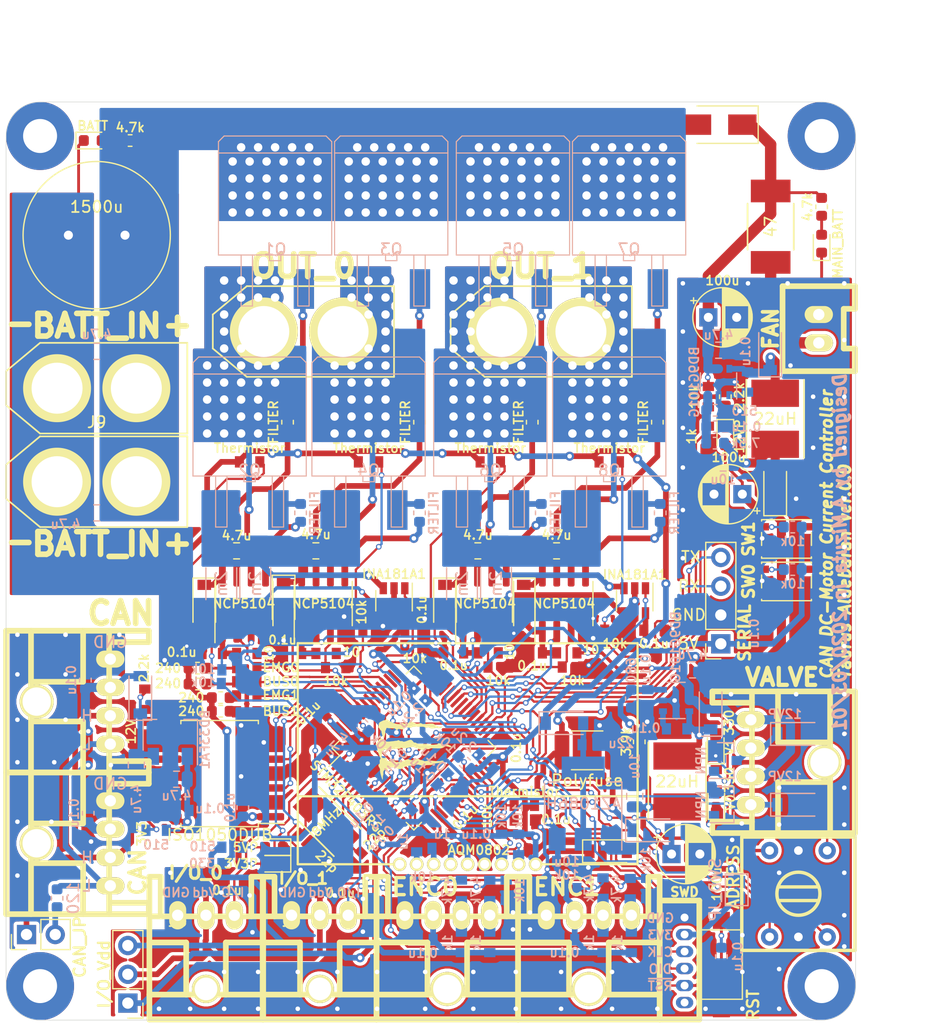
<source format=kicad_pcb>
(kicad_pcb (version 20171130) (host pcbnew "(5.1.5)-3")
  (layers (0 F.Cu signal) (31 B.Cu signal) (34 B.Paste user) (35 F.Paste user) (36 B.SilkS user) (37 F.SilkS user) (38 B.Mask user) (39 F.Mask user) (44 Edge.Cuts user))
  (net 0 "")
  (net 1 GND)
  (net 2 +3V3)
  (net 3 +12V)
  (net 4 /OSC_IN)
  (net 5 GNDPWR)
  (net 6 /OSC_OUT)
  (net 7 +3.3VP)
  (net 8 "Net-(C10-Pad2)")
  (net 9 "Net-(C14-Pad1)")
  (net 10 "Net-(C16-Pad1)")
  (net 11 +5VP)
  (net 12 "Net-(C18-Pad1)")
  (net 13 "Net-(C19-Pad1)")
  (net 14 "Net-(C22-Pad2)")
  (net 15 "Net-(C22-Pad1)")
  (net 16 "Net-(C23-Pad2)")
  (net 17 +12P)
  (net 18 "Net-(C26-Pad1)")
  (net 19 "Net-(C27-Pad1)")
  (net 20 "Net-(C27-Pad2)")
  (net 21 /FB_5V)
  (net 22 /Substrate_Temp)
  (net 23 /MD0L_Temp)
  (net 24 /MD1L_Temp)
  (net 25 /BATTERY_VOLTAGE)
  (net 26 /MD0R_Temp)
  (net 27 /MD1R_Temp)
  (net 28 "Net-(C37-Pad1)")
  (net 29 "Net-(C38-Pad1)")
  (net 30 "Net-(C39-Pad1)")
  (net 31 "Net-(C40-Pad1)")
  (net 32 "Net-(C41-Pad1)")
  (net 33 "Net-(C42-Pad2)")
  (net 34 "Net-(C42-Pad1)")
  (net 35 "Net-(C43-Pad1)")
  (net 36 OUT0_L)
  (net 37 OUT0_R)
  (net 38 "Net-(C44-Pad1)")
  (net 39 "Net-(C45-Pad1)")
  (net 40 OUT1_L)
  (net 41 OUT1_R)
  (net 42 "Net-(C46-Pad1)")
  (net 43 Batt)
  (net 44 /FB_12V)
  (net 45 "Net-(D1-Pad2)")
  (net 46 "Net-(D2-Pad2)")
  (net 47 "Net-(D3-Pad2)")
  (net 48 "Net-(D4-Pad2)")
  (net 49 "Net-(D5-Pad2)")
  (net 50 "Net-(D7-Pad2)")
  (net 51 "Net-(D8-Pad2)")
  (net 52 "Net-(D9-Pad2)")
  (net 53 "Net-(D10-Pad2)")
  (net 54 "Net-(D12-Pad2)")
  (net 55 "Net-(D13-Pad2)")
  (net 56 "Net-(D16-Pad1)")
  (net 57 +BATT)
  (net 58 "Net-(J1-Pad2)")
  (net 59 /SWCLK)
  (net 60 /SWDIO)
  (net 61 /~RST)
  (net 62 "Net-(J1-Pad6)")
  (net 63 /CAN_H)
  (net 64 /CAN_L)
  (net 65 "Net-(J4-Pad4)")
  (net 66 "Net-(J4-Pad3)")
  (net 67 "Net-(J5-Pad3)")
  (net 68 "Net-(J5-Pad4)")
  (net 69 /IO_0)
  (net 70 /IO_1)
  (net 71 "Net-(J10-Pad2)")
  (net 72 "Net-(JP2-Pad2)")
  (net 73 "Net-(Q1-PadG)")
  (net 74 MD0_OUT)
  (net 75 "Net-(Q2-PadG)")
  (net 76 "Net-(Q3-PadG)")
  (net 77 "Net-(Q4-PadG)")
  (net 78 "Net-(Q5-PadG)")
  (net 79 "Net-(Q6-PadG)")
  (net 80 MD1_OUT)
  (net 81 "Net-(Q7-PadG)")
  (net 82 "Net-(Q8-PadG)")
  (net 83 /SW0)
  (net 84 "Net-(R9-Pad1)")
  (net 85 /SW1)
  (net 86 /LED0)
  (net 87 /LED1)
  (net 88 /LED2)
  (net 89 /LED3)
  (net 90 /TIM3_CH1)
  (net 91 /TIM4_CH1)
  (net 92 /TIM3_CH2)
  (net 93 /TIM4_CH2)
  (net 94 /I2C2_SCL)
  (net 95 "Net-(R31-Pad2)")
  (net 96 /I2C2_SDA)
  (net 97 /EN0)
  (net 98 /EN1)
  (net 99 "Net-(R50-Pad2)")
  (net 100 "Net-(R51-Pad2)")
  (net 101 "Net-(R52-Pad2)")
  (net 102 "Net-(R53-Pad2)")
  (net 103 "Net-(R54-Pad2)")
  (net 104 "Net-(R55-Pad2)")
  (net 105 "Net-(R56-Pad2)")
  (net 106 "Net-(R57-Pad2)")
  (net 107 /CAN1_RX)
  (net 108 /CAN1_TX)
  (net 109 "Net-(U3-Pad4)")
  (net 110 /Current1_Analog)
  (net 111 /Current0_Analog)
  (net 112 "Net-(U3-Pad14)")
  (net 113 "Net-(U3-Pad16)")
  (net 114 "Net-(U3-Pad17)")
  (net 115 /ADRESS_4)
  (net 116 /ADRESS_8)
  (net 117 /ADRESS_1)
  (net 118 "Net-(U3-Pad24)")
  (net 119 /ADRESS_2)
  (net 120 "Net-(U3-Pad33)")
  (net 121 /PWM1R)
  (net 122 /PWM1L)
  (net 123 /PWM0L)
  (net 124 /PWM0R)
  (net 125 /USART1_TX)
  (net 126 /USART1_RX)
  (net 127 "Net-(U3-Pad44)")
  (net 128 "Net-(U3-Pad45)")
  (net 129 "Net-(U3-Pad50)")
  (net 130 "Net-(U3-Pad51)")
  (net 131 "Net-(U7-Pad1)")
  (net 132 "Net-(D24-Pad1)")
  (net 133 "Net-(D25-Pad2)")
  (net 134 "Net-(D26-Pad1)")
  (net 135 "Net-(D27-Pad2)")
  (net 136 /VALVE0)
  (net 137 /VALVE1)
  (net 138 "Net-(D6-Pad1)")
  (module Resistor_SMD:R_0603_1608Metric (layer B.Cu) (at 215.45 101.5 180)
    (fp_text reference R10 hide)
    (fp_text value 10k (at 0 -1.25) (layer B.SilkS) (effects (font (size 0.8 0.8)) (justify mirror)))
    (pad 2 smd roundrect (at 0.7875 0 180) (size 0.875 0.95) (layers B.Cu B.Paste B.Mask) (net 85 /SW1))
    (pad 1 smd roundrect (at -0.7875 0 180) (size 0.875 0.95) (layers B.Cu B.Paste B.Mask) (net 11 +5VP))
  )
  (module Button_Switch_SMD:SW_SPST_PTS810 (layer F.Cu) (at 214.9 106.3 180)
    (fp_text reference SW1 hide)
    (fp_text value SW0 (at 3.35 0 90) (layer F.SilkS) (effects (font (thickness 0.25))))
    (pad 1 smd rect (at -2.075 -1.075 180) (size 1.05 0.65) (layers F.Cu F.Paste F.Mask) (net 5 GNDPWR))
    (pad 1 smd rect (at 2.075 -1.075 180) (size 1.05 0.65) (layers F.Cu F.Paste F.Mask) (net 5 GNDPWR))
    (pad 2 smd rect (at -2.075 1.075 180) (size 1.05 0.65) (layers F.Cu F.Paste F.Mask) (net 83 /SW0))
    (pad 2 smd rect (at 2.075 1.075 180) (size 1.05 0.65) (layers F.Cu F.Paste F.Mask) (net 83 /SW0))
  )
  (module Button_Switch_SMD:SW_SPST_PTS810 (layer F.Cu) (at 214.9 102.55 180)
    (fp_text reference SW2 hide)
    (fp_text value SW1 (at 3.35 0 90) (layer F.SilkS) (effects (font (thickness 0.25))))
    (pad 2 smd rect (at 2.075 1.075 180) (size 1.05 0.65) (layers F.Cu F.Paste F.Mask) (net 85 /SW1))
    (pad 2 smd rect (at -2.075 1.075 180) (size 1.05 0.65) (layers F.Cu F.Paste F.Mask) (net 85 /SW1))
    (pad 1 smd rect (at 2.075 -1.075 180) (size 1.05 0.65) (layers F.Cu F.Paste F.Mask) (net 5 GNDPWR))
    (pad 1 smd rect (at -2.075 -1.075 180) (size 1.05 0.65) (layers F.Cu F.Paste F.Mask) (net 5 GNDPWR))
  )
  (module Fuse:Fuse_1812_4532Metric_Pad1.30x3.40mm_HandSolder (layer F.Cu) (at 197.3 121.2)
    (fp_text reference F1 hide)
    (fp_text value Polyfuse (at 0 2.65) (layer F.SilkS))
    (pad 1 smd roundrect (at -2.225 0) (size 1.3 3.4) (layers F.Cu F.Paste F.Mask) (roundrect_rratio 0.192308) (net 11 +5VP))
    (pad 2 smd roundrect (at 2.225 0) (size 1.3 3.4) (layers F.Cu F.Paste F.Mask) (roundrect_rratio 0.192308) (net 56 "Net-(D16-Pad1)"))
  )
  (module Mizz_lib:Inductor_Taiyo-Yuden_NR-50xx_HandSoldering (layer F.Cu) (at 213.9 91.95 270)
    (fp_text reference L2 hide)
    (fp_text value 22uH (at 0 0) (layer F.SilkS))
    (pad 1 smd rect (at -2.25 0 270) (size 2.4 4.2) (layers F.Cu F.Paste F.Mask) (net 34 "Net-(C42-Pad1)"))
    (pad 2 smd rect (at 2.25 0 270) (size 2.4 4.2) (layers F.Cu F.Paste F.Mask) (net 44 /FB_12V))
  )
  (module Mizz_lib:Inductor_Taiyo-Yuden_NR-50xx_HandSoldering (layer F.Cu) (at 205.25 123.95 270)
    (fp_text reference L1 hide)
    (fp_text value 22uH (at 0 0) (layer F.SilkS))
    (pad 2 smd rect (at 2.25 0 270) (size 2.4 4.2) (layers F.Cu F.Paste F.Mask) (net 21 /FB_5V))
    (pad 1 smd rect (at -2.25 0 270) (size 2.4 4.2) (layers F.Cu F.Paste F.Mask) (net 15 "Net-(C22-Pad1)"))
  )
  (module Package_SO:SOP-8_6.62x9.15mm_P2.54mm (layer F.Cu) (at 164.85 123.25 180)
    (fp_text reference U2 hide)
    (fp_text value ISO1050DUB (at 0 -5.4 180) (layer F.SilkS))
    (pad 1 smd roundrect (at -4.525 -3.81 180) (size 2.35 0.65) (layers F.Cu F.Paste F.Mask) (net 7 +3.3VP))
    (pad 2 smd roundrect (at -4.525 -1.27 180) (size 2.35 0.65) (layers F.Cu F.Paste F.Mask) (net 107 /CAN1_RX))
    (pad 3 smd roundrect (at -4.525 1.27 180) (size 2.35 0.65) (layers F.Cu F.Paste F.Mask) (net 108 /CAN1_TX))
    (pad 4 smd roundrect (at -4.525 3.81 180) (size 2.35 0.65) (layers F.Cu F.Paste F.Mask) (net 5 GNDPWR))
    (pad 5 smd roundrect (at 4.525 3.81 180) (size 2.35 0.65) (layers F.Cu F.Paste F.Mask) (net 1 GND))
    (pad 6 smd roundrect (at 4.525 1.27 180) (size 2.35 0.65) (layers F.Cu F.Paste F.Mask) (net 64 /CAN_L))
    (pad 7 smd roundrect (at 4.525 -1.27 180) (size 2.35 0.65) (layers F.Cu F.Paste F.Mask) (net 63 /CAN_H))
    (pad 8 smd roundrect (at 4.525 -3.81 180) (size 2.35 0.65) (layers F.Cu F.Paste F.Mask) (net 2 +3V3))
  )
  (module Mizz_lib:1608_WP (layer B.Cu) (at 198.7 138.15 270)
    (fp_text reference R27 hide)
    (fp_text value 1k (at 0 0.75 90) (layer B.SilkS) (effects (font (size 0.8 0.8)) (justify bottom mirror)))
    (pad 1 smd rect (at -0.9 0 270) (size 0.8 1) (layers B.Cu B.Paste B.Mask) (net 67 "Net-(J5-Pad3)"))
    (pad 2 smd rect (at 0.9 0 270) (size 0.8 1) (layers B.Cu B.Paste B.Mask) (net 11 +5VP))
  )
  (module Capacitor_SMD:C_0805_2012Metric (layer B.Cu) (at 157.5 122.5 270)
    (fp_text reference C2 hide)
    (fp_text value 4.7u (at 3 0 90) (layer B.SilkS) (effects (font (size 0.8 0.8)) (justify mirror)))
    (pad 2 smd roundrect (at 0.9375 0 270) (size 0.975 1.4) (layers B.Cu B.Paste B.Mask) (net 1 GND))
    (pad 1 smd roundrect (at -0.9375 0 270) (size 0.975 1.4) (layers B.Cu B.Paste B.Mask) (net 3 +12V))
  )
  (module Capacitor_SMD:C_0805_2012Metric (layer B.Cu) (at 161.05 123.75 180)
    (fp_text reference C5 hide)
    (fp_text value 4.7u (at 0 -1.45) (layer B.SilkS) (effects (font (size 0.8 0.8)) (justify mirror)))
    (pad 1 smd roundrect (at -0.9375 0 180) (size 0.975 1.4) (layers B.Cu B.Paste B.Mask) (net 2 +3V3))
    (pad 2 smd roundrect (at 0.9375 0 180) (size 0.975 1.4) (layers B.Cu B.Paste B.Mask) (net 1 GND))
  )
  (module Capacitor_SMD:C_0603_1608Metric (layer B.Cu) (at 166.9 126.25 90)
    (fp_text reference C6 hide)
    (fp_text value 0.1u (at 0 -1.15 90) (layer B.SilkS) (effects (font (size 0.8 0.8))))
    (pad 1 smd roundrect (at -0.7875 0 90) (size 0.875 0.95) (layers B.Cu B.Paste B.Mask) (net 7 +3.3VP))
    (pad 2 smd roundrect (at 0.7875 0 90) (size 0.875 0.95) (layers B.Cu B.Paste B.Mask) (net 5 GNDPWR))
  )
  (module Capacitor_SMD:C_0603_1608Metric (layer F.Cu) (at 184.75 129.1 225)
    (fp_text reference C7 hide)
    (fp_text value 0.1u (at -2.687006 0.141421 225) (layer F.SilkS) (effects (font (size 0.8 0.8))))
    (pad 1 smd roundrect (at -0.7875 0 225) (size 0.875 0.95) (layers F.Cu F.Paste F.Mask) (net 7 +3.3VP))
    (pad 2 smd roundrect (at 0.7875 0 225) (size 0.875 0.95) (layers F.Cu F.Paste F.Mask) (net 5 GNDPWR))
  )
  (module Capacitor_SMD:C_0603_1608Metric (layer B.Cu) (at 153.25 126.75 270)
    (fp_text reference C9 hide)
    (fp_text value 0.1u (at 0 1.25 90) (layer B.SilkS) (effects (font (size 0.8 0.8)) (justify mirror)))
    (pad 2 smd roundrect (at 0.7875 0 270) (size 0.875 0.95) (layers B.Cu B.Paste B.Mask) (net 8 "Net-(C10-Pad2)"))
    (pad 1 smd roundrect (at -0.7875 0 270) (size 0.875 0.95) (layers B.Cu B.Paste B.Mask) (net 1 GND))
  )
  (module Capacitor_SMD:C_0603_1608Metric (layer B.Cu) (at 153 115 270)
    (fp_text reference C10 hide)
    (fp_text value 0.1u (at 0 1.25 90) (layer B.SilkS) (effects (font (size 0.8 0.8)) (justify mirror)))
    (pad 1 smd roundrect (at -0.7875 0 270) (size 0.875 0.95) (layers B.Cu B.Paste B.Mask) (net 1 GND))
    (pad 2 smd roundrect (at 0.7875 0 270) (size 0.875 0.95) (layers B.Cu B.Paste B.Mask) (net 8 "Net-(C10-Pad2)"))
  )
  (module Capacitor_SMD:C_0805_2012Metric (layer B.Cu) (at 206.6 114.1)
    (fp_text reference C25 hide)
    (fp_text value 4.7u (at 0 -1.35) (layer B.SilkS) (effects (font (size 0.8 0.8)) (justify mirror)))
    (pad 1 smd roundrect (at -0.9375 0) (size 0.975 1.4) (layers B.Cu B.Paste B.Mask) (net 17 +12P))
    (pad 2 smd roundrect (at 0.9375 0) (size 0.975 1.4) (layers B.Cu B.Paste B.Mask) (net 5 GNDPWR))
  )
  (module Capacitor_SMD:C_0805_2012Metric (layer B.Cu) (at 201.5 125.25 90)
    (fp_text reference C29 hide)
    (fp_text value 10u (at 2.65 0 90) (layer B.SilkS) (effects (font (size 0.8 0.8)) (justify mirror)))
    (pad 2 smd roundrect (at 0.9375 0 90) (size 0.975 1.4) (layers B.Cu B.Paste B.Mask) (net 5 GNDPWR))
    (pad 1 smd roundrect (at -0.9375 0 90) (size 0.975 1.4) (layers B.Cu B.Paste B.Mask) (net 21 /FB_5V))
  )
  (module Capacitor_SMD:C_0603_1608Metric (layer B.Cu) (at 208.6 92.65)
    (fp_text reference C37 hide)
    (fp_text value 0.1u (at 2.75 0) (layer B.SilkS) (effects (font (size 0.8 0.8)) (justify mirror)))
    (pad 1 smd roundrect (at -0.7875 0) (size 0.875 0.95) (layers B.Cu B.Paste B.Mask) (net 28 "Net-(C37-Pad1)"))
    (pad 2 smd roundrect (at 0.7875 0) (size 0.875 0.95) (layers B.Cu B.Paste B.Mask) (net 5 GNDPWR))
  )
  (module Capacitor_SMD:C_0805_2012Metric (layer F.Cu) (at 166.35 103.6)
    (fp_text reference C43 hide)
    (fp_text value 4.7u (at 0 -1.35) (layer F.SilkS) (effects (font (size 0.8 0.8))))
    (pad 1 smd roundrect (at -0.9375 0) (size 0.975 1.4) (layers F.Cu F.Paste F.Mask) (net 35 "Net-(C43-Pad1)"))
    (pad 2 smd roundrect (at 0.9375 0) (size 0.975 1.4) (layers F.Cu F.Paste F.Mask) (net 36 OUT0_L))
  )
  (module Capacitor_SMD:C_0805_2012Metric (layer F.Cu) (at 173.35 103.6)
    (fp_text reference C44 hide)
    (fp_text value 4.7u (at 0 -1.45) (layer F.SilkS) (effects (font (size 0.8 0.8))))
    (pad 2 smd roundrect (at 0.9375 0) (size 0.975 1.4) (layers F.Cu F.Paste F.Mask) (net 37 OUT0_R))
    (pad 1 smd roundrect (at -0.9375 0) (size 0.975 1.4) (layers F.Cu F.Paste F.Mask) (net 38 "Net-(C44-Pad1)"))
  )
  (module Capacitor_SMD:C_0805_2012Metric (layer F.Cu) (at 187.65 103.6)
    (fp_text reference C45 hide)
    (fp_text value 4.7u (at 0 -1.4) (layer F.SilkS) (effects (font (size 0.8 0.8))))
    (pad 1 smd roundrect (at -0.9375 0) (size 0.975 1.4) (layers F.Cu F.Paste F.Mask) (net 39 "Net-(C45-Pad1)"))
    (pad 2 smd roundrect (at 0.9375 0) (size 0.975 1.4) (layers F.Cu F.Paste F.Mask) (net 40 OUT1_L))
  )
  (module Capacitor_SMD:C_0805_2012Metric (layer F.Cu) (at 194.6 103.6)
    (fp_text reference C46 hide)
    (fp_text value 4.7u (at 0 -1.4) (layer F.SilkS) (effects (font (size 0.8 0.8))))
    (pad 2 smd roundrect (at 0.9375 0) (size 0.975 1.4) (layers F.Cu F.Paste F.Mask) (net 41 OUT1_R))
    (pad 1 smd roundrect (at -0.9375 0) (size 0.975 1.4) (layers F.Cu F.Paste F.Mask) (net 42 "Net-(C46-Pad1)"))
  )
  (module Capacitor_SMD:C_0805_2012Metric (layer B.Cu) (at 208.9 85.9)
    (fp_text reference C47 hide)
    (fp_text value 4.7u (at 0 -1.35) (layer B.SilkS) (effects (font (size 0.8 0.8)) (justify mirror)))
    (pad 1 smd roundrect (at -0.9375 0) (size 0.975 1.4) (layers B.Cu B.Paste B.Mask) (net 43 Batt))
    (pad 2 smd roundrect (at 0.9375 0) (size 0.975 1.4) (layers B.Cu B.Paste B.Mask) (net 5 GNDPWR))
  )
  (module Capacitor_SMD:C_0805_2012Metric (layer B.Cu) (at 209.3 95.85 180)
    (fp_text reference C49 hide)
    (fp_text value 10u (at 0 -1.45) (layer B.SilkS) (effects (font (size 0.8 0.8)) (justify mirror)))
    (pad 1 smd roundrect (at -0.9375 0 180) (size 0.975 1.4) (layers B.Cu B.Paste B.Mask) (net 44 /FB_12V))
    (pad 2 smd roundrect (at 0.9375 0 180) (size 0.975 1.4) (layers B.Cu B.Paste B.Mask) (net 5 GNDPWR))
  )
  (module Diode_SMD:D_SOD-123 (layer F.Cu) (at 199.15 130.1)
    (fp_text reference D3 hide)
    (fp_text value DIODE)
    (pad 2 smd rect (at 1.65 0) (size 0.9 1.2) (layers F.Cu F.Paste F.Mask) (net 47 "Net-(D3-Pad2)"))
    (pad 1 smd rect (at -1.65 0) (size 0.9 1.2) (layers F.Cu F.Paste F.Mask) (net 7 +3.3VP))
  )
  (module LED_SMD:LED_0603_1608Metric (layer F.Cu) (at 153.65 67.4)
    (fp_text reference D4 hide)
    (fp_text value BATT (at 0 -1.3) (layer F.SilkS) (effects (font (size 0.8 0.8))))
    (pad 1 smd roundrect (at -0.7875 0) (size 0.875 0.95) (layers F.Cu F.Paste F.Mask) (net 5 GNDPWR))
    (pad 2 smd roundrect (at 0.7875 0) (size 0.875 0.95) (layers F.Cu F.Paste F.Mask) (net 48 "Net-(D4-Pad2)"))
  )
  (module LED_SMD:LED_0603_1608Metric (layer F.Cu) (at 218 76.5 90)
    (fp_text reference D5 hide)
    (fp_text value MAIN_BATT (at 0 1.43 90) (layer F.SilkS) (effects (font (size 0.8 0.8))))
    (pad 2 smd roundrect (at 0.7875 0 90) (size 0.875 0.95) (layers F.Cu F.Paste F.Mask) (net 49 "Net-(D5-Pad2)"))
    (pad 1 smd roundrect (at -0.7875 0 90) (size 0.875 0.95) (layers F.Cu F.Paste F.Mask) (net 5 GNDPWR))
  )
  (module LED_SMD:LED_0603_1608Metric (layer F.Cu) (at 209.5 93.5 270)
    (fp_text reference D6 hide)
    (fp_text value 12VP (at 0 -1.25 90) (layer F.SilkS) (effects (font (size 0.8 0.8))))
    (pad 1 smd roundrect (at -0.7875 0 270) (size 0.875 0.95) (layers F.Cu F.Paste F.Mask) (net 138 "Net-(D6-Pad1)"))
    (pad 2 smd roundrect (at 0.7875 0 270) (size 0.875 0.95) (layers F.Cu F.Paste F.Mask) (net 17 +12P))
  )
  (module LED_SMD:LED_0603_1608Metric (layer F.Cu) (at 169.65 129.75 180)
    (fp_text reference D7 hide)
    (fp_text value 5VP (at 2.5 0) (layer F.SilkS) (effects (font (size 0.8 0.8))))
    (pad 2 smd roundrect (at 0.7875 0 180) (size 0.875 0.95) (layers F.Cu F.Paste F.Mask) (net 50 "Net-(D7-Pad2)"))
    (pad 1 smd roundrect (at -0.7875 0 180) (size 0.875 0.95) (layers F.Cu F.Paste F.Mask) (net 5 GNDPWR))
  )
  (module LED_SMD:LED_0603_1608Metric (layer F.Cu) (at 169.65 131.2 180)
    (fp_text reference D8 hide)
    (fp_text value 3V3P (at 2.9 0) (layer F.SilkS) (effects (font (size 0.8 0.8))))
    (pad 1 smd roundrect (at -0.7875 0 180) (size 0.875 0.95) (layers F.Cu F.Paste F.Mask) (net 5 GNDPWR))
    (pad 2 smd roundrect (at 0.7875 0 180) (size 0.875 0.95) (layers F.Cu F.Paste F.Mask) (net 51 "Net-(D8-Pad2)"))
  )
  (module Diode_SMD:D_SOD-123 (layer B.Cu) (at 157.85 116.3 90)
    (fp_text reference D11 hide)
    (fp_text value DIODE)
    (pad 2 smd rect (at 1.65 0 90) (size 0.9 1.2) (layers B.Cu B.Paste B.Mask) (net 8 "Net-(C10-Pad2)"))
    (pad 1 smd rect (at -1.65 0 90) (size 0.9 1.2) (layers B.Cu B.Paste B.Mask) (net 3 +12V))
  )
  (module Diode_SMD:D_SOD-123 (layer B.Cu) (at 195.3 118.8)
    (fp_text reference D14 hide)
    (fp_text value DIODE)
    (pad 1 smd rect (at -1.65 0) (size 0.9 1.2) (layers B.Cu B.Paste B.Mask) (net 7 +3.3VP))
    (pad 2 smd rect (at 1.65 0) (size 0.9 1.2) (layers B.Cu B.Paste B.Mask) (net 12 "Net-(C18-Pad1)"))
  )
  (module Diode_SMD:D_SOD-123 (layer B.Cu) (at 208.2 117.7 90)
    (fp_text reference D15 hide)
    (fp_text value DIODE)
    (pad 1 smd rect (at -1.65 0 90) (size 0.9 1.2) (layers B.Cu B.Paste B.Mask) (net 15 "Net-(C22-Pad1)"))
    (pad 2 smd rect (at 1.65 0 90) (size 0.9 1.2) (layers B.Cu B.Paste B.Mask) (net 5 GNDPWR))
  )
  (module Diode_SMD:D_SOD-123 (layer B.Cu) (at 202.95 128.25)
    (fp_text reference D16 hide)
    (fp_text value DIODE)
    (pad 2 smd rect (at 1.65 0) (size 0.9 1.2) (layers B.Cu B.Paste B.Mask) (net 21 /FB_5V))
    (pad 1 smd rect (at -1.65 0) (size 0.9 1.2) (layers B.Cu B.Paste B.Mask) (net 56 "Net-(D16-Pad1)"))
  )
  (module Diode_SMD:D_SOD-123 (layer F.Cu) (at 163.5 108.25 270)
    (fp_text reference D17 hide)
    (fp_text value DIODE)
    (pad 2 smd rect (at 1.65 0 270) (size 0.9 1.2) (layers F.Cu F.Paste F.Mask) (net 29 "Net-(C38-Pad1)"))
    (pad 1 smd rect (at -1.65 0 270) (size 0.9 1.2) (layers F.Cu F.Paste F.Mask) (net 35 "Net-(C43-Pad1)"))
  )
  (module Diode_SMD:D_SOD-123 (layer F.Cu) (at 170.5 108 270)
    (fp_text reference D18 hide)
    (fp_text value DIODE)
    (pad 1 smd rect (at -1.65 0 270) (size 0.9 1.2) (layers F.Cu F.Paste F.Mask) (net 38 "Net-(C44-Pad1)"))
    (pad 2 smd rect (at 1.65 0 270) (size 0.9 1.2) (layers F.Cu F.Paste F.Mask) (net 30 "Net-(C39-Pad1)"))
  )
  (module Diode_SMD:D_SOD-123 (layer F.Cu) (at 184.75 108.25 270)
    (fp_text reference D19 hide)
    (fp_text value DIODE)
    (pad 1 smd rect (at -1.65 0 270) (size 0.9 1.2) (layers F.Cu F.Paste F.Mask) (net 39 "Net-(C45-Pad1)"))
    (pad 2 smd rect (at 1.65 0 270) (size 0.9 1.2) (layers F.Cu F.Paste F.Mask) (net 31 "Net-(C40-Pad1)"))
  )
  (module Diode_SMD:D_SOD-123 (layer F.Cu) (at 191.7 108.25 270)
    (fp_text reference D20 hide)
    (fp_text value DIODE)
    (pad 2 smd rect (at 1.65 0 270) (size 0.9 1.2) (layers F.Cu F.Paste F.Mask) (net 32 "Net-(C41-Pad1)"))
    (pad 1 smd rect (at -1.65 0 270) (size 0.9 1.2) (layers F.Cu F.Paste F.Mask) (net 42 "Net-(C46-Pad1)"))
  )
  (module Diode_SMD:D_SOD-123 (layer B.Cu) (at 213.45 86 90)
    (fp_text reference D21 hide)
    (fp_text value DIODE)
    (pad 1 smd rect (at -1.65 0 90) (size 0.9 1.2) (layers B.Cu B.Paste B.Mask) (net 34 "Net-(C42-Pad1)"))
    (pad 2 smd rect (at 1.65 0 90) (size 0.9 1.2) (layers B.Cu B.Paste B.Mask) (net 5 GNDPWR))
  )
  (module Diode_SMD:D_SOD-123 (layer F.Cu) (at 213.9 98.25 90)
    (fp_text reference D22 hide)
    (fp_text value DIODE)
    (pad 1 smd rect (at -1.65 0 90) (size 0.9 1.2) (layers F.Cu F.Paste F.Mask) (net 17 +12P))
    (pad 2 smd rect (at 1.65 0 90) (size 0.9 1.2) (layers F.Cu F.Paste F.Mask) (net 44 /FB_12V))
  )
  (module Diode_SMD:D_SMA (layer F.Cu) (at 209 66 180)
    (fp_text reference D23 hide)
    (fp_text value DIODE)
    (pad 1 smd rect (at -2 0 180) (size 2.5 1.8) (layers F.Cu F.Paste F.Mask) (net 43 Batt))
    (pad 2 smd rect (at 2 0 180) (size 2.5 1.8) (layers F.Cu F.Paste F.Mask) (net 57 +BATT))
  )
  (module Mizz_lib:ZH_6P (layer F.Cu) (at 205.9 135.95 270)
    (fp_text reference J1 hide)
    (fp_text value SWD (at -2.25 0) (layer F.SilkS) (effects (font (size 0.8 0.8) (thickness 0.2))))
    (pad 1 thru_hole oval (at 0 0 270) (size 1 1.524) (drill 0.7) (layers *.Cu *.Mask) (net 5 GNDPWR))
    (pad 2 thru_hole oval (at 1.5 0 270) (size 1 1.524) (drill 0.7) (layers *.Cu *.Mask) (net 58 "Net-(J1-Pad2)"))
    (pad 3 thru_hole oval (at 3 0 270) (size 1 1.524) (drill 0.7) (layers *.Cu *.Mask) (net 59 /SWCLK))
    (pad 4 thru_hole oval (at 4.5 0 270) (size 1 1.524) (drill 0.7) (layers *.Cu *.Mask) (net 60 /SWDIO))
    (pad 5 thru_hole oval (at 6 0 270) (size 1 1.524) (drill 0.7) (layers *.Cu *.Mask) (net 61 /~RST))
    (pad 6 thru_hole oval (at 7.5 0 270) (size 1 1.524) (drill 0.7) (layers *.Cu *.Mask) (net 62 "Net-(J1-Pad6)"))
  )
  (module Mizz_lib:XA_4L (layer F.Cu) (at 155.2 125.65 270)
    (fp_text reference J2 hide)
    (fp_text value CAN (at 6.3 -2.4 90) (layer F.SilkS) (effects (font (size 1.4 1.4) (thickness 0.3))))
    (pad 1 thru_hole oval (at 0 0 270) (size 1.5 2.5) (drill 1) (layers *.Cu *.Mask F.SilkS) (net 1 GND))
    (pad 2 thru_hole oval (at 2.5 0 270) (size 1.5 2.5) (drill 1) (layers *.Cu *.Mask F.SilkS) (net 8 "Net-(C10-Pad2)"))
    (pad 3 thru_hole oval (at 5 0 270) (size 1.5 2.5) (drill 1) (layers *.Cu *.Mask F.SilkS) (net 63 /CAN_H))
    (pad 4 thru_hole oval (at 7.5 0 270) (size 1.5 2.5) (drill 1) (layers *.Cu *.Mask F.SilkS) (net 64 /CAN_L))
    (pad "" thru_hole circle (at 3.75 6.5 270) (size 3 3) (drill 2.5) (layers *.Cu *.Mask F.SilkS))
  )
  (module Mizz_lib:XA_4L (layer F.Cu) (at 155.2 113.15 270)
    (fp_text reference J3 hide)
    (fp_text value CAN (at -4.05 -0.95 180) (layer F.SilkS) (effects (font (size 2 2) (thickness 0.5))))
    (pad "" thru_hole circle (at 3.75 6.5 270) (size 3 3) (drill 2.5) (layers *.Cu *.Mask F.SilkS))
    (pad 4 thru_hole oval (at 7.5 0 270) (size 1.5 2.5) (drill 1) (layers *.Cu *.Mask F.SilkS) (net 64 /CAN_L))
    (pad 3 thru_hole oval (at 5 0 270) (size 1.5 2.5) (drill 1) (layers *.Cu *.Mask F.SilkS) (net 63 /CAN_H))
    (pad 2 thru_hole oval (at 2.5 0 270) (size 1.5 2.5) (drill 1) (layers *.Cu *.Mask F.SilkS) (net 8 "Net-(C10-Pad2)"))
    (pad 1 thru_hole oval (at 0 0 270) (size 1.5 2.5) (drill 1) (layers *.Cu *.Mask F.SilkS) (net 1 GND))
  )
  (module Mizz_lib:XA_4L (layer F.Cu) (at 181.2 135.75)
    (fp_text reference J4 hide)
    (fp_text value ENC0 (at 1.8 -2.5) (layer F.SilkS) (effects (font (size 1.5 1.5) (thickness 0.3))))
    (pad "" thru_hole circle (at 3.75 6.5) (size 3 3) (drill 2.5) (layers *.Cu *.Mask F.SilkS))
    (pad 4 thru_hole oval (at 7.5 0) (size 1.5 2.5) (drill 1) (layers *.Cu *.Mask F.SilkS) (net 65 "Net-(J4-Pad4)"))
    (pad 3 thru_hole oval (at 5 0) (size 1.5 2.5) (drill 1) (layers *.Cu *.Mask F.SilkS) (net 66 "Net-(J4-Pad3)"))
    (pad 2 thru_hole oval (at 2.5 0) (size 1.5 2.5) (drill 1) (layers *.Cu *.Mask F.SilkS) (net 11 +5VP))
    (pad 1 thru_hole oval (at 0 0) (size 1.5 2.5) (drill 1) (layers *.Cu *.Mask F.SilkS) (net 5 GNDPWR))
  )
  (module Mizz_lib:XA_4L (layer F.Cu) (at 193.7 135.75)
    (fp_text reference J5 hide)
    (fp_text value ENC1 (at 1.8 -2.5) (layer F.SilkS) (effects (font (size 1.5 1.5) (thickness 0.3))))
    (pad 1 thru_hole oval (at 0 0) (size 1.5 2.5) (drill 1) (layers *.Cu *.Mask F.SilkS) (net 5 GNDPWR))
    (pad 2 thru_hole oval (at 2.5 0) (size 1.5 2.5) (drill 1) (layers *.Cu *.Mask F.SilkS) (net 11 +5VP))
    (pad 3 thru_hole oval (at 5 0) (size 1.5 2.5) (drill 1) (layers *.Cu *.Mask F.SilkS) (net 67 "Net-(J5-Pad3)"))
    (pad 4 thru_hole oval (at 7.5 0) (size 1.5 2.5) (drill 1) (layers *.Cu *.Mask F.SilkS) (net 68 "Net-(J5-Pad4)"))
    (pad "" thru_hole circle (at 3.75 6.5) (size 3 3) (drill 2.5) (layers *.Cu *.Mask F.SilkS))
  )
  (module Mizz_lib:XA_3L (layer F.Cu) (at 161.15 135.75)
    (fp_text reference J6 (at 0 0.5) (layer F.SilkS))
    (fp_text value I/O_0 (at 1.6 -3.75) (layer F.SilkS) (effects (font (size 1.1 1.1) (thickness 0.275))))
    (pad 1 thru_hole oval (at 0 0) (size 1.5 2.5) (drill 1) (layers *.Cu *.Mask F.SilkS) (net 5 GNDPWR))
    (pad 2 thru_hole oval (at 2.5 0) (size 1.5 2.5) (drill 1) (layers *.Cu *.Mask F.SilkS) (net 16 "Net-(C23-Pad2)"))
    (pad 3 thru_hole oval (at 5 0) (size 1.5 2.5) (drill 1) (layers *.Cu *.Mask F.SilkS) (net 69 /IO_0))
    (pad "" thru_hole circle (at 2.5 6.5) (size 2.5 2.5) (drill 2) (layers *.Cu *.Mask F.SilkS))
  )
  (module Mizz_lib:XA_3L (layer F.Cu) (at 171.2 135.75)
    (fp_text reference J7 (at 0 0.5) (layer F.SilkS))
    (fp_text value I/O_1 (at 1.05 -3.25) (layer F.SilkS) (effects (font (thickness 0.25))))
    (pad "" thru_hole circle (at 2.5 6.5) (size 2.5 2.5) (drill 2) (layers *.Cu *.Mask F.SilkS))
    (pad 3 thru_hole oval (at 5 0) (size 1.5 2.5) (drill 1) (layers *.Cu *.Mask F.SilkS) (net 70 /IO_1))
    (pad 2 thru_hole oval (at 2.5 0) (size 1.5 2.5) (drill 1) (layers *.Cu *.Mask F.SilkS) (net 16 "Net-(C23-Pad2)"))
    (pad 1 thru_hole oval (at 0 0) (size 1.5 2.5) (drill 1) (layers *.Cu *.Mask F.SilkS) (net 5 GNDPWR))
  )
  (module Mizz_lib:XT60_F (layer F.Cu) (at 154 97.5)
    (fp_text reference J8)
    (fp_text value BATT_IN (at 0 5.5 unlocked) (layer F.SilkS) (effects (font (size 2 2) (thickness 0.5))))
    (pad 1 thru_hole circle (at -3.5 0) (size 6 6) (drill 4.5) (layers *.Cu *.Mask F.SilkS) (net 5 GNDPWR))
    (pad 2 thru_hole circle (at 3.5 0) (size 6 6) (drill 4.5) (layers *.Cu *.Mask F.SilkS) (net 57 +BATT))
  )
  (module Mizz_lib:XT60_M (layer F.Cu) (at 154 89.25)
    (fp_text reference J9 (at 0 3) (layer F.SilkS))
    (fp_text value BATT_IN (at 0 -5.5) (layer F.SilkS) (effects (font (size 2 2) (thickness 0.5))))
    (pad 1 thru_hole circle (at -3.5 0) (size 6 6) (drill 4.5) (layers *.Cu *.Mask F.SilkS) (net 5 GNDPWR))
    (pad 2 thru_hole circle (at 3.5 0) (size 6 6) (drill 4.5) (layers *.Cu *.Mask F.SilkS) (net 57 +BATT))
  )
  (module Mizz_lib:XA_2P (layer F.Cu) (at 217.75 85.25 90)
    (fp_text reference J10 hide)
    (fp_text value FAN (at 1.25 -4.25 90) (layer F.SilkS) (effects (font (size 1.3 1.3) (thickness 0.325))))
    (pad 1 thru_hole oval (at 2.5 0 90) (size 1.5 2.5) (drill 1) (layers *.Cu *.Mask F.SilkS) (net 5 GNDPWR))
    (pad 2 thru_hole oval (at 0 0 90) (size 1.5 2.5) (drill 1) (layers *.Cu *.Mask F.SilkS) (net 71 "Net-(J10-Pad2)"))
  )
  (module Mizz_lib:XT60_F (layer F.Cu) (at 172.25 84.25)
    (fp_text reference J11)
    (fp_text value OUT_0 (at 0 -5.75 unlocked) (layer F.SilkS) (effects (font (size 2 2) (thickness 0.5))))
    (pad 2 thru_hole circle (at 3.5 0) (size 6 6) (drill 4.5) (layers *.Cu *.Mask F.SilkS) (net 37 OUT0_R))
    (pad 1 thru_hole circle (at -3.5 0) (size 6 6) (drill 4.5) (layers *.Cu *.Mask F.SilkS) (net 36 OUT0_L))
  )
  (module Mizz_lib:XT60_F (layer F.Cu) (at 193.25 84.25)
    (fp_text reference J12)
    (fp_text value OUT_1 (at 0 -5.75 unlocked) (layer F.SilkS) (effects (font (size 2 2) (thickness 0.5))))
    (pad 2 thru_hole circle (at 3.5 0) (size 6 6) (drill 4.5) (layers *.Cu *.Mask F.SilkS) (net 41 OUT1_R))
    (pad 1 thru_hole circle (at -3.5 0) (size 6 6) (drill 4.5) (layers *.Cu *.Mask F.SilkS) (net 40 OUT1_L))
  )
  (module Jumper:SolderJumper-2_P1.3mm_Open_TrianglePad1.0x1.5mm (layer B.Cu) (at 210.5 133.5 90)
    (fp_text reference JP1 hide)
    (fp_text value SWD_JP (at 0 -1.9 90) (layer B.SilkS) (effects (justify mirror)))
    (pad 2 smd custom (at 0.725 0 90) (size 0.3 0.3) (layers B.Cu B.Mask) (net 47 "Net-(D3-Pad2)") (options (clearance outline) (anchor rect)) (primitives (gr_poly (pts (xy -0.65 0.75) (xy 0.5 0.75) (xy 0.5 -0.75) (xy -0.65 -0.75) (xy -0.15 0)) (width 0))))
    (pad 1 smd custom (at -0.725 0 90) (size 0.3 0.3) (layers B.Cu B.Mask) (net 58 "Net-(J1-Pad2)") (options (clearance outline) (anchor rect)) (primitives (gr_poly (pts (xy -0.5 0.75) (xy 0.5 0.75) (xy 1 0) (xy 0.5 -0.75) (xy -0.5 -0.75)) (width 0))))
  )
  (module Connector_PinHeader_2.54mm:PinHeader_1x02_P2.54mm_Vertical (layer F.Cu) (at 147.8 137.45 90)
    (fp_text reference JP2 hide)
    (fp_text value CAN_JP (at -1.1 4.7 270) (layer F.SilkS) (effects (font (thickness 0.2))))
    (pad 1 thru_hole rect (at 0 0 90) (size 1.7 1.7) (drill 1) (layers *.Cu *.Mask) (net 63 /CAN_H))
    (pad 2 thru_hole oval (at 0 2.54 90) (size 1.7 1.7) (drill 1) (layers *.Cu *.Mask) (net 72 "Net-(JP2-Pad2)"))
  )
  (module Connector_PinHeader_2.54mm:PinHeader_1x03_P2.54mm_Vertical (layer F.Cu) (at 156.75 143.5 180)
    (fp_text reference JP3 hide)
    (fp_text value I/O_Vdd (at 2.1 2.55 90) (layer F.SilkS) (effects (font (thickness 0.2))))
    (pad 1 thru_hole rect (at 0 0 180) (size 1.7 1.7) (drill 1) (layers *.Cu *.Mask) (net 7 +3.3VP))
    (pad 2 thru_hole oval (at 0 2.54 180) (size 1.7 1.7) (drill 1) (layers *.Cu *.Mask) (net 16 "Net-(C23-Pad2)"))
    (pad 3 thru_hole oval (at 0 5.08 180) (size 1.7 1.7) (drill 1) (layers *.Cu *.Mask) (net 11 +5VP))
  )
  (module Mizz_lib:D2-PAK_compact (layer B.Cu) (at 169.75 77.5 180)
    (fp_text reference Q1 (at 0 0.5) (layer B.SilkS) (effects (justify mirror)))
    (fp_text value MOSFET_N)
    (pad G smd rect (at -2.54 -3 180) (size 1.8 3.5) (layers B.Cu B.Paste B.Mask) (net 73 "Net-(Q1-PadG)"))
    (pad S smd rect (at 2.54 -3 180) (size 3 3.5) (layers B.Cu B.Paste B.Mask) (net 36 OUT0_L))
    (pad D smd rect (at 0 7 180) (size 10 8) (layers B.Cu B.Paste B.Mask) (net 57 +BATT))
  )
  (module Mizz_lib:D2-PAK_compact (layer B.Cu) (at 167.5 97 180)
    (fp_text reference Q2 (at 0 0.5) (layer B.SilkS) (effects (justify mirror)))
    (fp_text value MOSFET_N)
    (pad D smd rect (at 0 7 180) (size 10 8) (layers B.Cu B.Paste B.Mask) (net 36 OUT0_L))
    (pad S smd rect (at 2.54 -3 180) (size 3 3.5) (layers B.Cu B.Paste B.Mask) (net 74 MD0_OUT))
    (pad G smd rect (at -2.54 -3 180) (size 1.8 3.5) (layers B.Cu B.Paste B.Mask) (net 75 "Net-(Q2-PadG)"))
  )
  (module Mizz_lib:D2-PAK_compact (layer B.Cu) (at 180 77.5 180)
    (fp_text reference Q3 (at 0 0.5) (layer B.SilkS) (effects (justify mirror)))
    (fp_text value MOSFET_N)
    (pad G smd rect (at -2.54 -3 180) (size 1.8 3.5) (layers B.Cu B.Paste B.Mask) (net 76 "Net-(Q3-PadG)"))
    (pad S smd rect (at 2.54 -3 180) (size 3 3.5) (layers B.Cu B.Paste B.Mask) (net 37 OUT0_R))
    (pad D smd rect (at 0 7 180) (size 10 8) (layers B.Cu B.Paste B.Mask) (net 57 +BATT))
  )
  (module Mizz_lib:D2-PAK_compact (layer B.Cu) (at 178 97 180)
    (fp_text reference Q4 (at 0 0.5 180) (layer B.SilkS) (effects (justify mirror)))
    (fp_text value MOSFET_N)
    (pad G smd rect (at -2.54 -3 180) (size 1.8 3.5) (layers B.Cu B.Paste B.Mask) (net 77 "Net-(Q4-PadG)"))
    (pad S smd rect (at 2.54 -3 180) (size 3 3.5) (layers B.Cu B.Paste B.Mask) (net 74 MD0_OUT))
    (pad D smd rect (at 0 7 180) (size 10 8) (layers B.Cu B.Paste B.Mask) (net 37 OUT0_R))
  )
  (module Mizz_lib:D2-PAK_compact (layer B.Cu) (at 190.75 77.5 180)
    (fp_text reference Q5 (at 0 0.5) (layer B.SilkS) (effects (justify mirror)))
    (fp_text value MOSFET_N)
    (pad D smd rect (at 0 7 180) (size 10 8) (layers B.Cu B.Paste B.Mask) (net 57 +BATT))
    (pad S smd rect (at 2.54 -3 180) (size 3 3.5) (layers B.Cu B.Paste B.Mask) (net 40 OUT1_L))
    (pad G smd rect (at -2.54 -3 180) (size 1.8 3.5) (layers B.Cu B.Paste B.Mask) (net 78 "Net-(Q5-PadG)"))
  )
  (module Mizz_lib:D2-PAK_compact (layer B.Cu) (at 188.75 97 180)
    (fp_text reference Q6 (at 0 0.5) (layer B.SilkS) (effects (justify mirror)))
    (fp_text value MOSFET_N)
    (pad G smd rect (at -2.54 -3 180) (size 1.8 3.5) (layers B.Cu B.Paste B.Mask) (net 79 "Net-(Q6-PadG)"))
    (pad S smd rect (at 2.54 -3 180) (size 3 3.5) (layers B.Cu B.Paste B.Mask) (net 80 MD1_OUT))
    (pad D smd rect (at 0 7 180) (size 10 8) (layers B.Cu B.Paste B.Mask) (net 40 OUT1_L))
  )
  (module Mizz_lib:D2-PAK_compact (layer B.Cu) (at 201 77.5 180)
    (fp_text reference Q7 (at 0 0.5) (layer B.SilkS) (effects (justify mirror)))
    (fp_text value MOSFET_N)
    (pad D smd rect (at 0 7 180) (size 10 8) (layers B.Cu B.Paste B.Mask) (net 57 +BATT))
    (pad S smd rect (at 2.54 -3 180) (size 3 3.5) (layers B.Cu B.Paste B.Mask) (net 41 OUT1_R))
    (pad G smd rect (at -2.54 -3 180) (size 1.8 3.5) (layers B.Cu B.Paste B.Mask) (net 81 "Net-(Q7-PadG)"))
  )
  (module Mizz_lib:D2-PAK_compact (layer B.Cu) (at 199.25 97 180)
    (fp_text reference Q8 (at 0 0.5) (layer B.SilkS) (effects (justify mirror)))
    (fp_text value MOSFET_N)
    (pad D smd rect (at 0 7 180) (size 10 8) (layers B.Cu B.Paste B.Mask) (net 41 OUT1_R))
    (pad S smd rect (at 2.54 -3 180) (size 3 3.5) (layers B.Cu B.Paste B.Mask) (net 80 MD1_OUT))
    (pad G smd rect (at -2.54 -3 180) (size 1.8 3.5) (layers B.Cu B.Paste B.Mask) (net 82 "Net-(Q8-PadG)"))
  )
  (module Resistor_SMD:R_0603_1608Metric (layer F.Cu) (at 156.95 67.4)
    (fp_text reference R3 hide)
    (fp_text value 4.7k (at 0 -1.15) (layer F.SilkS) (effects (font (size 0.8 0.8))))
    (pad 1 smd roundrect (at -0.7875 0) (size 0.875 0.95) (layers F.Cu F.Paste F.Mask) (net 48 "Net-(D4-Pad2)"))
    (pad 2 smd roundrect (at 0.7875 0) (size 0.875 0.95) (layers F.Cu F.Paste F.Mask) (net 57 +BATT))
  )
  (module Resistor_SMD:R_0603_1608Metric (layer F.Cu) (at 218 73.25 90)
    (fp_text reference R4 hide)
    (fp_text value 4.7k (at 0 -1.25 90) (layer F.SilkS) (effects (font (size 0.8 0.8))))
    (pad 1 smd roundrect (at -0.7875 0 90) (size 0.875 0.95) (layers F.Cu F.Paste F.Mask) (net 49 "Net-(D5-Pad2)"))
    (pad 2 smd roundrect (at 0.7875 0 90) (size 0.875 0.95) (layers F.Cu F.Paste F.Mask) (net 43 Batt))
  )
  (module Resistor_SMD:R_0603_1608Metric (layer F.Cu) (at 209.5 90 270)
    (fp_text reference R5 hide)
    (fp_text value 2.2k (at 0 -1.25 90) (layer F.SilkS) (effects (font (size 0.8 0.8))))
    (pad 2 smd roundrect (at 0.7875 0 270) (size 0.875 0.95) (layers F.Cu F.Paste F.Mask) (net 138 "Net-(D6-Pad1)"))
    (pad 1 smd roundrect (at -0.7875 0 270) (size 0.875 0.95) (layers F.Cu F.Paste F.Mask) (net 5 GNDPWR))
  )
  (module Resistor_SMD:R_0603_1608Metric (layer B.Cu) (at 215.45 105.25 180)
    (fp_text reference R8 hide)
    (fp_text value 10k (at 0 -1.25) (layer B.SilkS) (effects (font (size 0.8 0.8)) (justify mirror)))
    (pad 1 smd roundrect (at -0.7875 0 180) (size 0.875 0.95) (layers B.Cu B.Paste B.Mask) (net 11 +5VP))
    (pad 2 smd roundrect (at 0.7875 0 180) (size 0.875 0.95) (layers B.Cu B.Paste B.Mask) (net 83 /SW0))
  )
  (module Resistor_SMD:R_0603_1608Metric (layer B.Cu) (at 177.45 118.95 135)
    (fp_text reference R9 hide)
    (fp_text value 10k (at -2.45 -0.05 315) (layer B.SilkS) (effects (font (size 0.8 0.8)) (justify mirror)))
    (pad 1 smd roundrect (at -0.7875 0 135) (size 0.875 0.95) (layers B.Cu B.Paste B.Mask) (net 84 "Net-(R9-Pad1)"))
    (pad 2 smd roundrect (at 0.7875 0 135) (size 0.875 0.95) (layers B.Cu B.Paste B.Mask) (net 5 GNDPWR))
  )
  (module Resistor_SMD:R_0603_1608Metric (layer F.Cu) (at 162.9 113.95)
    (fp_text reference R11 hide)
    (fp_text value 240 (at -2.6 0) (layer F.SilkS) (effects (font (size 0.8 0.8))))
    (pad 2 smd roundrect (at 0.7875 0) (size 0.875 0.95) (layers F.Cu F.Paste F.Mask) (net 52 "Net-(D9-Pad2)"))
    (pad 1 smd roundrect (at -0.7875 0) (size 0.875 0.95) (layers F.Cu F.Paste F.Mask) (net 7 +3.3VP))
  )
  (module Resistor_SMD:R_0603_1608Metric (layer F.Cu) (at 162.9 115.35)
    (fp_text reference R12 hide)
    (fp_text value 240 (at -2.6 -0.05) (layer F.SilkS) (effects (font (size 0.8 0.8))))
    (pad 1 smd roundrect (at -0.7875 0) (size 0.875 0.95) (layers F.Cu F.Paste F.Mask) (net 7 +3.3VP))
    (pad 2 smd roundrect (at 0.7875 0) (size 0.875 0.95) (layers F.Cu F.Paste F.Mask) (net 53 "Net-(D10-Pad2)"))
  )
  (module Resistor_SMD:R_0603_1608Metric (layer F.Cu) (at 164.95 116.55)
    (fp_text reference R13 hide)
    (fp_text value 240 (at -2.6 0) (layer F.SilkS) (effects (font (size 0.8 0.8))))
    (pad 2 smd roundrect (at 0.7875 0) (size 0.875 0.95) (layers F.Cu F.Paste F.Mask) (net 54 "Net-(D12-Pad2)"))
    (pad 1 smd roundrect (at -0.7875 0) (size 0.875 0.95) (layers F.Cu F.Paste F.Mask) (net 7 +3.3VP))
  )
  (module Resistor_SMD:R_0603_1608Metric (layer F.Cu) (at 164.95 117.75)
    (fp_text reference R14 hide)
    (fp_text value 240 (at -2.6 -0.005001) (layer F.SilkS) (effects (font (size 0.8 0.8))))
    (pad 1 smd roundrect (at -0.7875 0) (size 0.875 0.95) (layers F.Cu F.Paste F.Mask) (net 7 +3.3VP))
    (pad 2 smd roundrect (at 0.7875 0) (size 0.875 0.95) (layers F.Cu F.Paste F.Mask) (net 55 "Net-(D13-Pad2)"))
  )
  (module Resistor_SMD:R_0603_1608Metric (layer B.Cu) (at 150.5 134.25 270)
    (fp_text reference R15 hide)
    (fp_text value 120 (at 0 -1.43 270) (layer B.SilkS) (effects (justify mirror)))
    (pad 2 smd roundrect (at 0.7875 0 270) (size 0.875 0.95) (layers B.Cu B.Paste B.Mask) (net 72 "Net-(JP2-Pad2)"))
    (pad 1 smd roundrect (at -0.7875 0 270) (size 0.875 0.95) (layers B.Cu B.Paste B.Mask) (net 64 /CAN_L))
  )
  (module Resistor_SMD:R_0603_1608Metric (layer F.Cu) (at 201.9 120.45 90)
    (fp_text reference R28 hide)
    (fp_text value 3.9k (at 0 -1.15 90) (layer F.SilkS) (effects (font (size 0.8 0.8))))
    (pad 1 smd roundrect (at -0.7875 0 90) (size 0.875 0.95) (layers F.Cu F.Paste F.Mask) (net 21 /FB_5V))
    (pad 2 smd roundrect (at 0.7875 0 90) (size 0.875 0.95) (layers F.Cu F.Paste F.Mask) (net 13 "Net-(C19-Pad1)"))
  )
  (module Resistor_SMD:R_0603_1608Metric (layer B.Cu) (at 201.2 116.65 270)
    (fp_text reference R29 hide)
    (fp_text value 680 (at -2.5 0 90) (layer B.SilkS) (effects (font (size 0.8 0.8)) (justify mirror)))
    (pad 2 smd roundrect (at 0.7875 0 270) (size 0.875 0.95) (layers B.Cu B.Paste B.Mask) (net 5 GNDPWR))
    (pad 1 smd roundrect (at -0.7875 0 270) (size 0.875 0.95) (layers B.Cu B.Paste B.Mask) (net 13 "Net-(C19-Pad1)"))
  )
  (module Resistor_SMD:R_0603_1608Metric (layer B.Cu) (at 186.5 122.3 135)
    (fp_text reference R31 hide)
    (fp_text value 10k (at 2.465191 0.070711 135) (layer B.SilkS) (effects (font (size 0.8 0.8)) (justify mirror)))
    (pad 1 smd roundrect (at -0.7875 0 135) (size 0.875 0.95) (layers B.Cu B.Paste B.Mask) (net 7 +3.3VP))
    (pad 2 smd roundrect (at 0.7875 0 135) (size 0.875 0.95) (layers B.Cu B.Paste B.Mask) (net 95 "Net-(R31-Pad2)"))
  )
  (module Resistor_SMD:R_0603_1608Metric (layer B.Cu) (at 208.6 94.1 180)
    (fp_text reference R48 hide)
    (fp_text value 7.5k (at -2.7 0) (layer B.SilkS) (effects (font (size 0.8 0.8)) (justify mirror)))
    (pad 1 smd roundrect (at -0.7875 0 180) (size 0.875 0.95) (layers B.Cu B.Paste B.Mask) (net 44 /FB_12V))
    (pad 2 smd roundrect (at 0.7875 0 180) (size 0.875 0.95) (layers B.Cu B.Paste B.Mask) (net 28 "Net-(C37-Pad1)"))
  )
  (module Resistor_SMD:R_0603_1608Metric (layer B.Cu) (at 208.6 91.2)
    (fp_text reference R49 hide)
    (fp_text value 510 (at 2.6 0.05) (layer B.SilkS) (effects (font (size 0.8 0.8)) (justify mirror)))
    (pad 1 smd roundrect (at -0.7875 0) (size 0.875 0.95) (layers B.Cu B.Paste B.Mask) (net 28 "Net-(C37-Pad1)"))
    (pad 2 smd roundrect (at 0.7875 0) (size 0.875 0.95) (layers B.Cu B.Paste B.Mask) (net 5 GNDPWR))
  )
  (module Resistor_SMD:R_0603_1608Metric (layer F.Cu) (at 170.85 92.25 270)
    (fp_text reference R50 hide)
    (fp_text value FILTER (at 0 1.25 90) (layer F.SilkS) (effects (font (size 0.8 0.8))))
    (pad 2 smd roundrect (at 0.7875 0 270) (size 0.875 0.95) (layers F.Cu F.Paste F.Mask) (net 99 "Net-(R50-Pad2)"))
    (pad 1 smd roundrect (at -0.7875 0 270) (size 0.875 0.95) (layers F.Cu F.Paste F.Mask) (net 73 "Net-(Q1-PadG)"))
  )
  (module Resistor_SMD:R_0603_1608Metric (layer B.Cu) (at 172 100.25 270)
    (fp_text reference R51 hide)
    (fp_text value FILTER (at 0 -1.25 90) (layer B.SilkS) (effects (font (size 0.8 0.8)) (justify mirror)))
    (pad 1 smd roundrect (at -0.7875 0 270) (size 0.875 0.95) (layers B.Cu B.Paste B.Mask) (net 75 "Net-(Q2-PadG)"))
    (pad 2 smd roundrect (at 0.7875 0 270) (size 0.875 0.95) (layers B.Cu B.Paste B.Mask) (net 100 "Net-(R51-Pad2)"))
  )
  (module Resistor_SMD:R_0603_1608Metric (layer F.Cu) (at 182.5 92.25 270)
    (fp_text reference R52 hide)
    (fp_text value FILTER (at 0 1.25 90) (layer F.SilkS) (effects (font (size 0.8 0.8))))
    (pad 2 smd roundrect (at 0.7875 0 270) (size 0.875 0.95) (layers F.Cu F.Paste F.Mask) (net 101 "Net-(R52-Pad2)"))
    (pad 1 smd roundrect (at -0.7875 0 270) (size 0.875 0.95) (layers F.Cu F.Paste F.Mask) (net 76 "Net-(Q3-PadG)"))
  )
  (module Resistor_SMD:R_0603_1608Metric (layer B.Cu) (at 182.5 100.25 270)
    (fp_text reference R53 hide)
    (fp_text value FILTER (at 0 -1.25 90) (layer B.SilkS) (effects (font (size 0.8 0.8)) (justify mirror)))
    (pad 1 smd roundrect (at -0.7875 0 270) (size 0.875 0.95) (layers B.Cu B.Paste B.Mask) (net 77 "Net-(Q4-PadG)"))
    (pad 2 smd roundrect (at 0.7875 0 270) (size 0.875 0.95) (layers B.Cu B.Paste B.Mask) (net 102 "Net-(R53-Pad2)"))
  )
  (module Resistor_SMD:R_0603_1608Metric (layer F.Cu) (at 192.45 92.25 270)
    (fp_text reference R54 hide)
    (fp_text value FILTER (at 0 1.2 90) (layer F.SilkS) (effects (font (size 0.8 0.8))))
    (pad 2 smd roundrect (at 0.7875 0 270) (size 0.875 0.95) (layers F.Cu F.Paste F.Mask) (net 103 "Net-(R54-Pad2)"))
    (pad 1 smd roundrect (at -0.7875 0 270) (size 0.875 0.95) (layers F.Cu F.Paste F.Mask) (net 78 "Net-(Q5-PadG)"))
  )
  (module Resistor_SMD:R_0603_1608Metric (layer B.Cu) (at 193.25 100.25 270)
    (fp_text reference R55 hide)
    (fp_text value FILTER (at 0 -1.25 90) (layer B.SilkS) (effects (font (size 0.8 0.8)) (justify mirror)))
    (pad 1 smd roundrect (at -0.7875 0 270) (size 0.875 0.95) (layers B.Cu B.Paste B.Mask) (net 79 "Net-(Q6-PadG)"))
    (pad 2 smd roundrect (at 0.7875 0 270) (size 0.875 0.95) (layers B.Cu B.Paste B.Mask) (net 104 "Net-(R55-Pad2)"))
  )
  (module Resistor_SMD:R_0603_1608Metric (layer F.Cu) (at 203.5 92.25 270)
    (fp_text reference R56 hide)
    (fp_text value FILTER (at 0 1.25 90) (layer F.SilkS) (effects (font (size 0.8 0.8))))
    (pad 2 smd roundrect (at 0.7875 0 270) (size 0.875 0.95) (layers F.Cu F.Paste F.Mask) (net 105 "Net-(R56-Pad2)"))
    (pad 1 smd roundrect (at -0.7875 0 270) (size 0.875 0.95) (layers F.Cu F.Paste F.Mask) (net 81 "Net-(Q7-PadG)"))
  )
  (module Resistor_SMD:R_0603_1608Metric (layer B.Cu) (at 203.75 100.25 270)
    (fp_text reference R57 hide)
    (fp_text value FILTER (at 0 -1.25 90) (layer B.SilkS) (effects (font (size 0.8 0.8)) (justify mirror)))
    (pad 2 smd roundrect (at 0.7875 0 270) (size 0.875 0.95) (layers B.Cu B.Paste B.Mask) (net 106 "Net-(R57-Pad2)"))
    (pad 1 smd roundrect (at -0.7875 0 270) (size 0.875 0.95) (layers B.Cu B.Paste B.Mask) (net 82 "Net-(Q8-PadG)"))
  )
  (module Mizz_lib:R_2812 (layer F.Cu) (at 213.5 75 90)
    (fp_text reference R62 hide)
    (fp_text value 47 (at 0 0 90) (layer F.SilkS))
    (pad 1 smd rect (at -3.15 0 90) (size 2 3.5) (layers F.Cu F.Paste F.Mask) (net 71 "Net-(J10-Pad2)"))
    (pad 2 smd rect (at 3.15 0 90) (size 2 3.5) (layers F.Cu F.Paste F.Mask) (net 43 Batt))
  )
  (module Mizz_lib:1608_WP (layer F.Cu) (at 191.75 126.05 180)
    (fp_text reference TH1 hide)
    (fp_text value Thermistor (at 0 0.75) (layer F.SilkS) (effects (font (size 0.8 0.8)) (justify bottom)))
    (pad 1 smd rect (at -0.9 0 180) (size 0.8 1) (layers F.Cu F.Paste F.Mask) (net 7 +3.3VP))
    (pad 2 smd rect (at 0.9 0 180) (size 0.8 1) (layers F.Cu F.Paste F.Mask) (net 22 /Substrate_Temp))
  )
  (module Mizz_lib:1608_WP (layer F.Cu) (at 167.5 95.75)
    (fp_text reference TH2 hide)
    (fp_text value Thermistor (at 0 -0.75) (layer F.SilkS) (effects (font (size 0.8 0.8)) (justify bottom)))
    (pad 1 smd rect (at -0.9 0) (size 0.8 1) (layers F.Cu F.Paste F.Mask) (net 7 +3.3VP))
    (pad 2 smd rect (at 0.9 0) (size 0.8 1) (layers F.Cu F.Paste F.Mask) (net 23 /MD0L_Temp))
  )
  (module Mizz_lib:1608_WP (layer F.Cu) (at 188.75 95.75)
    (fp_text reference TH3 hide)
    (fp_text value Thermistor (at 0 -0.75) (layer F.SilkS) (effects (font (size 0.8 0.8)) (justify bottom)))
    (pad 1 smd rect (at -0.9 0) (size 0.8 1) (layers F.Cu F.Paste F.Mask) (net 7 +3.3VP))
    (pad 2 smd rect (at 0.9 0) (size 0.8 1) (layers F.Cu F.Paste F.Mask) (net 24 /MD1L_Temp))
  )
  (module Mizz_lib:1608_WP (layer F.Cu) (at 178 95.75)
    (fp_text reference TH4 hide)
    (fp_text value Thermistor (at 0 -0.75) (layer F.SilkS) (effects (font (size 0.8 0.8)) (justify bottom)))
    (pad 2 smd rect (at 0.9 0) (size 0.8 1) (layers F.Cu F.Paste F.Mask) (net 26 /MD0R_Temp))
    (pad 1 smd rect (at -0.9 0) (size 0.8 1) (layers F.Cu F.Paste F.Mask) (net 7 +3.3VP))
  )
  (module Mizz_lib:1608_WP (layer F.Cu) (at 199.25 95.75)
    (fp_text reference TH5 hide)
    (fp_text value Thermistor (at 0 -0.75) (layer F.SilkS) (effects (font (size 0.8 0.8)) (justify bottom)))
    (pad 2 smd rect (at 0.9 0) (size 0.8 1) (layers F.Cu F.Paste F.Mask) (net 27 /MD1R_Temp))
    (pad 1 smd rect (at -0.9 0) (size 0.8 1) (layers F.Cu F.Paste F.Mask) (net 7 +3.3VP))
  )
  (module Package_TO_SOT_SMD:SOT-89-3 (layer B.Cu) (at 160.5 120.25 90)
    (fp_text reference U1 hide)
    (fp_text value BD33FA1 (at 0 3.05 90) (layer B.SilkS) (effects (font (size 0.8 0.8)) (justify mirror)))
    (pad 2 smd trapezoid (at 2.667 0 180) (size 1.6 0.85) (rect_delta 0 -0.6) (layers B.Cu B.Paste B.Mask) (net 1 GND))
    (pad 1 smd rect (at -1.48 1.5 180) (size 1 1.5) (layers B.Cu B.Paste B.Mask) (net 2 +3V3))
    (pad 2 smd rect (at -1.3335 0 180) (size 1 1.8) (layers B.Cu B.Paste B.Mask) (net 1 GND))
    (pad 3 smd rect (at -1.48 -1.5 180) (size 1 1.5) (layers B.Cu B.Paste B.Mask) (net 3 +12V))
    (pad 2 smd rect (at 1.3335 0 180) (size 2.2 1.84) (layers B.Cu B.Paste B.Mask) (net 1 GND))
    (pad 2 smd trapezoid (at -0.0762 0) (size 1.5 1) (rect_delta 0 -0.7) (layers B.Cu B.Paste B.Mask) (net 1 GND))
  )
  (module Package_QFP:LQFP-64_10x10mm_P0.5mm (layer F.Cu) (at 182 121 45)
    (fp_text reference U3 hide)
    (fp_text value STM32F405RG (at -7.247845 -1.237437 315) (layer F.SilkS) (effects (font (size 0.8 0.8))))
    (pad 1 smd roundrect (at -5.675 -3.75 45) (size 1.55 0.3) (layers F.Cu F.Paste F.Mask) (net 7 +3.3VP))
    (pad 2 smd roundrect (at -5.675 -3.25 45) (size 1.55 0.3) (layers F.Cu F.Paste F.Mask) (net 69 /IO_0))
    (pad 3 smd roundrect (at -5.675 -2.75 45) (size 1.55 0.3) (layers F.Cu F.Paste F.Mask) (net 70 /IO_1))
    (pad 4 smd roundrect (at -5.675 -2.25 45) (size 1.55 0.3) (layers F.Cu F.Paste F.Mask) (net 109 "Net-(U3-Pad4)"))
    (pad 5 smd roundrect (at -5.675 -1.75 45) (size 1.55 0.3) (layers F.Cu F.Paste F.Mask) (net 4 /OSC_IN))
    (pad 6 smd roundrect (at -5.675 -1.25 45) (size 1.55 0.3) (layers F.Cu F.Paste F.Mask) (net 6 /OSC_OUT))
    (pad 7 smd roundrect (at -5.675 -0.75 45) (size 1.55 0.3) (layers F.Cu F.Paste F.Mask) (net 61 /~RST))
    (pad 8 smd roundrect (at -5.675 -0.25 45) (size 1.55 0.3) (layers F.Cu F.Paste F.Mask) (net 26 /MD0R_Temp))
    (pad 9 smd roundrect (at -5.675 0.25 45) (size 1.55 0.3) (layers F.Cu F.Paste F.Mask) (net 23 /MD0L_Temp))
    (pad 10 smd roundrect (at -5.675 0.75 45) (size 1.55 0.3) (layers F.Cu F.Paste F.Mask) (net 111 /Current0_Analog))
    (pad 11 smd roundrect (at -5.675 1.25 45) (size 1.55 0.3) (layers F.Cu F.Paste F.Mask) (net 110 /Current1_Analog))
    (pad 12 smd roundrect (at -5.675 1.75 45) (size 1.55 0.3) (layers F.Cu F.Paste F.Mask) (net 5 GNDPWR))
    (pad 13 smd roundrect (at -5.675 2.25 45) (size 1.55 0.3) (layers F.Cu F.Paste F.Mask) (net 7 +3.3VP))
    (pad 14 smd roundrect (at -5.675 2.75 45) (size 1.55 0.3) (layers F.Cu F.Paste F.Mask) (net 112 "Net-(U3-Pad14)"))
    (pad 15 smd roundrect (at -5.675 3.25 45) (size 1.55 0.3) (layers F.Cu F.Paste F.Mask) (net 25 /BATTERY_VOLTAGE))
    (pad 16 smd roundrect (at -5.675 3.75 45) (size 1.55 0.3) (layers F.Cu F.Paste F.Mask) (net 113 "Net-(U3-Pad16)"))
    (pad 17 smd roundrect (at -3.75 5.675 45) (size 0.3 1.55) (layers F.Cu F.Paste F.Mask) (net 114 "Net-(U3-Pad17)"))
    (pad 18 smd roundrect (at -3.25 5.675 45) (size 0.3 1.55) (layers F.Cu F.Paste F.Mask) (net 5 GNDPWR))
    (pad 19 smd roundrect (at -2.75 5.675 45) (size 0.3 1.55) (layers F.Cu F.Paste F.Mask) (net 7 +3.3VP))
    (pad 20 smd roundrect (at -2.25 5.675 45) (size 0.3 1.55) (layers F.Cu F.Paste F.Mask) (net 117 /ADRESS_1))
    (pad 21 smd roundrect (at -1.75 5.675 45) (size 0.3 1.55) (layers F.Cu F.Paste F.Mask) (net 22 /Substrate_Temp))
    (pad 22 smd roundrect (at -1.25 5.675 45) (size 0.3 1.55) (layers F.Cu F.Paste F.Mask) (net 116 /ADRESS_8))
    (pad 23 smd roundrect (at -0.75 5.675 45) (size 0.3 1.55) (layers F.Cu F.Paste F.Mask) (net 115 /ADRESS_4))
    (pad 24 smd roundrect (at -0.25 5.675 45) (size 0.3 1.55) (layers F.Cu F.Paste F.Mask) (net 118 "Net-(U3-Pad24)"))
    (pad 25 smd roundrect (at 0.25 5.675 45) (size 0.3 1.55) (layers F.Cu F.Paste F.Mask) (net 27 /MD1R_Temp))
    (pad 26 smd roundrect (at 0.75 5.675 45) (size 0.3 1.55) (layers F.Cu F.Paste F.Mask) (net 24 /MD1L_Temp))
    (pad 27 smd roundrect (at 1.25 5.675 45) (size 0.3 1.55) (layers F.Cu F.Paste F.Mask) (net 119 /ADRESS_2))
    (pad 28 smd roundrect (at 1.75 5.675 45) (size 0.3 1.55) (layers F.Cu F.Paste F.Mask) (net 95 "Net-(R31-Pad2)"))
    (pad 29 smd roundrect (at 2.25 5.675 45) (size 0.3 1.55) (layers F.Cu F.Paste F.Mask) (net 94 /I2C2_SCL))
    (pad 30 smd roundrect (at 2.75 5.675 45) (size 0.3 1.55) (layers F.Cu F.Paste F.Mask) (net 96 /I2C2_SDA))
    (pad 31 smd roundrect (at 3.25 5.675 45) (size 0.3 1.55) (layers F.Cu F.Paste F.Mask) (net 9 "Net-(C14-Pad1)"))
    (pad 32 smd roundrect (at 3.75 5.675 45) (size 0.3 1.55) (layers F.Cu F.Paste F.Mask) (net 7 +3.3VP))
    (pad 33 smd roundrect (at 5.675 3.75 45) (size 1.55 0.3) (layers F.Cu F.Paste F.Mask) (net 120 "Net-(U3-Pad33)"))
    (pad 34 smd roundrect (at 5.675 3.25 45) (size 1.55 0.3) (layers F.Cu F.Paste F.Mask) (net 98 /EN1))
    (pad 35 smd roundrect (at 5.675 2.75 45) (size 1.55 0.3) (layers F.Cu F.Paste F.Mask) (net 121 /PWM1R))
    (pad 36 smd roundrect (at 5.675 2.25 45) (size 1.55 0.3) (layers F.Cu F.Paste F.Mask) (net 122 /PWM1L))
    (pad 37 smd roundrect (at 5.675 1.75 45) (size 1.55 0.3) (layers F.Cu F.Paste F.Mask) (net 97 /EN0))
    (pad 38 smd roundrect (at 5.675 1.25 45) (size 1.55 0.3) (layers F.Cu F.Paste F.Mask) (net 124 /PWM0R))
    (pad 39 smd roundrect (at 5.675 0.75 45) (size 1.55 0.3) (layers F.Cu F.Paste F.Mask) (net 123 /PWM0L))
    (pad 40 smd roundrect (at 5.675 0.25 45) (size 1.55 0.3) (layers F.Cu F.Paste F.Mask) (net 83 /SW0))
    (pad 41 smd roundrect (at 5.675 -0.25 45) (size 1.55 0.3) (layers F.Cu F.Paste F.Mask) (net 85 /SW1))
    (pad 42 smd roundrect (at 5.675 -0.75 45) (size 1.55 0.3) (layers F.Cu F.Paste F.Mask) (net 125 /USART1_TX))
    (pad 43 smd roundrect (at 5.675 -1.25 45) (size 1.55 0.3) (layers F.Cu F.Paste F.Mask) (net 126 /USART1_RX))
    (pad 44 smd roundrect (at 5.675 -1.75 45) (size 1.55 0.3) (layers F.Cu F.Paste F.Mask) (net 127 "Net-(U3-Pad44)"))
    (pad 45 smd roundrect (at 5.675 -2.25 45) (size 1.55 0.3) (layers F.Cu F.Paste F.Mask) (net 128 "Net-(U3-Pad45)"))
    (pad 46 smd roundrect (at 5.675 -2.75 45) (size 1.55 0.3) (layers F.Cu F.Paste F.Mask) (net 60 /SWDIO))
    (pad 47 smd roundrect (at 5.675 -3.25 45) (size 1.55 0.3) (layers F.Cu F.Paste F.Mask) (net 10 "Net-(C16-Pad1)"))
    (pad 48 smd roundrect (at 5.675 -3.75 45) (size 1.55 0.3) (layers F.Cu F.Paste F.Mask) (net 7 +3.3VP))
    (pad 49 smd roundrect (at 3.75 -5.675 45) (size 0.3 1.55) (layers F.Cu F.Paste F.Mask) (net 59 /SWCLK))
    (pad 50 smd roundrect (at 3.25 -5.675 45) (size 0.3 1.55) (layers F.Cu F.Paste F.Mask) (net 129 "Net-(U3-Pad50)"))
    (pad 51 smd roundrect (at 2.75 -5.675 45) (size 0.3 1.55) (layers F.Cu F.Paste F.Mask) (net 130 "Net-(U3-Pad51)"))
    (pad 52 smd roundrect (at 2.25 -5.675 45) (size 0.3 1.55) (layers F.Cu F.Paste F.Mask) (net 86 /LED0))
    (pad 53 smd roundrect (at 1.75 -5.675 45) (size 0.3 1.55) (layers F.Cu F.Paste F.Mask) (net 87 /LED1))
    (pad 54 smd roundrect (at 1.25 -5.675 45) (size 0.3 1.55) (layers F.Cu F.Paste F.Mask) (net 88 /LED2))
    (pad 55 smd roundrect (at 0.75 -5.675 45) (size 0.3 1.55) (layers F.Cu F.Paste F.Mask) (net 89 /LED3))
    (pad 56 smd roundrect (at 0.25 -5.675 45) (size 0.3 1.55) (layers F.Cu F.Paste F.Mask) (net 90 /TIM3_CH1))
    (pad 57 smd roundrect (at -0.25 -5.675 45) (size 0.3 1.55) (layers F.Cu F.Paste F.Mask) (net 92 /TIM3_CH2))
    (pad 58 smd roundrect (at -0.75 -5.675 45) (size 0.3 1.55) (layers F.Cu F.Paste F.Mask) (net 91 /TIM4_CH1))
    (pad 59 smd roundrect (at -1.25 -5.675 45) (size 0.3 1.55) (layers F.Cu F.Paste F.Mask) (net 93 /TIM4_CH2))
    (pad 60 smd roundrect (at -1.75 -5.675 45) (size 0.3 1.55) (layers F.Cu F.Paste F.Mask) (net 84 "Net-(R9-Pad1)"))
    (pad 61 smd roundrect (at -2.25 -5.675 45) (size 0.3 1.55) (layers F.Cu F.Paste F.Mask) (net 107 /CAN1_RX))
    (pad 62 smd roundrect (at -2.75 -5.675 45) (size 0.3 1.55) (layers F.Cu F.Paste F.Mask) (net 108 /CAN1_TX))
    (pad 63 smd roundrect (at -3.25 -5.675 45) (size 0.3 1.55) (layers F.Cu F.Paste F.Mask) (net 5 GNDPWR))
    (pad 64 smd roundrect (at -3.75 -5.675 45) (size 0.3 1.55) (layers F.Cu F.Paste F.Mask) (net 7 +3.3VP))
  )
  (module Mizz_lib:rotary_0F (layer F.Cu) (at 215.95 133.85)
    (fp_text reference U4 hide)
    (fp_text value ADRESS (at -5.75 -1.5 90) (layer F.SilkS) (effects (font (thickness 0.2))))
    (pad 1 thru_hole circle (at -2.54 3.81) (size 1.524 1.524) (drill 0.762) (layers *.Cu *.Mask) (net 119 /ADRESS_2))
    (pad 2 thru_hole circle (at 0 3.81) (size 1.524 1.524) (drill 0.762) (layers *.Cu *.Mask) (net 5 GNDPWR))
    (pad 3 thru_hole circle (at 2.54 3.81) (size 1.524 1.524) (drill 0.762) (layers *.Cu *.Mask) (net 117 /ADRESS_1))
    (pad 4 thru_hole circle (at 2.54 -3.81) (size 1.524 1.524) (drill 0.762) (layers *.Cu *.Mask) (net 115 /ADRESS_4))
    (pad 5 thru_hole circle (at 0 -3.81) (size 1.524 1.524) (drill 0.762) (layers *.Cu *.Mask) (net 5 GNDPWR))
    (pad 6 thru_hole circle (at -2.54 -3.81) (size 1.524 1.524) (drill 0.762) (layers *.Cu *.Mask) (net 116 /ADRESS_8))
  )
  (module Package_TO_SOT_SMD:SOT-223-3_TabPin2 (layer B.Cu) (at 196.95 125.9 90)
    (fp_text reference U5 hide)
    (fp_text value AZ1086H (at 0 0.025001) (layer B.SilkS) (effects (justify mirror)))
    (pad 2 smd rect (at 3.15 0 90) (size 2 3.8) (layers B.Cu B.Paste B.Mask) (net 12 "Net-(C18-Pad1)"))
    (pad 2 smd rect (at -3.15 0 90) (size 2 1.5) (layers B.Cu B.Paste B.Mask) (net 12 "Net-(C18-Pad1)"))
    (pad 3 smd rect (at -3.15 -2.3 90) (size 2 1.5) (layers B.Cu B.Paste B.Mask) (net 11 +5VP))
    (pad 1 smd rect (at -3.15 2.3 90) (size 2 1.5) (layers B.Cu B.Paste B.Mask) (net 5 GNDPWR))
  )
  (module Package_SO:TSOP-6_1.65x3.05mm_P0.95mm (layer B.Cu) (at 205.15 116.8)
    (fp_text reference U6 hide)
    (fp_text value BD9G101G (at -0.05 -4.75 270) (layer B.SilkS) (effects (font (size 0.8 0.8)) (justify mirror)))
    (pad 1 smd rect (at -1.16 0.95) (size 0.7 0.51) (layers B.Cu B.Paste B.Mask) (net 14 "Net-(C22-Pad2)"))
    (pad 2 smd rect (at -1.16 0) (size 0.7 0.51) (layers B.Cu B.Paste B.Mask) (net 5 GNDPWR))
    (pad 3 smd rect (at -1.16 -0.95) (size 0.7 0.51) (layers B.Cu B.Paste B.Mask) (net 13 "Net-(C19-Pad1)"))
    (pad 4 smd rect (at 1.16 -0.95) (size 0.7 0.51) (layers B.Cu B.Paste B.Mask) (net 17 +12P))
    (pad 5 smd rect (at 1.16 0) (size 0.7 0.51) (layers B.Cu B.Paste B.Mask) (net 17 +12P))
    (pad 6 smd rect (at 1.16 0.95) (size 0.7 0.51) (layers B.Cu B.Paste B.Mask) (net 15 "Net-(C22-Pad1)"))
  )
  (module Mizz_lib:AQM0802_original (layer F.Cu) (at 171.75 111.75)
    (fp_text reference U7 hide)
    (fp_text value AQM0802 (at 16 18.25) (layer F.SilkS) (effects (font (size 0.8 0.8))))
    (pad 9 thru_hole circle (at 21 19.5) (size 1.2 1.2) (drill 0.8) (layers *.Cu *.Mask F.SilkS) (net 7 +3.3VP))
    (pad 8 thru_hole circle (at 19.5 19.5) (size 1.2 1.2) (drill 0.8) (layers *.Cu *.Mask F.SilkS) (net 94 /I2C2_SCL))
    (pad 7 thru_hole circle (at 18 19.5) (size 1.2 1.2) (drill 0.8) (layers *.Cu *.Mask F.SilkS) (net 96 /I2C2_SDA))
    (pad 6 thru_hole circle (at 16.5 19.5) (size 1.2 1.2) (drill 0.8) (layers *.Cu *.Mask F.SilkS) (net 5 GNDPWR))
    (pad 5 thru_hole circle (at 15 19.5) (size 1.2 1.2) (drill 0.8) (layers *.Cu *.Mask F.SilkS) (net 7 +3.3VP))
    (pad 4 thru_hole circle (at 13.5 19.5) (size 1.2 1.2) (drill 0.8) (layers *.Cu *.Mask F.SilkS) (net 20 "Net-(C27-Pad2)"))
    (pad 3 thru_hole circle (at 12 19.5) (size 1.2 1.2) (drill 0.8) (layers *.Cu *.Mask F.SilkS) (net 19 "Net-(C27-Pad1)"))
    (pad 2 thru_hole circle (at 10.5 19.5) (size 1.2 1.2) (drill 0.8) (layers *.Cu *.Mask F.SilkS) (net 18 "Net-(C26-Pad1)"))
    (pad 1 thru_hole circle (at 9 19.5) (size 1.2 1.2) (drill 0.8) (layers *.Cu *.Mask F.SilkS) (net 131 "Net-(U7-Pad1)"))
  )
  (module Package_SO:SOIC-8_3.9x4.9mm_P1.27mm (layer F.Cu) (at 167 108.25 90)
    (fp_text reference U8 hide)
    (fp_text value NCP5104 (at 0 0 180) (layer F.SilkS) (effects (font (size 0.8 0.8))))
    (pad 1 smd roundrect (at -2.475 -1.905 90) (size 1.95 0.6) (layers F.Cu F.Paste F.Mask) (net 29 "Net-(C38-Pad1)"))
    (pad 2 smd roundrect (at -2.475 -0.635 90) (size 1.95 0.6) (layers F.Cu F.Paste F.Mask) (net 123 /PWM0L))
    (pad 3 smd roundrect (at -2.475 0.635 90) (size 1.95 0.6) (layers F.Cu F.Paste F.Mask) (net 97 /EN0))
    (pad 4 smd roundrect (at -2.475 1.905 90) (size 1.95 0.6) (layers F.Cu F.Paste F.Mask) (net 5 GNDPWR))
    (pad 5 smd roundrect (at 2.475 1.905 90) (size 1.95 0.6) (layers F.Cu F.Paste F.Mask) (net 100 "Net-(R51-Pad2)"))
    (pad 6 smd roundrect (at 2.475 0.635 90) (size 1.95 0.6) (layers F.Cu F.Paste F.Mask) (net 36 OUT0_L))
    (pad 7 smd roundrect (at 2.475 -0.635 90) (size 1.95 0.6) (layers F.Cu F.Paste F.Mask) (net 99 "Net-(R50-Pad2)"))
    (pad 8 smd roundrect (at 2.475 -1.905 90) (size 1.95 0.6) (layers F.Cu F.Paste F.Mask) (net 35 "Net-(C43-Pad1)"))
  )
  (module Package_SO:SOIC-8_3.9x4.9mm_P1.27mm (layer F.Cu) (at 174 108.25 90)
    (fp_text reference U9 hide)
    (fp_text value NCP5104 (at 0 0 180) (layer F.SilkS) (effects (font (size 0.8 0.8))))
    (pad 8 smd roundrect (at 2.475 -1.905 90) (size 1.95 0.6) (layers F.Cu F.Paste F.Mask) (net 38 "Net-(C44-Pad1)"))
    (pad 7 smd roundrect (at 2.475 -0.635 90) (size 1.95 0.6) (layers F.Cu F.Paste F.Mask) (net 101 "Net-(R52-Pad2)"))
    (pad 6 smd roundrect (at 2.475 0.635 90) (size 1.95 0.6) (layers F.Cu F.Paste F.Mask) (net 37 OUT0_R))
    (pad 5 smd roundrect (at 2.475 1.905 90) (size 1.95 0.6) (layers F.Cu F.Paste F.Mask) (net 102 "Net-(R53-Pad2)"))
    (pad 4 smd roundrect (at -2.475 1.905 90) (size 1.95 0.6) (layers F.Cu F.Paste F.Mask) (net 5 GNDPWR))
    (pad 3 smd roundrect (at -2.475 0.635 90) (size 1.95 0.6) (layers F.Cu F.Paste F.Mask) (net 97 /EN0))
    (pad 2 smd roundrect (at -2.475 -0.635 90) (size 1.95 0.6) (layers F.Cu F.Paste F.Mask) (net 124 /PWM0R))
    (pad 1 smd roundrect (at -2.475 -1.905 90) (size 1.95 0.6) (layers F.Cu F.Paste F.Mask) (net 30 "Net-(C39-Pad1)"))
  )
  (module Package_SO:SOIC-8_3.9x4.9mm_P1.27mm (layer F.Cu) (at 188.25 108.25 90)
    (fp_text reference U10 hide)
    (fp_text value NCP5104 (at 0 0 180) (layer F.SilkS) (effects (font (size 0.8 0.8))))
    (pad 8 smd roundrect (at 2.475 -1.905 90) (size 1.95 0.6) (layers F.Cu F.Paste F.Mask) (net 39 "Net-(C45-Pad1)"))
    (pad 7 smd roundrect (at 2.475 -0.635 90) (size 1.95 0.6) (layers F.Cu F.Paste F.Mask) (net 103 "Net-(R54-Pad2)"))
    (pad 6 smd roundrect (at 2.475 0.635 90) (size 1.95 0.6) (layers F.Cu F.Paste F.Mask) (net 40 OUT1_L))
    (pad 5 smd roundrect (at 2.475 1.905 90) (size 1.95 0.6) (layers F.Cu F.Paste F.Mask) (net 104 "Net-(R55-Pad2)"))
    (pad 4 smd roundrect (at -2.475 1.905 90) (size 1.95 0.6) (layers F.Cu F.Paste F.Mask) (net 5 GNDPWR))
    (pad 3 smd roundrect (at -2.475 0.635 90) (size 1.95 0.6) (layers F.Cu F.Paste F.Mask) (net 98 /EN1))
    (pad 2 smd roundrect (at -2.475 -0.635 90) (size 1.95 0.6) (layers F.Cu F.Paste F.Mask) (net 122 /PWM1L))
    (pad 1 smd roundrect (at -2.475 -1.905 90) (size 1.95 0.6) (layers F.Cu F.Paste F.Mask) (net 31 "Net-(C40-Pad1)"))
  )
  (module Package_SO:SOIC-8_3.9x4.9mm_P1.27mm (layer F.Cu) (at 195.25 108.25 90)
    (fp_text reference U11 hide)
    (fp_text value NCP5104 (at 0 0 180) (layer F.SilkS) (effects (font (size 0.8 0.8))))
    (pad 1 smd roundrect (at -2.475 -1.905 90) (size 1.95 0.6) (layers F.Cu F.Paste F.Mask) (net 32 "Net-(C41-Pad1)"))
    (pad 2 smd roundrect (at -2.475 -0.635 90) (size 1.95 0.6) (layers F.Cu F.Paste F.Mask) (net 121 /PWM1R))
    (pad 3 smd roundrect (at -2.475 0.635 90) (size 1.95 0.6) (layers F.Cu F.Paste F.Mask) (net 98 /EN1))
    (pad 4 smd roundrect (at -2.475 1.905 90) (size 1.95 0.6) (layers F.Cu F.Paste F.Mask) (net 5 GNDPWR))
    (pad 5 smd roundrect (at 2.475 1.905 90) (size 1.95 0.6) (layers F.Cu F.Paste F.Mask) (net 106 "Net-(R57-Pad2)"))
    (pad 6 smd roundrect (at 2.475 0.635 90) (size 1.95 0.6) (layers F.Cu F.Paste F.Mask) (net 41 OUT1_R))
    (pad 7 smd roundrect (at 2.475 -0.635 90) (size 1.95 0.6) (layers F.Cu F.Paste F.Mask) (net 105 "Net-(R56-Pad2)"))
    (pad 8 smd roundrect (at 2.475 -1.905 90) (size 1.95 0.6) (layers F.Cu F.Paste F.Mask) (net 42 "Net-(C46-Pad1)"))
  )
  (module Package_SO:TSOP-6_1.65x3.05mm_P0.95mm (layer B.Cu) (at 208.9 88.7 90)
    (fp_text reference U12 hide)
    (fp_text value BD9G101G (at 0 -2.15 90) (layer B.SilkS) (effects (font (size 0.8 0.8)) (justify mirror)))
    (pad 1 smd rect (at -1.16 0.95 90) (size 0.7 0.51) (layers B.Cu B.Paste B.Mask) (net 33 "Net-(C42-Pad2)"))
    (pad 2 smd rect (at -1.16 0 90) (size 0.7 0.51) (layers B.Cu B.Paste B.Mask) (net 5 GNDPWR))
    (pad 3 smd rect (at -1.16 -0.95 90) (size 0.7 0.51) (layers B.Cu B.Paste B.Mask) (net 28 "Net-(C37-Pad1)"))
    (pad 4 smd rect (at 1.16 -0.95 90) (size 0.7 0.51) (layers B.Cu B.Paste B.Mask) (net 43 Batt))
    (pad 5 smd rect (at 1.16 0 90) (size 0.7 0.51) (layers B.Cu B.Paste B.Mask) (net 43 Batt))
    (pad 6 smd rect (at 1.16 0.95 90) (size 0.7 0.51) (layers B.Cu B.Paste B.Mask) (net 34 "Net-(C42-Pad1)"))
  )
  (module Package_TO_SOT_SMD:SOT-23-6 (layer F.Cu) (at 180.25 108 270)
    (fp_text reference U13 hide)
    (fp_text value INA181A1 (at -2.35 0 180) (layer F.SilkS) (effects (font (size 0.8 0.8))))
    (pad 5 smd rect (at 1.1 0 270) (size 1.06 0.65) (layers F.Cu F.Paste F.Mask) (net 5 GNDPWR))
    (pad 6 smd rect (at 1.1 -0.95 270) (size 1.06 0.65) (layers F.Cu F.Paste F.Mask) (net 7 +3.3VP))
    (pad 4 smd rect (at 1.1 0.95 270) (size 1.06 0.65) (layers F.Cu F.Paste F.Mask) (net 5 GNDPWR))
    (pad 3 smd rect (at -1.1 0.95 270) (size 1.06 0.65) (layers F.Cu F.Paste F.Mask) (net 74 MD0_OUT))
    (pad 2 smd rect (at -1.1 0 270) (size 1.06 0.65) (layers F.Cu F.Paste F.Mask) (net 5 GNDPWR))
    (pad 1 smd rect (at -1.1 -0.95 270) (size 1.06 0.65) (layers F.Cu F.Paste F.Mask) (net 111 /Current0_Analog))
  )
  (module Package_TO_SOT_SMD:SOT-23-6 (layer F.Cu) (at 201.5 108 270)
    (fp_text reference U14 hide)
    (fp_text value INA181A1 (at -2.3 0 180) (layer F.SilkS) (effects (font (size 0.8 0.8))))
    (pad 1 smd rect (at -1.1 -0.95 270) (size 1.06 0.65) (layers F.Cu F.Paste F.Mask) (net 110 /Current1_Analog))
    (pad 2 smd rect (at -1.1 0 270) (size 1.06 0.65) (layers F.Cu F.Paste F.Mask) (net 5 GNDPWR))
    (pad 3 smd rect (at -1.1 0.95 270) (size 1.06 0.65) (layers F.Cu F.Paste F.Mask) (net 80 MD1_OUT))
    (pad 4 smd rect (at 1.1 0.95 270) (size 1.06 0.65) (layers F.Cu F.Paste F.Mask) (net 5 GNDPWR))
    (pad 6 smd rect (at 1.1 -0.95 270) (size 1.06 0.65) (layers F.Cu F.Paste F.Mask) (net 7 +3.3VP))
    (pad 5 smd rect (at 1.1 0 270) (size 1.06 0.65) (layers F.Cu F.Paste F.Mask) (net 5 GNDPWR))
  )
  (module Mizz_lib:Mini_Monster (layer F.Cu) (at 182 121 90)
    (fp_text reference U15 hide)
    (fp_text value LOGO hide)
  )
  (module Mizz_lib:Crystal_SMD_5032_2Pads (layer F.Cu) (at 174.3 127.5 315)
    (fp_text reference Y1 hide)
    (fp_text value 8MHz (at 0 0 45) (layer F.SilkS) (effects (font (size 0.8 0.8))))
    (pad 1 smd rect (at -2.05 0 315) (size 2 2.4) (layers F.Cu F.Paste F.Mask) (net 4 /OSC_IN))
    (pad 2 smd rect (at 2.05 0 315) (size 2 2.4) (layers F.Cu F.Paste F.Mask) (net 6 /OSC_OUT))
  )
  (module Mizz_lib:C_Radial_D13mm_H25.0mm_P5.00mm (layer F.Cu) (at 156.5 75.75 180)
    (fp_text reference C51 hide)
    (fp_text value 1500u (at 2.5 2.5 180) (layer F.SilkS))
    (pad 1 thru_hole circle (at 0 0 180) (size 1.6 1.6) (drill 0.8) (layers *.Cu *.Mask) (net 57 +BATT))
    (pad 2 thru_hole circle (at 5 0 180) (size 1.6 1.6) (drill 0.8) (layers *.Cu *.Mask) (net 5 GNDPWR))
  )
  (module Capacitor_SMD:C_0805_2012Metric (layer B.Cu) (at 154 100.25 180)
    (fp_text reference C52 hide)
    (fp_text value 4.7u (at 2.75 -1) (layer B.SilkS) (effects (font (size 0.8 0.8)) (justify mirror)))
    (pad 1 smd roundrect (at -0.9375 0 180) (size 0.975 1.4) (layers B.Cu B.Paste B.Mask) (net 57 +BATT))
    (pad 2 smd roundrect (at 0.9375 0 180) (size 0.975 1.4) (layers B.Cu B.Paste B.Mask) (net 5 GNDPWR))
  )
  (module Capacitor_SMD:C_0805_2012Metric (layer B.Cu) (at 154 86 180)
    (fp_text reference C53 hide)
    (fp_text value 4.7u (at 0 1.5) (layer B.SilkS) (effects (font (size 0.8 0.8)) (justify mirror)))
    (pad 2 smd roundrect (at 0.9375 0 180) (size 0.975 1.4) (layers B.Cu B.Paste B.Mask) (net 5 GNDPWR))
    (pad 1 smd roundrect (at -0.9375 0 180) (size 0.975 1.4) (layers B.Cu B.Paste B.Mask) (net 57 +BATT))
  )
  (module Mizz_lib:R_2010_5025Metric (layer B.Cu) (at 165 106.5 90)
    (fp_text reference R58 hide)
    (fp_text value 2m (at 0 0 -90) (layer B.SilkS) (effects (justify mirror)))
    (pad 1 smd roundrect (at -2.25 0 90) (size 1.35 2.65) (layers B.Cu B.Paste B.Mask) (roundrect_rratio 0.185185) (net 5 GNDPWR))
    (pad 2 smd roundrect (at 2.25 0 90) (size 1.35 2.65) (layers B.Cu B.Paste B.Mask) (roundrect_rratio 0.185185) (net 74 MD0_OUT))
  )
  (module Mizz_lib:R_2010_5025Metric (layer B.Cu) (at 186.25 106.5 90)
    (fp_text reference R59 hide)
    (fp_text value 2m (at 0 0 -90) (layer B.SilkS) (effects (justify mirror)))
    (pad 2 smd roundrect (at 2.25 0 90) (size 1.35 2.65) (layers B.Cu B.Paste B.Mask) (roundrect_rratio 0.185185) (net 80 MD1_OUT))
    (pad 1 smd roundrect (at -2.25 0 90) (size 1.35 2.65) (layers B.Cu B.Paste B.Mask) (roundrect_rratio 0.185185) (net 5 GNDPWR))
  )
  (module Mizz_lib:R_2010_5025Metric (layer B.Cu) (at 168 106.5 90)
    (fp_text reference R60 hide)
    (fp_text value 2m (at 0 0 -90) (layer B.SilkS) (effects (justify mirror)))
    (pad 1 smd roundrect (at -2.25 0 90) (size 1.35 2.65) (layers B.Cu B.Paste B.Mask) (roundrect_rratio 0.185185) (net 5 GNDPWR))
    (pad 2 smd roundrect (at 2.25 0 90) (size 1.35 2.65) (layers B.Cu B.Paste B.Mask) (roundrect_rratio 0.185185) (net 74 MD0_OUT))
  )
  (module Mizz_lib:R_2010_5025Metric (layer B.Cu) (at 189.25 106.5 90)
    (fp_text reference R61 hide)
    (fp_text value 2m (at 0 0 -90) (layer B.SilkS) (effects (justify mirror)))
    (pad 2 smd roundrect (at 2.25 0 90) (size 1.35 2.65) (layers B.Cu B.Paste B.Mask) (roundrect_rratio 0.185185) (net 80 MD1_OUT))
    (pad 1 smd roundrect (at -2.25 0 90) (size 1.35 2.65) (layers B.Cu B.Paste B.Mask) (roundrect_rratio 0.185185) (net 5 GNDPWR))
  )
  (module Capacitor_THT:CP_Radial_D5.0mm_P2.50mm (layer F.Cu) (at 204.75 130.35)
    (fp_text reference C30 hide)
    (fp_text value 100u (at 4 2.65 90) (layer F.SilkS) (effects (font (size 0.8 0.8))))
    (pad 1 thru_hole rect (at 0 0) (size 1.6 1.6) (drill 0.8) (layers *.Cu *.Mask) (net 21 /FB_5V))
    (pad 2 thru_hole circle (at 2.5 0) (size 1.6 1.6) (drill 0.8) (layers *.Cu *.Mask) (net 5 GNDPWR))
  )
  (module Capacitor_THT:CP_Radial_D5.0mm_P2.50mm (layer F.Cu) (at 208 83)
    (fp_text reference C48 hide)
    (fp_text value 100u (at 1.25 -3.25) (layer F.SilkS) (effects (font (size 0.8 0.8))))
    (pad 1 thru_hole rect (at 0 0) (size 1.6 1.6) (drill 0.8) (layers *.Cu *.Mask) (net 43 Batt))
    (pad 2 thru_hole circle (at 2.5 0) (size 1.6 1.6) (drill 0.8) (layers *.Cu *.Mask) (net 5 GNDPWR))
  )
  (module Capacitor_THT:CP_Radial_D5.0mm_P2.50mm (layer F.Cu) (at 211 98.6 180)
    (fp_text reference C50 hide)
    (fp_text value 100u (at 1.2 3.25) (layer F.SilkS) (effects (font (size 0.8 0.8))))
    (pad 2 thru_hole circle (at 2.5 0 180) (size 1.6 1.6) (drill 0.8) (layers *.Cu *.Mask) (net 5 GNDPWR))
    (pad 1 thru_hole rect (at 0 0 180) (size 1.6 1.6) (drill 0.8) (layers *.Cu *.Mask) (net 17 +12P))
  )
  (module Capacitor_SMD:C_0603_1608Metric (layer B.Cu) (at 209.15 139.4 270)
    (fp_text reference C54 hide)
    (fp_text value 0.1u (at 0 -1.43 90) (layer B.SilkS) (effects (font (size 0.8 0.8)) (justify mirror)))
    (pad 1 smd roundrect (at -0.7875 0 270) (size 0.875 0.95) (layers B.Cu B.Paste B.Mask) (net 61 /~RST))
    (pad 2 smd roundrect (at 0.7875 0 270) (size 0.875 0.95) (layers B.Cu B.Paste B.Mask) (net 5 GNDPWR))
  )
  (module Button_Switch_SMD:SW_SPST_CK_RS282G05A3 (layer F.Cu) (at 209.15 140.1 90)
    (fp_text reference SW3 hide)
    (fp_text value RST (at -3.55 2.8 90) (layer F.SilkS) (effects (font (thickness 0.2))))
    (pad 1 smd rect (at -3.9 0 90) (size 1.5 1.5) (layers F.Cu F.Paste F.Mask) (net 5 GNDPWR))
    (pad 2 smd rect (at 3.9 0 90) (size 1.5 1.5) (layers F.Cu F.Paste F.Mask) (net 61 /~RST))
  )
  (module Diode_SMD:D_SOD-123 (layer B.Cu) (at 215.75 126)
    (fp_text reference D24 hide)
    (fp_text value DIODE)
    (pad 2 smd rect (at 1.65 0) (size 0.9 1.2) (layers B.Cu B.Paste B.Mask) (net 5 GNDPWR))
    (pad 1 smd rect (at -1.65 0) (size 0.9 1.2) (layers B.Cu B.Paste B.Mask) (net 132 "Net-(D24-Pad1)"))
  )
  (module LED_SMD:LED_0603_1608Metric (layer F.Cu) (at 208.7 125.8 90)
    (fp_text reference D25 hide)
    (fp_text value VALVE0)
    (pad 2 smd roundrect (at 0.7875 0 90) (size 0.875 0.95) (layers F.Cu F.Paste F.Mask) (net 133 "Net-(D25-Pad2)"))
    (pad 1 smd roundrect (at -0.7875 0 90) (size 0.875 0.95) (layers F.Cu F.Paste F.Mask) (net 5 GNDPWR))
  )
  (module Diode_SMD:D_SOD-123 (layer B.Cu) (at 215.75 119.75)
    (fp_text reference D26 hide)
    (fp_text value DIODE)
    (pad 1 smd rect (at -1.65 0) (size 0.9 1.2) (layers B.Cu B.Paste B.Mask) (net 134 "Net-(D26-Pad1)"))
    (pad 2 smd rect (at 1.65 0) (size 0.9 1.2) (layers B.Cu B.Paste B.Mask) (net 5 GNDPWR))
  )
  (module LED_SMD:LED_0603_1608Metric (layer F.Cu) (at 208.65 120.9 90)
    (fp_text reference D27 hide)
    (fp_text value VALVE1)
    (pad 1 smd roundrect (at -0.7875 0 90) (size 0.875 0.95) (layers F.Cu F.Paste F.Mask) (net 5 GNDPWR))
    (pad 2 smd roundrect (at 0.7875 0 90) (size 0.875 0.95) (layers F.Cu F.Paste F.Mask) (net 135 "Net-(D27-Pad2)"))
  )
  (module Mizz_lib:XA_4L (layer F.Cu) (at 211.75 126 90)
    (fp_text reference J13 hide)
    (fp_text value VALVE (at 11.25 2.75 180) (layer F.SilkS) (effects (font (size 1.5 1.5) (thickness 0.375))))
    (pad 1 thru_hole oval (at 0 0 90) (size 1.5 2.5) (drill 1) (layers *.Cu *.Mask F.SilkS) (net 132 "Net-(D24-Pad1)"))
    (pad 2 thru_hole oval (at 2.5 0 90) (size 1.5 2.5) (drill 1) (layers *.Cu *.Mask F.SilkS) (net 17 +12P))
    (pad 3 thru_hole oval (at 5 0 90) (size 1.5 2.5) (drill 1) (layers *.Cu *.Mask F.SilkS) (net 134 "Net-(D26-Pad1)"))
    (pad 4 thru_hole oval (at 7.5 0 90) (size 1.5 2.5) (drill 1) (layers *.Cu *.Mask F.SilkS) (net 17 +12P))
    (pad "" thru_hole circle (at 3.75 6.5 90) (size 3 3) (drill 2.5) (layers *.Cu *.Mask F.SilkS))
  )
  (module Package_TO_SOT_SMD:SOT-23 (layer B.Cu) (at 209.5 126)
    (fp_text reference Q9 hide)
    (fp_text value NPN (at -2.15 0 90) (layer B.SilkS) (effects (font (size 0.8 0.8)) (justify mirror)))
    (pad 1 smd rect (at -1 0.95) (size 0.9 0.8) (layers B.Cu B.Paste B.Mask) (net 136 /VALVE0))
    (pad 2 smd rect (at -1 -0.95) (size 0.9 0.8) (layers B.Cu B.Paste B.Mask) (net 5 GNDPWR))
    (pad 3 smd rect (at 1 0) (size 0.9 0.8) (layers B.Cu B.Paste B.Mask) (net 132 "Net-(D24-Pad1)"))
  )
  (module Package_TO_SOT_SMD:SOT-23 (layer B.Cu) (at 209.5 122.1)
    (fp_text reference Q10 hide)
    (fp_text value NPN (at -2.15 0 90) (layer B.SilkS) (effects (font (size 0.8 0.8)) (justify mirror)))
    (pad 3 smd rect (at 1 0) (size 0.9 0.8) (layers B.Cu B.Paste B.Mask) (net 134 "Net-(D26-Pad1)"))
    (pad 2 smd rect (at -1 -0.95) (size 0.9 0.8) (layers B.Cu B.Paste B.Mask) (net 5 GNDPWR))
    (pad 1 smd rect (at -1 0.95) (size 0.9 0.8) (layers B.Cu B.Paste B.Mask) (net 137 /VALVE1))
  )
  (module Mizz_lib:1608_WP (layer B.Cu) (at 195.3 137.9)
    (fp_text reference C20 hide)
    (fp_text value 0.1u (at 0 1.6) (layer B.SilkS) (effects (font (size 0.8 0.8)) (justify bottom mirror)))
    (pad 2 smd rect (at 0.9 0) (size 0.8 1) (layers B.Cu B.Paste B.Mask) (net 11 +5VP))
    (pad 1 smd rect (at -0.9 0) (size 0.8 1) (layers B.Cu B.Paste B.Mask) (net 5 GNDPWR))
  )
  (module Mizz_lib:1608_WP (layer B.Cu) (at 182.8 137.9)
    (fp_text reference C21 hide)
    (fp_text value 0.1u (at 0 1.65) (layer B.SilkS) (effects (font (size 0.8 0.8)) (justify bottom mirror)))
    (pad 2 smd rect (at 0.9 0) (size 0.8 1) (layers B.Cu B.Paste B.Mask) (net 11 +5VP))
    (pad 1 smd rect (at -0.9 0) (size 0.8 1) (layers B.Cu B.Paste B.Mask) (net 5 GNDPWR))
  )
  (module Mizz_lib:1608_WP (layer F.Cu) (at 162.7 133.5)
    (fp_text reference C23 hide)
    (fp_text value 0.1u (at 2.8 0.5) (layer F.SilkS) (effects (font (size 0.8 0.8)) (justify bottom)))
    (pad 1 smd rect (at -0.9 0) (size 0.8 1) (layers F.Cu F.Paste F.Mask) (net 5 GNDPWR))
    (pad 2 smd rect (at 0.9 0) (size 0.8 1) (layers F.Cu F.Paste F.Mask) (net 16 "Net-(C23-Pad2)"))
  )
  (module Mizz_lib:1608_WP (layer F.Cu) (at 172.75 133.75)
    (fp_text reference C24 hide)
    (fp_text value 0.1u (at 2.75 0.5) (layer F.SilkS) (effects (font (size 0.8 0.8)) (justify bottom)))
    (pad 2 smd rect (at 0.9 0) (size 0.8 1) (layers F.Cu F.Paste F.Mask) (net 16 "Net-(C23-Pad2)"))
    (pad 1 smd rect (at -0.9 0) (size 0.8 1) (layers F.Cu F.Paste F.Mask) (net 5 GNDPWR))
  )
  (module Mizz_lib:1608_WP (layer B.Cu) (at 182.25 129.25 90)
    (fp_text reference C26 hide)
    (fp_text value 1u (at 0 -0.75 270) (layer B.SilkS) (effects (font (size 0.8 0.8)) (justify bottom mirror)))
    (pad 1 smd rect (at -0.9 0 90) (size 0.8 1) (layers B.Cu B.Paste B.Mask) (net 18 "Net-(C26-Pad1)"))
    (pad 2 smd rect (at 0.9 0 90) (size 0.8 1) (layers B.Cu B.Paste B.Mask) (net 7 +3.3VP))
  )
  (module Mizz_lib:1608_WP (layer B.Cu) (at 184.5 129.85)
    (fp_text reference C27 hide)
    (fp_text value 1u (at 0 -0.8) (layer B.SilkS) (effects (font (size 0.8 0.8)) (justify bottom mirror)))
    (pad 2 smd rect (at 0.9 0) (size 0.8 1) (layers B.Cu B.Paste B.Mask) (net 20 "Net-(C27-Pad2)"))
    (pad 1 smd rect (at -0.9 0) (size 0.8 1) (layers B.Cu B.Paste B.Mask) (net 19 "Net-(C27-Pad1)"))
  )
  (module Mizz_lib:1608_WP (layer B.Cu) (at 187.5 129.85 180)
    (fp_text reference C28 hide)
    (fp_text value 0.1u (at 0 0.8) (layer B.SilkS) (effects (font (size 0.8 0.8)) (justify bottom mirror)))
    (pad 1 smd rect (at -0.9 0 180) (size 0.8 1) (layers B.Cu B.Paste B.Mask) (net 5 GNDPWR))
    (pad 2 smd rect (at 0.9 0 180) (size 0.8 1) (layers B.Cu B.Paste B.Mask) (net 7 +3.3VP))
  )
  (module Mizz_lib:1608_WP (layer F.Cu) (at 191.75 127.35)
    (fp_text reference C31 hide)
    (fp_text value 0.1u (at 2.8 0.4) (layer F.SilkS) (effects (font (size 0.8 0.8)) (justify bottom)))
    (pad 2 smd rect (at 0.9 0) (size 0.8 1) (layers F.Cu F.Paste F.Mask) (net 5 GNDPWR))
    (pad 1 smd rect (at -0.9 0) (size 0.8 1) (layers F.Cu F.Paste F.Mask) (net 22 /Substrate_Temp))
  )
  (module Mizz_lib:1608_WP (layer B.Cu) (at 179.4 125.05 225)
    (fp_text reference C32 hide)
    (fp_text value 0.1u (at 2.757716 -0.353553 225) (layer B.SilkS) (effects (font (size 0.8 0.8)) (justify bottom mirror)))
    (pad 2 smd rect (at 0.9 0 225) (size 0.8 1) (layers B.Cu B.Paste B.Mask) (net 5 GNDPWR))
    (pad 1 smd rect (at -0.9 0 225) (size 0.8 1) (layers B.Cu B.Paste B.Mask) (net 23 /MD0L_Temp))
  )
  (module Mizz_lib:1608_WP (layer B.Cu) (at 185.6 123.95 315)
    (fp_text reference C33 hide)
    (fp_text value 0.1u (at -2.722361 0.388909 315) (layer B.SilkS) (effects (font (size 0.8 0.8)) (justify bottom mirror)))
    (pad 1 smd rect (at -0.9 0 315) (size 0.8 1) (layers B.Cu B.Paste B.Mask) (net 24 /MD1L_Temp))
    (pad 2 smd rect (at 0.9 0 315) (size 0.8 1) (layers B.Cu B.Paste B.Mask) (net 5 GNDPWR))
  )
  (module Mizz_lib:1608_WP (layer B.Cu) (at 181.15 127.05 225)
    (fp_text reference C34 hide)
    (fp_text value 0.1u (at 2.757716 -0.424264 225) (layer B.SilkS) (effects (font (size 0.8 0.8)) (justify bottom mirror)))
    (pad 1 smd rect (at -0.9 0 225) (size 0.8 1) (layers B.Cu B.Paste B.Mask) (net 25 /BATTERY_VOLTAGE))
    (pad 2 smd rect (at 0.9 0 225) (size 0.8 1) (layers B.Cu B.Paste B.Mask) (net 5 GNDPWR))
  )
  (module Mizz_lib:1608_WP (layer B.Cu) (at 178.5 124.15 225)
    (fp_text reference C35 hide)
    (fp_text value 0.1u (at -2.722361 -0.388909 225) (layer B.SilkS) (effects (font (size 0.8 0.8)) (justify bottom mirror)))
    (pad 1 smd rect (at -0.9 0 225) (size 0.8 1) (layers B.Cu B.Paste B.Mask) (net 26 /MD0R_Temp))
    (pad 2 smd rect (at 0.9 0 225) (size 0.8 1) (layers B.Cu B.Paste B.Mask) (net 5 GNDPWR))
  )
  (module Mizz_lib:1608_WP (layer B.Cu) (at 184.7 124.85 315)
    (fp_text reference C36 hide)
    (fp_text value 0.1u (at -2.757716 0.424264 315) (layer B.SilkS) (effects (font (size 0.8 0.8)) (justify bottom mirror)))
    (pad 2 smd rect (at 0.9 0 315) (size 0.8 1) (layers B.Cu B.Paste B.Mask) (net 5 GNDPWR))
    (pad 1 smd rect (at -0.9 0 315) (size 0.8 1) (layers B.Cu B.Paste B.Mask) (net 27 /MD1R_Temp))
  )
  (module Mizz_lib:1608_WP (layer F.Cu) (at 164.2 112.65 180)
    (fp_text reference C38 hide)
    (fp_text value 0.1u (at 2.7 -0.35) (layer F.SilkS) (effects (font (size 0.8 0.8)) (justify bottom)))
    (pad 2 smd rect (at 0.9 0 180) (size 0.8 1) (layers F.Cu F.Paste F.Mask) (net 5 GNDPWR))
    (pad 1 smd rect (at -0.9 0 180) (size 0.8 1) (layers F.Cu F.Paste F.Mask) (net 29 "Net-(C38-Pad1)"))
  )
  (module Mizz_lib:1608_WP (layer F.Cu) (at 171.2 112.65 180)
    (fp_text reference C39 hide)
    (fp_text value 0.1u (at 0.8 0.75 180) (layer F.SilkS) (effects (font (size 0.75 0.75)) (justify bottom)))
    (pad 2 smd rect (at 0.9 0 180) (size 0.8 1) (layers F.Cu F.Paste F.Mask) (net 5 GNDPWR))
    (pad 1 smd rect (at -0.9 0 180) (size 0.8 1) (layers F.Cu F.Paste F.Mask) (net 30 "Net-(C39-Pad1)"))
  )
  (module Mizz_lib:1608_WP (layer F.Cu) (at 185.5 112.6 180)
    (fp_text reference C40 hide)
    (fp_text value 0.1u (at 0 -1.55) (layer F.SilkS) (effects (font (size 0.75 0.75)) (justify bottom)))
    (pad 2 smd rect (at 0.9 0 180) (size 0.8 1) (layers F.Cu F.Paste F.Mask) (net 5 GNDPWR))
    (pad 1 smd rect (at -0.9 0 180) (size 0.8 1) (layers F.Cu F.Paste F.Mask) (net 31 "Net-(C40-Pad1)"))
  )
  (module Mizz_lib:1608_WP (layer F.Cu) (at 192.45 112.6 180)
    (fp_text reference C41 hide)
    (fp_text value 0.1u (at 0 -1.6) (layer F.SilkS) (effects (font (size 0.8 0.8)) (justify bottom)))
    (pad 2 smd rect (at 0.9 0 180) (size 0.8 1) (layers F.Cu F.Paste F.Mask) (net 5 GNDPWR))
    (pad 1 smd rect (at -0.9 0 180) (size 0.8 1) (layers F.Cu F.Paste F.Mask) (net 32 "Net-(C41-Pad1)"))
  )
  (module Mizz_lib:1608_WP (layer B.Cu) (at 190.15 133.55 90)
    (fp_text reference R16 hide)
    (fp_text value 10k (at 0 1.65 90) (layer B.SilkS) (effects (font (size 0.8 0.8)) (justify bottom mirror)))
    (pad 1 smd rect (at -0.9 0 90) (size 0.8 1) (layers B.Cu B.Paste B.Mask) (net 5 GNDPWR))
    (pad 2 smd rect (at 0.9 0 90) (size 0.8 1) (layers B.Cu B.Paste B.Mask) (net 91 /TIM4_CH1))
  )
  (module Mizz_lib:1608_WP (layer B.Cu) (at 202.55 133.4 90)
    (fp_text reference R17 hide)
    (fp_text value 10k (at 2.55 0.4 90) (layer B.SilkS) (effects (font (size 0.8 0.8)) (justify bottom mirror)))
    (pad 2 smd rect (at 0.9 0 90) (size 0.8 1) (layers B.Cu B.Paste B.Mask) (net 90 /TIM3_CH1))
    (pad 1 smd rect (at -0.9 0 90) (size 0.8 1) (layers B.Cu B.Paste B.Mask) (net 5 GNDPWR))
  )
  (module Mizz_lib:1608_WP (layer B.Cu) (at 182.75 133.6)
    (fp_text reference R18 hide)
    (fp_text value 10k (at 0 -0.75) (layer B.SilkS) (effects (font (size 0.8 0.8)) (justify bottom mirror)))
    (pad 2 smd rect (at 0.9 0) (size 0.8 1) (layers B.Cu B.Paste B.Mask) (net 93 /TIM4_CH2))
    (pad 1 smd rect (at -0.9 0) (size 0.8 1) (layers B.Cu B.Paste B.Mask) (net 5 GNDPWR))
  )
  (module Mizz_lib:1608_WP (layer B.Cu) (at 195.5 133.4)
    (fp_text reference R19 hide)
    (fp_text value 10k (at 0 -0.75) (layer B.SilkS) (effects (font (size 0.8 0.8)) (justify bottom mirror)))
    (pad 2 smd rect (at 0.9 0) (size 0.8 1) (layers B.Cu B.Paste B.Mask) (net 92 /TIM3_CH2))
    (pad 1 smd rect (at -0.9 0) (size 0.8 1) (layers B.Cu B.Paste B.Mask) (net 5 GNDPWR))
  )
  (module Mizz_lib:1608_WP (layer B.Cu) (at 188.7 133.55 90)
    (fp_text reference R20 hide)
    (fp_text value 4.7k (at 0 -0.75 90) (layer B.SilkS) (effects (font (size 0.8 0.8)) (justify bottom mirror)))
    (pad 2 smd rect (at 0.9 0 90) (size 0.8 1) (layers B.Cu B.Paste B.Mask) (net 91 /TIM4_CH1))
    (pad 1 smd rect (at -0.9 0 90) (size 0.8 1) (layers B.Cu B.Paste B.Mask) (net 65 "Net-(J4-Pad4)"))
  )
  (module Mizz_lib:1608_WP (layer B.Cu) (at 201.1 133.4 90)
    (fp_text reference R21 hide)
    (fp_text value 4.7k (at 0 -0.75 90) (layer B.SilkS) (effects (font (size 0.8 0.8)) (justify bottom mirror)))
    (pad 1 smd rect (at -0.9 0 90) (size 0.8 1) (layers B.Cu B.Paste B.Mask) (net 68 "Net-(J5-Pad4)"))
    (pad 2 smd rect (at 0.9 0 90) (size 0.8 1) (layers B.Cu B.Paste B.Mask) (net 90 /TIM3_CH1))
  )
  (module Mizz_lib:1608_WP (layer B.Cu) (at 186.2 133.55 90)
    (fp_text reference R22 hide)
    (fp_text value 4.7k (at 0 -0.8 90) (layer B.SilkS) (effects (font (size 0.8 0.8)) (justify bottom mirror)))
    (pad 1 smd rect (at -0.9 0 90) (size 0.8 1) (layers B.Cu B.Paste B.Mask) (net 66 "Net-(J4-Pad3)"))
    (pad 2 smd rect (at 0.9 0 90) (size 0.8 1) (layers B.Cu B.Paste B.Mask) (net 93 /TIM4_CH2))
  )
  (module Mizz_lib:1608_WP (layer B.Cu) (at 198.7 133.35 90)
    (fp_text reference R23 hide)
    (fp_text value 4.7k (at 0 -0.75 90) (layer B.SilkS) (effects (font (size 0.8 0.8)) (justify bottom mirror)))
    (pad 2 smd rect (at 0.9 0 90) (size 0.8 1) (layers B.Cu B.Paste B.Mask) (net 92 /TIM3_CH2))
    (pad 1 smd rect (at -0.9 0 90) (size 0.8 1) (layers B.Cu B.Paste B.Mask) (net 67 "Net-(J5-Pad3)"))
  )
  (module Mizz_lib:1608_WP (layer B.Cu) (at 188.7 138.15 270)
    (fp_text reference R24 hide)
    (fp_text value 1k (at 0 0.75 90) (layer B.SilkS) (effects (font (size 0.8 0.8)) (justify bottom mirror)))
    (pad 1 smd rect (at -0.9 0 270) (size 0.8 1) (layers B.Cu B.Paste B.Mask) (net 65 "Net-(J4-Pad4)"))
    (pad 2 smd rect (at 0.9 0 270) (size 0.8 1) (layers B.Cu B.Paste B.Mask) (net 11 +5VP))
  )
  (module Mizz_lib:1608_WP (layer B.Cu) (at 201.2 138.15 270)
    (fp_text reference R25 hide)
    (fp_text value 1k (at 0 0.75 270) (layer B.SilkS) (effects (font (size 0.8 0.8)) (justify bottom mirror)))
    (pad 1 smd rect (at -0.9 0 270) (size 0.8 1) (layers B.Cu B.Paste B.Mask) (net 68 "Net-(J5-Pad4)"))
    (pad 2 smd rect (at 0.9 0 270) (size 0.8 1) (layers B.Cu B.Paste B.Mask) (net 11 +5VP))
  )
  (module Mizz_lib:1608_WP (layer B.Cu) (at 186.2 138.15 270)
    (fp_text reference R26 hide)
    (fp_text value 1k (at 0 0.75 90) (layer B.SilkS) (effects (font (size 0.8 0.8)) (justify bottom mirror)))
    (pad 1 smd rect (at -0.9 0 270) (size 0.8 1) (layers B.Cu B.Paste B.Mask) (net 66 "Net-(J4-Pad3)"))
    (pad 2 smd rect (at 0.9 0 270) (size 0.8 1) (layers B.Cu B.Paste B.Mask) (net 11 +5VP))
  )
  (module Mizz_lib:1608_WP (layer B.Cu) (at 191.25 129.5 90)
    (fp_text reference R30 hide)
    (fp_text value 10k (at 2.5 0.4 90) (layer B.SilkS) (effects (font (size 0.8 0.8)) (justify bottom mirror)))
    (pad 1 smd rect (at -0.9 0 90) (size 0.8 1) (layers B.Cu B.Paste B.Mask) (net 94 /I2C2_SCL))
    (pad 2 smd rect (at 0.9 0 90) (size 0.8 1) (layers B.Cu B.Paste B.Mask) (net 7 +3.3VP))
  )
  (module Mizz_lib:1608_WP (layer B.Cu) (at 189.75 129.5 90)
    (fp_text reference R32 hide)
    (fp_text value 10k (at 2.5 0.4 90) (layer B.SilkS) (effects (font (size 0.8 0.8)) (justify bottom mirror)))
    (pad 2 smd rect (at 0.9 0 90) (size 0.8 1) (layers B.Cu B.Paste B.Mask) (net 7 +3.3VP))
    (pad 1 smd rect (at -0.9 0 90) (size 0.8 1) (layers B.Cu B.Paste B.Mask) (net 96 /I2C2_SDA))
  )
  (module Mizz_lib:1608_WP (layer F.Cu) (at 189.7 126.95 270)
    (fp_text reference R33 hide)
    (fp_text value 10k (at 0 0.75 90) (layer F.SilkS) (effects (font (size 0.8 0.8)) (justify bottom)))
    (pad 2 smd rect (at 0.9 0 270) (size 0.8 1) (layers F.Cu F.Paste F.Mask) (net 5 GNDPWR))
    (pad 1 smd rect (at -0.9 0 270) (size 0.8 1) (layers F.Cu F.Paste F.Mask) (net 22 /Substrate_Temp))
  )
  (module Mizz_lib:1608_WP (layer B.Cu) (at 165.9 115.3)
    (fp_text reference R34 hide)
    (fp_text value 10k (at -2.5 0.35) (layer B.SilkS) (effects (font (size 0.8 0.8)) (justify bottom mirror)))
    (pad 2 smd rect (at 0.9 0) (size 0.8 1) (layers B.Cu B.Paste B.Mask) (net 5 GNDPWR))
    (pad 1 smd rect (at -0.9 0) (size 0.8 1) (layers B.Cu B.Paste B.Mask) (net 23 /MD0L_Temp))
  )
  (module Mizz_lib:1608_WP (layer F.Cu) (at 182.1 111.95)
    (fp_text reference R35 hide)
    (fp_text value 10k (at 0 1.6) (layer F.SilkS) (effects (font (size 0.8 0.8)) (justify bottom)))
    (pad 2 smd rect (at 0.9 0) (size 0.8 1) (layers F.Cu F.Paste F.Mask) (net 5 GNDPWR))
    (pad 1 smd rect (at -0.9 0) (size 0.8 1) (layers F.Cu F.Paste F.Mask) (net 24 /MD1L_Temp))
  )
  (module Mizz_lib:1608_WP (layer F.Cu) (at 208 90 270)
    (fp_text reference R36 hide)
    (fp_text value 10k (at 0 0.75 90) (layer F.SilkS) (effects (font (size 0.8 0.8)) (justify bottom)))
    (pad 1 smd rect (at -0.9 0 270) (size 0.8 1) (layers F.Cu F.Paste F.Mask) (net 43 Batt))
    (pad 2 smd rect (at 0.9 0 270) (size 0.8 1) (layers F.Cu F.Paste F.Mask) (net 25 /BATTERY_VOLTAGE))
  )
  (module Mizz_lib:1608_WP (layer F.Cu) (at 208 93.5 270)
    (fp_text reference R37 hide)
    (fp_text value 1k (at 0 1 90) (layer F.SilkS) (effects (font (size 0.8 0.8)) (justify bottom)))
    (pad 2 smd rect (at 0.9 0 270) (size 0.8 1) (layers F.Cu F.Paste F.Mask) (net 5 GNDPWR))
    (pad 1 smd rect (at -0.9 0 270) (size 0.8 1) (layers F.Cu F.Paste F.Mask) (net 25 /BATTERY_VOLTAGE))
  )
  (module Mizz_lib:1608_WP (layer F.Cu) (at 178.4 110.7)
    (fp_text reference R38 hide)
    (fp_text value 10k (at -0.55 -1.7 90) (layer F.SilkS) (effects (font (size 0.8 0.8)) (justify bottom)))
    (pad 1 smd rect (at -0.9 0) (size 0.8 1) (layers F.Cu F.Paste F.Mask) (net 26 /MD0R_Temp))
    (pad 2 smd rect (at 0.9 0) (size 0.8 1) (layers F.Cu F.Paste F.Mask) (net 5 GNDPWR))
  )
  (module Mizz_lib:1608_WP (layer F.Cu) (at 199.75 110.6)
    (fp_text reference R39 hide)
    (fp_text value 10k (at 0 1.65) (layer F.SilkS) (effects (font (size 0.8 0.8)) (justify bottom)))
    (pad 1 smd rect (at -0.9 0) (size 0.8 1) (layers F.Cu F.Paste F.Mask) (net 27 /MD1R_Temp))
    (pad 2 smd rect (at 0.9 0) (size 0.8 1) (layers F.Cu F.Paste F.Mask) (net 5 GNDPWR))
  )
  (module Mizz_lib:1608_WP (layer F.Cu) (at 167.25 112.65)
    (fp_text reference R40 hide)
    (fp_text value 10 (at 2.4 0 90) (layer F.SilkS) (effects (font (size 0.75 0.75)) (justify bottom)))
    (pad 1 smd rect (at -0.9 0) (size 0.8 1) (layers F.Cu F.Paste F.Mask) (net 29 "Net-(C38-Pad1)"))
    (pad 2 smd rect (at 0.9 0) (size 0.8 1) (layers F.Cu F.Paste F.Mask) (net 17 +12P))
  )
  (module Mizz_lib:1608_WP (layer B.Cu) (at 165.95 114.1)
    (fp_text reference R41 hide)
    (fp_text value 10k (at -2.55 0.4) (layer B.SilkS) (effects (font (size 0.8 0.8)) (justify bottom mirror)))
    (pad 1 smd rect (at -0.9 0) (size 0.8 1) (layers B.Cu B.Paste B.Mask) (net 97 /EN0))
    (pad 2 smd rect (at 0.9 0) (size 0.8 1) (layers B.Cu B.Paste B.Mask) (net 5 GNDPWR))
  )
  (module Mizz_lib:1608_WP (layer F.Cu) (at 174.25 112.65)
    (fp_text reference R42 hide)
    (fp_text value 10 (at 2.25 0.35) (layer F.SilkS) (effects (font (size 0.8 0.8)) (justify bottom)))
    (pad 2 smd rect (at 0.9 0) (size 0.8 1) (layers F.Cu F.Paste F.Mask) (net 17 +12P))
    (pad 1 smd rect (at -0.9 0) (size 0.8 1) (layers F.Cu F.Paste F.Mask) (net 30 "Net-(C39-Pad1)"))
  )
  (module Mizz_lib:1608_WP (layer F.Cu) (at 175.1 113.9)
    (fp_text reference R43 hide)
    (fp_text value 10k (at 0 1.65) (layer F.SilkS) (effects (font (size 0.8 0.8)) (justify bottom)))
    (pad 1 smd rect (at -0.9 0) (size 0.8 1) (layers F.Cu F.Paste F.Mask) (net 97 /EN0))
    (pad 2 smd rect (at 0.9 0) (size 0.8 1) (layers F.Cu F.Paste F.Mask) (net 5 GNDPWR))
  )
  (module Mizz_lib:1608_WP (layer F.Cu) (at 188.55 112.6)
    (fp_text reference R44 hide)
    (fp_text value 10 (at 2.35 -0.1 90) (layer F.SilkS) (effects (font (size 0.75 0.75)) (justify bottom)))
    (pad 1 smd rect (at -0.9 0) (size 0.8 1) (layers F.Cu F.Paste F.Mask) (net 31 "Net-(C40-Pad1)"))
    (pad 2 smd rect (at 0.9 0) (size 0.8 1) (layers F.Cu F.Paste F.Mask) (net 17 +12P))
  )
  (module Mizz_lib:1608_WP (layer F.Cu) (at 189.45 113.85)
    (fp_text reference R45 hide)
    (fp_text value 10k (at 0 1.65) (layer F.SilkS) (effects (font (size 0.8 0.8)) (justify bottom)))
    (pad 1 smd rect (at -0.9 0) (size 0.8 1) (layers F.Cu F.Paste F.Mask) (net 98 /EN1))
    (pad 2 smd rect (at 0.9 0) (size 0.8 1) (layers F.Cu F.Paste F.Mask) (net 5 GNDPWR))
  )
  (module Mizz_lib:1608_WP (layer F.Cu) (at 195.5 112.6)
    (fp_text reference R46 hide)
    (fp_text value 10 (at 2.15 0.15) (layer F.SilkS) (effects (font (size 0.75 0.75)) (justify bottom)))
    (pad 2 smd rect (at 0.9 0) (size 0.8 1) (layers F.Cu F.Paste F.Mask) (net 17 +12P))
    (pad 1 smd rect (at -0.9 0) (size 0.8 1) (layers F.Cu F.Paste F.Mask) (net 32 "Net-(C41-Pad1)"))
  )
  (module Mizz_lib:1608_WP (layer F.Cu) (at 196 113.85)
    (fp_text reference R47 hide)
    (fp_text value 10k (at 0 1.65) (layer F.SilkS) (effects (font (size 0.8 0.8)) (justify bottom)))
    (pad 1 smd rect (at -0.9 0) (size 0.8 1) (layers F.Cu F.Paste F.Mask) (net 98 /EN1))
    (pad 2 smd rect (at 0.9 0) (size 0.8 1) (layers F.Cu F.Paste F.Mask) (net 5 GNDPWR))
  )
  (module Mizz_lib:1608_WP (layer F.Cu) (at 208.7 123.8 270)
    (fp_text reference R63 hide)
    (fp_text value 330 (at 0 -1.65 90) (layer F.SilkS) (effects (font (size 0.8 0.8)) (justify bottom)))
    (pad 1 smd rect (at -0.9 0 270) (size 0.8 1) (layers F.Cu F.Paste F.Mask) (net 136 /VALVE0))
    (pad 2 smd rect (at 0.9 0 270) (size 0.8 1) (layers F.Cu F.Paste F.Mask) (net 133 "Net-(D25-Pad2)"))
  )
  (module Mizz_lib:1608_WP (layer F.Cu) (at 208.65 118.75 270)
    (fp_text reference R64 hide)
    (fp_text value 330 (at 0 -1.65 90) (layer F.SilkS) (effects (font (size 0.8 0.8)) (justify bottom)))
    (pad 2 smd rect (at 0.9 0 270) (size 0.8 1) (layers F.Cu F.Paste F.Mask) (net 135 "Net-(D27-Pad2)"))
    (pad 1 smd rect (at -0.9 0 270) (size 0.8 1) (layers F.Cu F.Paste F.Mask) (net 137 /VALVE1))
  )
  (module Mizz_lib:1608_WP (layer F.Cu) (at 158.25 116.69 90)
    (fp_text reference R1 hide)
    (fp_text value 2.2k (at 2.74 0.4 90) (layer F.SilkS) (effects (font (size 0.8 0.8)) (justify bottom)))
    (pad 1 smd rect (at -0.9 0 90) (size 0.8 1) (layers F.Cu F.Paste F.Mask) (net 45 "Net-(D1-Pad2)"))
    (pad 2 smd rect (at 0.9 0 90) (size 0.8 1) (layers F.Cu F.Paste F.Mask) (net 3 +12V))
  )
  (module Mizz_lib:1608_WP (layer B.Cu) (at 159.25 128.25)
    (fp_text reference R2 hide)
    (fp_text value 510 (at 0 1.75) (layer B.SilkS) (effects (font (size 0.8 0.8)) (justify bottom mirror)))
    (pad 2 smd rect (at 0.9 0) (size 0.8 1) (layers B.Cu B.Paste B.Mask) (net 2 +3V3))
    (pad 1 smd rect (at -0.9 0) (size 0.8 1) (layers B.Cu B.Paste B.Mask) (net 46 "Net-(D2-Pad2)"))
  )
  (module Mizz_lib:1608_WP (layer F.Cu) (at 158.25 119.55 90)
    (fp_text reference D1 hide)
    (fp_text value 12V (at 0 -0.75 90) (layer F.SilkS) (effects (font (size 0.8 0.8)) (justify bottom)))
    (pad 1 smd rect (at -0.9 0 90) (size 0.8 1) (layers F.Cu F.Paste F.Mask) (net 1 GND))
    (pad 2 smd rect (at 0.9 0 90) (size 0.8 1) (layers F.Cu F.Paste F.Mask) (net 45 "Net-(D1-Pad2)"))
  )
  (module Mizz_lib:1608_WP (layer F.Cu) (at 158 126 270)
    (fp_text reference D2 hide)
    (fp_text value 3V3 (at 2.55 -0.45 90) (layer F.SilkS) (effects (font (size 0.8 0.8)) (justify bottom)))
    (pad 2 smd rect (at 0.9 0 270) (size 0.8 1) (layers F.Cu F.Paste F.Mask) (net 46 "Net-(D2-Pad2)"))
    (pad 1 smd rect (at -0.9 0 270) (size 0.8 1) (layers F.Cu F.Paste F.Mask) (net 1 GND))
  )
  (module Mizz_lib:1608_WP (layer F.Cu) (at 182.1 110.7)
    (fp_text reference C55 hide)
    (fp_text value 0.1u (at 1.05 -1.9 90) (layer F.SilkS) (effects (font (size 0.75 0.75)) (justify bottom)))
    (pad 2 smd rect (at 0.9 0) (size 0.8 1) (layers F.Cu F.Paste F.Mask) (net 5 GNDPWR))
    (pad 1 smd rect (at -0.9 0) (size 0.8 1) (layers F.Cu F.Paste F.Mask) (net 7 +3.3VP))
  )
  (module Mizz_lib:1608_WP (layer F.Cu) (at 203.2 110.6)
    (fp_text reference C56 hide)
    (fp_text value 0.1u (at 0 1.65) (layer F.SilkS) (effects (font (size 0.8 0.8)) (justify bottom)))
    (pad 1 smd rect (at -0.9 0) (size 0.8 1) (layers F.Cu F.Paste F.Mask) (net 7 +3.3VP))
    (pad 2 smd rect (at 0.9 0) (size 0.8 1) (layers F.Cu F.Paste F.Mask) (net 5 GNDPWR))
  )
  (module Mizz_lib:1608_WP (layer B.Cu) (at 161.25 126.5 180)
    (fp_text reference C1 hide)
    (fp_text value 0.1u (at -2.75 -0.3) (layer B.SilkS) (effects (font (size 0.8 0.8)) (justify bottom mirror)))
    (pad 1 smd rect (at -0.9 0 180) (size 0.8 1) (layers B.Cu B.Paste B.Mask) (net 2 +3V3))
    (pad 2 smd rect (at 0.9 0 180) (size 0.8 1) (layers B.Cu B.Paste B.Mask) (net 1 GND))
  )
  (module Mizz_lib:1608_WP (layer F.Cu) (at 172.5 129.25 315)
    (fp_text reference C3 hide)
    (fp_text value 22p (at 2.545584 0.424264 135) (layer F.SilkS) (effects (font (size 0.8 0.8)) (justify bottom)))
    (pad 2 smd rect (at 0.9 0 315) (size 0.8 1) (layers F.Cu F.Paste F.Mask) (net 5 GNDPWR))
    (pad 1 smd rect (at -0.9 0 315) (size 0.8 1) (layers F.Cu F.Paste F.Mask) (net 4 /OSC_IN))
  )
  (module Mizz_lib:1608_WP (layer F.Cu) (at 176.7 130.85 225)
    (fp_text reference C4 hide)
    (fp_text value 22p (at -2.58094 -0.459619 45) (layer F.SilkS) (effects (font (size 0.8 0.8)) (justify bottom)))
    (pad 2 smd rect (at 0.9 0 225) (size 0.8 1) (layers F.Cu F.Paste F.Mask) (net 5 GNDPWR))
    (pad 1 smd rect (at -0.9 0 225) (size 0.8 1) (layers F.Cu F.Paste F.Mask) (net 6 /OSC_OUT))
  )
  (module Mizz_lib:1608_WP (layer F.Cu) (at 189.8 121 90)
    (fp_text reference C8 hide)
    (fp_text value 0.1u (at 0 1.7 90) (layer F.SilkS) (effects (font (size 0.8 0.8)) (justify bottom)))
    (pad 1 smd rect (at -0.9 0 90) (size 0.8 1) (layers F.Cu F.Paste F.Mask) (net 7 +3.3VP))
    (pad 2 smd rect (at 0.9 0 90) (size 0.8 1) (layers F.Cu F.Paste F.Mask) (net 5 GNDPWR))
  )
  (module Mizz_lib:1608_WP (layer B.Cu) (at 182.65 115.1 45)
    (fp_text reference C11 hide)
    (fp_text value 0.1u (at -2.793072 0.459619 45) (layer B.SilkS) (effects (font (size 0.8 0.8)) (justify bottom mirror)))
    (pad 2 smd rect (at 0.9 0 45) (size 0.8 1) (layers B.Cu B.Paste B.Mask) (net 5 GNDPWR))
    (pad 1 smd rect (at -0.9 0 45) (size 0.8 1) (layers B.Cu B.Paste B.Mask) (net 7 +3.3VP))
  )
  (module Mizz_lib:1608_WP (layer F.Cu) (at 173.5 118.7 225)
    (fp_text reference C12 hide)
    (fp_text value 0.1u (at 0 0.707107 45) (layer F.SilkS) (effects (font (size 0.75 0.75)) (justify bottom)))
    (pad 1 smd rect (at -0.9 0 225) (size 0.8 1) (layers F.Cu F.Paste F.Mask) (net 7 +3.3VP))
    (pad 2 smd rect (at 0.9 0 225) (size 0.8 1) (layers F.Cu F.Paste F.Mask) (net 5 GNDPWR))
  )
  (module Mizz_lib:1608_WP (layer B.Cu) (at 180.45 125.9 225)
    (fp_text reference C13 hide)
    (fp_text value 1u (at 2.298097 -0.388909 45) (layer B.SilkS) (effects (font (size 0.8 0.8)) (justify bottom mirror)))
    (pad 2 smd rect (at 0.9 0 225) (size 0.8 1) (layers B.Cu B.Paste B.Mask) (net 5 GNDPWR))
    (pad 1 smd rect (at -0.9 0 225) (size 0.8 1) (layers B.Cu B.Paste B.Mask) (net 7 +3.3VP))
  )
  (module Mizz_lib:1608_WP (layer B.Cu) (at 188.35 122.2 315)
    (fp_text reference C14 hide)
    (fp_text value 2.2u (at -2.793072 0.459619 135) (layer B.SilkS) (effects (font (size 0.8 0.8)) (justify bottom mirror)))
    (pad 1 smd rect (at -0.9 0 315) (size 0.8 1) (layers B.Cu B.Paste B.Mask) (net 9 "Net-(C14-Pad1)"))
    (pad 2 smd rect (at 0.9 0 315) (size 0.8 1) (layers B.Cu B.Paste B.Mask) (net 5 GNDPWR))
  )
  (module Mizz_lib:1608_WP (layer B.Cu) (at 176.1 121.6 225)
    (fp_text reference C15 hide)
    (fp_text value 4.7u (at 0 0.777817 45) (layer B.SilkS) (effects (font (size 0.8 0.8)) (justify bottom mirror)))
    (pad 1 smd rect (at -0.9 0 225) (size 0.8 1) (layers B.Cu B.Paste B.Mask) (net 7 +3.3VP))
    (pad 2 smd rect (at 0.9 0 225) (size 0.8 1) (layers B.Cu B.Paste B.Mask) (net 5 GNDPWR))
  )
  (module Mizz_lib:1608_WP (layer B.Cu) (at 183.7 116.15 45)
    (fp_text reference C16 hide)
    (fp_text value 2.2u (at -2.793072 0.459619 45) (layer B.SilkS) (effects (font (size 0.8 0.8)) (justify bottom mirror)))
    (pad 2 smd rect (at 0.9 0 45) (size 0.8 1) (layers B.Cu B.Paste B.Mask) (net 5 GNDPWR))
    (pad 1 smd rect (at -0.9 0 45) (size 0.8 1) (layers B.Cu B.Paste B.Mask) (net 10 "Net-(C16-Pad1)"))
  )
  (module Mizz_lib:1608_WP (layer B.Cu) (at 195.5 131)
    (fp_text reference C17 hide)
    (fp_text value 10u (at 0 0.5) (layer B.SilkS) (effects (font (size 0.8 0.8)) (justify bottom mirror)))
    (pad 1 smd rect (at -0.9 0) (size 0.8 1) (layers B.Cu B.Paste B.Mask) (net 11 +5VP))
    (pad 2 smd rect (at 0.9 0) (size 0.8 1) (layers B.Cu B.Paste B.Mask) (net 5 GNDPWR))
  )
  (module Mizz_lib:1608_WP (layer B.Cu) (at 197.75 120.7)
    (fp_text reference C18 hide)
    (fp_text value 22u (at 2.55 0.35) (layer B.SilkS) (effects (font (size 0.8 0.8)) (justify bottom mirror)))
    (pad 2 smd rect (at 0.9 0) (size 0.8 1) (layers B.Cu B.Paste B.Mask) (net 5 GNDPWR))
    (pad 1 smd rect (at -0.9 0) (size 0.8 1) (layers B.Cu B.Paste B.Mask) (net 12 "Net-(C18-Pad1)"))
  )
  (module Mizz_lib:1608_WP (layer B.Cu) (at 202.65 116.75 270)
    (fp_text reference C19 hide)
    (fp_text value 0.1u (at -2.7 -0.3 90) (layer B.SilkS) (effects (font (size 0.8 0.8)) (justify bottom mirror)))
    (pad 1 smd rect (at -0.9 0 270) (size 0.8 1) (layers B.Cu B.Paste B.Mask) (net 13 "Net-(C19-Pad1)"))
    (pad 2 smd rect (at 0.9 0 270) (size 0.8 1) (layers B.Cu B.Paste B.Mask) (net 5 GNDPWR))
  )
  (module Mizz_lib:1608_WP (layer B.Cu) (at 205.2 119.3 180)
    (fp_text reference C22 hide)
    (fp_text value 0.1u (at 2.75 -0.4) (layer B.SilkS) (effects (font (size 0.8 0.8)) (justify bottom mirror)))
    (pad 2 smd rect (at 0.9 0 180) (size 0.8 1) (layers B.Cu B.Paste B.Mask) (net 14 "Net-(C22-Pad2)"))
    (pad 1 smd rect (at -0.9 0 180) (size 0.8 1) (layers B.Cu B.Paste B.Mask) (net 15 "Net-(C22-Pad1)"))
  )
  (module Mizz_lib:1608_WP (layer B.Cu) (at 211.45 88.7 270)
    (fp_text reference C42 hide)
    (fp_text value 0.1u (at -2.7 -0.3 90) (layer B.SilkS) (effects (font (size 0.8 0.8)) (justify bottom mirror)))
    (pad 1 smd rect (at -0.9 0 270) (size 0.8 1) (layers B.Cu B.Paste B.Mask) (net 34 "Net-(C42-Pad1)"))
    (pad 2 smd rect (at 0.9 0 270) (size 0.8 1) (layers B.Cu B.Paste B.Mask) (net 33 "Net-(C42-Pad2)"))
  )
  (module Mizz_lib:1608_WP (layer B.Cu) (at 165.95 129.75 180)
    (fp_text reference R6 hide)
    (fp_text value 510 (at 2.6 -0.4) (layer B.SilkS) (effects (font (size 0.8 0.8)) (justify bottom mirror)))
    (pad 2 smd rect (at 0.9 0 180) (size 0.8 1) (layers B.Cu B.Paste B.Mask) (net 11 +5VP))
    (pad 1 smd rect (at -0.9 0 180) (size 0.8 1) (layers B.Cu B.Paste B.Mask) (net 50 "Net-(D7-Pad2)"))
  )
  (module Mizz_lib:1608_WP (layer B.Cu) (at 165.95 131.2 180)
    (fp_text reference R7 hide)
    (fp_text value 330 (at 2.65 -0.45) (layer B.SilkS) (effects (font (size 0.8 0.8)) (justify bottom mirror)))
    (pad 1 smd rect (at -0.9 0 180) (size 0.8 1) (layers B.Cu B.Paste B.Mask) (net 51 "Net-(D8-Pad2)"))
    (pad 2 smd rect (at 0.9 0 180) (size 0.8 1) (layers B.Cu B.Paste B.Mask) (net 7 +3.3VP))
  )
  (module Mizz_lib:1608_WP (layer F.Cu) (at 167.25 113.9 180)
    (fp_text reference D9 hide)
    (fp_text value EMG0 (at -3 -0.45) (layer F.SilkS) (effects (font (size 0.8 0.8)) (justify bottom)))
    (pad 1 smd rect (at -0.9 0 180) (size 0.8 1) (layers F.Cu F.Paste F.Mask) (net 86 /LED0))
    (pad 2 smd rect (at 0.9 0 180) (size 0.8 1) (layers F.Cu F.Paste F.Mask) (net 52 "Net-(D9-Pad2)"))
  )
  (module Mizz_lib:1608_WP (layer F.Cu) (at 167.25 115.15 180)
    (fp_text reference D10 hide)
    (fp_text value BUS0 (at -3 -0.45) (layer F.SilkS) (effects (font (size 0.8 0.8)) (justify bottom)))
    (pad 2 smd rect (at 0.9 0 180) (size 0.8 1) (layers F.Cu F.Paste F.Mask) (net 53 "Net-(D10-Pad2)"))
    (pad 1 smd rect (at -0.9 0 180) (size 0.8 1) (layers F.Cu F.Paste F.Mask) (net 87 /LED1))
  )
  (module Mizz_lib:1608_WP (layer F.Cu) (at 167.25 116.4 180)
    (fp_text reference D12 hide)
    (fp_text value EMG1 (at -3 -0.4) (layer F.SilkS) (effects (font (size 0.8 0.8)) (justify bottom)))
    (pad 1 smd rect (at -0.9 0 180) (size 0.8 1) (layers F.Cu F.Paste F.Mask) (net 88 /LED2))
    (pad 2 smd rect (at 0.9 0 180) (size 0.8 1) (layers F.Cu F.Paste F.Mask) (net 54 "Net-(D12-Pad2)"))
  )
  (module Mizz_lib:1608_WP (layer F.Cu) (at 167.25 117.8 180)
    (fp_text reference D13 hide)
    (fp_text value BUS1 (at -3 -0.4) (layer F.SilkS) (effects (font (size 0.8 0.8)) (justify bottom)))
    (pad 2 smd rect (at 0.9 0 180) (size 0.8 1) (layers F.Cu F.Paste F.Mask) (net 55 "Net-(D13-Pad2)"))
    (pad 1 smd rect (at -0.9 0 180) (size 0.8 1) (layers F.Cu F.Paste F.Mask) (net 89 /LED3))
  )
  (module Mizz_lib:1608_WP (layer B.Cu) (at 210.86 110.89 270)
    (fp_text reference C57 hide)
    (fp_text value 0.1u (at 0 -1.64 90) (layer B.SilkS) (effects (font (size 0.8 0.8)) (justify bottom mirror)))
    (pad 1 smd rect (at -0.9 0 270) (size 0.8 1) (layers B.Cu B.Paste B.Mask) (net 5 GNDPWR))
    (pad 2 smd rect (at 0.9 0 270) (size 0.8 1) (layers B.Cu B.Paste B.Mask) (net 11 +5VP))
  )
  (module Connector_PinSocket_2.54mm:PinSocket_1x04_P2.54mm_Vertical (layer F.Cu) (at 209.1 111.8 180)
    (fp_text reference J14 hide)
    (fp_text value SERIAL (at -2.1 0.95 90) (layer F.SilkS) (effects (font (thickness 0.25))))
    (pad 1 thru_hole rect (at 0 0 180) (size 1.7 1.7) (drill 1) (layers *.Cu *.Mask) (net 11 +5VP))
    (pad 2 thru_hole oval (at 0 2.54 180) (size 1.7 1.7) (drill 1) (layers *.Cu *.Mask) (net 5 GNDPWR))
    (pad 3 thru_hole oval (at 0 5.08 180) (size 1.7 1.7) (drill 1) (layers *.Cu *.Mask) (net 126 /USART1_RX))
    (pad 4 thru_hole oval (at 0 7.62 180) (size 1.7 1.7) (drill 1) (layers *.Cu *.Mask) (net 125 /USART1_TX))
  )
  (gr_text 5V (at 206.25 111.8) (layer F.SilkS) (effects (font (size 1 1))))
  (gr_text GND (at 206.25 109.25) (layer F.SilkS) (effects (font (size 1 1))))
  (gr_text RX (at 206.3 106.7) (layer F.SilkS) (effects (font (size 1 1))))
  (gr_text TX (at 206.45 104.15) (layer F.SilkS) (effects (font (size 1 1))))
  (gr_text GND (at 155.2 111.65) (layer B.SilkS) (effects (font (size 1 1)) (justify mirror)))
  (gr_text GND (at 155.2 124.15) (layer B.SilkS) (effects (font (size 1 1)) (justify mirror)))
  (gr_text L (at 153.15 120.65) (layer B.SilkS) (effects (font (size 1 1)) (justify mirror)))
  (gr_text H (at 153.15 118.15) (layer B.SilkS) (effects (font (size 1 1)) (justify mirror)))
  (gr_text H (at 153.15 130.65) (layer B.SilkS) (effects (font (size 1 1)) (justify mirror)))
  (gr_text L (at 153.15 133.15) (layer B.SilkS) (effects (font (size 1 1)) (justify mirror)))
  (gr_text ~RST (at 203.75 142) (layer B.SilkS) (effects (font (size 0.8 0.8)) (justify mirror)))
  (gr_text DIO (at 203.75 140.5) (layer B.SilkS) (effects (font (size 0.8 0.8)) (justify mirror)))
  (gr_text CLK (at 203.75 139) (layer B.SilkS) (effects (font (size 0.8 0.8)) (justify mirror)))
  (gr_text 3V3 (at 203.75 137.5) (layer B.SilkS) (effects (font (size 0.8 0.8)) (justify mirror)))
  (gr_text GND (at 203.75 136) (layer B.SilkS) (effects (font (size 0.8 0.8)) (justify mirror)))
  (gr_text 12VP (at 214.75 118) (layer B.SilkS) (effects (font (size 0.8 0.8)) (justify mirror)))
  (gr_text 12VP (at 214.75 123.5) (layer B.SilkS) (effects (font (size 0.8 0.8)) (justify mirror)))
  (gr_text I/O (at 166 133.75) (layer B.SilkS) (effects (font (size 0.8 0.8)) (justify mirror)))
  (gr_text GND (at 161 133.75) (layer B.SilkS) (effects (font (size 0.8 0.8)) (justify mirror)))
  (gr_text Vdd (at 163.5 133.75) (layer B.SilkS) (effects (font (size 0.8 0.8)) (justify mirror)))
  (gr_text GND (at 171.25 133.75) (layer B.SilkS) (effects (font (size 0.8 0.8)) (justify mirror)))
  (gr_text Vdd (at 173.75 133.75) (layer B.SilkS) (effects (font (size 0.8 0.8)) (justify mirror)))
  (gr_text I/O (at 176.25 133.75) (layer B.SilkS) (effects (font (size 0.8 0.8)) (justify mirror)))
  (gr_text "Designed by A.Mizuta in 2020/03/01." (at 219.61 87.75 90) (layer B.SilkS) (effects (font (size 1.1 1.1) (thickness 0.275) italic) (justify left mirror)))
  (gr_text V1 (at 209.95 120.9 90) (layer F.SilkS) (effects (font (size 0.8 0.8))))
  (gr_text V0 (at 209.95 125.8 90) (layer F.SilkS) (effects (font (size 0.8 0.8))))
  (gr_line (start 146 142) (end 146 67) (layer Edge.Cuts) (width 0.05))
  (gr_line (start 221 142) (end 221 67) (layer Edge.Cuts) (width 0.05))
  (gr_arc (start 218 67) (end 221 67) (angle -90) (layer Edge.Cuts) (width 0.05))
  (gr_arc (start 218 142) (end 218 145) (angle -90) (layer Edge.Cuts) (width 0.05))
  (gr_arc (start 149 142) (end 146 142) (angle -90) (layer Edge.Cuts) (width 0.05))
  (gr_arc (start 149 67) (end 149 64) (angle -90) (layer Edge.Cuts) (width 0.05))
  (gr_line (start 149 145) (end 218 145) (layer Edge.Cuts) (width 0.05))
  (gr_line (start 218 64) (end 149 64) (layer Edge.Cuts) (width 0.05))
  (gr_text - (at 147.25 103 180) (layer F.SilkS) (effects (font (size 2 2) (thickness 0.5))))
  (gr_text - (at 147.25 83.75 180) (layer F.SilkS) (effects (font (size 2 2) (thickness 0.5))))
  (gr_text + (at 161 83.75 90) (layer F.SilkS) (effects (font (size 2 2) (thickness 0.5))))
  (gr_text + (at 161 103 90) (layer F.SilkS) (effects (font (size 2 2) (thickness 0.5))))
  (gr_text "CAN DC-Motor Current Controller\nTaurus Aldebaran ver.0.0" (at 219.25 115.05 90) (layer F.SilkS) (effects (font (size 1 1) (thickness 0.25) italic) (justify left)))
  (via (at 218 67) (size 6) (drill 3) (layers F.Cu B.Cu) (net 0))
  (via (at 149 67) (size 6) (drill 3) (layers F.Cu B.Cu) (net 0))
  (via (at 149 142) (size 6) (drill 3) (layers F.Cu B.Cu) (net 0))
  (via (at 218 142) (size 6) (drill 3) (layers F.Cu B.Cu) (net 0))
  (via (at 153.5 129.25) (size 0.8) (drill 0.4) (layers F.Cu B.Cu) (net 1))
  (via (at 155.25 122.5) (size 0.8) (drill 0.4) (layers F.Cu B.Cu) (net 1))
  (via (at 156 111) (size 0.8) (drill 0.4) (layers F.Cu B.Cu) (net 1))
  (via (at 151.25 111) (size 0.8) (drill 0.4) (layers F.Cu B.Cu) (net 1))
  (via (at 147 111) (size 0.8) (drill 0.4) (layers F.Cu B.Cu) (net 1))
  (via (at 151.25 111) (size 0.8) (drill 0.4) (layers F.Cu B.Cu) (net 1))
  (via (at 147 114.5) (size 0.8) (drill 0.4) (layers F.Cu B.Cu) (net 1))
  (via (at 151.25 114.5) (size 0.8) (drill 0.4) (layers F.Cu B.Cu) (net 1))
  (via (at 151.25 118.5) (size 0.8) (drill 0.4) (layers F.Cu B.Cu) (net 1))
  (via (at 147 118.5) (size 0.8) (drill 0.4) (layers F.Cu B.Cu) (net 1))
  (via (at 147 122.25) (size 0.8) (drill 0.4) (layers F.Cu B.Cu) (net 1))
  (via (at 150.25 122.25) (size 0.8) (drill 0.4) (layers F.Cu B.Cu) (net 1))
  (via (at 147 127.5) (size 0.8) (drill 0.4) (layers F.Cu B.Cu) (net 1))
  (via (at 150 127.5) (size 0.8) (drill 0.4) (layers F.Cu B.Cu) (net 1))
  (via (at 147 132.25) (size 0.8) (drill 0.4) (layers F.Cu B.Cu) (net 1))
  (segment (start 162 123.7375) (end 161.9875 123.75) (width 0.5) (layer B.Cu) (net 2))
  (segment (start 162 121.73) (end 162 123.7375) (width 0.5) (layer B.Cu) (net 2))
  (segment (start 161.9875 126.45) (end 162.0375 126.5) (width 0.5) (layer B.Cu) (net 2))
  (segment (start 161.9875 123.75) (end 161.9875 126.45) (width 0.5) (layer B.Cu) (net 2))
  (via (at 162 127.5) (size 0.8) (drill 0.4) (layers F.Cu B.Cu) (net 2))
  (segment (start 162.0375 126.5) (end 162.0375 127.4625) (width 0.5) (layer B.Cu) (net 2))
  (segment (start 162.0375 127.4625) (end 162 127.5) (width 0.5) (layer B.Cu) (net 2))
  (segment (start 160.765 127.5) (end 160.325 127.06) (width 0.5) (layer F.Cu) (net 2))
  (segment (start 162 127.5) (end 160.765 127.5) (width 0.5) (layer F.Cu) (net 2))
  (segment (start 162 127.5) (end 161.25 128.25) (width 0.25) (layer B.Cu) (net 2))
  (segment (start 161.25 128.25) (end 160.15 128.25) (width 0.25) (layer B.Cu) (net 2))
  (segment (start 157.85 121.2125) (end 157.5 121.5625) (width 0.5) (layer B.Cu) (net 3))
  (segment (start 157.85 117.95) (end 157.85 121.2125) (width 0.5) (layer B.Cu) (net 3))
  (segment (start 158.8325 121.5625) (end 159 121.73) (width 0.5) (layer B.Cu) (net 3))
  (segment (start 157.5 121.5625) (end 158.8325 121.5625) (width 0.5) (layer B.Cu) (net 3))
  (via (at 157.85 116.525) (size 0.5) (drill 0.3) (layers F.Cu B.Cu) (net 3))
  (segment (start 158.25 115.79) (end 158.25 116.125) (width 0.25) (layer F.Cu) (net 3))
  (segment (start 158.25 116.125) (end 157.85 116.525) (width 0.25) (layer F.Cu) (net 3))
  (segment (start 157.85 116.525) (end 157.85 117.95) (width 0.25) (layer B.Cu) (net 3))
  (segment (start 174.469569 126.050431) (end 172.850431 126.050431) (width 0.2) (layer F.Cu) (net 4))
  (segment (start 176.125888 124.394112) (end 174.469569 126.050431) (width 0.2) (layer F.Cu) (net 4))
  (segment (start 176.749732 123.775394) (end 176.131014 124.394112) (width 0.2) (layer F.Cu) (net 4))
  (segment (start 176.131014 124.394112) (end 176.125888 124.394112) (width 0.2) (layer F.Cu) (net 4))
  (segment (start 172.44 126.460862) (end 172.850431 126.050431) (width 0.2) (layer F.Cu) (net 4))
  (segment (start 171.863604 128.613604) (end 172.44 128.037208) (width 0.2) (layer F.Cu) (net 4))
  (segment (start 172.44 128.037208) (end 172.44 126.460862) (width 0.2) (layer F.Cu) (net 4))
  (via (at 179.27 110.24) (size 0.8) (drill 0.4) (layers F.Cu B.Cu) (net 5))
  (via (at 220 119.75) (size 0.8) (drill 0.4) (layers F.Cu B.Cu) (net 5))
  (via (at 220 124.5) (size 0.8) (drill 0.4) (layers F.Cu B.Cu) (net 5))
  (via (at 220 127.75) (size 0.8) (drill 0.4) (layers F.Cu B.Cu) (net 5))
  (via (at 220 132) (size 0.8) (drill 0.4) (layers F.Cu B.Cu) (net 5))
  (via (at 220 135.75) (size 0.8) (drill 0.4) (layers F.Cu B.Cu) (net 5))
  (via (at 220 138.5) (size 0.8) (drill 0.4) (layers F.Cu B.Cu) (net 5))
  (via (at 214.25 144) (size 0.8) (drill 0.4) (layers F.Cu B.Cu) (net 5))
  (via (at 214.25 140.5) (size 0.8) (drill 0.4) (layers F.Cu B.Cu) (net 5))
  (via (at 211 144) (size 0.8) (drill 0.4) (layers F.Cu B.Cu) (net 5))
  (via (at 207.75 144) (size 0.8) (drill 0.4) (layers F.Cu B.Cu) (net 5))
  (via (at 203.5 144) (size 0.8) (drill 0.4) (layers F.Cu B.Cu) (net 5))
  (via (at 199.5 144) (size 0.8) (drill 0.4) (layers F.Cu B.Cu) (net 5))
  (via (at 195 144) (size 0.8) (drill 0.4) (layers F.Cu B.Cu) (net 5))
  (via (at 191 144) (size 0.8) (drill 0.4) (layers F.Cu B.Cu) (net 5))
  (via (at 187.25 144) (size 0.8) (drill 0.4) (layers F.Cu B.Cu) (net 5))
  (via (at 183 144) (size 0.8) (drill 0.4) (layers F.Cu B.Cu) (net 5))
  (via (at 178.75 144) (size 0.8) (drill 0.4) (layers F.Cu B.Cu) (net 5))
  (via (at 175.25 144) (size 0.8) (drill 0.4) (layers F.Cu B.Cu) (net 5))
  (via (at 171.75 144) (size 0.8) (drill 0.4) (layers F.Cu B.Cu) (net 5))
  (via (at 168.25 144) (size 0.8) (drill 0.4) (layers F.Cu B.Cu) (net 5))
  (via (at 165.25 144) (size 0.8) (drill 0.4) (layers F.Cu B.Cu) (net 5))
  (via (at 162.25 144) (size 0.8) (drill 0.4) (layers F.Cu B.Cu) (net 5))
  (via (at 159.5 144) (size 0.8) (drill 0.4) (layers F.Cu B.Cu) (net 5))
  (via (at 165.25 140.75) (size 0.8) (drill 0.4) (layers F.Cu B.Cu) (net 5))
  (via (at 168.25 140.75) (size 0.8) (drill 0.4) (layers F.Cu B.Cu) (net 5))
  (via (at 171.75 140.75) (size 0.8) (drill 0.4) (layers F.Cu B.Cu) (net 5))
  (via (at 175.25 140.75) (size 0.8) (drill 0.4) (layers F.Cu B.Cu) (net 5))
  (via (at 178.75 140.75) (size 0.8) (drill 0.4) (layers F.Cu B.Cu) (net 5))
  (via (at 183 140.75) (size 0.8) (drill 0.4) (layers F.Cu B.Cu) (net 5))
  (via (at 187.25 140.75) (size 0.8) (drill 0.4) (layers F.Cu B.Cu) (net 5))
  (via (at 191 140.75) (size 0.8) (drill 0.4) (layers F.Cu B.Cu) (net 5))
  (via (at 195 140.75) (size 0.8) (drill 0.4) (layers F.Cu B.Cu) (net 5))
  (via (at 199.5 140.75) (size 0.8) (drill 0.4) (layers F.Cu B.Cu) (net 5))
  (via (at 211 140.75) (size 0.8) (drill 0.4) (layers F.Cu B.Cu) (net 5))
  (via (at 214.25 132) (size 0.8) (drill 0.4) (layers F.Cu B.Cu) (net 5))
  (via (at 214.25 127.75) (size 0.8) (drill 0.4) (layers F.Cu B.Cu) (net 5))
  (via (at 214.25 124.5) (size 0.8) (drill 0.4) (layers F.Cu B.Cu) (net 5))
  (via (at 220 116.25) (size 0.8) (drill 0.4) (layers F.Cu B.Cu) (net 5))
  (via (at 220 112) (size 0.8) (drill 0.4) (layers F.Cu B.Cu) (net 5))
  (via (at 220 107.5) (size 0.8) (drill 0.4) (layers F.Cu B.Cu) (net 5))
  (via (at 220 103.25) (size 0.8) (drill 0.4) (layers F.Cu B.Cu) (net 5))
  (via (at 220 99) (size 0.8) (drill 0.4) (layers F.Cu B.Cu) (net 5))
  (via (at 220 94.5) (size 0.8) (drill 0.4) (layers F.Cu B.Cu) (net 5))
  (via (at 220 90) (size 0.8) (drill 0.4) (layers F.Cu B.Cu) (net 5))
  (via (at 220 85) (size 0.8) (drill 0.4) (layers F.Cu B.Cu) (net 5))
  (via (at 220 80) (size 0.8) (drill 0.4) (layers F.Cu B.Cu) (net 5))
  (via (at 215 80) (size 0.8) (drill 0.4) (layers F.Cu B.Cu) (net 5))
  (via (at 215.25 87.25) (size 0.8) (drill 0.4) (layers F.Cu B.Cu) (net 5))
  (via (at 215.75 99) (size 0.8) (drill 0.4) (layers F.Cu B.Cu) (net 5))
  (via (at 215.75 116.25) (size 0.8) (drill 0.4) (layers F.Cu B.Cu) (net 5))
  (via (at 211 137.5) (size 0.8) (drill 0.4) (layers F.Cu B.Cu) (net 5))
  (via (at 190.75 137) (size 0.8) (drill 0.4) (layers F.Cu B.Cu) (net 5))
  (via (at 190.75 135.5) (size 0.8) (drill 0.4) (layers F.Cu B.Cu) (net 5))
  (via (at 192.25 135.5) (size 0.8) (drill 0.4) (layers F.Cu B.Cu) (net 5))
  (via (at 192.25 137) (size 0.8) (drill 0.4) (layers F.Cu B.Cu) (net 5))
  (via (at 160.5 132) (size 0.8) (drill 0.4) (layers F.Cu B.Cu) (net 5))
  (via (at 166.75 123.5) (size 0.8) (drill 0.4) (layers F.Cu B.Cu) (net 5))
  (via (at 160 113.25) (size 0.8) (drill 0.4) (layers F.Cu B.Cu) (net 5))
  (segment (start 208.9 90.7125) (end 209.3875 91.2) (width 0.5) (layer B.Cu) (net 5))
  (segment (start 208.9 89.86) (end 208.9 90.7125) (width 0.5) (layer B.Cu) (net 5))
  (segment (start 152.299999 74.950001) (end 151.5 75.75) (width 0.25) (layer F.Cu) (net 5))
  (segment (start 152.400888 74.849112) (end 152.299999 74.950001) (width 0.25) (layer F.Cu) (net 5))
  (segment (start 152.400888 67.861612) (end 152.400888 74.849112) (width 0.25) (layer F.Cu) (net 5))
  (segment (start 152.8625 67.4) (end 152.400888 67.861612) (width 0.25) (layer F.Cu) (net 5))
  (segment (start 218 82.5) (end 217.75 82.75) (width 0.25) (layer F.Cu) (net 5))
  (segment (start 218 77.2875) (end 218 82.5) (width 0.25) (layer F.Cu) (net 5))
  (via (at 205.75 100) (size 0.8) (drill 0.4) (layers F.Cu B.Cu) (net 5))
  (via (at 205.75 96.25) (size 0.8) (drill 0.4) (layers F.Cu B.Cu) (net 5))
  (via (at 205.75 92.75) (size 0.8) (drill 0.4) (layers F.Cu B.Cu) (net 5))
  (via (at 205.75 88.75) (size 0.8) (drill 0.4) (layers F.Cu B.Cu) (net 5))
  (via (at 205.75 80) (size 0.8) (drill 0.4) (layers F.Cu B.Cu) (net 5))
  (via (at 205.75 84.25) (size 0.8) (drill 0.4) (layers F.Cu B.Cu) (net 5))
  (via (at 205.75 104.25) (size 0.8) (drill 0.4) (layers F.Cu B.Cu) (net 5))
  (via (at 210.3 88.7) (size 0.5) (drill 0.3) (layers F.Cu B.Cu) (net 5))
  (segment (start 201.5 109.1) (end 201.5 108.025) (width 0.5) (layer F.Cu) (net 5))
  (segment (start 180.25 109.1) (end 180.25 106.9) (width 0.5) (layer F.Cu) (net 5))
  (via (at 190.5 107.5) (size 0.8) (drill 0.4) (layers F.Cu B.Cu) (net 5))
  (segment (start 189.25 108.75) (end 190.5 107.5) (width 0.5) (layer B.Cu) (net 5))
  (segment (start 200.35 109.1) (end 200.55 109.1) (width 0.5) (layer F.Cu) (net 5))
  (segment (start 190.5 107.5) (end 198.75 107.5) (width 0.5) (layer F.Cu) (net 5))
  (segment (start 198.75 107.5) (end 200.35 109.1) (width 0.5) (layer F.Cu) (net 5))
  (via (at 172 131.75) (size 0.8) (drill 0.4) (layers F.Cu B.Cu) (net 5))
  (via (at 174.5 131) (size 0.8) (drill 0.4) (layers F.Cu B.Cu) (net 5))
  (via (at 167.5 134) (size 0.8) (drill 0.4) (layers F.Cu B.Cu) (net 5))
  (via (at 167.75 137.25) (size 0.8) (drill 0.4) (layers F.Cu B.Cu) (net 5))
  (via (at 170.5 111.5) (size 0.8) (drill 0.4) (layers F.Cu B.Cu) (net 5))
  (via (at 182.96 109.58) (size 0.8) (drill 0.4) (layers F.Cu B.Cu) (net 5))
  (segment (start 191.76 129.81) (end 193.15 129.81) (width 0.2) (layer F.Cu) (net 5))
  (segment (start 192.65 127.45) (end 192.65 127.35) (width 0.2) (layer F.Cu) (net 5))
  (segment (start 193.450001 129.509999) (end 193.450001 128.250001) (width 0.2) (layer F.Cu) (net 5))
  (segment (start 193.15 129.81) (end 193.450001 129.509999) (width 0.2) (layer F.Cu) (net 5))
  (via (at 174.75 121.76) (size 0.5) (drill 0.3) (layers F.Cu B.Cu) (net 5))
  (via (at 197.83 109.56) (size 0.5) (drill 0.3) (layers F.Cu B.Cu) (net 5))
  (via (at 177.43 107.22) (size 0.5) (drill 0.3) (layers F.Cu B.Cu) (net 5))
  (segment (start 179.3 109.1) (end 179.3 109.09) (width 0.3) (layer F.Cu) (net 5))
  (segment (start 179.3 109.09) (end 177.43 107.22) (width 0.3) (layer F.Cu) (net 5))
  (segment (start 177.43 107.22) (end 177.08 106.87) (width 0.3) (layer B.Cu) (net 5))
  (segment (start 169.88 106.87) (end 168 108.75) (width 0.3) (layer B.Cu) (net 5))
  (segment (start 177.08 106.87) (end 169.88 106.87) (width 0.3) (layer B.Cu) (net 5))
  (via (at 175.84 109.4) (size 0.8) (drill 0.4) (layers F.Cu B.Cu) (net 5))
  (via (at 210.08 124.83) (size 0.5) (drill 0.3) (layers F.Cu B.Cu) (net 5))
  (segment (start 210.08 123.33) (end 210.08 124.83) (width 0.2) (layer B.Cu) (net 5))
  (segment (start 208.5 121.15) (end 208.5 121.75) (width 0.2) (layer B.Cu) (net 5))
  (segment (start 208.5 121.75) (end 210.08 123.33) (width 0.2) (layer B.Cu) (net 5))
  (via (at 208.65 121.6875) (size 0.5) (drill 0.3) (layers F.Cu B.Cu) (net 5))
  (via (at 161.95 112.01) (size 0.5) (drill 0.3) (layers F.Cu B.Cu) (net 5))
  (segment (start 176.775001 111.595001) (end 175.905 110.725) (width 0.25) (layer F.Cu) (net 5))
  (segment (start 176.775001 113.224999) (end 176.775001 111.595001) (width 0.25) (layer F.Cu) (net 5))
  (segment (start 176 113.9) (end 176.1 113.9) (width 0.25) (layer F.Cu) (net 5))
  (segment (start 176.1 113.9) (end 176.775001 113.224999) (width 0.25) (layer F.Cu) (net 5))
  (via (at 190.825 110.875) (size 0.5) (drill 0.3) (layers F.Cu B.Cu) (net 5))
  (via (at 177.925 122.375) (size 0.8) (drill 0.4) (layers F.Cu B.Cu) (net 5))
  (segment (start 175.689072 119.320604) (end 176.518468 120.15) (width 0.25) (layer F.Cu) (net 5))
  (segment (start 175.689072 119.285266) (end 175.689072 119.320604) (width 0.25) (layer F.Cu) (net 5))
  (segment (start 181.203602 127.686396) (end 181.389998 127.5) (width 0.5) (layer B.Cu) (net 5))
  (segment (start 180.513604 127.686396) (end 181.203602 127.686396) (width 0.5) (layer B.Cu) (net 5))
  (segment (start 181.389998 127.5) (end 182.863694 127.5) (width 0.5) (layer B.Cu) (net 5))
  (via (at 178.575 127.6) (size 0.5) (drill 0.3) (layers F.Cu B.Cu) (net 5))
  (segment (start 179.224606 126.250268) (end 178.575 126.899874) (width 0.25) (layer F.Cu) (net 5))
  (segment (start 178.575 126.899874) (end 178.575 127.6) (width 0.25) (layer F.Cu) (net 5))
  (segment (start 184.193153 129.004833) (end 184.193153 129.656847) (width 0.25) (layer F.Cu) (net 5))
  (segment (start 184.309199 128.888787) (end 184.193153 129.004833) (width 0.25) (layer F.Cu) (net 5))
  (segment (start 184.309199 127.940731) (end 184.309199 128.888787) (width 0.25) (layer F.Cu) (net 5))
  (segment (start 183.714734 127.346266) (end 184.309199 127.940731) (width 0.25) (layer F.Cu) (net 5))
  (segment (start 183.714734 127.310928) (end 183.714734 127.346266) (width 0.25) (layer F.Cu) (net 5))
  (segment (start 186.815271 124.162133) (end 186.660659 124.162133) (width 0.3) (layer B.Cu) (net 5))
  (segment (start 187.102415 123.874989) (end 186.815271 124.162133) (width 0.3) (layer B.Cu) (net 5))
  (segment (start 187.947803 123.874989) (end 187.102415 123.874989) (width 0.3) (layer B.Cu) (net 5))
  (segment (start 188.786396 123.036396) (end 187.947803 123.874989) (width 0.3) (layer B.Cu) (net 5))
  (segment (start 189.75 120.1) (end 189.22501 120.62499) (width 0.25) (layer F.Cu) (net 5))
  (segment (start 189.8 120.1) (end 189.75 120.1) (width 0.25) (layer F.Cu) (net 5))
  (via (at 183.2 123.2) (size 0.8) (drill 0.4) (layers F.Cu B.Cu) (net 5))
  (segment (start 189.22501 120.62499) (end 185.77501 120.62499) (width 0.25) (layer F.Cu) (net 5))
  (segment (start 185.77501 120.62499) (end 183.2 123.2) (width 0.25) (layer F.Cu) (net 5))
  (segment (start 201.5 108.025) (end 201.5 106.9) (width 0.5) (layer F.Cu) (net 5))
  (via (at 201.5 108.025) (size 0.8) (drill 0.4) (layers F.Cu B.Cu) (net 5))
  (via (at 202.6 118.675) (size 0.8) (drill 0.4) (layers F.Cu B.Cu) (net 5))
  (segment (start 193.7 135.25) (end 195 133.95) (width 0.2) (layer F.Cu) (net 5))
  (segment (start 193.7 135.75) (end 193.7 135.25) (width 0.2) (layer F.Cu) (net 5))
  (segment (start 195.099999 133.850001) (end 200.949999 133.850001) (width 0.2) (layer F.Cu) (net 5))
  (segment (start 195 133.95) (end 195.099999 133.850001) (width 0.2) (layer F.Cu) (net 5))
  (segment (start 200.949999 133.850001) (end 201.275 133.525) (width 0.2) (layer F.Cu) (net 5))
  (segment (start 201.275 133.525) (end 201.275 132.725) (width 0.2) (layer F.Cu) (net 5))
  (segment (start 201.275 132.725) (end 200.925 132.375) (width 0.2) (layer F.Cu) (net 5))
  (segment (start 200.253304 132.375) (end 199.478304 131.6) (width 0.2) (layer F.Cu) (net 5))
  (segment (start 200.925 132.375) (end 200.253304 132.375) (width 0.2) (layer F.Cu) (net 5))
  (via (at 197.4 131.54) (size 0.8) (drill 0.4) (layers F.Cu B.Cu) (net 5))
  (segment (start 199.478304 131.6) (end 197.46 131.6) (width 0.2) (layer F.Cu) (net 5))
  (segment (start 197.46 131.6) (end 197.4 131.54) (width 0.2) (layer F.Cu) (net 5))
  (segment (start 183.714734 127.310928) (end 183.087471 126.683665) (width 0.25) (layer F.Cu) (net 5))
  (via (at 210.95 127.65) (size 0.8) (drill 0.4) (layers F.Cu B.Cu) (net 5))
  (segment (start 210.174999 126.874999) (end 210.95 127.65) (width 0.25) (layer F.Cu) (net 5))
  (segment (start 210.174999 125.278552) (end 210.174999 126.874999) (width 0.25) (layer F.Cu) (net 5))
  (segment (start 210.08 124.83) (end 210.08 125.183553) (width 0.25) (layer F.Cu) (net 5))
  (segment (start 210.08 125.183553) (end 210.174999 125.278552) (width 0.25) (layer F.Cu) (net 5))
  (via (at 210.1 129.1) (size 0.8) (drill 0.4) (layers F.Cu B.Cu) (net 5))
  (via (at 193.792077 131.69) (size 0.5) (drill 0.3) (layers F.Cu B.Cu) (net 5))
  (segment (start 197.4 131.54) (end 193.942077 131.54) (width 0.3) (layer F.Cu) (net 5))
  (segment (start 193.942077 131.54) (end 193.792077 131.69) (width 0.3) (layer F.Cu) (net 5))
  (via (at 193.175 127.975) (size 0.5) (drill 0.3) (layers F.Cu B.Cu) (net 5))
  (segment (start 193.792077 131.69) (end 193.792077 130.572079) (width 0.3) (layer B.Cu) (net 5))
  (segment (start 193.792077 130.572079) (end 193.549999 130.330001) (width 0.3) (layer B.Cu) (net 5))
  (segment (start 193.175 127.975) (end 192.65 127.45) (width 0.2) (layer F.Cu) (net 5))
  (segment (start 193.549999 130.330001) (end 193.549999 128.349999) (width 0.3) (layer B.Cu) (net 5))
  (segment (start 193.549999 128.349999) (end 193.175 127.975) (width 0.3) (layer B.Cu) (net 5))
  (via (at 198.7 129.38995) (size 0.8) (drill 0.4) (layers F.Cu B.Cu) (net 5))
  (segment (start 199.25 129.05) (end 199.03995 129.05) (width 0.5) (layer B.Cu) (net 5))
  (segment (start 199.03995 129.05) (end 198.7 129.38995) (width 0.5) (layer B.Cu) (net 5))
  (segment (start 198.7 129.38995) (end 198.33505 129.025) (width 0.3) (layer F.Cu) (net 5))
  (segment (start 193.424999 128.224999) (end 193.175 127.975) (width 0.3) (layer F.Cu) (net 5))
  (segment (start 193.450001 128.250001) (end 193.424999 128.224999) (width 0.3) (layer F.Cu) (net 5))
  (segment (start 193.750001 128.250001) (end 193.450001 128.250001) (width 0.3) (layer F.Cu) (net 5))
  (segment (start 194.525 129.025) (end 193.750001 128.250001) (width 0.3) (layer F.Cu) (net 5))
  (segment (start 198.33505 129.025) (end 194.525 129.025) (width 0.3) (layer F.Cu) (net 5))
  (via (at 182.94889 125.709322) (size 0.8) (drill 0.4) (layers F.Cu B.Cu) (net 5))
  (segment (start 183.714734 127.310928) (end 182.94889 126.545084) (width 0.2) (layer F.Cu) (net 5))
  (segment (start 182.94889 126.545084) (end 182.94889 125.709322) (width 0.2) (layer F.Cu) (net 5))
  (segment (start 189.175565 130.324435) (end 191.525565 130.324435) (width 0.2) (layer F.Cu) (net 5))
  (segment (start 188.25 131.25) (end 189.175565 130.324435) (width 0.2) (layer F.Cu) (net 5))
  (segment (start 189.8 127.85) (end 189.7 127.85) (width 0.2) (layer F.Cu) (net 5))
  (segment (start 190.4 128.45) (end 189.8 127.85) (width 0.2) (layer F.Cu) (net 5))
  (segment (start 190.942084 128.45) (end 190.4 128.45) (width 0.2) (layer F.Cu) (net 5))
  (segment (start 191.809672 129.317588) (end 190.942084 128.45) (width 0.2) (layer F.Cu) (net 5))
  (segment (start 191.809672 130.040328) (end 191.809672 129.317588) (width 0.2) (layer F.Cu) (net 5))
  (segment (start 191.525565 130.324435) (end 191.809672 130.040328) (width 0.2) (layer F.Cu) (net 5))
  (via (at 198.4 119) (size 0.8) (drill 0.4) (layers F.Cu B.Cu) (net 5))
  (segment (start 186.236396 124.586396) (end 186.660659 124.162133) (width 0.2) (layer B.Cu) (net 5))
  (segment (start 186.236396 123.384298) (end 184.952098 122.1) (width 0.3) (layer B.Cu) (net 5))
  (segment (start 186.236396 124.586396) (end 186.236396 123.384298) (width 0.3) (layer B.Cu) (net 5))
  (segment (start 184.3 122.1) (end 183.2 123.2) (width 0.3) (layer B.Cu) (net 5))
  (segment (start 184.952098 122.1) (end 184.3 122.1) (width 0.3) (layer B.Cu) (net 5))
  (segment (start 182.94889 123.45111) (end 183.2 123.2) (width 0.3) (layer B.Cu) (net 5))
  (segment (start 182.94889 125.709322) (end 182.94889 123.45111) (width 0.3) (layer B.Cu) (net 5))
  (via (at 210 116.25) (size 0.8) (drill 0.4) (layers F.Cu B.Cu) (net 5))
  (via (at 217.25 94.5) (size 0.8) (drill 0.4) (layers F.Cu B.Cu) (net 5))
  (via (at 217.25 90) (size 0.8) (drill 0.4) (layers F.Cu B.Cu) (net 5))
  (via (at 211.5 80) (size 0.8) (drill 0.4) (layers F.Cu B.Cu) (net 5))
  (via (at 210.75 91.25) (size 0.8) (drill 0.4) (layers F.Cu B.Cu) (net 5))
  (via (at 210.75 93.5) (size 0.8) (drill 0.4) (layers F.Cu B.Cu) (net 5))
  (via (at 180.46 119.62) (size 0.8) (drill 0.4) (layers F.Cu B.Cu) (net 5))
  (segment (start 179.894315 119.62) (end 178.144315 117.87) (width 0.5) (layer B.Cu) (net 5))
  (segment (start 180.46 119.62) (end 179.894315 119.62) (width 0.5) (layer B.Cu) (net 5))
  (segment (start 177.416306 117.87) (end 176.893153 118.393153) (width 0.5) (layer B.Cu) (net 5))
  (segment (start 178.144315 117.87) (end 177.416306 117.87) (width 0.5) (layer B.Cu) (net 5))
  (segment (start 174.6 116.1) (end 176.893153 118.393153) (width 0.5) (layer B.Cu) (net 5))
  (segment (start 167.4 116.1) (end 174.6 116.1) (width 0.5) (layer B.Cu) (net 5))
  (segment (start 166.8 115.3) (end 166.8 115.5) (width 0.5) (layer B.Cu) (net 5))
  (segment (start 166.8 115.5) (end 167.4 116.1) (width 0.5) (layer B.Cu) (net 5))
  (via (at 205.02 116.8) (size 0.8) (drill 0.4) (layers F.Cu B.Cu) (net 5))
  (via (at 197.83 111.31) (size 0.8) (drill 0.4) (layers F.Cu B.Cu) (net 5))
  (via (at 212.75 102.5) (size 0.8) (drill 0.4) (layers F.Cu B.Cu) (net 5))
  (via (at 212.75 106.25) (size 0.8) (drill 0.4) (layers F.Cu B.Cu) (net 5))
  (via (at 204.867542 110.467542) (size 0.5) (drill 0.3) (layers F.Cu B.Cu) (net 5))
  (segment (start 204.1 110.6) (end 204.735084 110.6) (width 0.3) (layer F.Cu) (net 5))
  (segment (start 204.735084 110.6) (end 204.867542 110.467542) (width 0.3) (layer F.Cu) (net 5))
  (via (at 197.441091 113.691091) (size 0.5) (drill 0.3) (layers F.Cu B.Cu) (net 5))
  (segment (start 198.229999 112.902183) (end 197.441091 113.691091) (width 0.3) (layer B.Cu) (net 5))
  (segment (start 197.83 111.31) (end 198.229999 111.709999) (width 0.3) (layer B.Cu) (net 5))
  (segment (start 198.229999 111.709999) (end 198.229999 112.902183) (width 0.3) (layer B.Cu) (net 5))
  (segment (start 197.058909 113.691091) (end 196.9 113.85) (width 0.3) (layer F.Cu) (net 5))
  (segment (start 197.441091 113.691091) (end 197.058909 113.691091) (width 0.3) (layer F.Cu) (net 5))
  (via (at 177.38 120.263604) (size 0.5) (drill 0.3) (layers F.Cu B.Cu) (net 5))
  (segment (start 176.893153 118.393153) (end 176.893153 119.776757) (width 0.3) (layer B.Cu) (net 5))
  (segment (start 176.893153 119.776757) (end 177.38 120.263604) (width 0.3) (layer B.Cu) (net 5))
  (segment (start 169.11 111.5) (end 170.5 111.5) (width 0.3) (layer B.Cu) (net 5))
  (segment (start 166.85 114) (end 166.699997 113.849997) (width 0.3) (layer B.Cu) (net 5))
  (segment (start 166.85 114.1) (end 166.85 114) (width 0.3) (layer B.Cu) (net 5))
  (segment (start 166.699997 113.849997) (end 166.699997 112.76461) (width 0.3) (layer B.Cu) (net 5))
  (segment (start 166.699997 112.76461) (end 167.011997 112.45261) (width 0.3) (layer B.Cu) (net 5))
  (segment (start 167.011997 112.45261) (end 168.15739 112.45261) (width 0.3) (layer B.Cu) (net 5))
  (segment (start 168.15739 112.45261) (end 169.11 111.5) (width 0.3) (layer B.Cu) (net 5))
  (via (at 182.78 112.862501) (size 0.5) (drill 0.3) (layers F.Cu B.Cu) (net 5))
  (segment (start 183 111.95) (end 183 112.642501) (width 0.3) (layer F.Cu) (net 5))
  (segment (start 183 112.642501) (end 182.78 112.862501) (width 0.3) (layer F.Cu) (net 5))
  (segment (start 169.5 117.5) (end 170.72217 117.5) (width 0.5) (layer B.Cu) (net 5))
  (via (at 168.75 120.5) (size 0.8) (drill 0.4) (layers F.Cu B.Cu) (net 5))
  (via (at 166.75 119) (size 0.8) (drill 0.4) (layers F.Cu B.Cu) (net 5))
  (via (at 165 133.75) (size 0.8) (drill 0.4) (layers F.Cu B.Cu) (net 5))
  (via (at 170.25 133.5) (size 0.8) (drill 0.4) (layers F.Cu B.Cu) (net 5))
  (via (at 177.5 137.2) (size 0.8) (drill 0.4) (layers F.Cu B.Cu) (net 5))
  (via (at 177.5 134.3) (size 0.8) (drill 0.4) (layers F.Cu B.Cu) (net 5))
  (via (at 175 134) (size 0.8) (drill 0.4) (layers F.Cu B.Cu) (net 5))
  (segment (start 175.749569 127.435355) (end 175.75 127.434924) (width 0.2) (layer F.Cu) (net 6))
  (segment (start 175.749569 128.949569) (end 175.749569 127.435355) (width 0.2) (layer F.Cu) (net 6))
  (segment (start 175.75 127.434924) (end 175.75 125.48) (width 0.2) (layer F.Cu) (net 6))
  (segment (start 175.752234 125.48) (end 177.103286 124.128948) (width 0.2) (layer F.Cu) (net 6))
  (segment (start 175.75 125.48) (end 175.752234 125.48) (width 0.2) (layer F.Cu) (net 6))
  (segment (start 177.013604 130.213604) (end 177.336396 130.213604) (width 0.2) (layer F.Cu) (net 6))
  (segment (start 175.749569 128.949569) (end 177.013604 130.213604) (width 0.2) (layer F.Cu) (net 6))
  (segment (start 156.75 143.5) (end 158.1 143.5) (width 0.5) (layer B.Cu) (net 7))
  (via (at 177.25 139.5) (size 0.8) (drill 0.4) (layers F.Cu B.Cu) (net 7))
  (via (at 179.25 129.5) (size 0.8) (drill 0.4) (layers F.Cu B.Cu) (net 7))
  (segment (start 186.75 130) (end 186.6 129.85) (width 0.5) (layer B.Cu) (net 7))
  (segment (start 186.75 131.25) (end 186.75 130) (width 0.5) (layer B.Cu) (net 7))
  (segment (start 186.6 129.85) (end 186.6 129.45) (width 0.5) (layer B.Cu) (net 7))
  (segment (start 186.6 129.45) (end 185.9 128.75) (width 0.5) (layer B.Cu) (net 7))
  (segment (start 185.9 128.75) (end 183.15 128.75) (width 0.5) (layer B.Cu) (net 7))
  (segment (start 182.75 128.35) (end 182.25 128.35) (width 0.5) (layer B.Cu) (net 7))
  (segment (start 183.15 128.75) (end 182.75 128.35) (width 0.5) (layer B.Cu) (net 7))
  (segment (start 193.9 130.1) (end 192.75 131.25) (width 0.5) (layer F.Cu) (net 7))
  (segment (start 197.5 130.1) (end 193.9 130.1) (width 0.5) (layer F.Cu) (net 7))
  (via (at 180.39 125.8) (size 0.5) (drill 0.3) (layers F.Cu B.Cu) (net 7))
  (segment (start 179.578159 126.603821) (end 179.586179 126.603821) (width 0.2) (layer F.Cu) (net 7))
  (segment (start 179.586179 126.603821) (end 180.39 125.8) (width 0.2) (layer F.Cu) (net 7))
  (segment (start 180.55 125.8) (end 181.086396 125.263604) (width 0.2) (layer B.Cu) (net 7))
  (segment (start 180.39 125.8) (end 180.55 125.8) (width 0.2) (layer B.Cu) (net 7))
  (segment (start 165.310002 131.2) (end 165.95 130.560002) (width 0.5) (layer B.Cu) (net 7))
  (segment (start 165.05 131.2) (end 165.310002 131.2) (width 0.5) (layer B.Cu) (net 7))
  (segment (start 165.95 127.9875) (end 166.9 127.0375) (width 0.5) (layer B.Cu) (net 7))
  (via (at 167.75 127.05) (size 0.8) (drill 0.4) (layers F.Cu B.Cu) (net 7))
  (segment (start 166.9 127.0375) (end 167.7375 127.0375) (width 0.5) (layer B.Cu) (net 7))
  (segment (start 167.7375 127.0375) (end 167.75 127.05) (width 0.5) (layer B.Cu) (net 7))
  (segment (start 169.365 127.05) (end 169.375 127.06) (width 0.5) (layer F.Cu) (net 7))
  (segment (start 167.75 127.05) (end 169.365 127.05) (width 0.5) (layer F.Cu) (net 7))
  (segment (start 181.2 110.7) (end 181.2 109.1) (width 0.5) (layer F.Cu) (net 7))
  (segment (start 202.45 110.6) (end 202.45 109.1) (width 0.5) (layer F.Cu) (net 7))
  (segment (start 189.438819 122.361181) (end 189.9 121.9) (width 0.25) (layer F.Cu) (net 7))
  (segment (start 188.664481 122.361181) (end 189.438819 122.361181) (width 0.25) (layer F.Cu) (net 7))
  (via (at 192.75 128.85) (size 0.8) (drill 0.4) (layers F.Cu B.Cu) (net 7))
  (segment (start 192.239998 126.05) (end 191.8 126.489998) (width 0.5) (layer F.Cu) (net 7))
  (segment (start 192.65 126.05) (end 192.239998 126.05) (width 0.5) (layer F.Cu) (net 7))
  (segment (start 192.184315 128.85) (end 192.75 128.85) (width 0.5) (layer F.Cu) (net 7))
  (segment (start 191.8 128.465685) (end 192.184315 128.85) (width 0.5) (layer F.Cu) (net 7))
  (segment (start 191.8 126.489998) (end 191.8 128.465685) (width 0.5) (layer F.Cu) (net 7))
  (segment (start 179.236396 120.963604) (end 176.736396 120.963604) (width 0.5) (layer B.Cu) (net 7))
  (segment (start 179.85 120.35) (end 179.236396 120.963604) (width 0.5) (layer B.Cu) (net 7))
  (segment (start 183.35 120.35) (end 182.95 120.35) (width 0.5) (layer B.Cu) (net 7))
  (segment (start 182.95 120.35) (end 179.85 120.35) (width 0.5) (layer B.Cu) (net 7))
  (segment (start 183.6 120.35) (end 183.35 120.35) (width 0.5) (layer B.Cu) (net 7))
  (segment (start 181.086396 125.263604) (end 182.313084 124.036916) (width 0.5) (layer B.Cu) (net 7))
  (segment (start 193.65 117.7) (end 195.75 115.6) (width 0.5) (layer B.Cu) (net 7))
  (segment (start 193.65 118.8) (end 193.65 117.7) (width 0.5) (layer B.Cu) (net 7))
  (segment (start 195.75 115.6) (end 197.6 115.6) (width 0.5) (layer B.Cu) (net 7))
  (via (at 202.45 111.55) (size 0.8) (drill 0.4) (layers F.Cu B.Cu) (net 7))
  (segment (start 197.6 115.6) (end 201.65 111.55) (width 0.5) (layer B.Cu) (net 7))
  (segment (start 201.65 111.55) (end 202.45 111.55) (width 0.5) (layer B.Cu) (net 7))
  (segment (start 202.45 111.55) (end 202.45 110.6) (width 0.5) (layer F.Cu) (net 7))
  (segment (start 177.1 95.65) (end 176.45 95) (width 0.5) (layer F.Cu) (net 7))
  (segment (start 177.1 95.75) (end 177.1 95.65) (width 0.5) (layer F.Cu) (net 7))
  (via (at 171.75 95) (size 0.8) (drill 0.4) (layers F.Cu B.Cu) (net 7))
  (segment (start 176.45 95) (end 171.75 95) (width 0.5) (layer F.Cu) (net 7))
  (via (at 169.5 95) (size 0.8) (drill 0.4) (layers F.Cu B.Cu) (net 7))
  (segment (start 171.75 95) (end 169.5 95) (width 0.5) (layer B.Cu) (net 7))
  (segment (start 169.360002 95) (end 169.5 95) (width 0.5) (layer F.Cu) (net 7))
  (segment (start 169.160001 94.799999) (end 169.360002 95) (width 0.5) (layer F.Cu) (net 7))
  (segment (start 167.450001 94.799999) (end 169.160001 94.799999) (width 0.5) (layer F.Cu) (net 7))
  (segment (start 166.6 95.65) (end 167.450001 94.799999) (width 0.5) (layer F.Cu) (net 7))
  (segment (start 166.6 95.75) (end 166.6 95.65) (width 0.5) (layer F.Cu) (net 7))
  (via (at 181.25 95) (size 0.8) (drill 0.4) (layers F.Cu B.Cu) (net 7))
  (segment (start 181.049999 94.799999) (end 181.25 95) (width 0.5) (layer F.Cu) (net 7))
  (segment (start 176.45 95) (end 176.650001 94.799999) (width 0.5) (layer F.Cu) (net 7))
  (segment (start 176.650001 94.799999) (end 181.049999 94.799999) (width 0.5) (layer F.Cu) (net 7))
  (via (at 184.5 95) (size 0.8) (drill 0.4) (layers F.Cu B.Cu) (net 7))
  (segment (start 181.25 95) (end 184.5 95) (width 0.5) (layer B.Cu) (net 7))
  (segment (start 187.1 95) (end 187.85 95.75) (width 0.5) (layer F.Cu) (net 7))
  (segment (start 184.5 95) (end 187.1 95) (width 0.5) (layer F.Cu) (net 7))
  (via (at 191.25 95.25) (size 0.8) (drill 0.4) (layers F.Cu B.Cu) (net 7))
  (segment (start 190.799999 94.799999) (end 191.25 95.25) (width 0.5) (layer F.Cu) (net 7))
  (segment (start 187.1 95) (end 187.300001 94.799999) (width 0.5) (layer F.Cu) (net 7))
  (segment (start 187.300001 94.799999) (end 190.799999 94.799999) (width 0.5) (layer F.Cu) (net 7))
  (via (at 195.75 95.25) (size 0.8) (drill 0.4) (layers F.Cu B.Cu) (net 7))
  (segment (start 191.25 95.25) (end 195.75 95.25) (width 0.5) (layer B.Cu) (net 7))
  (segment (start 197.85 95.25) (end 198.35 95.75) (width 0.5) (layer F.Cu) (net 7))
  (segment (start 195.75 95.25) (end 197.85 95.25) (width 0.5) (layer F.Cu) (net 7))
  (via (at 201.75 95.5) (size 0.8) (drill 0.4) (layers F.Cu B.Cu) (net 7))
  (segment (start 201.049999 94.799999) (end 201.75 95.5) (width 0.5) (layer F.Cu) (net 7))
  (segment (start 197.85 95.25) (end 198.300001 94.799999) (width 0.5) (layer F.Cu) (net 7))
  (segment (start 198.300001 94.799999) (end 201.049999 94.799999) (width 0.5) (layer F.Cu) (net 7))
  (via (at 204.25 98) (size 0.8) (drill 0.4) (layers F.Cu B.Cu) (net 7))
  (segment (start 201.75 95.5) (end 204.25 98) (width 0.5) (layer B.Cu) (net 7))
  (via (at 204.25 106.5) (size 0.8) (drill 0.4) (layers F.Cu B.Cu) (net 7))
  (segment (start 204.25 98) (end 204.25 106.5) (width 0.5) (layer F.Cu) (net 7))
  (segment (start 204.25 109.75) (end 202.45 111.55) (width 0.5) (layer B.Cu) (net 7))
  (segment (start 204.25 106.5) (end 204.25 109.75) (width 0.5) (layer B.Cu) (net 7))
  (segment (start 174.5 118.8033) (end 174.5 118.5) (width 0.25) (layer F.Cu) (net 7))
  (segment (start 175.335519 119.638819) (end 174.5 118.8033) (width 0.25) (layer F.Cu) (net 7))
  (via (at 174.625 118.625) (size 0.5) (drill 0.3) (layers F.Cu B.Cu) (net 7))
  (segment (start 176.736396 120.736396) (end 174.625 118.625) (width 0.5) (layer B.Cu) (net 7))
  (segment (start 176.736396 120.963604) (end 176.736396 120.736396) (width 0.5) (layer B.Cu) (net 7))
  (segment (start 174.625 118.552208) (end 174.136396 118.063604) (width 0.5) (layer F.Cu) (net 7))
  (segment (start 174.625 118.625) (end 174.625 118.552208) (width 0.5) (layer F.Cu) (net 7))
  (via (at 176.273647 121.491113) (size 0.5) (drill 0.3) (layers F.Cu B.Cu) (net 7))
  (segment (start 175.335519 122.361181) (end 176.205587 121.491113) (width 0.25) (layer F.Cu) (net 7))
  (segment (start 176.205587 121.491113) (end 176.273647 121.491113) (width 0.25) (layer F.Cu) (net 7))
  (segment (start 176.273647 121.426353) (end 176.736396 120.963604) (width 0.25) (layer B.Cu) (net 7))
  (segment (start 176.273647 121.491113) (end 176.273647 121.426353) (width 0.25) (layer B.Cu) (net 7))
  (segment (start 179.25 129.5) (end 180.61 129.5) (width 0.5) (layer B.Cu) (net 7))
  (segment (start 180.61 129.5) (end 181.62 128.49) (width 0.5) (layer B.Cu) (net 7))
  (segment (start 182.11 128.49) (end 182.25 128.35) (width 0.5) (layer B.Cu) (net 7))
  (segment (start 181.62 128.49) (end 182.11 128.49) (width 0.5) (layer B.Cu) (net 7))
  (segment (start 165.95 129.374) (end 165.95 127.9875) (width 0.5) (layer B.Cu) (net 7))
  (segment (start 165.95 130.560002) (end 165.95 129.374) (width 0.5) (layer B.Cu) (net 7))
  (segment (start 168.974 128.524) (end 166.365998 128.524) (width 0.5) (layer B.Cu) (net 7))
  (segment (start 174.536396 120.963604) (end 173.25 122.25) (width 0.5) (layer B.Cu) (net 7))
  (segment (start 176.736396 120.963604) (end 174.536396 120.963604) (width 0.5) (layer B.Cu) (net 7))
  (segment (start 173.25 122.25) (end 173.25 127.68) (width 0.5) (layer B.Cu) (net 7))
  (segment (start 165.95 128.939998) (end 165.95 129.374) (width 0.5) (layer B.Cu) (net 7))
  (segment (start 173.25 127.68) (end 171.95 128.98) (width 0.5) (layer B.Cu) (net 7))
  (segment (start 166.365998 128.524) (end 165.95 128.939998) (width 0.5) (layer B.Cu) (net 7))
  (segment (start 171.95 128.98) (end 169.43 128.98) (width 0.5) (layer B.Cu) (net 7))
  (segment (start 169.43 128.98) (end 168.974 128.524) (width 0.5) (layer B.Cu) (net 7))
  (segment (start 177.649999 139.100001) (end 177.25 139.5) (width 0.5) (layer F.Cu) (net 7))
  (segment (start 178.580001 138.169999) (end 177.649999 139.100001) (width 0.5) (layer F.Cu) (net 7))
  (segment (start 178.580001 130.169999) (end 178.580001 138.169999) (width 0.5) (layer F.Cu) (net 7))
  (segment (start 179.25 129.5) (end 178.580001 130.169999) (width 0.5) (layer F.Cu) (net 7))
  (segment (start 158.1 143.5) (end 162.47999 139.12001) (width 0.5) (layer B.Cu) (net 7))
  (segment (start 175.62001 139.12001) (end 176 139.5) (width 0.5) (layer B.Cu) (net 7))
  (segment (start 162.47999 139.12001) (end 175.62001 139.12001) (width 0.5) (layer B.Cu) (net 7))
  (segment (start 176 139.5) (end 177.25 139.5) (width 0.5) (layer B.Cu) (net 7))
  (segment (start 165.95 127.9875) (end 165.95 126.7) (width 0.5) (layer B.Cu) (net 7))
  (via (at 165.5 119.5) (size 0.8) (drill 0.4) (layers F.Cu B.Cu) (net 7))
  (segment (start 165.95 126.7) (end 165.5 126.25) (width 0.5) (layer B.Cu) (net 7))
  (segment (start 165.5 126.25) (end 165.5 119.5) (width 0.5) (layer B.Cu) (net 7))
  (segment (start 164.1625 118.1625) (end 164.1625 117.75) (width 0.5) (layer F.Cu) (net 7))
  (segment (start 165.5 119.5) (end 164.1625 118.1625) (width 0.5) (layer F.Cu) (net 7))
  (segment (start 164.1625 117.75) (end 164.1625 116.55) (width 0.5) (layer F.Cu) (net 7))
  (segment (start 163.3125 116.55) (end 162.1125 115.35) (width 0.5) (layer F.Cu) (net 7))
  (segment (start 164.1625 116.55) (end 163.3125 116.55) (width 0.5) (layer F.Cu) (net 7))
  (segment (start 162.1125 115.35) (end 162.1125 113.95) (width 0.5) (layer F.Cu) (net 7))
  (segment (start 179.627233 113.350025) (end 182.013604 115.736396) (width 0.5) (layer B.Cu) (net 7))
  (segment (start 179.157208 112.88) (end 179.627233 113.350025) (width 0.5) (layer B.Cu) (net 7))
  (segment (start 180.739998 110.7) (end 181.2 110.7) (width 0.5) (layer F.Cu) (net 7))
  (segment (start 180.349999 111.089999) (end 180.739998 110.7) (width 0.5) (layer F.Cu) (net 7))
  (segment (start 180.349999 111.360003) (end 180.349999 111.089999) (width 0.5) (layer F.Cu) (net 7))
  (segment (start 160.75 112.5875) (end 162.1125 113.95) (width 0.5) (layer F.Cu) (net 7))
  (segment (start 160.75 105) (end 160.75 112.5875) (width 0.5) (layer F.Cu) (net 7))
  (segment (start 163.75 102) (end 160.75 105) (width 0.5) (layer F.Cu) (net 7))
  (segment (start 163.75 97) (end 163.75 102) (width 0.5) (layer F.Cu) (net 7))
  (segment (start 166.6 95.75) (end 165 95.75) (width 0.5) (layer F.Cu) (net 7))
  (segment (start 165 95.75) (end 163.75 97) (width 0.5) (layer F.Cu) (net 7))
  (segment (start 181.660052 116.089948) (end 182.013604 115.736396) (width 0.5) (layer B.Cu) (net 7))
  (segment (start 181.660052 116.610052) (end 181.660052 116.089948) (width 0.5) (layer B.Cu) (net 7))
  (segment (start 182.77 117.72) (end 181.660052 116.610052) (width 0.5) (layer B.Cu) (net 7))
  (segment (start 182.77 119.67) (end 182.77 117.72) (width 0.5) (layer B.Cu) (net 7))
  (segment (start 183.6 120.35) (end 183.45 120.35) (width 0.5) (layer B.Cu) (net 7))
  (segment (start 183.45 120.35) (end 182.77 119.67) (width 0.5) (layer B.Cu) (net 7))
  (via (at 182.013604 115.736396) (size 0.5) (drill 0.3) (layers F.Cu B.Cu) (net 7))
  (segment (start 183.361181 114.335519) (end 182.013604 115.683096) (width 0.25) (layer F.Cu) (net 7))
  (segment (start 182.013604 115.683096) (end 182.013604 115.736396) (width 0.25) (layer F.Cu) (net 7))
  (via (at 178.439076 112.70001) (size 0.8) (drill 0.4) (layers F.Cu B.Cu) (net 7))
  (segment (start 182.013604 115.736396) (end 178.977218 112.70001) (width 0.5) (layer B.Cu) (net 7))
  (segment (start 178.977218 112.70001) (end 178.439076 112.70001) (width 0.5) (layer B.Cu) (net 7))
  (segment (start 179.409991 112.300011) (end 180.349999 111.360003) (width 0.5) (layer F.Cu) (net 7))
  (segment (start 178.839075 112.300011) (end 179.409991 112.300011) (width 0.5) (layer F.Cu) (net 7))
  (segment (start 178.439076 112.70001) (end 178.839075 112.300011) (width 0.5) (layer F.Cu) (net 7))
  (segment (start 185.006847 128.293153) (end 185.443153 128.293153) (width 0.25) (layer F.Cu) (net 7))
  (segment (start 185.306847 128.195935) (end 185.306847 128.543153) (width 0.25) (layer F.Cu) (net 7))
  (segment (start 184.068287 126.957375) (end 185.306847 128.195935) (width 0.25) (layer F.Cu) (net 7))
  (via (at 185.9 128.75) (size 0.5) (drill 0.3) (layers F.Cu B.Cu) (net 7))
  (segment (start 185.306847 128.543153) (end 185.693153 128.543153) (width 0.25) (layer F.Cu) (net 7))
  (segment (start 185.693153 128.543153) (end 185.9 128.75) (width 0.25) (layer F.Cu) (net 7))
  (via (at 189.85 121.75) (size 0.8) (drill 0.4) (layers F.Cu B.Cu) (net 7))
  (segment (start 182.313084 122.761916) (end 184.725 120.35) (width 0.5) (layer B.Cu) (net 7))
  (segment (start 182.313084 124.036916) (end 182.313084 122.761916) (width 0.5) (layer B.Cu) (net 7))
  (segment (start 184.725 120.35) (end 183.6 120.35) (width 0.5) (layer B.Cu) (net 7))
  (segment (start 189.85 123.5) (end 189.85 121.75) (width 0.5) (layer F.Cu) (net 7))
  (segment (start 191.8 126.489998) (end 191.8 125.45) (width 0.5) (layer F.Cu) (net 7))
  (segment (start 191.8 125.45) (end 189.85 123.5) (width 0.5) (layer F.Cu) (net 7))
  (segment (start 192.75 131.25) (end 192.75 131.05) (width 0.5) (layer B.Cu) (net 7))
  (segment (start 192.75 131.05) (end 192.35 130.65) (width 0.5) (layer B.Cu) (net 7))
  (segment (start 192.75 128.85) (end 192.75 131.25) (width 0.5) (layer B.Cu) (net 7))
  (segment (start 192.5 128.6) (end 192.75 128.85) (width 0.5) (layer B.Cu) (net 7))
  (segment (start 191.25 128.6) (end 192.5 128.6) (width 0.5) (layer B.Cu) (net 7))
  (segment (start 191.25 128.6) (end 189.75 128.6) (width 0.5) (layer B.Cu) (net 7))
  (segment (start 189.6 128.75) (end 189.75 128.6) (width 0.5) (layer B.Cu) (net 7))
  (segment (start 185.9 128.75) (end 189.6 128.75) (width 0.5) (layer B.Cu) (net 7))
  (segment (start 191.137501 120.462499) (end 189.85 121.75) (width 0.5) (layer B.Cu) (net 7))
  (segment (start 191.825332 120.462499) (end 191.137501 120.462499) (width 0.5) (layer B.Cu) (net 7))
  (segment (start 193.65 118.8) (end 193.487831 118.8) (width 0.5) (layer B.Cu) (net 7))
  (segment (start 193.487831 118.8) (end 191.825332 120.462499) (width 0.5) (layer B.Cu) (net 7))
  (segment (start 189.284315 121.75) (end 189.85 121.75) (width 0.5) (layer B.Cu) (net 7))
  (segment (start 188.870696 121.75) (end 189.284315 121.75) (width 0.5) (layer B.Cu) (net 7))
  (segment (start 187.763849 122.856847) (end 188.870696 121.75) (width 0.5) (layer B.Cu) (net 7))
  (segment (start 187.056847 122.856847) (end 187.763849 122.856847) (width 0.5) (layer B.Cu) (net 7))
  (segment (start 186.1 120.35) (end 184.725 120.35) (width 0.5) (layer B.Cu) (net 7))
  (segment (start 188.6 120.35) (end 186.1 120.35) (width 0.5) (layer B.Cu) (net 7))
  (segment (start 188.727198 120.477198) (end 188.6 120.35) (width 0.5) (layer B.Cu) (net 7))
  (segment (start 191.137501 120.462499) (end 191.122802 120.477198) (width 0.5) (layer B.Cu) (net 7))
  (segment (start 191.122802 120.477198) (end 188.727198 120.477198) (width 0.5) (layer B.Cu) (net 7))
  (segment (start 155.2 115.65) (end 155.6 115.65) (width 0.5) (layer B.Cu) (net 8))
  (segment (start 156.6 114.65) (end 157.85 114.65) (width 0.5) (layer B.Cu) (net 8))
  (segment (start 155.6 115.65) (end 156.6 114.65) (width 0.5) (layer B.Cu) (net 8))
  (segment (start 153.8625 128.15) (end 153.25 127.5375) (width 0.8) (layer B.Cu) (net 8))
  (segment (start 155.2 128.15) (end 153.8625 128.15) (width 0.8) (layer B.Cu) (net 8))
  (via (at 153.25 122.5) (size 0.8) (drill 0.4) (layers F.Cu B.Cu) (net 8))
  (segment (start 152.17499 123.57501) (end 153.25 122.5) (width 0.8) (layer B.Cu) (net 8))
  (segment (start 152.17499 127.03749) (end 152.17499 123.57501) (width 0.8) (layer B.Cu) (net 8))
  (segment (start 153.25 127.5375) (end 152.675 127.5375) (width 0.8) (layer B.Cu) (net 8))
  (segment (start 152.675 127.5375) (end 152.17499 127.03749) (width 0.8) (layer B.Cu) (net 8))
  (via (at 153.263541 119.513541) (size 0.8) (drill 0.4) (layers F.Cu B.Cu) (net 8))
  (segment (start 153.25 122.5) (end 153.25 119.527082) (width 0.8) (layer F.Cu) (net 8))
  (segment (start 153.25 119.527082) (end 153.263541 119.513541) (width 0.8) (layer F.Cu) (net 8))
  (segment (start 153.1375 115.65) (end 153 115.7875) (width 0.8) (layer B.Cu) (net 8))
  (segment (start 155.2 115.65) (end 153.1375 115.65) (width 0.8) (layer B.Cu) (net 8))
  (segment (start 153 119.25) (end 153.263541 119.513541) (width 0.8) (layer B.Cu) (net 8))
  (segment (start 153 115.7875) (end 153 119.25) (width 0.8) (layer B.Cu) (net 8))
  (via (at 187.47521 121.6) (size 0.5) (drill 0.3) (layers F.Cu B.Cu) (net 9))
  (segment (start 188.310928 122.714734) (end 187.47521 121.879016) (width 0.2) (layer F.Cu) (net 9))
  (segment (start 187.47521 121.879016) (end 187.47521 121.6) (width 0.2) (layer F.Cu) (net 9))
  (via (at 182.997155 116.832334) (size 0.5) (drill 0.3) (layers F.Cu B.Cu) (net 10))
  (segment (start 182.997155 115.477345) (end 182.997155 116.832334) (width 0.2) (layer F.Cu) (net 10))
  (segment (start 183.714734 114.689072) (end 182.997155 115.406651) (width 0.2) (layer F.Cu) (net 10))
  (segment (start 182.997155 115.406651) (end 182.997155 115.477345) (width 0.2) (layer F.Cu) (net 10))
  (segment (start 183.7 137.9) (end 183.7 135.75) (width 0.5) (layer B.Cu) (net 11))
  (segment (start 196.2 137.9) (end 196.2 135.75) (width 0.5) (layer B.Cu) (net 11))
  (segment (start 186.2 139.05) (end 188.7 139.05) (width 0.5) (layer B.Cu) (net 11))
  (segment (start 184.85 139.05) (end 183.7 137.9) (width 0.5) (layer B.Cu) (net 11))
  (segment (start 186.2 139.05) (end 184.85 139.05) (width 0.5) (layer B.Cu) (net 11))
  (segment (start 197.35 139.05) (end 196.2 137.9) (width 0.5) (layer B.Cu) (net 11))
  (segment (start 198.7 139.05) (end 197.35 139.05) (width 0.5) (layer B.Cu) (net 11))
  (segment (start 198.7 139.05) (end 201.2 139.05) (width 0.5) (layer B.Cu) (net 11))
  (segment (start 197.35 139.05) (end 188.7 139.05) (width 0.5) (layer B.Cu) (net 11))
  (segment (start 179.3 139.05) (end 184.85 139.05) (width 0.5) (layer B.Cu) (net 11))
  (segment (start 178.67 138.42) (end 179.3 139.05) (width 0.5) (layer B.Cu) (net 11))
  (segment (start 196.2 135) (end 195.450001 134.250001) (width 0.5) (layer B.Cu) (net 11))
  (segment (start 196.2 135.75) (end 196.2 135) (width 0.5) (layer B.Cu) (net 11))
  (segment (start 194.7125 129.1125) (end 194.65 129.05) (width 0.5) (layer B.Cu) (net 11))
  (segment (start 194.7125 131) (end 194.7125 129.1125) (width 0.5) (layer B.Cu) (net 11))
  (segment (start 194.65 129.05) (end 194.65 128.8) (width 0.5) (layer B.Cu) (net 11))
  (segment (start 172.28 138.42) (end 178.67 138.42) (width 0.5) (layer B.Cu) (net 11))
  (segment (start 156.75 138.42) (end 172.28 138.42) (width 0.5) (layer B.Cu) (net 11))
  (segment (start 194.6 131) (end 194.6 131.6) (width 0.5) (layer B.Cu) (net 11))
  (segment (start 195.450001 132.450001) (end 195.450001 134.250001) (width 0.5) (layer B.Cu) (net 11))
  (segment (start 194.6 131.6) (end 195.450001 132.450001) (width 0.5) (layer B.Cu) (net 11))
  (segment (start 170.67 138.42) (end 172.28 138.42) (width 0.5) (layer B.Cu) (net 11))
  (segment (start 168.85 136.6) (end 170.67 138.42) (width 0.5) (layer B.Cu) (net 11))
  (segment (start 164.76 129.75) (end 164.12 130.39) (width 0.5) (layer B.Cu) (net 11))
  (segment (start 165.05 129.75) (end 164.76 129.75) (width 0.5) (layer B.Cu) (net 11))
  (segment (start 168.850001 133.680001) (end 168.85 136.6) (width 0.5) (layer B.Cu) (net 11))
  (segment (start 164.12 130.39) (end 164.12 131.88) (width 0.5) (layer B.Cu) (net 11))
  (segment (start 164.12 131.88) (end 164.65 132.41) (width 0.5) (layer B.Cu) (net 11))
  (segment (start 164.65 132.41) (end 167.58 132.41) (width 0.5) (layer B.Cu) (net 11))
  (segment (start 167.58 132.41) (end 168.850001 133.680001) (width 0.5) (layer B.Cu) (net 11))
  (segment (start 196.5675 116.3575) (end 195.25 117.675) (width 0.5) (layer B.Cu) (net 11))
  (segment (start 197.9325 116.3575) (end 196.5675 116.3575) (width 0.5) (layer B.Cu) (net 11))
  (segment (start 201.889999 112.400001) (end 197.9325 116.3575) (width 0.5) (layer B.Cu) (net 11))
  (segment (start 194.17524 128.57524) (end 194.65 129.05) (width 0.5) (layer B.Cu) (net 11))
  (segment (start 194.17524 128.296756) (end 194.17524 128.57524) (width 0.5) (layer B.Cu) (net 11))
  (via (at 193.9 127.5) (size 0.8) (drill 0.4) (layers F.Cu B.Cu) (net 11))
  (segment (start 194.65 128.25) (end 194.65 129.05) (width 0.5) (layer B.Cu) (net 11))
  (segment (start 193.9 127.5) (end 194.65 128.25) (width 0.5) (layer B.Cu) (net 11))
  (segment (start 194.407531 121.475) (end 194.8 121.475) (width 0.5) (layer F.Cu) (net 11))
  (segment (start 193.9 125.589998) (end 192.9 124.589998) (width 0.5) (layer F.Cu) (net 11))
  (segment (start 193.9 127.5) (end 193.9 125.589998) (width 0.5) (layer F.Cu) (net 11))
  (segment (start 192.9 124.589998) (end 192.9 123.741831) (width 0.5) (layer F.Cu) (net 11))
  (segment (start 192.9 123.741831) (end 193.425 123.216831) (width 0.5) (layer F.Cu) (net 11))
  (segment (start 193.425 123.216831) (end 193.425 122.457531) (width 0.5) (layer F.Cu) (net 11))
  (segment (start 194.8 121.475) (end 195.075 121.2) (width 0.5) (layer F.Cu) (net 11))
  (segment (start 193.425 122.457531) (end 194.407531 121.475) (width 0.5) (layer F.Cu) (net 11))
  (via (at 194.700002 118.55) (size 0.8) (drill 0.4) (layers F.Cu B.Cu) (net 11))
  (segment (start 195.075 121.2) (end 195.075 118.924998) (width 0.5) (layer F.Cu) (net 11))
  (segment (start 195.075 118.924998) (end 194.700002 118.55) (width 0.5) (layer F.Cu) (net 11))
  (segment (start 196.326817 116.3575) (end 196.5675 116.3575) (width 0.5) (layer B.Cu) (net 11))
  (segment (start 194.700002 117.984315) (end 196.326817 116.3575) (width 0.5) (layer B.Cu) (net 11))
  (segment (start 194.700002 118.55) (end 194.700002 117.984315) (width 0.5) (layer B.Cu) (net 11))
  (segment (start 207.75 111.8) (end 209.1 111.8) (width 0.5) (layer B.Cu) (net 11))
  (segment (start 205.947905 111.8) (end 207.75 111.8) (width 0.5) (layer B.Cu) (net 11))
  (segment (start 205.347904 112.400001) (end 205.947905 111.8) (width 0.5) (layer B.Cu) (net 11))
  (segment (start 201.889999 112.400001) (end 205.347904 112.400001) (width 0.5) (layer B.Cu) (net 11))
  (segment (start 209.1 111.8) (end 213.7 111.8) (width 0.5) (layer B.Cu) (net 11))
  (segment (start 213.7 111.8) (end 216.25 109.25) (width 0.5) (layer B.Cu) (net 11))
  (segment (start 216.2375 109.2375) (end 216.2375 105.25) (width 0.5) (layer B.Cu) (net 11))
  (segment (start 216.25 109.25) (end 216.2375 109.2375) (width 0.5) (layer B.Cu) (net 11))
  (segment (start 216.2375 105.25) (end 216.2375 101.5) (width 0.5) (layer B.Cu) (net 11))
  (segment (start 196.95 129.05) (end 196.95 122.75) (width 0.5) (layer B.Cu) (net 12))
  (segment (start 196.95 120.7125) (end 196.9625 120.7) (width 0.5) (layer B.Cu) (net 12))
  (segment (start 196.95 122.75) (end 196.95 120.7125) (width 0.5) (layer B.Cu) (net 12))
  (segment (start 196.9625 118.8125) (end 196.95 118.8) (width 0.5) (layer B.Cu) (net 12))
  (segment (start 196.9625 120.7) (end 196.9625 118.8125) (width 0.5) (layer B.Cu) (net 12))
  (segment (start 201.2 116.016728) (end 200.25 116.966728) (width 0.5) (layer B.Cu) (net 13))
  (segment (start 201.2 115.8625) (end 201.2 116.016728) (width 0.5) (layer B.Cu) (net 13))
  (via (at 201.058769 118.839853) (size 0.8) (drill 0.4) (layers F.Cu B.Cu) (net 13))
  (segment (start 200.25 116.966728) (end 200.25 118.031084) (width 0.5) (layer B.Cu) (net 13))
  (segment (start 200.25 118.031084) (end 201.058769 118.839853) (width 0.5) (layer B.Cu) (net 13))
  (segment (start 201.077353 118.839853) (end 201.9 119.6625) (width 0.5) (layer F.Cu) (net 13))
  (segment (start 201.058769 118.839853) (end 201.077353 118.839853) (width 0.5) (layer F.Cu) (net 13))
  (segment (start 202.6375 115.8625) (end 202.65 115.85) (width 0.5) (layer B.Cu) (net 13))
  (segment (start 201.2 115.8625) (end 202.6375 115.8625) (width 0.5) (layer B.Cu) (net 13))
  (segment (start 202.65 115.85) (end 203.99 115.85) (width 0.5) (layer B.Cu) (net 13))
  (segment (start 203.99 118.8775) (end 204.4125 119.3) (width 0.5) (layer B.Cu) (net 14))
  (segment (start 203.99 117.75) (end 203.99 118.8775) (width 0.5) (layer B.Cu) (net 14))
  (segment (start 206.31 118.9775) (end 205.9875 119.3) (width 0.5) (layer B.Cu) (net 15))
  (segment (start 206.31 117.75) (end 206.31 118.9775) (width 0.5) (layer B.Cu) (net 15))
  (segment (start 206.6825 119.35) (end 206.31 118.9775) (width 0.5) (layer B.Cu) (net 15))
  (segment (start 208.2 119.35) (end 206.6825 119.35) (width 0.5) (layer B.Cu) (net 15))
  (via (at 207.2 119.85) (size 0.8) (drill 0.4) (layers F.Cu B.Cu) (net 15))
  (segment (start 206.6825 119.35) (end 206.7 119.35) (width 0.5) (layer B.Cu) (net 15))
  (segment (start 206.7 119.35) (end 207.2 119.85) (width 0.5) (layer B.Cu) (net 15))
  (segment (start 206.15 121.7) (end 205.25 121.7) (width 0.5) (layer F.Cu) (net 15))
  (segment (start 207.2 119.85) (end 207.2 120.65) (width 0.5) (layer F.Cu) (net 15))
  (segment (start 207.2 120.65) (end 206.15 121.7) (width 0.5) (layer F.Cu) (net 15))
  (segment (start 163.65 137.95) (end 163.6 138) (width 0.5) (layer F.Cu) (net 16))
  (segment (start 163.65 135.75) (end 163.65 137.95) (width 0.5) (layer F.Cu) (net 16))
  (segment (start 173.7 135.75) (end 173.7 138) (width 0.5) (layer F.Cu) (net 16))
  (segment (start 173.7 139) (end 173.15 139.55) (width 0.5) (layer F.Cu) (net 16))
  (segment (start 173.7 138) (end 173.7 139) (width 0.5) (layer F.Cu) (net 16))
  (segment (start 173.15 139.55) (end 164.6 139.55) (width 0.5) (layer F.Cu) (net 16))
  (segment (start 164.6 139.55) (end 163.6 138.55) (width 0.5) (layer F.Cu) (net 16))
  (segment (start 163.6 138.55) (end 163.6 138) (width 0.5) (layer F.Cu) (net 16))
  (segment (start 163.6 138.55) (end 163.6 139.25) (width 0.5) (layer F.Cu) (net 16))
  (segment (start 163.6 139.25) (end 163.3 139.55) (width 0.5) (layer F.Cu) (net 16))
  (segment (start 163.3 139.55) (end 160.75 139.55) (width 0.5) (layer F.Cu) (net 16))
  (segment (start 159.34 140.96) (end 156.75 140.96) (width 0.5) (layer F.Cu) (net 16))
  (segment (start 160.75 139.55) (end 159.34 140.96) (width 0.5) (layer F.Cu) (net 16))
  (segment (start 163.65 133.55) (end 163.6 133.5) (width 0.5) (layer F.Cu) (net 16))
  (segment (start 163.65 135.75) (end 163.65 133.55) (width 0.5) (layer F.Cu) (net 16))
  (segment (start 173.7 133.8) (end 173.65 133.75) (width 0.5) (layer F.Cu) (net 16))
  (segment (start 173.7 135.75) (end 173.7 133.8) (width 0.5) (layer F.Cu) (net 16))
  (segment (start 206.3125 115.8475) (end 206.31 115.85) (width 0.8) (layer B.Cu) (net 17))
  (segment (start 206.31 115.85) (end 206.31 116.8) (width 0.8) (layer B.Cu) (net 17))
  (segment (start 206.819998 116.8) (end 207.569998 117.55) (width 0.8) (layer B.Cu) (net 17))
  (segment (start 206.31 116.8) (end 206.819998 116.8) (width 0.8) (layer B.Cu) (net 17))
  (segment (start 207.569998 117.55) (end 209.4 117.55) (width 0.8) (layer B.Cu) (net 17))
  (segment (start 209.4 117.55) (end 210.35 118.5) (width 0.8) (layer B.Cu) (net 17))
  (segment (start 210.35 118.5) (end 211.75 118.5) (width 0.8) (layer B.Cu) (net 17))
  (segment (start 213 123.5) (end 211.75 123.5) (width 0.8) (layer B.Cu) (net 17))
  (segment (start 215.25 121.25) (end 213 123.5) (width 0.8) (layer B.Cu) (net 17))
  (segment (start 215.25 118.769998) (end 215.25 121.25) (width 0.8) (layer B.Cu) (net 17))
  (segment (start 211.75 118.5) (end 214.980002 118.5) (width 0.8) (layer B.Cu) (net 17))
  (segment (start 214.980002 118.5) (end 215.25 118.769998) (width 0.8) (layer B.Cu) (net 17))
  (segment (start 212.3 99.9) (end 211 98.6) (width 0.8) (layer F.Cu) (net 17))
  (segment (start 213.9 99.9) (end 212.3 99.9) (width 0.8) (layer F.Cu) (net 17))
  (segment (start 211 97.55) (end 211 98.6) (width 0.25) (layer F.Cu) (net 17))
  (segment (start 209.5 96.05) (end 211 97.55) (width 0.25) (layer F.Cu) (net 17))
  (segment (start 209.5 94.2875) (end 209.5 96.05) (width 0.25) (layer F.Cu) (net 17))
  (via (at 206.853542 112.924239) (size 0.8) (drill 0.4) (layers F.Cu B.Cu) (net 17))
  (segment (start 206.853542 112.924239) (end 206.025761 112.924239) (width 0.8) (layer B.Cu) (net 17))
  (segment (start 205.6625 113.2875) (end 205.6625 114.1) (width 0.8) (layer B.Cu) (net 17))
  (segment (start 206.025761 112.924239) (end 205.6625 113.2875) (width 0.8) (layer B.Cu) (net 17))
  (segment (start 206.3125 115.55) (end 206.3125 115.8475) (width 0.8) (layer B.Cu) (net 17))
  (segment (start 205.6625 114.9) (end 206.3125 115.55) (width 0.8) (layer B.Cu) (net 17))
  (segment (start 205.6625 114.1) (end 205.6625 114.9) (width 0.8) (layer B.Cu) (net 17))
  (segment (start 214.45 100.95) (end 213.9 100.4) (width 0.8) (layer F.Cu) (net 17))
  (segment (start 207.253541 113.324238) (end 207.824238 113.324238) (width 0.8) (layer F.Cu) (net 17))
  (segment (start 213.9 100.4) (end 213.9 99.9) (width 0.8) (layer F.Cu) (net 17))
  (segment (start 206.853542 112.924239) (end 207.253541 113.324238) (width 0.8) (layer F.Cu) (net 17))
  (segment (start 207.824238 113.324238) (end 207.85 113.35) (width 0.8) (layer F.Cu) (net 17))
  (segment (start 207.85 113.35) (end 213 113.35) (width 0.8) (layer F.Cu) (net 17))
  (segment (start 213 113.35) (end 214.45 111.9) (width 0.8) (layer F.Cu) (net 17))
  (segment (start 214.45 111.9) (end 214.45 100.95) (width 0.8) (layer F.Cu) (net 17))
  (segment (start 205.6625 113.2875) (end 205.1 113.85) (width 0.3) (layer B.Cu) (net 17))
  (via (at 203.007893 113.957893) (size 0.5) (drill 0.3) (layers F.Cu B.Cu) (net 17))
  (segment (start 205.1 113.85) (end 204.992107 113.957893) (width 0.3) (layer B.Cu) (net 17))
  (segment (start 204.992107 113.957893) (end 203.007893 113.957893) (width 0.3) (layer B.Cu) (net 17))
  (segment (start 203.007893 113.957893) (end 199.957893 113.957893) (width 0.3) (layer F.Cu) (net 17))
  (segment (start 198.6 112.6) (end 197.35 112.6) (width 0.3) (layer F.Cu) (net 17))
  (segment (start 199.957893 113.957893) (end 198.6 112.6) (width 0.3) (layer F.Cu) (net 17))
  (via (at 197.35 112.6) (size 0.5) (drill 0.3) (layers F.Cu B.Cu) (net 17))
  (segment (start 197.35 112.6) (end 196.4 112.6) (width 0.3) (layer F.Cu) (net 17))
  (segment (start 197.35 112.6) (end 195.2 110.45) (width 0.3) (layer B.Cu) (net 17))
  (segment (start 192.65 110.45) (end 190.5 112.6) (width 0.3) (layer B.Cu) (net 17))
  (segment (start 195.2 110.45) (end 192.65 110.45) (width 0.3) (layer B.Cu) (net 17))
  (via (at 190.5 112.6) (size 0.5) (drill 0.3) (layers F.Cu B.Cu) (net 17))
  (segment (start 190.5 112.6) (end 189.45 112.6) (width 0.3) (layer F.Cu) (net 17))
  (segment (start 187.487989 114.550013) (end 186.250013 114.550013) (width 0.3) (layer B.Cu) (net 17))
  (segment (start 190.5 112.6) (end 189.438002 112.6) (width 0.3) (layer B.Cu) (net 17))
  (segment (start 189.438002 112.6) (end 187.487989 114.550013) (width 0.3) (layer B.Cu) (net 17))
  (segment (start 186.250013 114.550013) (end 184.690001 112.990001) (width 0.3) (layer B.Cu) (net 17))
  (segment (start 180.212008 111.85001) (end 179.839972 111.85001) (width 0.3) (layer B.Cu) (net 17))
  (segment (start 180.911999 112.550001) (end 180.212008 111.85001) (width 0.3) (layer B.Cu) (net 17))
  (segment (start 176.84999 111.85001) (end 176.05 112.65) (width 0.3) (layer B.Cu) (net 17))
  (segment (start 180.212008 111.85001) (end 176.84999 111.85001) (width 0.3) (layer B.Cu) (net 17))
  (via (at 176.05 112.65) (size 0.5) (drill 0.3) (layers F.Cu B.Cu) (net 17))
  (segment (start 175.15 112.65) (end 176.05 112.65) (width 0.3) (layer F.Cu) (net 17))
  (segment (start 176.05 112.65) (end 169.299998 112.65) (width 0.3) (layer B.Cu) (net 17))
  (via (at 169.299998 112.65) (size 0.5) (drill 0.3) (layers F.Cu B.Cu) (net 17))
  (segment (start 169.299998 112.65) (end 168.15 112.65) (width 0.3) (layer F.Cu) (net 17))
  (segment (start 184.690001 112.990001) (end 184.680001 112.990001) (width 0.3) (layer B.Cu) (net 17))
  (segment (start 181.488001 112.550001) (end 180.911999 112.550001) (width 0.3) (layer B.Cu) (net 17))
  (segment (start 184.680001 112.990001) (end 184.000001 112.310001) (width 0.3) (layer B.Cu) (net 17))
  (segment (start 181.488001 112.550001) (end 182.02799 112.010012) (width 0.3) (layer B.Cu) (net 17))
  (segment (start 183.629999 112.286077) (end 183.629999 112.310001) (width 0.3) (layer B.Cu) (net 17))
  (segment (start 183.353934 112.010012) (end 183.629999 112.286077) (width 0.3) (layer B.Cu) (net 17))
  (segment (start 182.02799 112.010012) (end 183.353934 112.010012) (width 0.3) (layer B.Cu) (net 17))
  (segment (start 184.000001 112.310001) (end 183.629999 112.310001) (width 0.3) (layer B.Cu) (net 17))
  (segment (start 182.25 131.25) (end 182.25 130.15) (width 0.5) (layer B.Cu) (net 18))
  (segment (start 183.75 130) (end 183.6 129.85) (width 0.5) (layer B.Cu) (net 19))
  (segment (start 183.75 131.25) (end 183.75 130) (width 0.5) (layer B.Cu) (net 19))
  (segment (start 185.25 130) (end 185.4 129.85) (width 0.5) (layer B.Cu) (net 20))
  (segment (start 185.25 131.25) (end 185.25 130) (width 0.5) (layer B.Cu) (net 20))
  (via (at 202.7 126.2) (size 0.8) (drill 0.4) (layers F.Cu B.Cu) (net 21))
  (segment (start 205.25 126.2) (end 202.7 126.2) (width 0.5) (layer F.Cu) (net 21))
  (segment (start 201.5125 126.2) (end 201.5 126.1875) (width 0.5) (layer B.Cu) (net 21))
  (segment (start 202.7 126.2) (end 201.5125 126.2) (width 0.5) (layer B.Cu) (net 21))
  (segment (start 204.6 130.35) (end 204.75 130.35) (width 0.5) (layer F.Cu) (net 21))
  (segment (start 202.25 128) (end 204.6 130.35) (width 0.5) (layer F.Cu) (net 21))
  (segment (start 202.7 126.2) (end 202.25 126.65) (width 0.5) (layer F.Cu) (net 21))
  (segment (start 202.25 126.65) (end 202.25 128) (width 0.5) (layer F.Cu) (net 21))
  (segment (start 204.75 128.4) (end 204.6 128.25) (width 0.5) (layer B.Cu) (net 21))
  (segment (start 204.75 130.35) (end 204.75 128.4) (width 0.5) (layer B.Cu) (net 21))
  (segment (start 201.9 122.9) (end 201.9 121.2375) (width 0.5) (layer F.Cu) (net 21))
  (segment (start 202.7 126.2) (end 202.7 123.7) (width 0.5) (layer F.Cu) (net 21))
  (segment (start 202.7 123.7) (end 201.9 122.9) (width 0.5) (layer F.Cu) (net 21))
  (segment (start 190.85 126.05) (end 189.7 126.05) (width 0.2) (layer F.Cu) (net 22))
  (segment (start 190.85 127.35) (end 190.85 126.05) (width 0.2) (layer F.Cu) (net 22))
  (via (at 186.12478 127.538711) (size 0.5) (drill 0.3) (layers F.Cu B.Cu) (net 22))
  (segment (start 184.775394 126.250268) (end 184.836337 126.250268) (width 0.2) (layer F.Cu) (net 22))
  (segment (start 184.836337 126.250268) (end 186.12478 127.538711) (width 0.2) (layer F.Cu) (net 22))
  (segment (start 186.12478 127.538711) (end 186.211096 127.625027) (width 0.2) (layer B.Cu) (net 22))
  (segment (start 188.776669 127.625027) (end 188.776671 127.625025) (width 0.2) (layer B.Cu) (net 22))
  (via (at 189.961908 126.651908) (size 0.5) (drill 0.3) (layers F.Cu B.Cu) (net 22))
  (segment (start 189.7 126.05) (end 189.7 126.39) (width 0.2) (layer F.Cu) (net 22))
  (segment (start 189.7 126.39) (end 189.961908 126.651908) (width 0.2) (layer F.Cu) (net 22))
  (segment (start 189.961908 126.651908) (end 189.749788 126.651908) (width 0.2) (layer B.Cu) (net 22))
  (segment (start 186.373012 127.538711) (end 186.12478 127.538711) (width 0.2) (layer B.Cu) (net 22))
  (segment (start 186.459328 127.625027) (end 186.373012 127.538711) (width 0.2) (layer B.Cu) (net 22))
  (segment (start 188.776669 127.625027) (end 186.459328 127.625027) (width 0.2) (layer B.Cu) (net 22))
  (segment (start 189.749788 126.651908) (end 188.776669 127.625027) (width 0.2) (layer B.Cu) (net 22))
  (via (at 164.153882 112.889669) (size 0.5) (drill 0.3) (layers F.Cu B.Cu) (net 23))
  (segment (start 164.153882 115.053882) (end 164.153882 112.889669) (width 0.2) (layer B.Cu) (net 23))
  (segment (start 165 115.3) (end 164.4 115.3) (width 0.2) (layer B.Cu) (net 23))
  (segment (start 164.4 115.3) (end 164.153882 115.053882) (width 0.2) (layer B.Cu) (net 23))
  (segment (start 163.590002 111.5) (end 164.153882 112.06388) (width 0.2) (layer F.Cu) (net 23))
  (segment (start 163 111.5) (end 163.590002 111.5) (width 0.2) (layer F.Cu) (net 23))
  (segment (start 161.75 110.25) (end 163 111.5) (width 0.2) (layer F.Cu) (net 23))
  (segment (start 161.75 105.5) (end 161.75 110.25) (width 0.2) (layer F.Cu) (net 23))
  (segment (start 164.5 102.75) (end 161.75 105.5) (width 0.2) (layer F.Cu) (net 23))
  (segment (start 164.5 98.25) (end 164.5 102.75) (width 0.2) (layer F.Cu) (net 23))
  (segment (start 168.5 95.75) (end 168.75 96) (width 0.2) (layer F.Cu) (net 23))
  (segment (start 168.4 95.75) (end 168.5 95.75) (width 0.2) (layer F.Cu) (net 23))
  (segment (start 168.75 96) (end 168.75 96.75) (width 0.2) (layer F.Cu) (net 23))
  (segment (start 168.75 96.75) (end 168.25 97.25) (width 0.2) (layer F.Cu) (net 23))
  (segment (start 168.25 97.25) (end 165.5 97.25) (width 0.2) (layer F.Cu) (net 23))
  (segment (start 164.153882 112.06388) (end 164.153882 112.889669) (width 0.2) (layer F.Cu) (net 23))
  (segment (start 165.5 97.25) (end 164.5 98.25) (width 0.2) (layer F.Cu) (net 23))
  (via (at 173.290025 121.220025) (size 0.5) (drill 0.3) (layers F.Cu B.Cu) (net 23))
  (via (at 173.95 122.63) (size 0.5) (drill 0.3) (layers F.Cu B.Cu) (net 23))
  (segment (start 173.290025 121.220025) (end 173.290025 121.970025) (width 0.2) (layer F.Cu) (net 23))
  (segment (start 173.290025 121.970025) (end 173.95 122.63) (width 0.2) (layer F.Cu) (net 23))
  (via (at 177.45 126.49) (size 0.5) (drill 0.3) (layers F.Cu B.Cu) (net 23))
  (segment (start 173.95 122.63) (end 177.45 126.13) (width 0.2) (layer B.Cu) (net 23))
  (segment (start 177.45 126.13) (end 177.45 126.49) (width 0.2) (layer B.Cu) (net 23))
  (segment (start 177.45 125.903554) (end 178.163946 125.189608) (width 0.2) (layer F.Cu) (net 23))
  (segment (start 177.45 126.49) (end 177.45 125.903554) (width 0.2) (layer F.Cu) (net 23))
  (segment (start 178.733554 124.62) (end 178.82 124.62) (width 0.2) (layer F.Cu) (net 23))
  (segment (start 178.163946 125.189608) (end 178.733554 124.62) (width 0.2) (layer F.Cu) (net 23))
  (segment (start 178.82 124.62) (end 179.026396 124.413604) (width 0.2) (layer F.Cu) (net 23))
  (segment (start 179.026396 124.413604) (end 179.31 124.13) (width 0.2) (layer F.Cu) (net 23))
  (segment (start 179.31 124.13) (end 179.34 124.13) (width 0.2) (layer F.Cu) (net 23))
  (via (at 180.002438 123.177563) (size 0.5) (drill 0.3) (layers F.Cu B.Cu) (net 23))
  (segment (start 179.34 124.13) (end 180.002438 123.467562) (width 0.2) (layer F.Cu) (net 23))
  (segment (start 180.002438 123.467562) (end 180.002438 123.177563) (width 0.2) (layer F.Cu) (net 23))
  (segment (start 180.036396 123.747919) (end 180.036396 124.413604) (width 0.2) (layer B.Cu) (net 23))
  (segment (start 180.072802 123.711513) (end 180.036396 123.747919) (width 0.2) (layer B.Cu) (net 23))
  (segment (start 180.072802 123.460046) (end 180.072802 123.711513) (width 0.2) (layer B.Cu) (net 23))
  (segment (start 180.002438 123.389682) (end 180.072802 123.460046) (width 0.2) (layer B.Cu) (net 23))
  (segment (start 180.002438 123.177563) (end 180.002438 123.389682) (width 0.2) (layer B.Cu) (net 23))
  (segment (start 165.03 115.3) (end 165 115.3) (width 0.2) (layer B.Cu) (net 23))
  (segment (start 166.53 116.8) (end 165.03 115.3) (width 0.2) (layer B.Cu) (net 23))
  (segment (start 170.8 116.8) (end 166.53 116.8) (width 0.2) (layer B.Cu) (net 23))
  (segment (start 173.290025 121.220025) (end 173.290025 119.290025) (width 0.2) (layer B.Cu) (net 23))
  (segment (start 173.290025 119.290025) (end 170.8 116.8) (width 0.2) (layer B.Cu) (net 23))
  (via (at 181.2 111.95) (size 0.5) (drill 0.3) (layers F.Cu B.Cu) (net 24))
  (segment (start 181.44 111.71) (end 181.2 111.95) (width 0.2) (layer B.Cu) (net 24))
  (segment (start 190.01 96.11) (end 189.65 95.75) (width 0.2) (layer F.Cu) (net 24))
  (segment (start 190.01 96.57) (end 190.01 96.11) (width 0.2) (layer F.Cu) (net 24))
  (segment (start 183.5 103.08) (end 190.01 96.57) (width 0.2) (layer F.Cu) (net 24))
  (segment (start 183.5 108.57) (end 183.5 103.08) (width 0.2) (layer F.Cu) (net 24))
  (segment (start 183.84 108.91) (end 183.5 108.57) (width 0.2) (layer F.Cu) (net 24))
  (segment (start 187.651758 114.36066) (end 188.9 115.608902) (width 0.2) (layer F.Cu) (net 24))
  (via (at 187.949989 125.575003) (size 0.5) (drill 0.3) (layers F.Cu B.Cu) (net 24))
  (segment (start 186.543161 124.482501) (end 187.635663 125.575003) (width 0.2) (layer F.Cu) (net 24))
  (segment (start 187.635663 125.575003) (end 187.949989 125.575003) (width 0.2) (layer F.Cu) (net 24))
  (via (at 192.3 122.749999) (size 0.5) (drill 0.3) (layers F.Cu B.Cu) (net 24))
  (via (at 191.55 117.75) (size 0.5) (drill 0.3) (layers F.Cu B.Cu) (net 24))
  (segment (start 188.9 115.608902) (end 188.908902 115.608902) (width 0.2) (layer F.Cu) (net 24))
  (via (at 189.480021 117.725185) (size 0.5) (drill 0.3) (layers F.Cu B.Cu) (net 24))
  (segment (start 187.651758 114.36066) (end 189.480021 116.188922) (width 0.2) (layer F.Cu) (net 24))
  (segment (start 189.480021 116.188922) (end 189.480021 117.725185) (width 0.2) (layer F.Cu) (net 24))
  (segment (start 191.525185 117.725185) (end 191.55 117.75) (width 0.2) (layer B.Cu) (net 24))
  (segment (start 189.480021 117.725185) (end 191.525185 117.725185) (width 0.2) (layer B.Cu) (net 24))
  (segment (start 192.55 117.75) (end 191.55 117.75) (width 0.2) (layer F.Cu) (net 24))
  (segment (start 193.1 118.3) (end 192.55 117.75) (width 0.2) (layer F.Cu) (net 24))
  (segment (start 193.1 121.439002) (end 193.1 118.3) (width 0.2) (layer F.Cu) (net 24))
  (segment (start 192.3 122.239002) (end 193.1 121.439002) (width 0.2) (layer F.Cu) (net 24))
  (segment (start 192.3 122.749999) (end 192.3 122.239002) (width 0.2) (layer F.Cu) (net 24))
  (segment (start 186.543161 124.482501) (end 185.877986 123.817326) (width 0.2) (layer F.Cu) (net 24))
  (segment (start 185.877986 123.817326) (end 185.736579 123.817326) (width 0.2) (layer F.Cu) (net 24))
  (segment (start 185.736579 123.817326) (end 185.736579 123.799896) (width 0.2) (layer F.Cu) (net 24))
  (segment (start 185.318399 123.668399) (end 184.963604 123.313604) (width 0.2) (layer B.Cu) (net 24))
  (segment (start 192.15001 122.899989) (end 192.3 122.749999) (width 0.2) (layer B.Cu) (net 24))
  (segment (start 190.384312 122.899989) (end 192.15001 122.899989) (width 0.2) (layer B.Cu) (net 24))
  (segment (start 187.949989 125.575003) (end 187.596436 125.575003) (width 0.2) (layer B.Cu) (net 24))
  (segment (start 187.596436 125.575003) (end 187.399988 125.378555) (width 0.2) (layer B.Cu) (net 24))
  (segment (start 187.399988 125.378555) (end 187.399988 124.610999) (width 0.2) (layer B.Cu) (net 24))
  (segment (start 187.399988 124.610999) (end 187.685988 124.324999) (width 0.2) (layer B.Cu) (net 24))
  (segment (start 187.685988 124.324999) (end 188.959303 124.324999) (width 0.2) (layer B.Cu) (net 24))
  (segment (start 188.959303 124.324999) (end 190.384312 122.899989) (width 0.2) (layer B.Cu) (net 24))
  (via (at 185.085154 123.70612) (size 0.5) (drill 0.3) (layers F.Cu B.Cu) (net 24))
  (segment (start 185.736579 123.817326) (end 185.19636 123.817326) (width 0.2) (layer F.Cu) (net 24))
  (segment (start 185.19636 123.817326) (end 185.085154 123.70612) (width 0.2) (layer F.Cu) (net 24))
  (via (at 187.6 113.55) (size 0.5) (drill 0.3) (layers F.Cu B.Cu) (net 24))
  (segment (start 189.480021 116.188922) (end 187.6 114.308901) (width 0.2) (layer F.Cu) (net 24))
  (segment (start 187.6 114.308901) (end 187.6 113.55) (width 0.2) (layer F.Cu) (net 24))
  (segment (start 186.535999 114.100003) (end 184.825996 112.39) (width 0.2) (layer B.Cu) (net 24))
  (segment (start 187.6 113.55) (end 187.049997 114.100003) (width 0.2) (layer B.Cu) (net 24))
  (segment (start 187.049997 114.100003) (end 186.535999 114.100003) (width 0.2) (layer B.Cu) (net 24))
  (segment (start 184.825996 112.39) (end 184.82 112.39) (width 0.2) (layer B.Cu) (net 24))
  (segment (start 184.825996 112.39) (end 184.825996 112.385996) (width 0.2) (layer B.Cu) (net 24))
  (via (at 183.941924 111.71) (size 0.5) (drill 0.3) (layers F.Cu B.Cu) (net 24))
  (segment (start 184.825996 112.385996) (end 184.15 111.71) (width 0.2) (layer B.Cu) (net 24))
  (segment (start 184.15 111.71) (end 183.941924 111.71) (width 0.2) (layer B.Cu) (net 24))
  (segment (start 183.941924 111.356447) (end 183.941924 111.71) (width 0.2) (layer F.Cu) (net 24))
  (segment (start 183.84 111.254523) (end 183.941924 111.356447) (width 0.2) (layer F.Cu) (net 24))
  (segment (start 183.84 108.91) (end 183.84 111.254523) (width 0.2) (layer F.Cu) (net 24))
  (segment (start 183.941924 111.71) (end 183.939998 111.71) (width 0.2) (layer B.Cu) (net 24))
  (segment (start 181.589998 111.560002) (end 181.44 111.71) (width 0.2) (layer B.Cu) (net 24))
  (segment (start 183.79 111.560002) (end 181.589998 111.560002) (width 0.2) (layer B.Cu) (net 24))
  (segment (start 183.939998 111.71) (end 183.79 111.560002) (width 0.2) (layer B.Cu) (net 24))
  (segment (start 208 92.6) (end 208 92.75) (width 0.25) (layer F.Cu) (net 25))
  (segment (start 208 90.9) (end 208 92.6) (width 0.25) (layer F.Cu) (net 25))
  (via (at 181.147824 126.535501) (size 0.5) (drill 0.3) (layers F.Cu B.Cu) (net 25))
  (segment (start 180.285266 127.310928) (end 181.060693 126.535501) (width 0.2) (layer F.Cu) (net 25))
  (segment (start 181.060693 126.535501) (end 181.147824 126.535501) (width 0.2) (layer F.Cu) (net 25))
  (segment (start 181.664499 126.535501) (end 181.786396 126.413604) (width 0.2) (layer B.Cu) (net 25))
  (segment (start 181.147824 126.535501) (end 181.664499 126.535501) (width 0.2) (layer B.Cu) (net 25))
  (via (at 191.875 117.010001) (size 0.5) (drill 0.3) (layers F.Cu B.Cu) (net 25))
  (segment (start 191.89609 117.010001) (end 191.875 117.010001) (width 0.2) (layer B.Cu) (net 25))
  (segment (start 191.314999 117.010001) (end 191.175001 117.149999) (width 0.2) (layer F.Cu) (net 25))
  (segment (start 191.875 117.010001) (end 191.314999 117.010001) (width 0.2) (layer F.Cu) (net 25))
  (segment (start 190.610999 117.714001) (end 190.610999 118.020009) (width 0.2) (layer F.Cu) (net 25))
  (segment (start 191.175001 117.149999) (end 190.610999 117.714001) (width 0.2) (layer F.Cu) (net 25))
  (segment (start 190.610999 118.020009) (end 190.324999 118.306009) (width 0.2) (layer F.Cu) (net 25))
  (segment (start 190.324999 118.306009) (end 190.324999 119.215697) (width 0.2) (layer F.Cu) (net 25))
  (segment (start 190.324999 119.215697) (end 191.2 120.090698) (width 0.2) (layer F.Cu) (net 25))
  (segment (start 191.2 120.090698) (end 191.2 120.6) (width 0.2) (layer F.Cu) (net 25))
  (segment (start 191.2 120.6) (end 190.75 121.05) (width 0.2) (layer F.Cu) (net 25))
  (segment (start 186.385998 121.05) (end 182.6 124.835998) (width 0.2) (layer F.Cu) (net 25))
  (segment (start 190.75 121.05) (end 186.385998 121.05) (width 0.2) (layer F.Cu) (net 25))
  (via (at 182.215966 125.278828) (size 0.5) (drill 0.3) (layers F.Cu B.Cu) (net 25))
  (segment (start 181.786396 126.413604) (end 181.786396 125.708398) (width 0.2) (layer B.Cu) (net 25))
  (segment (start 181.786396 125.708398) (end 182.215966 125.278828) (width 0.2) (layer B.Cu) (net 25))
  (segment (start 182.6 124.894794) (end 182.215966 125.278828) (width 0.2) (layer F.Cu) (net 25))
  (segment (start 182.6 124.835998) (end 182.6 124.894794) (width 0.2) (layer F.Cu) (net 25))
  (segment (start 208 92.95) (end 208 92.6) (width 0.2) (layer F.Cu) (net 25))
  (segment (start 205.10498 113.77002) (end 205.10498 111.573622) (width 0.2) (layer F.Cu) (net 25))
  (segment (start 205.10498 111.573622) (end 206.9 109.778603) (width 0.2) (layer F.Cu) (net 25))
  (segment (start 203.365009 115.509991) (end 205.10498 113.77002) (width 0.2) (layer F.Cu) (net 25))
  (segment (start 206.9 109.778603) (end 206.9 94.05) (width 0.2) (layer F.Cu) (net 25))
  (segment (start 206.9 94.05) (end 208 92.95) (width 0.2) (layer F.Cu) (net 25))
  (via (at 192.971753 115.928237) (size 0.5) (drill 0.3) (layers F.Cu B.Cu) (net 25))
  (segment (start 191.875 117.010001) (end 191.889989 117.010001) (width 0.2) (layer B.Cu) (net 25))
  (segment (start 191.889989 117.010001) (end 192.971753 115.928237) (width 0.2) (layer B.Cu) (net 25))
  (segment (start 202.77502 116.09998) (end 203.365009 115.509991) (width 0.2) (layer F.Cu) (net 25))
  (segment (start 193.14998 116.09998) (end 202.77502 116.09998) (width 0.2) (layer F.Cu) (net 25))
  (segment (start 192.971753 115.928237) (end 192.978237 115.928237) (width 0.2) (layer F.Cu) (net 25))
  (segment (start 192.978237 115.928237) (end 193.14998 116.09998) (width 0.2) (layer F.Cu) (net 25))
  (via (at 178.55 124.1) (size 0.5) (drill 0.3) (layers F.Cu B.Cu) (net 26))
  (segment (start 177.810392 124.836054) (end 177.813946 124.836054) (width 0.2) (layer F.Cu) (net 26))
  (segment (start 177.813946 124.836054) (end 178.55 124.1) (width 0.2) (layer F.Cu) (net 26))
  (segment (start 178.55 124.1) (end 179.136396 123.513604) (width 0.2) (layer B.Cu) (net 26))
  (segment (start 177.5 110) (end 176.88 109.38) (width 0.2) (layer F.Cu) (net 26))
  (segment (start 177.5 110.7) (end 177.5 110) (width 0.2) (layer F.Cu) (net 26))
  (via (at 178.9 103.24) (size 0.5) (drill 0.3) (layers F.Cu B.Cu) (net 26))
  (segment (start 176.88 109.38) (end 176.88 105.26) (width 0.2) (layer F.Cu) (net 26))
  (segment (start 176.88 105.26) (end 178.9 103.24) (width 0.2) (layer F.Cu) (net 26))
  (via (at 179.15 96.92) (size 0.5) (drill 0.3) (layers F.Cu B.Cu) (net 26))
  (segment (start 178.9 103.24) (end 179.15 102.99) (width 0.2) (layer B.Cu) (net 26))
  (segment (start 179.15 102.99) (end 179.15 96.92) (width 0.2) (layer B.Cu) (net 26))
  (segment (start 179.15 96) (end 178.9 95.75) (width 0.2) (layer F.Cu) (net 26))
  (segment (start 179.15 96.92) (end 179.15 96) (width 0.2) (layer F.Cu) (net 26))
  (via (at 177.227586 114.155405) (size 0.5) (drill 0.3) (layers F.Cu B.Cu) (net 26))
  (segment (start 177.227586 114.155405) (end 177.227586 114.727586) (width 0.2) (layer B.Cu) (net 26))
  (segment (start 177.227586 114.727586) (end 178.1 115.6) (width 0.2) (layer B.Cu) (net 26))
  (segment (start 179.75 115.6) (end 180.529991 116.379991) (width 0.2) (layer B.Cu) (net 26))
  (segment (start 178.1 115.6) (end 179.75 115.6) (width 0.2) (layer B.Cu) (net 26))
  (via (at 180.75 117.9) (size 0.5) (drill 0.3) (layers F.Cu B.Cu) (net 26))
  (segment (start 180.75 117.170299) (end 180.75 117.9) (width 0.2) (layer B.Cu) (net 26))
  (segment (start 180.529991 116.379991) (end 180.529991 116.95029) (width 0.2) (layer B.Cu) (net 26))
  (segment (start 180.529991 116.95029) (end 180.75 117.170299) (width 0.2) (layer B.Cu) (net 26))
  (segment (start 180.386448 117.890001) (end 179.804001 117.890001) (width 0.2) (layer F.Cu) (net 26))
  (segment (start 180.75 117.9) (end 180.396447 117.9) (width 0.2) (layer F.Cu) (net 26))
  (segment (start 180.396447 117.9) (end 180.386448 117.890001) (width 0.2) (layer F.Cu) (net 26))
  (segment (start 179.804001 117.890001) (end 179.759999 117.890001) (width 0.2) (layer F.Cu) (net 26))
  (segment (start 179.759999 117.890001) (end 179.45 118.2) (width 0.2) (layer F.Cu) (net 26))
  (segment (start 179.45 118.2) (end 179.45 119.6) (width 0.2) (layer F.Cu) (net 26))
  (via (at 180.15 121.45) (size 0.5) (drill 0.3) (layers F.Cu B.Cu) (net 26))
  (segment (start 179.45 119.6) (end 179.45 120.75) (width 0.2) (layer F.Cu) (net 26))
  (segment (start 179.45 120.75) (end 180.15 121.45) (width 0.2) (layer F.Cu) (net 26))
  (segment (start 180.15 122.215999) (end 179.35 123.015999) (width 0.2) (layer B.Cu) (net 26))
  (segment (start 180.15 121.45) (end 180.15 122.215999) (width 0.2) (layer B.Cu) (net 26))
  (segment (start 179.35 123.3) (end 179.136396 123.513604) (width 0.2) (layer B.Cu) (net 26))
  (segment (start 179.35 123.015999) (end 179.35 123.3) (width 0.2) (layer B.Cu) (net 26))
  (segment (start 177.227586 113.827586) (end 177.227586 114.155405) (width 0.2) (layer F.Cu) (net 26))
  (segment (start 177.299999 113.755173) (end 177.227586 113.827586) (width 0.2) (layer F.Cu) (net 26))
  (segment (start 177.299999 112.543999) (end 177.299999 113.755173) (width 0.2) (layer F.Cu) (net 26))
  (segment (start 177.5 112.343998) (end 177.299999 112.543999) (width 0.2) (layer F.Cu) (net 26))
  (segment (start 177.5 110.7) (end 177.5 112.343998) (width 0.2) (layer F.Cu) (net 26))
  (segment (start 186.189608 124.836054) (end 185.57089 124.217336) (width 0.2) (layer F.Cu) (net 27))
  (segment (start 184.325813 124.475813) (end 184.063604 124.213604) (width 0.2) (layer B.Cu) (net 27))
  (segment (start 200.15 95.75) (end 200.25 95.75) (width 0.2) (layer F.Cu) (net 27))
  (via (at 200.4 97.3) (size 0.5) (drill 0.3) (layers F.Cu B.Cu) (net 27))
  (segment (start 200.25 95.75) (end 200.4 95.9) (width 0.2) (layer F.Cu) (net 27))
  (segment (start 200.4 95.9) (end 200.4 97.3) (width 0.2) (layer F.Cu) (net 27))
  (segment (start 200.4 97.3) (end 200.4 108.1) (width 0.2) (layer B.Cu) (net 27))
  (via (at 198.85 109.65) (size 0.5) (drill 0.3) (layers F.Cu B.Cu) (net 27))
  (segment (start 200.4 108.1) (end 198.85 109.65) (width 0.2) (layer B.Cu) (net 27))
  (segment (start 198.85 109.65) (end 198.85 110.6) (width 0.2) (layer F.Cu) (net 27))
  (via (at 187.949989 126.275006) (size 0.5) (drill 0.3) (layers F.Cu B.Cu) (net 27))
  (segment (start 186.189608 124.836054) (end 187.62856 126.275006) (width 0.2) (layer F.Cu) (net 27))
  (segment (start 187.62856 126.275006) (end 187.949989 126.275006) (width 0.2) (layer F.Cu) (net 27))
  (segment (start 188.303542 126.275006) (end 190.728548 123.85) (width 0.2) (layer B.Cu) (net 27))
  (segment (start 187.949989 126.275006) (end 188.303542 126.275006) (width 0.2) (layer B.Cu) (net 27))
  (via (at 191.189949 123.849999) (size 0.5) (drill 0.3) (layers F.Cu B.Cu) (net 27))
  (segment (start 190.728548 123.85) (end 191.189948 123.85) (width 0.2) (layer B.Cu) (net 27))
  (segment (start 191.189948 123.85) (end 191.189949 123.849999) (width 0.2) (layer B.Cu) (net 27))
  (via (at 198.5 117.8) (size 0.5) (drill 0.3) (layers F.Cu B.Cu) (net 27))
  (segment (start 198.5 117.8) (end 198.5 116.85) (width 0.2) (layer B.Cu) (net 27))
  (segment (start 198.5 116.85) (end 200.55 114.8) (width 0.2) (layer B.Cu) (net 27))
  (segment (start 200.799999 114.354049) (end 201.904048 113.25) (width 0.2) (layer B.Cu) (net 27))
  (segment (start 200.55 114.8) (end 200.799999 114.550001) (width 0.2) (layer B.Cu) (net 27))
  (segment (start 200.799999 114.550001) (end 200.799999 114.354049) (width 0.2) (layer B.Cu) (net 27))
  (segment (start 198.85 110.6) (end 198.85 111.6) (width 0.2) (layer F.Cu) (net 27))
  (segment (start 200.189277 112.939277) (end 202.085723 112.939277) (width 0.2) (layer F.Cu) (net 27))
  (segment (start 198.85 111.6) (end 200.189277 112.939277) (width 0.2) (layer F.Cu) (net 27))
  (segment (start 202.396447 113.25) (end 202.085723 112.939277) (width 0.2) (layer F.Cu) (net 27))
  (segment (start 194.3 117.8) (end 198.5 117.8) (width 0.2) (layer F.Cu) (net 27))
  (segment (start 191.189949 123.849999) (end 192.014002 123.849999) (width 0.2) (layer F.Cu) (net 27))
  (segment (start 192.014002 123.849999) (end 192.850001 123.014) (width 0.2) (layer F.Cu) (net 27))
  (segment (start 192.850001 123.014) (end 192.850001 122.2547) (width 0.2) (layer F.Cu) (net 27))
  (segment (start 192.850001 122.2547) (end 193.65 121.454701) (width 0.2) (layer F.Cu) (net 27))
  (segment (start 193.65 121.454701) (end 193.65 118.45) (width 0.2) (layer F.Cu) (net 27))
  (segment (start 193.65 118.45) (end 194.3 117.8) (width 0.2) (layer F.Cu) (net 27))
  (segment (start 185.28803 124.217336) (end 184.777683 124.727683) (width 0.2) (layer F.Cu) (net 27))
  (segment (start 185.57089 124.217336) (end 185.28803 124.217336) (width 0.2) (layer F.Cu) (net 27))
  (via (at 184.5 124.7) (size 0.5) (drill 0.3) (layers F.Cu B.Cu) (net 27))
  (segment (start 184.777683 124.727683) (end 184.75 124.7) (width 0.2) (layer F.Cu) (net 27))
  (segment (start 184.75 124.7) (end 184.5 124.7) (width 0.2) (layer F.Cu) (net 27))
  (segment (start 184.5 124.65) (end 184.063604 124.213604) (width 0.2) (layer B.Cu) (net 27))
  (segment (start 184.5 124.7) (end 184.5 124.65) (width 0.2) (layer B.Cu) (net 27))
  (via (at 202.4 113.100001) (size 0.5) (drill 0.3) (layers F.Cu B.Cu) (net 27))
  (segment (start 200.799999 114.354049) (end 202.054047 113.100001) (width 0.2) (layer B.Cu) (net 27))
  (segment (start 202.054047 113.100001) (end 202.4 113.100001) (width 0.2) (layer B.Cu) (net 27))
  (segment (start 202.246447 113.100001) (end 202.085723 112.939277) (width 0.2) (layer F.Cu) (net 27))
  (segment (start 202.4 113.100001) (end 202.246447 113.100001) (width 0.2) (layer F.Cu) (net 27))
  (segment (start 207.95 91.0625) (end 207.8125 91.2) (width 0.8) (layer B.Cu) (net 28))
  (segment (start 207.95 89.86) (end 207.95 91.0625) (width 0.8) (layer B.Cu) (net 28))
  (segment (start 207.8125 91.2) (end 207.8125 92.65) (width 0.8) (layer B.Cu) (net 28))
  (segment (start 207.8125 92.65) (end 207.8125 94.1) (width 0.8) (layer B.Cu) (net 28))
  (segment (start 164.325 110.725) (end 163.5 109.9) (width 0.5) (layer F.Cu) (net 29))
  (segment (start 165.095 110.725) (end 164.325 110.725) (width 0.5) (layer F.Cu) (net 29))
  (segment (start 165.095 112.645) (end 165.1 112.65) (width 0.5) (layer F.Cu) (net 29))
  (segment (start 165.095 110.725) (end 165.095 112.645) (width 0.5) (layer F.Cu) (net 29))
  (segment (start 165.1 112.65) (end 166.35 112.65) (width 0.5) (layer F.Cu) (net 29))
  (segment (start 171.575 110.725) (end 170.5 109.65) (width 0.5) (layer F.Cu) (net 30))
  (segment (start 172.095 110.725) (end 171.575 110.725) (width 0.5) (layer F.Cu) (net 30))
  (segment (start 172.095 112.645) (end 172.1 112.65) (width 0.5) (layer F.Cu) (net 30))
  (segment (start 172.095 110.725) (end 172.095 112.645) (width 0.5) (layer F.Cu) (net 30))
  (segment (start 172.1 112.65) (end 173.35 112.65) (width 0.5) (layer F.Cu) (net 30))
  (segment (start 185.425 110.725) (end 184.6 109.9) (width 0.5) (layer F.Cu) (net 31))
  (segment (start 186.345 110.725) (end 185.425 110.725) (width 0.5) (layer F.Cu) (net 31))
  (segment (start 186.345 112.545) (end 186.4 112.6) (width 0.5) (layer F.Cu) (net 31))
  (segment (start 186.345 110.725) (end 186.345 112.545) (width 0.5) (layer F.Cu) (net 31))
  (segment (start 186.4 112.6) (end 187.65 112.6) (width 0.5) (layer F.Cu) (net 31))
  (segment (start 192.525 110.725) (end 191.7 109.9) (width 0.5) (layer F.Cu) (net 32))
  (segment (start 193.345 110.725) (end 192.525 110.725) (width 0.5) (layer F.Cu) (net 32))
  (segment (start 193.345 112.595) (end 193.35 112.6) (width 0.5) (layer F.Cu) (net 32))
  (segment (start 193.345 110.725) (end 193.345 112.595) (width 0.5) (layer F.Cu) (net 32))
  (segment (start 194.6 112.6) (end 193.35 112.6) (width 0.5) (layer F.Cu) (net 32))
  (segment (start 211.0775 89.86) (end 211.45 89.4875) (width 0.5) (layer B.Cu) (net 33))
  (segment (start 209.85 89.86) (end 211.0775 89.86) (width 0.5) (layer B.Cu) (net 33))
  (segment (start 211.0775 87.54) (end 211.45 87.9125) (width 0.5) (layer B.Cu) (net 34))
  (segment (start 209.85 87.54) (end 211.0775 87.54) (width 0.5) (layer B.Cu) (net 34))
  (via (at 213.5 86.5) (size 0.8) (drill 0.4) (layers F.Cu B.Cu) (net 34))
  (segment (start 213.45 87.65) (end 213.45 86.55) (width 0.8) (layer B.Cu) (net 34))
  (segment (start 213.45 86.55) (end 213.5 86.5) (width 0.8) (layer B.Cu) (net 34))
  (segment (start 213.9 86.9) (end 213.5 86.5) (width 0.8) (layer F.Cu) (net 34))
  (segment (start 213.9 89.7) (end 213.9 86.9) (width 0.8) (layer F.Cu) (net 34))
  (segment (start 213.1875 87.9125) (end 213.45 87.65) (width 0.8) (layer B.Cu) (net 34))
  (segment (start 211.45 87.9125) (end 213.1875 87.9125) (width 0.8) (layer B.Cu) (net 34))
  (segment (start 165.095 103.9175) (end 165.4125 103.6) (width 0.5) (layer F.Cu) (net 35))
  (segment (start 165.095 105.775) (end 165.095 103.9175) (width 0.5) (layer F.Cu) (net 35))
  (segment (start 164.27 106.6) (end 165.095 105.775) (width 0.5) (layer F.Cu) (net 35))
  (segment (start 163.5 106.6) (end 164.27 106.6) (width 0.5) (layer F.Cu) (net 35))
  (via (at 168.25 81.25) (size 1.5) (drill 0.75) (layers F.Cu B.Cu) (net 36))
  (via (at 168.25 79.75) (size 1.5) (drill 0.75) (layers F.Cu B.Cu) (net 36))
  (via (at 166.75 81.25) (size 1.5) (drill 0.75) (layers F.Cu B.Cu) (net 36))
  (via (at 166.75 79.75) (size 1.5) (drill 0.75) (layers F.Cu B.Cu) (net 36))
  (via (at 168.25 91.75) (size 1.5) (drill 0.75) (layers F.Cu B.Cu) (net 36))
  (via (at 166.75 91.75) (size 1.5) (drill 0.75) (layers F.Cu B.Cu) (net 36))
  (via (at 165.25 91.75) (size 1.5) (drill 0.75) (layers F.Cu B.Cu) (net 36))
  (via (at 163.75 91.75) (size 1.5) (drill 0.75) (layers F.Cu B.Cu) (net 36))
  (via (at 163.75 93.25) (size 1.5) (drill 0.75) (layers F.Cu B.Cu) (net 36))
  (via (at 165.25 93.25) (size 1.5) (drill 0.75) (layers F.Cu B.Cu) (net 36))
  (via (at 166.75 93.25) (size 1.5) (drill 0.75) (layers F.Cu B.Cu) (net 36))
  (via (at 168.25 93.25) (size 1.5) (drill 0.75) (layers F.Cu B.Cu) (net 36))
  (segment (start 167.5 90) (end 168.25 90) (width 0.5) (layer B.Cu) (net 36))
  (segment (start 167.635 103.9475) (end 167.2875 103.6) (width 0.5) (layer F.Cu) (net 36))
  (segment (start 167.635 105.775) (end 167.635 103.9475) (width 0.5) (layer F.Cu) (net 36))
  (via (at 167.45 99.95) (size 0.8) (drill 0.4) (layers F.Cu B.Cu) (net 36))
  (segment (start 167.2875 103.6) (end 167.2875 100.1125) (width 0.5) (layer F.Cu) (net 36))
  (segment (start 167.2875 100.1125) (end 167.45 99.95) (width 0.5) (layer F.Cu) (net 36))
  (segment (start 167.45 90.05) (end 167.5 90) (width 0.5) (layer B.Cu) (net 36))
  (via (at 166.75 90.25) (size 1.5) (drill 0.75) (layers F.Cu B.Cu) (net 36))
  (via (at 165.25 90.25) (size 1.5) (drill 0.75) (layers F.Cu B.Cu) (net 36))
  (via (at 168.25 90.25) (size 1.5) (drill 0.75) (layers F.Cu B.Cu) (net 36))
  (via (at 163.75 90.25) (size 1.5) (drill 0.75) (layers F.Cu B.Cu) (net 36))
  (via (at 165.25 88.75) (size 1.5) (drill 0.75) (layers F.Cu B.Cu) (net 36))
  (via (at 168.25 88.75) (size 1.5) (drill 0.75) (layers F.Cu B.Cu) (net 36))
  (via (at 166.75 88.75) (size 1.5) (drill 0.75) (layers F.Cu B.Cu) (net 36))
  (via (at 163.75 88.75) (size 1.5) (drill 0.75) (layers F.Cu B.Cu) (net 36))
  (segment (start 167.45 93.95) (end 166.75 93.25) (width 0.5) (layer B.Cu) (net 36))
  (segment (start 167.45 99.95) (end 167.45 93.95) (width 0.5) (layer B.Cu) (net 36))
  (via (at 169.75 88.75) (size 1.5) (drill 0.75) (layers F.Cu B.Cu) (net 36))
  (via (at 166.75 87.25) (size 1.5) (drill 0.75) (layers F.Cu B.Cu) (net 36))
  (via (at 163.75 87.25) (size 1.5) (drill 0.75) (layers F.Cu B.Cu) (net 36))
  (via (at 165.25 87.25) (size 1.5) (drill 0.75) (layers F.Cu B.Cu) (net 36))
  (via (at 168.25 87.25) (size 1.5) (drill 0.75) (layers F.Cu B.Cu) (net 36))
  (via (at 169.75 87.25) (size 1.5) (drill 0.75) (layers F.Cu B.Cu) (net 36))
  (via (at 166.75 85.75) (size 1.5) (drill 0.75) (layers F.Cu B.Cu) (net 36))
  (via (at 165.25 85.75) (size 1.5) (drill 0.75) (layers F.Cu B.Cu) (net 36))
  (via (at 165.25 84.25) (size 1.5) (drill 0.75) (layers F.Cu B.Cu) (net 36))
  (via (at 165.25 82.75) (size 1.5) (drill 0.75) (layers F.Cu B.Cu) (net 36))
  (via (at 165.25 81.25) (size 1.5) (drill 0.75) (layers F.Cu B.Cu) (net 36))
  (via (at 165.25 79.75) (size 1.5) (drill 0.75) (layers F.Cu B.Cu) (net 36))
  (via (at 169.75 79.75) (size 1.5) (drill 0.75) (layers F.Cu B.Cu) (net 36))
  (via (at 169.75 81.25) (size 1.5) (drill 0.75) (layers F.Cu B.Cu) (net 36))
  (via (at 176.5 79.75) (size 1.5) (drill 0.75) (layers F.Cu B.Cu) (net 37))
  (via (at 176.5 81.25) (size 1.5) (drill 0.75) (layers F.Cu B.Cu) (net 37))
  (via (at 178 82.75) (size 1.5) (drill 0.75) (layers F.Cu B.Cu) (net 37))
  (via (at 178 81.25) (size 1.5) (drill 0.75) (layers F.Cu B.Cu) (net 37))
  (via (at 178 79.75) (size 1.5) (drill 0.75) (layers F.Cu B.Cu) (net 37))
  (via (at 176.5 93.25) (size 1.5) (drill 0.75) (layers F.Cu B.Cu) (net 37))
  (via (at 175 93.25) (size 1.5) (drill 0.75) (layers F.Cu B.Cu) (net 37))
  (segment (start 174.635 103.9475) (end 174.2875 103.6) (width 0.5) (layer F.Cu) (net 37))
  (segment (start 174.635 105.775) (end 174.635 103.9475) (width 0.5) (layer F.Cu) (net 37))
  (via (at 178.35 99.05) (size 0.8) (drill 0.4) (layers F.Cu B.Cu) (net 37))
  (segment (start 174.2875 103.6) (end 178.35 99.5375) (width 0.5) (layer F.Cu) (net 37))
  (segment (start 178.35 99.5375) (end 178.35 99.05) (width 0.5) (layer F.Cu) (net 37))
  (segment (start 178.35 90.35) (end 178 90) (width 0.5) (layer B.Cu) (net 37))
  (segment (start 178.35 99.05) (end 178.35 90.35) (width 0.5) (layer B.Cu) (net 37))
  (via (at 178 93.25) (size 1.5) (drill 0.75) (layers F.Cu B.Cu) (net 37))
  (via (at 179.5 93.25) (size 1.5) (drill 0.75) (layers F.Cu B.Cu) (net 37))
  (via (at 175 91.75) (size 1.5) (drill 0.75) (layers F.Cu B.Cu) (net 37))
  (via (at 179.5 91.75) (size 1.5) (drill 0.75) (layers F.Cu B.Cu) (net 37))
  (via (at 178 91.75) (size 1.5) (drill 0.75) (layers F.Cu B.Cu) (net 37))
  (via (at 176.5 91.75) (size 1.5) (drill 0.75) (layers F.Cu B.Cu) (net 37))
  (via (at 179.5 90.25) (size 1.5) (drill 0.75) (layers F.Cu B.Cu) (net 37))
  (via (at 175 90.25) (size 1.5) (drill 0.75) (layers F.Cu B.Cu) (net 37))
  (via (at 178 90.25) (size 1.5) (drill 0.75) (layers F.Cu B.Cu) (net 37))
  (via (at 176.5 90.25) (size 1.5) (drill 0.75) (layers F.Cu B.Cu) (net 37))
  (via (at 179.5 88.75) (size 1.5) (drill 0.75) (layers F.Cu B.Cu) (net 37))
  (via (at 176.5 88.75) (size 1.5) (drill 0.75) (layers F.Cu B.Cu) (net 37))
  (via (at 178 88.75) (size 1.5) (drill 0.75) (layers F.Cu B.Cu) (net 37))
  (via (at 175 88.75) (size 1.5) (drill 0.75) (layers F.Cu B.Cu) (net 37))
  (via (at 179.5 87.25) (size 1.5) (drill 0.75) (layers F.Cu B.Cu) (net 37))
  (via (at 175 87.25) (size 1.5) (drill 0.75) (layers F.Cu B.Cu) (net 37))
  (via (at 178 87.25) (size 1.5) (drill 0.75) (layers F.Cu B.Cu) (net 37))
  (via (at 176.5 87.25) (size 1.5) (drill 0.75) (layers F.Cu B.Cu) (net 37))
  (via (at 178 85.75) (size 1.5) (drill 0.75) (layers F.Cu B.Cu) (net 37))
  (via (at 179.5 85.75) (size 1.5) (drill 0.75) (layers F.Cu B.Cu) (net 37))
  (via (at 179.5 84.25) (size 1.5) (drill 0.75) (layers F.Cu B.Cu) (net 37))
  (via (at 179.5 82.75) (size 1.5) (drill 0.75) (layers F.Cu B.Cu) (net 37))
  (via (at 179.5 81.25) (size 1.5) (drill 0.75) (layers F.Cu B.Cu) (net 37))
  (via (at 179.5 79.75) (size 1.5) (drill 0.75) (layers F.Cu B.Cu) (net 37))
  (segment (start 172.4125 105.4575) (end 172.095 105.775) (width 0.5) (layer F.Cu) (net 38))
  (segment (start 172.4125 103.6) (end 172.4125 105.4575) (width 0.5) (layer F.Cu) (net 38))
  (segment (start 171.52 106.35) (end 172.095 105.775) (width 0.5) (layer F.Cu) (net 38))
  (segment (start 170.5 106.35) (end 171.52 106.35) (width 0.5) (layer F.Cu) (net 38))
  (segment (start 185.52 106.6) (end 186.345 105.775) (width 0.5) (layer F.Cu) (net 39))
  (segment (start 184.6 106.6) (end 185.52 106.6) (width 0.5) (layer F.Cu) (net 39))
  (segment (start 186.345 103.9675) (end 186.7125 103.6) (width 0.5) (layer F.Cu) (net 39))
  (segment (start 186.345 105.775) (end 186.345 103.9675) (width 0.5) (layer F.Cu) (net 39))
  (via (at 187 79.75) (size 1.5) (drill 0.75) (layers F.Cu B.Cu) (net 40))
  (via (at 188.5 79.75) (size 1.5) (drill 0.75) (layers F.Cu B.Cu) (net 40))
  (via (at 188.5 81.25) (size 1.5) (drill 0.75) (layers F.Cu B.Cu) (net 40))
  (via (at 187 81.25) (size 1.5) (drill 0.75) (layers F.Cu B.Cu) (net 40))
  (via (at 187 84.25) (size 1.5) (drill 0.75) (layers F.Cu B.Cu) (net 40))
  (via (at 190 93.25) (size 1.5) (drill 0.75) (layers F.Cu B.Cu) (net 40))
  (via (at 187 93.25) (size 1.5) (drill 0.75) (layers F.Cu B.Cu) (net 40))
  (via (at 185.5 93.25) (size 1.5) (drill 0.75) (layers F.Cu B.Cu) (net 40))
  (segment (start 188.885 103.8975) (end 188.5875 103.6) (width 0.5) (layer F.Cu) (net 40))
  (segment (start 188.885 105.775) (end 188.885 103.8975) (width 0.5) (layer F.Cu) (net 40))
  (via (at 188.75 101.25) (size 0.8) (drill 0.4) (layers F.Cu B.Cu) (net 40))
  (segment (start 188.5875 103.6) (end 188.5875 101.4125) (width 0.5) (layer F.Cu) (net 40))
  (segment (start 188.5875 101.4125) (end 188.75 101.25) (width 0.5) (layer F.Cu) (net 40))
  (segment (start 188.75 101.25) (end 188.75 93.25) (width 0.5) (layer B.Cu) (net 40))
  (segment (start 188.75 93.25) (end 188.75 90) (width 0.5) (layer B.Cu) (net 40))
  (via (at 188.5 93.25) (size 1.5) (drill 0.75) (layers F.Cu B.Cu) (net 40))
  (via (at 190 91.75) (size 1.5) (drill 0.75) (layers F.Cu B.Cu) (net 40))
  (via (at 188.5 91.75) (size 1.5) (drill 0.75) (layers F.Cu B.Cu) (net 40))
  (via (at 185.5 91.75) (size 1.5) (drill 0.75) (layers F.Cu B.Cu) (net 40))
  (via (at 187 91.75) (size 1.5) (drill 0.75) (layers F.Cu B.Cu) (net 40))
  (via (at 185.5 90.25) (size 1.5) (drill 0.75) (layers F.Cu B.Cu) (net 40))
  (via (at 188.5 90.25) (size 1.5) (drill 0.75) (layers F.Cu B.Cu) (net 40))
  (via (at 187 90.25) (size 1.5) (drill 0.75) (layers F.Cu B.Cu) (net 40))
  (via (at 190 90.25) (size 1.5) (drill 0.75) (layers F.Cu B.Cu) (net 40))
  (via (at 185.5 88.75) (size 1.5) (drill 0.75) (layers F.Cu B.Cu) (net 40))
  (via (at 190 88.75) (size 1.5) (drill 0.75) (layers F.Cu B.Cu) (net 40))
  (via (at 187 88.75) (size 1.5) (drill 0.75) (layers F.Cu B.Cu) (net 40))
  (via (at 188.5 88.75) (size 1.5) (drill 0.75) (layers F.Cu B.Cu) (net 40))
  (via (at 191.5 88.75) (size 1.5) (drill 0.75) (layers F.Cu B.Cu) (net 40))
  (via (at 190 87.25) (size 1.5) (drill 0.75) (layers F.Cu B.Cu) (net 40))
  (via (at 191.5 87.25) (size 1.5) (drill 0.75) (layers F.Cu B.Cu) (net 40))
  (via (at 185.5 87.25) (size 1.5) (drill 0.75) (layers F.Cu B.Cu) (net 40))
  (via (at 187 87.25) (size 1.5) (drill 0.75) (layers F.Cu B.Cu) (net 40))
  (via (at 188.5 87.25) (size 1.5) (drill 0.75) (layers F.Cu B.Cu) (net 40))
  (via (at 185.5 85.75) (size 1.5) (drill 0.75) (layers F.Cu B.Cu) (net 40))
  (via (at 187 85.75) (size 1.5) (drill 0.75) (layers F.Cu B.Cu) (net 40))
  (via (at 185.5 84.25) (size 1.5) (drill 0.75) (layers F.Cu B.Cu) (net 40))
  (via (at 185.5 82.75) (size 1.5) (drill 0.75) (layers F.Cu B.Cu) (net 40))
  (via (at 187 82.75) (size 1.5) (drill 0.75) (layers F.Cu B.Cu) (net 40))
  (via (at 185.5 81.25) (size 1.5) (drill 0.75) (layers F.Cu B.Cu) (net 40))
  (via (at 190 81.25) (size 1.5) (drill 0.75) (layers F.Cu B.Cu) (net 40))
  (via (at 190 79.75) (size 1.5) (drill 0.75) (layers F.Cu B.Cu) (net 40))
  (via (at 185.5 79.75) (size 1.5) (drill 0.75) (layers F.Cu B.Cu) (net 40))
  (via (at 199 82.75) (size 1.5) (drill 0.75) (layers F.Cu B.Cu) (net 41))
  (via (at 199 81.25) (size 1.5) (drill 0.75) (layers F.Cu B.Cu) (net 41))
  (via (at 197.5 81.25) (size 1.5) (drill 0.75) (layers F.Cu B.Cu) (net 41))
  (via (at 197.5 79.75) (size 1.5) (drill 0.75) (layers F.Cu B.Cu) (net 41))
  (via (at 199 79.75) (size 1.5) (drill 0.75) (layers F.Cu B.Cu) (net 41))
  (via (at 197.5 93.25) (size 1.5) (drill 0.75) (layers F.Cu B.Cu) (net 41))
  (via (at 196 93.25) (size 1.5) (drill 0.75) (layers F.Cu B.Cu) (net 41))
  (segment (start 195.885 103.9475) (end 195.5375 103.6) (width 0.5) (layer F.Cu) (net 41))
  (segment (start 195.885 105.775) (end 195.885 103.9475) (width 0.5) (layer F.Cu) (net 41))
  (segment (start 195.5375 103.2375) (end 195.55 103.225) (width 0.5) (layer F.Cu) (net 41))
  (segment (start 195.5375 103.6) (end 195.5375 103.2375) (width 0.5) (layer F.Cu) (net 41))
  (segment (start 195.55 103.225) (end 195.55 101.1) (width 0.5) (layer F.Cu) (net 41))
  (via (at 199.65 99.05) (size 0.8) (drill 0.4) (layers F.Cu B.Cu) (net 41))
  (segment (start 195.55 101.1) (end 197.6 99.05) (width 0.5) (layer F.Cu) (net 41))
  (segment (start 197.6 99.05) (end 199.65 99.05) (width 0.5) (layer F.Cu) (net 41))
  (segment (start 199.65 90.4) (end 199.25 90) (width 0.5) (layer B.Cu) (net 41))
  (segment (start 199.65 99.05) (end 199.65 90.4) (width 0.5) (layer B.Cu) (net 41))
  (via (at 200.5 93.25) (size 1.5) (drill 0.75) (layers F.Cu B.Cu) (net 41))
  (via (at 199 93.25) (size 1.5) (drill 0.75) (layers F.Cu B.Cu) (net 41))
  (via (at 197.5 91.75) (size 1.5) (drill 0.75) (layers F.Cu B.Cu) (net 41))
  (via (at 196 91.75) (size 1.5) (drill 0.75) (layers F.Cu B.Cu) (net 41))
  (via (at 200.5 91.75) (size 1.5) (drill 0.75) (layers F.Cu B.Cu) (net 41))
  (via (at 199 91.75) (size 1.5) (drill 0.75) (layers F.Cu B.Cu) (net 41))
  (via (at 199 90.25) (size 1.5) (drill 0.75) (layers F.Cu B.Cu) (net 41))
  (via (at 197.5 90.25) (size 1.5) (drill 0.75) (layers F.Cu B.Cu) (net 41))
  (via (at 200.5 90.25) (size 1.5) (drill 0.75) (layers F.Cu B.Cu) (net 41))
  (via (at 196 90.25) (size 1.5) (drill 0.75) (layers F.Cu B.Cu) (net 41))
  (via (at 199 88.75) (size 1.5) (drill 0.75) (layers F.Cu B.Cu) (net 41))
  (via (at 200.5 88.75) (size 1.5) (drill 0.75) (layers F.Cu B.Cu) (net 41))
  (via (at 197.5 88.75) (size 1.5) (drill 0.75) (layers F.Cu B.Cu) (net 41))
  (via (at 196 88.75) (size 1.5) (drill 0.75) (layers F.Cu B.Cu) (net 41))
  (via (at 197.5 87.25) (size 1.5) (drill 0.75) (layers F.Cu B.Cu) (net 41))
  (via (at 200.5 87.25) (size 1.5) (drill 0.75) (layers F.Cu B.Cu) (net 41))
  (via (at 196 87.25) (size 1.5) (drill 0.75) (layers F.Cu B.Cu) (net 41))
  (via (at 199 87.25) (size 1.5) (drill 0.75) (layers F.Cu B.Cu) (net 41))
  (via (at 200.5 85.75) (size 1.5) (drill 0.75) (layers F.Cu B.Cu) (net 41))
  (via (at 199 85.75) (size 1.5) (drill 0.75) (layers F.Cu B.Cu) (net 41))
  (via (at 200.5 84.25) (size 1.5) (drill 0.75) (layers F.Cu B.Cu) (net 41))
  (via (at 200.5 82.75) (size 1.5) (drill 0.75) (layers F.Cu B.Cu) (net 41))
  (via (at 200.5 81.25) (size 1.5) (drill 0.75) (layers F.Cu B.Cu) (net 41))
  (via (at 200.5 79.75) (size 1.5) (drill 0.75) (layers F.Cu B.Cu) (net 41))
  (segment (start 193.345 103.9175) (end 193.6625 103.6) (width 0.5) (layer F.Cu) (net 42))
  (segment (start 193.345 105.775) (end 193.345 103.9175) (width 0.5) (layer F.Cu) (net 42))
  (segment (start 192.52 106.6) (end 193.345 105.775) (width 0.5) (layer F.Cu) (net 42))
  (segment (start 191.7 106.6) (end 192.52 106.6) (width 0.5) (layer F.Cu) (net 42))
  (segment (start 211 66) (end 211.75 66) (width 1) (layer F.Cu) (net 43))
  (segment (start 213.5 67.75) (end 213.5 71.85) (width 1) (layer F.Cu) (net 43))
  (segment (start 211.75 66) (end 213.5 67.75) (width 1) (layer F.Cu) (net 43))
  (segment (start 208 81.2) (end 208 83) (width 1) (layer F.Cu) (net 43))
  (segment (start 208 79.35) (end 208 81.2) (width 1) (layer F.Cu) (net 43))
  (segment (start 213.5 73.85) (end 208 79.35) (width 1) (layer F.Cu) (net 43))
  (segment (start 213.5 71.85) (end 213.5 73.85) (width 1) (layer F.Cu) (net 43))
  (segment (start 208 85.8625) (end 207.9625 85.9) (width 1) (layer B.Cu) (net 43))
  (segment (start 208 83) (end 208 85.8625) (width 1) (layer B.Cu) (net 43))
  (segment (start 207.9625 87.5275) (end 207.95 87.54) (width 0.8) (layer B.Cu) (net 43))
  (segment (start 207.9625 85.9) (end 207.9625 87.5275) (width 0.8) (layer B.Cu) (net 43))
  (segment (start 207.95 87.54) (end 208.9 87.54) (width 0.8) (layer B.Cu) (net 43))
  (segment (start 213.65 72) (end 213.5 71.85) (width 0.25) (layer F.Cu) (net 43))
  (segment (start 218 72.4625) (end 217.5375 72) (width 0.25) (layer F.Cu) (net 43))
  (segment (start 217.5375 72) (end 213.65 72) (width 0.25) (layer F.Cu) (net 43))
  (via (at 207.95 88.3) (size 0.5) (drill 0.3) (layers F.Cu B.Cu) (net 43))
  (segment (start 208 89.1) (end 208 88.35) (width 0.25) (layer F.Cu) (net 43))
  (segment (start 208 88.35) (end 207.95 88.3) (width 0.25) (layer F.Cu) (net 43))
  (segment (start 207.95 88.3) (end 207.95 87.54) (width 0.25) (layer B.Cu) (net 43))
  (segment (start 210.2375 94.95) (end 209.3875 94.1) (width 0.8) (layer B.Cu) (net 44))
  (segment (start 210.2375 95.85) (end 210.2375 94.95) (width 0.8) (layer B.Cu) (net 44))
  (via (at 211.35 95.85) (size 0.8) (drill 0.4) (layers F.Cu B.Cu) (net 44))
  (segment (start 210.2375 95.85) (end 211.35 95.85) (width 0.8) (layer B.Cu) (net 44))
  (segment (start 212.25 95.85) (end 213.9 94.2) (width 0.8) (layer F.Cu) (net 44))
  (segment (start 211.35 95.85) (end 212.25 95.85) (width 0.8) (layer F.Cu) (net 44))
  (segment (start 213.9 94.2) (end 213.9 96.6) (width 0.8) (layer F.Cu) (net 44))
  (segment (start 158.25 117.59) (end 158.25 118.65) (width 0.25) (layer F.Cu) (net 45))
  (via (at 159.275 128.175) (size 0.5) (drill 0.3) (layers F.Cu B.Cu) (net 46))
  (segment (start 158 126.9) (end 159.275 128.175) (width 0.25) (layer F.Cu) (net 46))
  (segment (start 158.425 128.175) (end 158.35 128.25) (width 0.25) (layer B.Cu) (net 46))
  (segment (start 159.275 128.175) (end 158.425 128.175) (width 0.25) (layer B.Cu) (net 46))
  (via (at 210.05 131.65) (size 0.8) (drill 0.4) (layers F.Cu B.Cu) (net 47))
  (segment (start 210.5 132.775) (end 210.5 132.1) (width 0.5) (layer B.Cu) (net 47))
  (segment (start 210.5 132.1) (end 210.05 131.65) (width 0.5) (layer B.Cu) (net 47))
  (segment (start 210.05 131.65) (end 203.65 131.65) (width 0.5) (layer F.Cu) (net 47))
  (segment (start 202.1 130.1) (end 200.8 130.1) (width 0.5) (layer F.Cu) (net 47))
  (segment (start 203.65 131.65) (end 202.1 130.1) (width 0.5) (layer F.Cu) (net 47))
  (segment (start 156.1625 67.4) (end 154.4375 67.4) (width 0.25) (layer F.Cu) (net 48))
  (segment (start 218 74.0375) (end 218 75.7125) (width 0.25) (layer F.Cu) (net 49))
  (via (at 167.75 129.75) (size 0.5) (drill 0.3) (layers F.Cu B.Cu) (net 50))
  (segment (start 168.8625 129.75) (end 167.75 129.75) (width 0.2) (layer F.Cu) (net 50))
  (segment (start 167.75 129.75) (end 166.7375 129.75) (width 0.2) (layer B.Cu) (net 50))
  (via (at 167.75 131.2) (size 0.5) (drill 0.3) (layers F.Cu B.Cu) (net 51))
  (segment (start 168.8625 131.2) (end 167.75 131.2) (width 0.2) (layer F.Cu) (net 51))
  (segment (start 167.75 131.2) (end 166.7375 131.2) (width 0.2) (layer B.Cu) (net 51))
  (segment (start 166.3 113.95) (end 166.35 113.9) (width 0.25) (layer F.Cu) (net 52))
  (segment (start 163.6875 113.95) (end 166.3 113.95) (width 0.25) (layer F.Cu) (net 52))
  (segment (start 166.15 115.35) (end 166.35 115.15) (width 0.25) (layer F.Cu) (net 53))
  (segment (start 163.6875 115.35) (end 166.15 115.35) (width 0.25) (layer F.Cu) (net 53))
  (segment (start 166.2 116.55) (end 166.35 116.4) (width 0.25) (layer F.Cu) (net 54))
  (segment (start 165.7375 116.55) (end 166.2 116.55) (width 0.25) (layer F.Cu) (net 54))
  (segment (start 166.3 117.75) (end 166.35 117.8) (width 0.25) (layer F.Cu) (net 55))
  (segment (start 165.7375 117.75) (end 166.3 117.75) (width 0.25) (layer F.Cu) (net 55))
  (via (at 199.55 126.3) (size 0.8) (drill 0.4) (layers F.Cu B.Cu) (net 56))
  (segment (start 201.3 128.25) (end 201.3 128.05) (width 0.5) (layer B.Cu) (net 56))
  (segment (start 201.3 128.05) (end 199.55 126.3) (width 0.5) (layer B.Cu) (net 56))
  (segment (start 199.55 121.225) (end 199.525 121.2) (width 0.5) (layer F.Cu) (net 56))
  (segment (start 199.55 126.3) (end 199.55 121.225) (width 0.5) (layer F.Cu) (net 56))
  (via (at 204 68) (size 1.5) (drill 0.75) (layers F.Cu B.Cu) (net 57))
  (via (at 202.5 68) (size 1.5) (drill 0.75) (layers F.Cu B.Cu) (net 57))
  (via (at 201 68) (size 1.5) (drill 0.75) (layers F.Cu B.Cu) (net 57))
  (via (at 199.5 68) (size 1.5) (drill 0.75) (layers F.Cu B.Cu) (net 57))
  (via (at 198 68) (size 1.5) (drill 0.75) (layers F.Cu B.Cu) (net 57))
  (via (at 193.75 68) (size 1.5) (drill 0.75) (layers F.Cu B.Cu) (net 57))
  (via (at 192.25 68) (size 1.5) (drill 0.75) (layers F.Cu B.Cu) (net 57))
  (via (at 190.75 68) (size 1.5) (drill 0.75) (layers F.Cu B.Cu) (net 57))
  (via (at 189.25 68) (size 1.5) (drill 0.75) (layers F.Cu B.Cu) (net 57))
  (via (at 187.75 68) (size 1.5) (drill 0.75) (layers F.Cu B.Cu) (net 57))
  (via (at 183 68) (size 1.5) (drill 0.75) (layers F.Cu B.Cu) (net 57))
  (via (at 181.5 68) (size 1.5) (drill 0.75) (layers F.Cu B.Cu) (net 57))
  (via (at 180 68) (size 1.5) (drill 0.75) (layers F.Cu B.Cu) (net 57))
  (via (at 178.5 68) (size 1.5) (drill 0.75) (layers F.Cu B.Cu) (net 57))
  (via (at 177 68) (size 1.5) (drill 0.75) (layers F.Cu B.Cu) (net 57))
  (via (at 172.75 68) (size 1.5) (drill 0.75) (layers F.Cu B.Cu) (net 57))
  (via (at 171.25 68) (size 1.5) (drill 0.75) (layers F.Cu B.Cu) (net 57))
  (via (at 169.75 68) (size 1.5) (drill 0.75) (layers F.Cu B.Cu) (net 57))
  (via (at 168.25 68) (size 1.5) (drill 0.75) (layers F.Cu B.Cu) (net 57))
  (via (at 166.75 68) (size 1.5) (drill 0.75) (layers F.Cu B.Cu) (net 57))
  (via (at 197.25 73.75) (size 1.5) (drill 0.75) (layers F.Cu B.Cu) (net 57))
  (via (at 198.75 73.75) (size 1.5) (drill 0.75) (layers F.Cu B.Cu) (net 57))
  (via (at 200.25 73.75) (size 1.5) (drill 0.75) (layers F.Cu B.Cu) (net 57))
  (via (at 201.75 73.75) (size 1.5) (drill 0.75) (layers F.Cu B.Cu) (net 57))
  (via (at 203.25 73.75) (size 1.5) (drill 0.75) (layers F.Cu B.Cu) (net 57))
  (via (at 204.75 73.75) (size 1.5) (drill 0.75) (layers F.Cu B.Cu) (net 57))
  (segment (start 160.75 66) (end 207 66) (width 1) (layer F.Cu) (net 57))
  (segment (start 156.5 75.75) (end 156.5 70.25) (width 1) (layer F.Cu) (net 57))
  (segment (start 157.75 67.9875) (end 157.75 69) (width 0.25) (layer F.Cu) (net 57))
  (segment (start 157.7375 67.975) (end 157.75 67.9875) (width 0.25) (layer F.Cu) (net 57))
  (segment (start 157.7375 67.4) (end 157.7375 67.975) (width 0.25) (layer F.Cu) (net 57))
  (segment (start 156.5 70.25) (end 157.75 69) (width 1) (layer F.Cu) (net 57))
  (segment (start 157.75 69) (end 160.75 66) (width 1) (layer F.Cu) (net 57))
  (via (at 204.75 72.25) (size 1.5) (drill 0.75) (layers F.Cu B.Cu) (net 57))
  (via (at 201.75 72.25) (size 1.5) (drill 0.75) (layers F.Cu B.Cu) (net 57))
  (via (at 203.25 72.25) (size 1.5) (drill 0.75) (layers F.Cu B.Cu) (net 57))
  (via (at 198.75 72.25) (size 1.5) (drill 0.75) (layers F.Cu B.Cu) (net 57))
  (via (at 200.25 72.25) (size 1.5) (drill 0.75) (layers F.Cu B.Cu) (net 57))
  (via (at 197.25 72.25) (size 1.5) (drill 0.75) (layers F.Cu B.Cu) (net 57))
  (via (at 204.75 70.75) (size 1.5) (drill 0.75) (layers F.Cu B.Cu) (net 57))
  (via (at 201.75 70.75) (size 1.5) (drill 0.75) (layers F.Cu B.Cu) (net 57))
  (via (at 203.25 70.75) (size 1.5) (drill 0.75) (layers F.Cu B.Cu) (net 57))
  (via (at 198.75 70.75) (size 1.5) (drill 0.75) (layers F.Cu B.Cu) (net 57))
  (via (at 200.25 70.75) (size 1.5) (drill 0.75) (layers F.Cu B.Cu) (net 57))
  (via (at 197.25 70.75) (size 1.5) (drill 0.75) (layers F.Cu B.Cu) (net 57))
  (via (at 203.25 69.25) (size 1.5) (drill 0.75) (layers F.Cu B.Cu) (net 57))
  (via (at 204.75 69.25) (size 1.5) (drill 0.75) (layers F.Cu B.Cu) (net 57))
  (via (at 198.75 69.25) (size 1.5) (drill 0.75) (layers F.Cu B.Cu) (net 57))
  (via (at 200.25 69.25) (size 1.5) (drill 0.75) (layers F.Cu B.Cu) (net 57))
  (via (at 197.25 69.25) (size 1.5) (drill 0.75) (layers F.Cu B.Cu) (net 57))
  (via (at 201.75 69.25) (size 1.5) (drill 0.75) (layers F.Cu B.Cu) (net 57))
  (via (at 194.5 73.75) (size 1.5) (drill 0.75) (layers F.Cu B.Cu) (net 57))
  (via (at 193 70.75) (size 1.5) (drill 0.75) (layers F.Cu B.Cu) (net 57))
  (via (at 188.5 72.25) (size 1.5) (drill 0.75) (layers F.Cu B.Cu) (net 57))
  (via (at 191.5 72.25) (size 1.5) (drill 0.75) (layers F.Cu B.Cu) (net 57))
  (via (at 194.5 70.75) (size 1.5) (drill 0.75) (layers F.Cu B.Cu) (net 57))
  (via (at 188.5 70.75) (size 1.5) (drill 0.75) (layers F.Cu B.Cu) (net 57))
  (via (at 190 70.75) (size 1.5) (drill 0.75) (layers F.Cu B.Cu) (net 57))
  (via (at 194.5 72.25) (size 1.5) (drill 0.75) (layers F.Cu B.Cu) (net 57))
  (via (at 190 72.25) (size 1.5) (drill 0.75) (layers F.Cu B.Cu) (net 57))
  (via (at 187 70.75) (size 1.5) (drill 0.75) (layers F.Cu B.Cu) (net 57))
  (via (at 187 72.25) (size 1.5) (drill 0.75) (layers F.Cu B.Cu) (net 57))
  (via (at 191.5 70.75) (size 1.5) (drill 0.75) (layers F.Cu B.Cu) (net 57))
  (via (at 193 72.25) (size 1.5) (drill 0.75) (layers F.Cu B.Cu) (net 57))
  (via (at 191.5 73.75) (size 1.5) (drill 0.75) (layers F.Cu B.Cu) (net 57))
  (via (at 193 73.75) (size 1.5) (drill 0.75) (layers F.Cu B.Cu) (net 57))
  (via (at 188.5 73.75) (size 1.5) (drill 0.75) (layers F.Cu B.Cu) (net 57))
  (via (at 190 69.25) (size 1.5) (drill 0.75) (layers F.Cu B.Cu) (net 57))
  (via (at 194.5 69.25) (size 1.5) (drill 0.75) (layers F.Cu B.Cu) (net 57))
  (via (at 187 69.25) (size 1.5) (drill 0.75) (layers F.Cu B.Cu) (net 57))
  (via (at 193 69.25) (size 1.5) (drill 0.75) (layers F.Cu B.Cu) (net 57))
  (via (at 191.5 69.25) (size 1.5) (drill 0.75) (layers F.Cu B.Cu) (net 57))
  (via (at 190 73.75) (size 1.5) (drill 0.75) (layers F.Cu B.Cu) (net 57))
  (via (at 188.5 69.25) (size 1.5) (drill 0.75) (layers F.Cu B.Cu) (net 57))
  (via (at 187 73.75) (size 1.5) (drill 0.75) (layers F.Cu B.Cu) (net 57))
  (via (at 183.75 70.75) (size 1.5) (drill 0.75) (layers F.Cu B.Cu) (net 57))
  (via (at 179.25 70.75) (size 1.5) (drill 0.75) (layers F.Cu B.Cu) (net 57))
  (via (at 179.25 72.25) (size 1.5) (drill 0.75) (layers F.Cu B.Cu) (net 57))
  (via (at 180.75 73.75) (size 1.5) (drill 0.75) (layers F.Cu B.Cu) (net 57))
  (via (at 182.25 73.75) (size 1.5) (drill 0.75) (layers F.Cu B.Cu) (net 57))
  (via (at 182.25 69.25) (size 1.5) (drill 0.75) (layers F.Cu B.Cu) (net 57))
  (via (at 177.75 70.75) (size 1.5) (drill 0.75) (layers F.Cu B.Cu) (net 57))
  (via (at 180.75 69.25) (size 1.5) (drill 0.75) (layers F.Cu B.Cu) (net 57))
  (via (at 177.75 73.75) (size 1.5) (drill 0.75) (layers F.Cu B.Cu) (net 57))
  (via (at 179.25 73.75) (size 1.5) (drill 0.75) (layers F.Cu B.Cu) (net 57))
  (via (at 177.75 69.25) (size 1.5) (drill 0.75) (layers F.Cu B.Cu) (net 57))
  (via (at 182.25 70.75) (size 1.5) (drill 0.75) (layers F.Cu B.Cu) (net 57))
  (via (at 183.75 73.75) (size 1.5) (drill 0.75) (layers F.Cu B.Cu) (net 57))
  (via (at 177.75 72.25) (size 1.5) (drill 0.75) (layers F.Cu B.Cu) (net 57))
  (via (at 176.25 70.75) (size 1.5) (drill 0.75) (layers F.Cu B.Cu) (net 57))
  (via (at 180.75 70.75) (size 1.5) (drill 0.75) (layers F.Cu B.Cu) (net 57))
  (via (at 176.25 72.25) (size 1.5) (drill 0.75) (layers F.Cu B.Cu) (net 57))
  (via (at 180.75 72.25) (size 1.5) (drill 0.75) (layers F.Cu B.Cu) (net 57))
  (via (at 182.25 72.25) (size 1.5) (drill 0.75) (layers F.Cu B.Cu) (net 57))
  (via (at 179.25 69.25) (size 1.5) (drill 0.75) (layers F.Cu B.Cu) (net 57))
  (via (at 183.75 72.25) (size 1.5) (drill 0.75) (layers F.Cu B.Cu) (net 57))
  (via (at 176.25 69.25) (size 1.5) (drill 0.75) (layers F.Cu B.Cu) (net 57))
  (via (at 176.25 73.75) (size 1.5) (drill 0.75) (layers F.Cu B.Cu) (net 57))
  (via (at 183.75 69.25) (size 1.5) (drill 0.75) (layers F.Cu B.Cu) (net 57))
  (via (at 170.5 70.75) (size 1.5) (drill 0.75) (layers F.Cu B.Cu) (net 57))
  (via (at 167.5 72.25) (size 1.5) (drill 0.75) (layers F.Cu B.Cu) (net 57))
  (via (at 173.5 70.75) (size 1.5) (drill 0.75) (layers F.Cu B.Cu) (net 57))
  (via (at 167.5 70.75) (size 1.5) (drill 0.75) (layers F.Cu B.Cu) (net 57))
  (via (at 172 73.75) (size 1.5) (drill 0.75) (layers F.Cu B.Cu) (net 57))
  (via (at 172 69.25) (size 1.5) (drill 0.75) (layers F.Cu B.Cu) (net 57))
  (via (at 167.5 73.75) (size 1.5) (drill 0.75) (layers F.Cu B.Cu) (net 57))
  (via (at 166 72.25) (size 1.5) (drill 0.75) (layers F.Cu B.Cu) (net 57))
  (via (at 172 72.25) (size 1.5) (drill 0.75) (layers F.Cu B.Cu) (net 57))
  (via (at 169 69.25) (size 1.5) (drill 0.75) (layers F.Cu B.Cu) (net 57))
  (via (at 169 73.75) (size 1.5) (drill 0.75) (layers F.Cu B.Cu) (net 57))
  (via (at 173.5 72.25) (size 1.5) (drill 0.75) (layers F.Cu B.Cu) (net 57))
  (via (at 166 69.25) (size 1.5) (drill 0.75) (layers F.Cu B.Cu) (net 57))
  (via (at 166 73.75) (size 1.5) (drill 0.75) (layers F.Cu B.Cu) (net 57))
  (via (at 173.5 69.25) (size 1.5) (drill 0.75) (layers F.Cu B.Cu) (net 57))
  (via (at 169 70.75) (size 1.5) (drill 0.75) (layers F.Cu B.Cu) (net 57))
  (via (at 167.5 69.25) (size 1.5) (drill 0.75) (layers F.Cu B.Cu) (net 57))
  (via (at 170.5 72.25) (size 1.5) (drill 0.75) (layers F.Cu B.Cu) (net 57))
  (via (at 169 72.25) (size 1.5) (drill 0.75) (layers F.Cu B.Cu) (net 57))
  (via (at 170.5 73.75) (size 1.5) (drill 0.75) (layers F.Cu B.Cu) (net 57))
  (via (at 170.5 69.25) (size 1.5) (drill 0.75) (layers F.Cu B.Cu) (net 57))
  (via (at 172 70.75) (size 1.5) (drill 0.75) (layers F.Cu B.Cu) (net 57))
  (via (at 173.5 73.75) (size 1.5) (drill 0.75) (layers F.Cu B.Cu) (net 57))
  (via (at 166 70.75) (size 1.5) (drill 0.75) (layers F.Cu B.Cu) (net 57))
  (segment (start 207.275 137.45) (end 210.5 134.225) (width 0.5) (layer B.Cu) (net 58))
  (segment (start 205.9 137.45) (end 207.275 137.45) (width 0.5) (layer B.Cu) (net 58))
  (via (at 183.5 118.293324) (size 0.5) (drill 0.3) (layers F.Cu B.Cu) (net 59))
  (segment (start 181.257537 116.050861) (end 183.5 118.293324) (width 0.2) (layer F.Cu) (net 59))
  (segment (start 180.638819 114.335519) (end 181.257537 114.954237) (width 0.2) (layer F.Cu) (net 59))
  (segment (start 181.257537 114.954237) (end 181.257537 116.050861) (width 0.2) (layer F.Cu) (net 59))
  (segment (start 184.293623 118.543323) (end 184.870309 119.12001) (width 0.2) (layer B.Cu) (net 59))
  (segment (start 183.5 118.293324) (end 183.749999 118.543323) (width 0.2) (layer B.Cu) (net 59))
  (segment (start 183.749999 118.543323) (end 184.293623 118.543323) (width 0.2) (layer B.Cu) (net 59))
  (segment (start 184.870309 119.12001) (end 190.04 119.12001) (width 0.2) (layer B.Cu) (net 59))
  (via (at 191.6 119.09) (size 0.5) (drill 0.3) (layers F.Cu B.Cu) (net 59))
  (segment (start 190.04 119.12001) (end 191.56999 119.12001) (width 0.2) (layer B.Cu) (net 59))
  (segment (start 191.56999 119.12001) (end 191.6 119.09) (width 0.2) (layer B.Cu) (net 59))
  (segment (start 191.6 119.09) (end 192.525 120.015) (width 0.2) (layer F.Cu) (net 59))
  (via (at 192.525 121.1625) (size 0.5) (drill 0.3) (layers F.Cu B.Cu) (net 59))
  (segment (start 192.525 120.015) (end 192.525 121.1625) (width 0.2) (layer F.Cu) (net 59))
  (segment (start 192.525 121.1625) (end 192.525 121.35) (width 0.2) (layer B.Cu) (net 59))
  (segment (start 194.7 124.05) (end 195.163909 124.513909) (width 0.2) (layer B.Cu) (net 59))
  (segment (start 192.525 121.1625) (end 192.525 121.422262) (width 0.2) (layer B.Cu) (net 59))
  (segment (start 194.7 124.05) (end 194.7 122.85) (width 0.2) (layer B.Cu) (net 59))
  (segment (start 193.786131 121.936131) (end 193.038869 121.936131) (width 0.2) (layer B.Cu) (net 59))
  (segment (start 194.7 122.85) (end 193.786131 121.936131) (width 0.2) (layer B.Cu) (net 59))
  (segment (start 192.525 121.422262) (end 193.038869 121.936131) (width 0.2) (layer B.Cu) (net 59))
  (segment (start 195.814921 125.164921) (end 195.814921 126.831628) (width 0.2) (layer B.Cu) (net 59))
  (segment (start 195.163909 124.513909) (end 195.814921 125.164921) (width 0.2) (layer B.Cu) (net 59))
  (segment (start 199.854851 128.954851) (end 199.04999 128.14999) (width 0.2) (layer F.Cu) (net 59))
  (segment (start 204.05001 138.95) (end 203.70001 138.6) (width 0.2) (layer F.Cu) (net 59))
  (segment (start 199.854851 130.845149) (end 199.854851 128.954851) (width 0.2) (layer F.Cu) (net 59))
  (segment (start 205.9 138.95) (end 204.05001 138.95) (width 0.2) (layer F.Cu) (net 59))
  (segment (start 203.70001 138.6) (end 203.70001 133.50001) (width 0.2) (layer F.Cu) (net 59))
  (segment (start 203.70001 133.50001) (end 201.607649 131.407649) (width 0.2) (layer F.Cu) (net 59))
  (segment (start 201.607649 131.407649) (end 200.417351 131.407649) (width 0.2) (layer F.Cu) (net 59))
  (segment (start 200.417351 131.407649) (end 199.854851 130.845149) (width 0.2) (layer F.Cu) (net 59))
  (via (at 196.25 127.45) (size 0.5) (drill 0.3) (layers F.Cu B.Cu) (net 59))
  (segment (start 196.94999 128.14999) (end 196.25 127.45) (width 0.2) (layer F.Cu) (net 59))
  (segment (start 198.32499 128.14999) (end 196.94999 128.14999) (width 0.2) (layer F.Cu) (net 59))
  (segment (start 199.04999 128.14999) (end 198.32499 128.14999) (width 0.2) (layer F.Cu) (net 59))
  (segment (start 196.25 127.266707) (end 195.814921 126.831628) (width 0.2) (layer B.Cu) (net 59))
  (segment (start 196.25 127.45) (end 196.25 127.266707) (width 0.2) (layer B.Cu) (net 59))
  (segment (start 183.449569 116.519569) (end 184.19 117.26) (width 0.2) (layer F.Cu) (net 60))
  (segment (start 184.068287 115.042625) (end 183.449569 115.661343) (width 0.2) (layer F.Cu) (net 60))
  (segment (start 183.449569 115.661343) (end 183.449569 116.519569) (width 0.2) (layer F.Cu) (net 60))
  (segment (start 185.035998 118.72) (end 190.31 118.72) (width 0.2) (layer B.Cu) (net 60))
  (via (at 190.875 118.57001) (size 0.5) (drill 0.3) (layers F.Cu B.Cu) (net 60))
  (segment (start 190.31 118.72) (end 190.72501 118.72) (width 0.2) (layer B.Cu) (net 60))
  (segment (start 190.72501 118.72) (end 190.875 118.57001) (width 0.2) (layer B.Cu) (net 60))
  (segment (start 190.875 118.57001) (end 190.875 119.2) (width 0.2) (layer F.Cu) (net 60))
  (via (at 191.975 121.75) (size 0.5) (drill 0.3) (layers F.Cu B.Cu) (net 60))
  (segment (start 191.975 120.3) (end 191.975 121.75) (width 0.2) (layer F.Cu) (net 60))
  (via (at 184.144012 117.993323) (size 0.5) (drill 0.3) (layers F.Cu B.Cu) (net 60))
  (segment (start 184.294002 118.143313) (end 184.144012 117.993323) (width 0.2) (layer B.Cu) (net 60))
  (segment (start 185.035998 118.72) (end 184.459312 118.143313) (width 0.2) (layer B.Cu) (net 60))
  (segment (start 184.459312 118.143313) (end 184.294002 118.143313) (width 0.2) (layer B.Cu) (net 60))
  (segment (start 184.19 117.947335) (end 184.144012 117.993323) (width 0.2) (layer F.Cu) (net 60))
  (segment (start 184.19 117.26) (end 184.19 117.947335) (width 0.2) (layer F.Cu) (net 60))
  (segment (start 190.875 119.2) (end 191.975 120.3) (width 0.2) (layer F.Cu) (net 60))
  (segment (start 192.537039 121.999999) (end 192.224999 121.999999) (width 0.2) (layer B.Cu) (net 60))
  (segment (start 192.224999 121.999999) (end 191.975 121.75) (width 0.2) (layer B.Cu) (net 60))
  (segment (start 194.299992 124.21569) (end 194.299992 123.074992) (width 0.2) (layer B.Cu) (net 60))
  (segment (start 194.299992 123.074992) (end 193.561139 122.336139) (width 0.2) (layer B.Cu) (net 60))
  (segment (start 193.561139 122.336139) (end 192.873179 122.336139) (width 0.2) (layer B.Cu) (net 60))
  (segment (start 192.873179 122.336139) (end 192.537039 121.999999) (width 0.2) (layer B.Cu) (net 60))
  (segment (start 198.85 128.55) (end 195.5 128.55) (width 0.2) (layer F.Cu) (net 60))
  (segment (start 199.422001 130.977999) (end 199.422001 129.122001) (width 0.2) (layer F.Cu) (net 60))
  (segment (start 204.725 140.45) (end 203.3 139.025) (width 0.2) (layer F.Cu) (net 60))
  (segment (start 205.9 140.45) (end 204.725 140.45) (width 0.2) (layer F.Cu) (net 60))
  (segment (start 203.3 139.025) (end 203.3 133.665698) (width 0.2) (layer F.Cu) (net 60))
  (segment (start 203.3 133.665698) (end 201.441961 131.807659) (width 0.2) (layer F.Cu) (net 60))
  (segment (start 201.441961 131.807659) (end 200.251662 131.807659) (width 0.2) (layer F.Cu) (net 60))
  (segment (start 199.422001 129.122001) (end 198.85 128.55) (width 0.2) (layer F.Cu) (net 60))
  (segment (start 200.251662 131.807659) (end 199.422001 130.977999) (width 0.2) (layer F.Cu) (net 60))
  (segment (start 195.414911 125.330609) (end 194.299992 124.21569) (width 0.2) (layer B.Cu) (net 60))
  (segment (start 195.414911 126.435089) (end 195.414911 125.330609) (width 0.2) (layer B.Cu) (net 60))
  (via (at 195.45 127.45) (size 0.5) (drill 0.3) (layers F.Cu B.Cu) (net 60))
  (segment (start 195.45 127.464002) (end 195.45 127.45) (width 0.2) (layer F.Cu) (net 60))
  (segment (start 198.85 128.55) (end 196.535998 128.55) (width 0.2) (layer F.Cu) (net 60))
  (segment (start 196.535998 128.55) (end 195.45 127.464002) (width 0.2) (layer F.Cu) (net 60))
  (segment (start 195.45 127.096447) (end 195.45 127.45) (width 0.2) (layer B.Cu) (net 60))
  (segment (start 195.414911 127.061358) (end 195.45 127.096447) (width 0.2) (layer B.Cu) (net 60))
  (segment (start 195.414911 126.435089) (end 195.414911 127.061358) (width 0.2) (layer B.Cu) (net 60))
  (via (at 209.15 137.55) (size 0.5) (drill 0.3) (layers F.Cu B.Cu) (net 61))
  (segment (start 209.15 138.6125) (end 209.15 137.55) (width 0.25) (layer B.Cu) (net 61))
  (segment (start 209.15 137.55) (end 209.15 136.2) (width 0.25) (layer F.Cu) (net 61))
  (segment (start 209.15 137.903553) (end 209.15 137.55) (width 0.25) (layer F.Cu) (net 61))
  (segment (start 209.15 139.712) (end 209.15 137.903553) (width 0.25) (layer F.Cu) (net 61))
  (segment (start 206.912 141.95) (end 209.15 139.712) (width 0.25) (layer F.Cu) (net 61))
  (segment (start 205.9 141.95) (end 206.912 141.95) (width 0.25) (layer F.Cu) (net 61))
  (segment (start 176.838121 125.101219) (end 176.828781 125.101219) (width 0.2) (layer F.Cu) (net 61))
  (segment (start 177.456839 124.482501) (end 176.838121 125.101219) (width 0.2) (layer F.Cu) (net 61))
  (segment (start 176.828781 125.101219) (end 176.22 125.71) (width 0.2) (layer F.Cu) (net 61))
  (segment (start 176.22 125.71) (end 176.22 126.61) (width 0.2) (layer F.Cu) (net 61))
  (via (at 177.98 129.39) (size 0.5) (drill 0.3) (layers F.Cu B.Cu) (net 61))
  (segment (start 176.22 126.61) (end 177.98 128.37) (width 0.2) (layer F.Cu) (net 61))
  (segment (start 177.98 128.37) (end 177.98 129.39) (width 0.2) (layer F.Cu) (net 61))
  (segment (start 177.98 129.39) (end 177.98 129.83) (width 0.2) (layer B.Cu) (net 61))
  (segment (start 177.98 129.83) (end 179.6 131.45) (width 0.2) (layer B.Cu) (net 61))
  (segment (start 203.52 141.95) (end 205.9 141.95) (width 0.2) (layer F.Cu) (net 61))
  (segment (start 200.1 138.53) (end 203.52 141.95) (width 0.2) (layer F.Cu) (net 61))
  (via (at 179.97 137.05) (size 0.5) (drill 0.3) (layers F.Cu B.Cu) (net 61))
  (segment (start 181.45 138.53) (end 179.97 137.05) (width 0.2) (layer F.Cu) (net 61))
  (segment (start 184.05 138.53) (end 181.45 138.53) (width 0.2) (layer F.Cu) (net 61))
  (segment (start 184.05 138.53) (end 200.1 138.53) (width 0.2) (layer F.Cu) (net 61))
  (segment (start 179.97 131.82) (end 179.6 131.45) (width 0.2) (layer B.Cu) (net 61))
  (segment (start 179.97 137.05) (end 179.97 131.82) (width 0.2) (layer B.Cu) (net 61))
  (segment (start 159.92929 124.91571) (end 160.325 124.52) (width 0.5) (layer F.Cu) (net 63))
  (segment (start 155.2 130.65) (end 155.7 130.65) (width 0.5) (layer F.Cu) (net 63))
  (segment (start 155.7 130.65) (end 157.049999 129.300001) (width 0.5) (layer F.Cu) (net 63))
  (segment (start 157.049999 129.300001) (end 157.049999 126.139999) (width 0.5) (layer F.Cu) (net 63))
  (segment (start 157.049999 126.139999) (end 157.239997 125.950001) (width 0.5) (layer F.Cu) (net 63))
  (segment (start 157.239997 125.950001) (end 158.894999 125.950001) (width 0.5) (layer F.Cu) (net 63))
  (segment (start 158.894999 125.950001) (end 159.92929 124.91571) (width 0.5) (layer F.Cu) (net 63))
  (segment (start 153.45 130.65) (end 152.1 129.3) (width 0.5) (layer F.Cu) (net 63))
  (segment (start 155.2 130.65) (end 153.45 130.65) (width 0.5) (layer F.Cu) (net 63))
  (segment (start 152.1 129.3) (end 152.1 119.475) (width 0.5) (layer F.Cu) (net 63))
  (segment (start 153.425 118.15) (end 155.2 118.15) (width 0.5) (layer F.Cu) (net 63))
  (segment (start 152.1 119.475) (end 153.425 118.15) (width 0.5) (layer F.Cu) (net 63))
  (segment (start 147.8 134.15) (end 147.8 137.45) (width 0.5) (layer F.Cu) (net 63))
  (segment (start 153.45 130.65) (end 151.3 130.65) (width 0.5) (layer F.Cu) (net 63))
  (segment (start 151.3 130.65) (end 147.8 134.15) (width 0.5) (layer F.Cu) (net 63))
  (segment (start 155.7 120.65) (end 155.2 120.65) (width 0.5) (layer F.Cu) (net 64))
  (segment (start 157.03 121.98) (end 155.7 120.65) (width 0.5) (layer F.Cu) (net 64))
  (segment (start 160.325 121.98) (end 157.03 121.98) (width 0.5) (layer F.Cu) (net 64))
  (segment (start 150.8125 133.15) (end 150.5 133.4625) (width 0.5) (layer B.Cu) (net 64))
  (segment (start 153.45 120.65) (end 151.25 122.85) (width 0.5) (layer B.Cu) (net 64))
  (segment (start 155.2 120.65) (end 153.45 120.65) (width 0.5) (layer B.Cu) (net 64))
  (segment (start 152.65 133.15) (end 150.8125 133.15) (width 0.5) (layer B.Cu) (net 64))
  (segment (start 155.2 133.15) (end 152.65 133.15) (width 0.5) (layer B.Cu) (net 64))
  (segment (start 154.7 133.15) (end 155.2 133.15) (width 0.5) (layer B.Cu) (net 64))
  (segment (start 151.25 129.7) (end 154.7 133.15) (width 0.5) (layer B.Cu) (net 64))
  (segment (start 151.25 127.5) (end 151.25 129.7) (width 0.5) (layer B.Cu) (net 64))
  (segment (start 151.25 122.85) (end 151.25 127.5) (width 0.5) (layer B.Cu) (net 64))
  (segment (start 188.7 137.25) (end 188.7 135.75) (width 0.3) (layer B.Cu) (net 65))
  (segment (start 188.7 134.45) (end 188.7 135.75) (width 0.3) (layer B.Cu) (net 65))
  (segment (start 186.2 137.25) (end 186.2 135.75) (width 0.3) (layer B.Cu) (net 66))
  (segment (start 186.2 134.45) (end 186.2 135.75) (width 0.3) (layer B.Cu) (net 66))
  (segment (start 198.7 135.75) (end 198.7 137.25) (width 0.3) (layer B.Cu) (net 67))
  (segment (start 198.7 135.75) (end 198.7 134.25) (width 0.3) (layer B.Cu) (net 67))
  (segment (start 201.2 134.4) (end 201.1 134.3) (width 0.3) (layer B.Cu) (net 68))
  (segment (start 201.2 135.75) (end 201.2 134.4) (width 0.3) (layer B.Cu) (net 68))
  (segment (start 201.2 135.75) (end 201.2 137.25) (width 0.3) (layer B.Cu) (net 68))
  (segment (start 174.653806 123.75) (end 173 123.75) (width 0.2) (layer F.Cu) (net 69))
  (segment (start 175.689072 122.714734) (end 174.653806 123.75) (width 0.2) (layer F.Cu) (net 69))
  (segment (start 173 123.75) (end 170.994786 125.755214) (width 0.2) (layer F.Cu) (net 69))
  (segment (start 170.994786 125.755214) (end 170.994786 127.269304) (width 0.2) (layer F.Cu) (net 69))
  (segment (start 170.994786 127.269304) (end 170.53409 127.73) (width 0.2) (layer F.Cu) (net 69))
  (segment (start 170.53409 127.73) (end 169.92 127.73) (width 0.2) (layer F.Cu) (net 69))
  (segment (start 166.15 135.75) (end 166.15 132.35) (width 0.2) (layer F.Cu) (net 69))
  (segment (start 166.15 132.35) (end 167.19 131.31) (width 0.2) (layer F.Cu) (net 69))
  (segment (start 167.19 129.495998) (end 168.255998 128.43) (width 0.2) (layer F.Cu) (net 69))
  (segment (start 167.19 131.31) (end 167.19 129.495998) (width 0.2) (layer F.Cu) (net 69))
  (segment (start 169.22 128.43) (end 169.92 127.73) (width 0.2) (layer F.Cu) (net 69))
  (segment (start 168.255998 128.43) (end 169.22 128.43) (width 0.2) (layer F.Cu) (net 69))
  (via (at 174.75 124.5) (size 0.5) (drill 0.3) (layers F.Cu B.Cu) (net 70))
  (segment (start 176.042625 123.068287) (end 174.75 124.360912) (width 0.2) (layer F.Cu) (net 70))
  (segment (start 174.75 124.360912) (end 174.75 124.5) (width 0.2) (layer F.Cu) (net 70))
  (segment (start 174.75 125) (end 174.75 124.5) (width 0.2) (layer B.Cu) (net 70))
  (segment (start 177.25 127.5) (end 174.75 125) (width 0.2) (layer B.Cu) (net 70))
  (segment (start 177.25 132.5) (end 177.25 127.5) (width 0.2) (layer B.Cu) (net 70))
  (segment (start 176.2 133.55) (end 177.25 132.5) (width 0.2) (layer B.Cu) (net 70))
  (segment (start 176.2 135.75) (end 176.2 133.55) (width 0.2) (layer B.Cu) (net 70))
  (segment (start 213.5 83) (end 213.5 78.15) (width 1) (layer F.Cu) (net 71))
  (segment (start 217.75 85.25) (end 215.75 85.25) (width 1) (layer F.Cu) (net 71))
  (segment (start 215.75 85.25) (end 213.5 83) (width 1) (layer F.Cu) (net 71))
  (segment (start 150.34 135.1975) (end 150.5 135.0375) (width 0.5) (layer B.Cu) (net 72))
  (segment (start 150.34 137.45) (end 150.34 135.1975) (width 0.5) (layer B.Cu) (net 72))
  (via (at 172.2 82.85) (size 0.8) (drill 0.4) (layers F.Cu B.Cu) (net 73))
  (segment (start 172.200001 82.850001) (end 172.2 82.85) (width 0.5) (layer F.Cu) (net 73))
  (segment (start 170.85 91.4625) (end 172.200001 90.112499) (width 0.5) (layer F.Cu) (net 73))
  (segment (start 172.200001 90.112499) (end 172.200001 82.850001) (width 0.5) (layer F.Cu) (net 73))
  (segment (start 172.2 80.59) (end 172.29 80.5) (width 0.5) (layer B.Cu) (net 73))
  (segment (start 172.2 82.85) (end 172.2 80.59) (width 0.5) (layer B.Cu) (net 73))
  (segment (start 168 104.25) (end 169.5 105.75) (width 0.5) (layer B.Cu) (net 74))
  (via (at 178 105.75) (size 0.8) (drill 0.4) (layers F.Cu B.Cu) (net 74))
  (segment (start 169.5 105.75) (end 178 105.75) (width 0.5) (layer B.Cu) (net 74))
  (segment (start 178.15 105.75) (end 179.3 106.9) (width 0.5) (layer F.Cu) (net 74))
  (segment (start 178 105.75) (end 178.15 105.75) (width 0.5) (layer F.Cu) (net 74))
  (segment (start 170.5775 99.4625) (end 170.04 100) (width 0.5) (layer B.Cu) (net 75))
  (segment (start 172 99.4625) (end 170.5775 99.4625) (width 0.5) (layer B.Cu) (net 75))
  (via (at 182.5 82.85) (size 0.8) (drill 0.4) (layers F.Cu B.Cu) (net 76))
  (segment (start 182.5 91.4625) (end 182.5 82.85) (width 0.5) (layer F.Cu) (net 76))
  (segment (start 182.5 80.54) (end 182.54 80.5) (width 0.5) (layer B.Cu) (net 76))
  (segment (start 182.5 82.85) (end 182.5 80.54) (width 0.5) (layer B.Cu) (net 76))
  (segment (start 181.0775 99.4625) (end 180.54 100) (width 0.5) (layer B.Cu) (net 77))
  (segment (start 182.5 99.4625) (end 181.0775 99.4625) (width 0.5) (layer B.Cu) (net 77))
  (via (at 193.25 82.9) (size 0.8) (drill 0.4) (layers F.Cu B.Cu) (net 78))
  (segment (start 192.45 91.4625) (end 193.25 90.6625) (width 0.5) (layer F.Cu) (net 78))
  (segment (start 193.25 90.6625) (end 193.25 82.9) (width 0.5) (layer F.Cu) (net 78))
  (segment (start 193.25 80.54) (end 193.29 80.5) (width 0.5) (layer B.Cu) (net 78))
  (segment (start 193.25 82.9) (end 193.25 80.54) (width 0.5) (layer B.Cu) (net 78))
  (segment (start 191.8275 99.4625) (end 191.29 100) (width 0.5) (layer B.Cu) (net 79))
  (segment (start 193.25 99.4625) (end 191.8275 99.4625) (width 0.5) (layer B.Cu) (net 79))
  (segment (start 189.25 105.025) (end 189.975 105.75) (width 0.5) (layer B.Cu) (net 80))
  (segment (start 189.25 104.25) (end 189.25 105.025) (width 0.5) (layer B.Cu) (net 80))
  (via (at 199.25 106.75) (size 0.8) (drill 0.4) (layers F.Cu B.Cu) (net 80))
  (segment (start 189.975 105.75) (end 198.25 105.75) (width 0.5) (layer B.Cu) (net 80))
  (segment (start 198.25 105.75) (end 199.25 106.75) (width 0.5) (layer B.Cu) (net 80))
  (segment (start 200.4 106.75) (end 200.55 106.9) (width 0.5) (layer F.Cu) (net 80))
  (segment (start 199.25 106.75) (end 200.4 106.75) (width 0.5) (layer F.Cu) (net 80))
  (via (at 203.5 82.7) (size 0.8) (drill 0.4) (layers F.Cu B.Cu) (net 81))
  (segment (start 203.5 91.4625) (end 203.5 82.7) (width 0.5) (layer F.Cu) (net 81))
  (segment (start 203.5 80.54) (end 203.54 80.5) (width 0.5) (layer B.Cu) (net 81))
  (segment (start 203.5 82.7) (end 203.5 80.54) (width 0.5) (layer B.Cu) (net 81))
  (segment (start 202.3275 99.4625) (end 201.79 100) (width 0.5) (layer B.Cu) (net 82))
  (segment (start 203.75 99.4625) (end 202.3275 99.4625) (width 0.5) (layer B.Cu) (net 82))
  (via (at 185.29 118.16) (size 0.5) (drill 0.3) (layers F.Cu B.Cu) (net 83))
  (segment (start 186.189608 117.163946) (end 185.29 118.063554) (width 0.2) (layer F.Cu) (net 83))
  (segment (start 185.29 118.063554) (end 185.29 118.16) (width 0.2) (layer F.Cu) (net 83))
  (via (at 190.721091 116.460001) (size 0.5) (drill 0.3) (layers F.Cu B.Cu) (net 83))
  (via (at 213.6 105.25) (size 0.5) (drill 0.3) (layers F.Cu B.Cu) (net 83))
  (segment (start 214.6625 105.25) (end 213.6 105.25) (width 0.2) (layer B.Cu) (net 83))
  (segment (start 212.85 105.25) (end 212.825 105.225) (width 0.2) (layer F.Cu) (net 83))
  (segment (start 213.6 105.25) (end 212.85 105.25) (width 0.2) (layer F.Cu) (net 83))
  (segment (start 211.4 104.525) (end 212.1 105.225) (width 0.2) (layer F.Cu) (net 83))
  (segment (start 211.4 102.75) (end 211.4 104.525) (width 0.2) (layer F.Cu) (net 83))
  (segment (start 210.52501 101.87501) (end 211.4 102.75) (width 0.2) (layer F.Cu) (net 83))
  (segment (start 208.890688 101.87501) (end 210.52501 101.87501) (width 0.2) (layer F.Cu) (net 83))
  (segment (start 207.70001 110.10999) (end 207.70001 103.065688) (width 0.2) (layer F.Cu) (net 83))
  (segment (start 192.160001 116.460001) (end 192.6 116.9) (width 0.2) (layer F.Cu) (net 83))
  (segment (start 190.721091 116.460001) (end 192.160001 116.460001) (width 0.2) (layer F.Cu) (net 83))
  (segment (start 192.6 116.9) (end 203.25 116.9) (width 0.2) (layer F.Cu) (net 83))
  (segment (start 212.1 105.225) (end 212.825 105.225) (width 0.2) (layer F.Cu) (net 83))
  (segment (start 207.70001 103.065688) (end 208.890688 101.87501) (width 0.2) (layer F.Cu) (net 83))
  (segment (start 203.25 116.9) (end 205.905 114.245) (width 0.2) (layer F.Cu) (net 83))
  (segment (start 205.905 114.245) (end 205.905 111.905) (width 0.2) (layer F.Cu) (net 83))
  (segment (start 205.905 111.905) (end 207.70001 110.10999) (width 0.2) (layer F.Cu) (net 83))
  (segment (start 188.681018 116.460001) (end 188.839999 116.460001) (width 0.2) (layer B.Cu) (net 83))
  (segment (start 186.981019 118.16) (end 188.681018 116.460001) (width 0.2) (layer B.Cu) (net 83))
  (segment (start 185.29 118.16) (end 186.981019 118.16) (width 0.2) (layer B.Cu) (net 83))
  (segment (start 190.721091 116.460001) (end 188.839999 116.460001) (width 0.2) (layer B.Cu) (net 83))
  (via (at 177.509403 119.03202) (size 0.5) (drill 0.3) (layers F.Cu B.Cu) (net 84))
  (segment (start 176.749732 118.224606) (end 176.749732 118.272349) (width 0.2) (layer F.Cu) (net 84))
  (segment (start 176.749732 118.272349) (end 177.509403 119.03202) (width 0.2) (layer F.Cu) (net 84))
  (segment (start 177.53202 119.03202) (end 178.006847 119.506847) (width 0.2) (layer B.Cu) (net 84))
  (segment (start 177.509403 119.03202) (end 177.53202 119.03202) (width 0.2) (layer B.Cu) (net 84))
  (segment (start 186.454772 116.191674) (end 186.971674 116.191674) (width 0.2) (layer F.Cu) (net 85))
  (via (at 191.336091 115.856091) (size 0.5) (drill 0.3) (layers F.Cu B.Cu) (net 85))
  (via (at 187.03 116.25) (size 0.5) (drill 0.3) (layers F.Cu B.Cu) (net 85))
  (segment (start 185.836054 116.810392) (end 186.454772 116.191674) (width 0.2) (layer F.Cu) (net 85))
  (segment (start 186.971674 116.191674) (end 187.03 116.25) (width 0.2) (layer F.Cu) (net 85))
  (segment (start 205.50499 111.739311) (end 206.994311 110.24999) (width 0.2) (layer F.Cu) (net 85))
  (via (at 213.6 101.501041) (size 0.5) (drill 0.3) (layers F.Cu B.Cu) (net 85))
  (segment (start 214.6625 101.5) (end 213.601041 101.5) (width 0.2) (layer B.Cu) (net 85))
  (segment (start 213.601041 101.5) (end 213.6 101.501041) (width 0.2) (layer B.Cu) (net 85))
  (segment (start 212.851041 101.501041) (end 212.825 101.475) (width 0.2) (layer F.Cu) (net 85))
  (segment (start 213.6 101.501041) (end 212.851041 101.501041) (width 0.2) (layer F.Cu) (net 85))
  (segment (start 205.50499 111.739311) (end 207.3 109.944301) (width 0.2) (layer F.Cu) (net 85))
  (segment (start 207.3 109.944301) (end 207.3 102.9) (width 0.2) (layer F.Cu) (net 85))
  (segment (start 208.725 101.475) (end 212.825 101.475) (width 0.2) (layer F.Cu) (net 85))
  (segment (start 207.3 102.9) (end 208.725 101.475) (width 0.2) (layer F.Cu) (net 85))
  (segment (start 205.50499 114.079312) (end 205.50499 111.739311) (width 0.2) (layer F.Cu) (net 85))
  (segment (start 203.084312 116.49999) (end 205.50499 114.079312) (width 0.2) (layer F.Cu) (net 85))
  (segment (start 192.765688 116.49999) (end 203.084312 116.49999) (width 0.2) (layer F.Cu) (net 85))
  (segment (start 191.336091 115.856091) (end 192.12179 115.856091) (width 0.2) (layer F.Cu) (net 85))
  (segment (start 192.12179 115.856091) (end 192.765688 116.49999) (width 0.2) (layer F.Cu) (net 85))
  (segment (start 188.719229 115.856091) (end 188.3 116.275321) (width 0.2) (layer B.Cu) (net 85))
  (segment (start 191.336091 115.856091) (end 188.719229 115.856091) (width 0.2) (layer B.Cu) (net 85))
  (segment (start 188.274679 116.25) (end 187.03 116.25) (width 0.2) (layer B.Cu) (net 85))
  (segment (start 188.3 116.275321) (end 188.274679 116.25) (width 0.2) (layer B.Cu) (net 85))
  (segment (start 178.90912 114.72714) (end 177.919194 114.72714) (width 0.2) (layer F.Cu) (net 86))
  (segment (start 179.578159 115.396179) (end 178.90912 114.72714) (width 0.2) (layer F.Cu) (net 86))
  (segment (start 177.919194 114.72714) (end 172.798663 114.727142) (width 0.2) (layer F.Cu) (net 86))
  (segment (start 172.798663 114.727142) (end 172.791521 114.72) (width 0.2) (layer F.Cu) (net 86))
  (segment (start 172.791521 114.72) (end 170.56 114.72) (width 0.2) (layer F.Cu) (net 86))
  (segment (start 169.74 113.9) (end 168.15 113.9) (width 0.2) (layer F.Cu) (net 86))
  (segment (start 170.56 114.72) (end 169.74 113.9) (width 0.2) (layer F.Cu) (net 86))
  (via (at 179.54 117.34) (size 0.5) (drill 0.3) (layers F.Cu B.Cu) (net 87))
  (segment (start 179.843324 117.036676) (end 179.54 117.34) (width 0.2) (layer F.Cu) (net 87))
  (segment (start 179.224606 115.749732) (end 179.843324 116.36845) (width 0.2) (layer F.Cu) (net 87))
  (segment (start 179.843324 116.36845) (end 179.843324 117.036676) (width 0.2) (layer F.Cu) (net 87))
  (segment (start 179.54 117.34) (end 178.81 116.61) (width 0.2) (layer B.Cu) (net 87))
  (via (at 169.07 115.18) (size 0.5) (drill 0.3) (layers F.Cu B.Cu) (net 87))
  (segment (start 168.18 115.18) (end 168.15 115.15) (width 0.2) (layer F.Cu) (net 87))
  (segment (start 169.07 115.18) (end 168.18 115.18) (width 0.2) (layer F.Cu) (net 87))
  (segment (start 178.81 116.61) (end 176.635 116.61) (width 0.2) (layer B.Cu) (net 87))
  (segment (start 176.635 116.61) (end 175.2 115.175) (width 0.2) (layer B.Cu) (net 87))
  (segment (start 175.195 115.18) (end 169.07 115.18) (width 0.2) (layer B.Cu) (net 87))
  (segment (start 175.2 115.175) (end 175.195 115.18) (width 0.2) (layer B.Cu) (net 87))
  (segment (start 178.252334 115.484568) (end 178.252334 115.482334) (width 0.2) (layer F.Cu) (net 88))
  (segment (start 178.871052 116.103286) (end 178.252334 115.484568) (width 0.2) (layer F.Cu) (net 88))
  (segment (start 177.89715 115.12715) (end 177.753506 115.127149) (width 0.2) (layer F.Cu) (net 88))
  (segment (start 178.252334 115.482334) (end 177.89715 115.12715) (width 0.2) (layer F.Cu) (net 88))
  (segment (start 177.753506 115.127149) (end 172.964353 115.12715) (width 0.2) (layer F.Cu) (net 88))
  (segment (start 171.691503 116.4) (end 168.15 116.4) (width 0.2) (layer F.Cu) (net 88))
  (segment (start 172.964353 115.12715) (end 171.691503 116.4) (width 0.2) (layer F.Cu) (net 88))
  (segment (start 178.517499 116.456839) (end 177.587818 115.527158) (width 0.2) (layer F.Cu) (net 89))
  (segment (start 173.130044 115.527159) (end 172.329991 116.327216) (width 0.2) (layer F.Cu) (net 89))
  (segment (start 170.004302 117.8) (end 168.15 117.8) (width 0.2) (layer F.Cu) (net 89))
  (segment (start 177.587818 115.527158) (end 173.130044 115.527159) (width 0.2) (layer F.Cu) (net 89))
  (segment (start 172.329991 116.327216) (end 171.007215 117.649992) (width 0.2) (layer F.Cu) (net 89))
  (segment (start 171.007215 117.649992) (end 170.15431 117.649992) (width 0.2) (layer F.Cu) (net 89))
  (segment (start 170.15431 117.649992) (end 170.004302 117.8) (width 0.2) (layer F.Cu) (net 89))
  (segment (start 201.1 132.5) (end 202.55 132.5) (width 0.25) (layer B.Cu) (net 90))
  (segment (start 179.75001 130.635688) (end 179.75001 131.59001) (width 0.2) (layer F.Cu) (net 90))
  (segment (start 179.75001 131.59001) (end 180.4 132.24) (width 0.2) (layer F.Cu) (net 90))
  (segment (start 182.1 128.285698) (end 179.75001 130.635688) (width 0.2) (layer F.Cu) (net 90))
  (segment (start 182.1 126.134302) (end 182.1 128.285698) (width 0.2) (layer F.Cu) (net 90))
  (segment (start 181.5 125.534302) (end 182.1 126.134302) (width 0.2) (layer F.Cu) (net 90))
  (segment (start 181.5 125.117524) (end 181.5 125.534302) (width 0.2) (layer F.Cu) (net 90))
  (segment (start 178.950008 117.596454) (end 178.950008 121.08431) (width 0.2) (layer F.Cu) (net 90))
  (segment (start 178.950008 121.08431) (end 180.058537 122.192839) (width 0.2) (layer F.Cu) (net 90))
  (segment (start 180.058537 122.192839) (end 180.772839 122.192839) (width 0.2) (layer F.Cu) (net 90))
  (segment (start 178.163946 116.810392) (end 178.950008 117.596454) (width 0.2) (layer F.Cu) (net 90))
  (segment (start 180.772839 122.192839) (end 182.1 123.52) (width 0.2) (layer F.Cu) (net 90))
  (segment (start 182.1 124.517524) (end 181.5 125.117524) (width 0.2) (layer F.Cu) (net 90))
  (segment (start 182.1 123.52) (end 182.1 124.517524) (width 0.2) (layer F.Cu) (net 90))
  (via (at 200.275 133.2) (size 0.5) (drill 0.3) (layers F.Cu B.Cu) (net 90))
  (segment (start 201.1 132.5) (end 200.975 132.5) (width 0.2) (layer B.Cu) (net 90))
  (segment (start 200.975 132.5) (end 200.275 133.2) (width 0.2) (layer B.Cu) (net 90))
  (segment (start 199.315 132.24) (end 200.275 133.2) (width 0.2) (layer F.Cu) (net 90))
  (segment (start 198.51 132.24) (end 199.315 132.24) (width 0.2) (layer F.Cu) (net 90))
  (segment (start 180.4 132.24) (end 198.51 132.24) (width 0.2) (layer F.Cu) (net 90))
  (segment (start 190.15 132.65) (end 188.7 132.65) (width 0.25) (layer B.Cu) (net 91))
  (via (at 169.82 118.55) (size 0.5) (drill 0.3) (layers F.Cu B.Cu) (net 91))
  (segment (start 177.456839 117.517499) (end 175.866508 115.927168) (width 0.2) (layer F.Cu) (net 91))
  (segment (start 173.295735 115.927168) (end 172.73 116.492905) (width 0.2) (layer F.Cu) (net 91))
  (segment (start 175.866508 115.927168) (end 173.295735 115.927168) (width 0.2) (layer F.Cu) (net 91))
  (segment (start 172.73 116.492905) (end 171.142906 118.079999) (width 0.2) (layer F.Cu) (net 91))
  (segment (start 170.290001 118.079999) (end 169.82 118.55) (width 0.2) (layer F.Cu) (net 91))
  (segment (start 171.142906 118.079999) (end 170.290001 118.079999) (width 0.2) (layer F.Cu) (net 91))
  (via (at 170.417376 128.28) (size 0.5) (drill 0.3) (layers F.Cu B.Cu) (net 91))
  (segment (start 169.82 118.55) (end 169.82 127.682624) (width 0.2) (layer B.Cu) (net 91))
  (segment (start 169.82 127.682624) (end 170.417376 128.28) (width 0.2) (layer B.Cu) (net 91))
  (segment (start 170.417376 128.28) (end 170.42 128.277376) (width 0.2) (layer F.Cu) (net 91))
  (segment (start 170.42 128.277376) (end 170.42 128.41) (width 0.2) (layer F.Cu) (net 91))
  (segment (start 169.69999 131.67113) (end 170.97886 132.95) (width 0.2) (layer F.Cu) (net 91))
  (segment (start 170.42 128.41) (end 169.69999 129.13001) (width 0.2) (layer F.Cu) (net 91))
  (segment (start 169.69999 129.13001) (end 169.69999 131.67113) (width 0.2) (layer F.Cu) (net 91))
  (segment (start 170.97886 132.95) (end 174.62 132.95) (width 0.2) (layer F.Cu) (net 91))
  (via (at 177.343993 133.183825) (size 0.5) (drill 0.3) (layers F.Cu B.Cu) (net 91))
  (segment (start 174.62 132.95) (end 177.110168 132.95) (width 0.2) (layer F.Cu) (net 91))
  (segment (start 177.110168 132.95) (end 177.343993 133.183825) (width 0.2) (layer F.Cu) (net 91))
  (via (at 179.280001 133.34) (size 0.5) (drill 0.3) (layers F.Cu B.Cu) (net 91))
  (segment (start 177.343993 133.183825) (end 179.123826 133.183825) (width 0.2) (layer B.Cu) (net 91))
  (segment (start 179.123826 133.183825) (end 179.280001 133.34) (width 0.2) (layer B.Cu) (net 91))
  (segment (start 179.700002 133.760001) (end 184.109999 133.760001) (width 0.2) (layer F.Cu) (net 91))
  (segment (start 179.280001 133.34) (end 179.700002 133.760001) (width 0.2) (layer F.Cu) (net 91))
  (via (at 187.52 133.25) (size 0.5) (drill 0.3) (layers F.Cu B.Cu) (net 91))
  (segment (start 184.109999 133.760001) (end 184.62 133.25) (width 0.2) (layer F.Cu) (net 91))
  (segment (start 184.62 133.25) (end 187.52 133.25) (width 0.2) (layer F.Cu) (net 91))
  (segment (start 188.1 133.25) (end 188.7 132.65) (width 0.2) (layer B.Cu) (net 91))
  (segment (start 187.52 133.25) (end 188.1 133.25) (width 0.2) (layer B.Cu) (net 91))
  (segment (start 196.4 133.3) (end 196.4 133.4) (width 0.25) (layer B.Cu) (net 92))
  (segment (start 179.35 131.755699) (end 180.234302 132.64) (width 0.2) (layer F.Cu) (net 92))
  (segment (start 177.810392 117.163946) (end 178.55 117.903554) (width 0.2) (layer F.Cu) (net 92))
  (segment (start 181.697825 128.122175) (end 179.35 130.47) (width 0.2) (layer F.Cu) (net 92))
  (segment (start 179.35 130.47) (end 179.35 131.755699) (width 0.2) (layer F.Cu) (net 92))
  (segment (start 178.55 117.903554) (end 178.55 121.25) (width 0.2) (layer F.Cu) (net 92))
  (segment (start 179.892849 122.592849) (end 180.607151 122.592849) (width 0.2) (layer F.Cu) (net 92))
  (segment (start 178.55 121.25) (end 179.892849 122.592849) (width 0.2) (layer F.Cu) (net 92))
  (segment (start 180.607151 122.592849) (end 181.697825 123.683523) (width 0.2) (layer F.Cu) (net 92))
  (segment (start 181.697825 128.122175) (end 181.697825 126.297825) (width 0.2) (layer F.Cu) (net 92))
  (segment (start 181.697825 126.297825) (end 181.1 125.7) (width 0.2) (layer F.Cu) (net 92))
  (segment (start 181.1 124.951827) (end 181.1 125.7) (width 0.2) (layer F.Cu) (net 92))
  (segment (start 181.697826 124.354001) (end 181.1 124.951827) (width 0.2) (layer F.Cu) (net 92))
  (segment (start 181.697825 123.683523) (end 181.697826 124.354001) (width 0.2) (layer F.Cu) (net 92))
  (via (at 197.925 133.3) (size 0.5) (drill 0.3) (layers F.Cu B.Cu) (net 92))
  (segment (start 196.4 133.4) (end 197.825 133.4) (width 0.2) (layer B.Cu) (net 92))
  (segment (start 197.825 133.4) (end 197.925 133.3) (width 0.2) (layer B.Cu) (net 92))
  (segment (start 196.911447 132.64) (end 196.76 132.64) (width 0.2) (layer F.Cu) (net 92))
  (segment (start 197.571447 133.3) (end 196.911447 132.64) (width 0.2) (layer F.Cu) (net 92))
  (segment (start 197.925 133.3) (end 197.571447 133.3) (width 0.2) (layer F.Cu) (net 92))
  (segment (start 180.234302 132.64) (end 196.76 132.64) (width 0.2) (layer F.Cu) (net 92))
  (segment (start 198.278553 133.3) (end 198.675 132.903553) (width 0.2) (layer B.Cu) (net 92))
  (segment (start 197.925 133.3) (end 198.278553 133.3) (width 0.2) (layer B.Cu) (net 92))
  (segment (start 198.675 132.475) (end 198.7 132.45) (width 0.2) (layer B.Cu) (net 92))
  (segment (start 198.675 132.903553) (end 198.675 132.475) (width 0.2) (layer B.Cu) (net 92))
  (segment (start 183.65 133.5) (end 183.65 133.6) (width 0.25) (layer B.Cu) (net 93))
  (segment (start 184.5 132.65) (end 183.65 133.5) (width 0.25) (layer B.Cu) (net 93))
  (segment (start 186.2 132.65) (end 184.5 132.65) (width 0.25) (layer B.Cu) (net 93))
  (segment (start 170.536091 124.350093) (end 170.54 124.354002) (width 0.2) (layer B.Cu) (net 93))
  (segment (start 170.536091 118.63) (end 170.536091 124.350093) (width 0.2) (layer B.Cu) (net 93))
  (via (at 171.55 127.51) (size 0.5) (drill 0.3) (layers F.Cu B.Cu) (net 93))
  (segment (start 170.536091 124.350093) (end 170.536091 126.496091) (width 0.2) (layer B.Cu) (net 93))
  (segment (start 170.536091 126.496091) (end 171.55 127.51) (width 0.2) (layer B.Cu) (net 93))
  (segment (start 175.559412 116.327178) (end 177.103286 117.871052) (width 0.2) (layer F.Cu) (net 93))
  (segment (start 173.461424 116.327178) (end 175.559412 116.327178) (width 0.2) (layer F.Cu) (net 93))
  (segment (start 171.158604 118.63) (end 173.461424 116.327178) (width 0.2) (layer F.Cu) (net 93))
  (segment (start 170.536091 118.63) (end 171.158604 118.63) (width 0.2) (layer F.Cu) (net 93))
  (segment (start 170.927198 128.486355) (end 170.927198 128.987198) (width 0.2) (layer F.Cu) (net 93))
  (segment (start 171.55 127.51) (end 171.55 127.863553) (width 0.2) (layer F.Cu) (net 93))
  (segment (start 171.55 127.863553) (end 170.927198 128.486355) (width 0.2) (layer F.Cu) (net 93))
  (segment (start 170.927198 128.987198) (end 174.42 132.48) (width 0.2) (layer F.Cu) (net 93))
  (segment (start 174.42 132.48) (end 174.715699 132.48) (width 0.2) (layer F.Cu) (net 93))
  (via (at 177.88 132.5) (size 0.5) (drill 0.3) (layers F.Cu B.Cu) (net 93))
  (segment (start 174.715699 132.48) (end 177.86 132.48) (width 0.2) (layer F.Cu) (net 93))
  (segment (start 177.86 132.48) (end 177.88 132.5) (width 0.2) (layer F.Cu) (net 93))
  (via (at 179.39 132.64) (size 0.5) (drill 0.3) (layers F.Cu B.Cu) (net 93))
  (segment (start 177.88 132.5) (end 179.25 132.5) (width 0.2) (layer B.Cu) (net 93))
  (segment (start 179.25 132.5) (end 179.39 132.64) (width 0.2) (layer B.Cu) (net 93))
  (segment (start 179.79001 133.04001) (end 180.068613 133.04001) (width 0.2) (layer F.Cu) (net 93))
  (segment (start 179.39 132.64) (end 179.79001 133.04001) (width 0.2) (layer F.Cu) (net 93))
  (via (at 182.79 133.21) (size 0.5) (drill 0.3) (layers F.Cu B.Cu) (net 93))
  (segment (start 180.068613 133.04001) (end 182.62001 133.04001) (width 0.2) (layer F.Cu) (net 93))
  (segment (start 182.62001 133.04001) (end 182.79 133.21) (width 0.2) (layer F.Cu) (net 93))
  (segment (start 183.26 133.21) (end 183.65 133.6) (width 0.2) (layer B.Cu) (net 93))
  (segment (start 182.79 133.21) (end 183.26 133.21) (width 0.2) (layer B.Cu) (net 93))
  (via (at 170.536091 118.63) (size 0.5) (drill 0.3) (layers F.Cu B.Cu) (net 93))
  (segment (start 191.25 131.25) (end 191.25 130.4) (width 0.3) (layer B.Cu) (net 94))
  (segment (start 191.25 131.25) (end 191.25 130.077818) (width 0.2) (layer B.Cu) (net 94))
  (segment (start 188.499989 124.318009) (end 187.603821 123.421841) (width 0.2) (layer F.Cu) (net 94))
  (segment (start 191.25 130.4) (end 191.25 130.077818) (width 0.2) (layer B.Cu) (net 94))
  (segment (start 188.499989 128.200011) (end 188.499989 124.318009) (width 0.2) (layer F.Cu) (net 94))
  (segment (start 188.499991 128.200013) (end 188.499989 128.200011) (width 0.2) (layer F.Cu) (net 94))
  (via (at 191.259671 129.581589) (size 0.5) (drill 0.3) (layers F.Cu B.Cu) (net 94))
  (segment (start 191.25 130.4) (end 191.25 129.59126) (width 0.2) (layer B.Cu) (net 94))
  (segment (start 191.25 129.59126) (end 191.259671 129.581589) (width 0.2) (layer B.Cu) (net 94))
  (segment (start 191.009672 129.831588) (end 191.259671 129.581589) (width 0.2) (layer F.Cu) (net 94))
  (segment (start 190.916835 129.924425) (end 191.009672 129.831588) (width 0.2) (layer F.Cu) (net 94))
  (segment (start 189.808727 129.924425) (end 190.916835 129.924425) (width 0.2) (layer F.Cu) (net 94))
  (segment (start 188.499991 128.615689) (end 189.808727 129.924425) (width 0.2) (layer F.Cu) (net 94))
  (segment (start 188.499991 128.200013) (end 188.499991 128.615689) (width 0.2) (layer F.Cu) (net 94))
  (via (at 186.430867 122.22771) (size 0.5) (drill 0.3) (layers F.Cu B.Cu) (net 95))
  (segment (start 187.250268 123.775394) (end 186.430867 122.955993) (width 0.2) (layer F.Cu) (net 95))
  (segment (start 186.430867 122.955993) (end 186.430867 122.22771) (width 0.2) (layer F.Cu) (net 95))
  (segment (start 186.42771 122.22771) (end 185.943153 121.743153) (width 0.2) (layer B.Cu) (net 95))
  (segment (start 186.430867 122.22771) (end 186.42771 122.22771) (width 0.2) (layer B.Cu) (net 95))
  (segment (start 187.957375 123.068287) (end 188.899999 124.010911) (width 0.2) (layer F.Cu) (net 96))
  (segment (start 188.899999 124.010911) (end 188.899999 128.449999) (width 0.2) (layer F.Cu) (net 96))
  (segment (start 189.75 131.25) (end 189.75 130.4) (width 0.3) (layer B.Cu) (net 96))
  (segment (start 189.75 130.4) (end 189.75 130.05) (width 0.2) (layer B.Cu) (net 96))
  (segment (start 190.11949 128.825) (end 189.275 128.825) (width 0.2) (layer F.Cu) (net 96))
  (segment (start 188.899999 128.449999) (end 189.275 128.825) (width 0.2) (layer F.Cu) (net 96))
  (via (at 190.500384 129.374424) (size 0.5) (drill 0.3) (layers F.Cu B.Cu) (net 96))
  (segment (start 189.75 130.4) (end 189.75 130.124808) (width 0.2) (layer B.Cu) (net 96))
  (segment (start 189.75 130.124808) (end 190.500384 129.374424) (width 0.2) (layer B.Cu) (net 96))
  (segment (start 190.5 129.20551) (end 190.11949 128.825) (width 0.2) (layer F.Cu) (net 96))
  (segment (start 190.5 129.37404) (end 190.5 129.20551) (width 0.2) (layer F.Cu) (net 96))
  (segment (start 190.500384 129.374424) (end 190.5 129.37404) (width 0.2) (layer F.Cu) (net 96))
  (segment (start 174.2 113.2) (end 174.2 113.9) (width 0.2) (layer F.Cu) (net 97))
  (segment (start 174.2 112.235) (end 174.2 113.2) (width 0.2) (layer F.Cu) (net 97))
  (segment (start 174.635 111.8) (end 174.2 112.235) (width 0.2) (layer F.Cu) (net 97))
  (segment (start 174.635 110.725) (end 174.635 111.8) (width 0.2) (layer F.Cu) (net 97))
  (via (at 167.65 111.7) (size 0.5) (drill 0.3) (layers F.Cu B.Cu) (net 97))
  (segment (start 167.65 110.74) (end 167.635 110.725) (width 0.2) (layer F.Cu) (net 97))
  (segment (start 167.65 111.7) (end 167.65 110.74) (width 0.2) (layer F.Cu) (net 97))
  (via (at 175.06 114.15) (size 0.5) (drill 0.3) (layers F.Cu B.Cu) (net 97))
  (segment (start 174.45 114.15) (end 174.2 113.9) (width 0.2) (layer F.Cu) (net 97))
  (segment (start 175.06 114.15) (end 174.45 114.15) (width 0.2) (layer F.Cu) (net 97))
  (segment (start 177.02 116.11) (end 175.06 114.15) (width 0.2) (layer B.Cu) (net 97))
  (segment (start 186.63155 118.843324) (end 187.250268 118.224606) (width 0.2) (layer F.Cu) (net 97))
  (segment (start 181.093324 118.843324) (end 186.63155 118.843324) (width 0.2) (layer F.Cu) (net 97))
  (segment (start 179.124002 116.11) (end 177.02 116.11) (width 0.2) (layer B.Cu) (net 97))
  (segment (start 180.15 117.135998) (end 179.124002 116.11) (width 0.2) (layer B.Cu) (net 97))
  (via (at 180.15 118.6) (size 0.5) (drill 0.3) (layers F.Cu B.Cu) (net 97))
  (segment (start 181.093324 118.843324) (end 180.393324 118.843324) (width 0.2) (layer F.Cu) (net 97))
  (segment (start 180.393324 118.843324) (end 180.15 118.6) (width 0.2) (layer F.Cu) (net 97))
  (segment (start 180.15 118.6) (end 180.15 117.135998) (width 0.2) (layer B.Cu) (net 97))
  (segment (start 175.06 114.15) (end 171.725 114.15) (width 0.2) (layer F.Cu) (net 97))
  (segment (start 171.725 114.15) (end 171.3 113.725) (width 0.2) (layer F.Cu) (net 97))
  (segment (start 167.635 109.65) (end 167.635 110.725) (width 0.2) (layer F.Cu) (net 97))
  (segment (start 167.83501 109.44999) (end 167.635 109.65) (width 0.2) (layer F.Cu) (net 97))
  (segment (start 169.241402 109.44999) (end 167.83501 109.44999) (width 0.2) (layer F.Cu) (net 97))
  (segment (start 169.50501 109.713598) (end 169.241402 109.44999) (width 0.2) (layer F.Cu) (net 97))
  (segment (start 169.750001 110.400001) (end 169.50501 110.15501) (width 0.2) (layer F.Cu) (net 97))
  (segment (start 169.50501 110.15501) (end 169.50501 109.713598) (width 0.2) (layer F.Cu) (net 97))
  (segment (start 170.47217 110.400001) (end 169.750001 110.400001) (width 0.2) (layer F.Cu) (net 97))
  (segment (start 171.3 111.227831) (end 170.47217 110.400001) (width 0.2) (layer F.Cu) (net 97))
  (segment (start 171.3 113.725) (end 171.3 111.227831) (width 0.2) (layer F.Cu) (net 97))
  (segment (start 165.05 113.4) (end 165.05 114.1) (width 0.2) (layer B.Cu) (net 97))
  (segment (start 165.05 112.52) (end 165.05 113.4) (width 0.2) (layer B.Cu) (net 97))
  (segment (start 165.605 111.965) (end 165.05 112.52) (width 0.2) (layer B.Cu) (net 97))
  (segment (start 167.65 111.7) (end 167.385 111.965) (width 0.2) (layer B.Cu) (net 97))
  (segment (start 167.385 111.965) (end 165.605 111.965) (width 0.2) (layer B.Cu) (net 97))
  (segment (start 188.55 113.15) (end 188.55 113.85) (width 0.2) (layer F.Cu) (net 98))
  (segment (start 188.55 112.135) (end 188.55 113.15) (width 0.2) (layer F.Cu) (net 98))
  (segment (start 188.885 111.8) (end 188.55 112.135) (width 0.2) (layer F.Cu) (net 98))
  (segment (start 188.885 110.725) (end 188.885 111.8) (width 0.2) (layer F.Cu) (net 98))
  (segment (start 195.1 113.75) (end 195.5 113.35) (width 0.2) (layer F.Cu) (net 98))
  (segment (start 195.885 111.615) (end 195.75 111.75) (width 0.2) (layer F.Cu) (net 98))
  (segment (start 195.885 110.725) (end 195.885 111.615) (width 0.2) (layer F.Cu) (net 98))
  (segment (start 195.5 112) (end 195.75 111.75) (width 0.2) (layer F.Cu) (net 98))
  (segment (start 195.5 113.35) (end 195.5 112) (width 0.2) (layer F.Cu) (net 98))
  (segment (start 195.1 113.75) (end 195.1 113.85) (width 0.2) (layer F.Cu) (net 98))
  (segment (start 188.310928 119.285266) (end 189.321008 118.275186) (width 0.2) (layer F.Cu) (net 98))
  (segment (start 189.744022 118.275186) (end 190.030022 117.989186) (width 0.2) (layer F.Cu) (net 98))
  (segment (start 189.321008 118.275186) (end 189.744022 118.275186) (width 0.2) (layer F.Cu) (net 98))
  (segment (start 188.55 113.95) (end 188.55 113.85) (width 0.2) (layer F.Cu) (net 98))
  (segment (start 190.030022 115.430022) (end 188.55 113.95) (width 0.2) (layer F.Cu) (net 98))
  (segment (start 190.030022 117.989186) (end 190.030022 115.430022) (width 0.2) (layer F.Cu) (net 98))
  (segment (start 193.225 113.85) (end 195.1 113.85) (width 0.2) (layer F.Cu) (net 98))
  (segment (start 192.5 113.85) (end 193.225 113.85) (width 0.2) (layer F.Cu) (net 98))
  (segment (start 191.65 114.7) (end 192.5 113.85) (width 0.2) (layer F.Cu) (net 98))
  (segment (start 190.4 114.7) (end 191.65 114.7) (width 0.2) (layer F.Cu) (net 98))
  (segment (start 190.030022 115.430022) (end 190.030022 115.069978) (width 0.2) (layer F.Cu) (net 98))
  (segment (start 190.030022 115.069978) (end 190.4 114.7) (width 0.2) (layer F.Cu) (net 98))
  (segment (start 166.365 104.7) (end 166.365 105.775) (width 0.5) (layer F.Cu) (net 99))
  (segment (start 170.85 93.0375) (end 170.85 96.7) (width 0.5) (layer F.Cu) (net 99))
  (segment (start 170.85 96.7) (end 169.4 98.15) (width 0.5) (layer F.Cu) (net 99))
  (segment (start 169.4 98.15) (end 167.8 98.15) (width 0.5) (layer F.Cu) (net 99))
  (segment (start 167.8 98.15) (end 166.35 99.6) (width 0.5) (layer F.Cu) (net 99))
  (segment (start 166.35 99.6) (end 166.35 104.685) (width 0.5) (layer F.Cu) (net 99))
  (segment (start 166.35 104.685) (end 166.365 104.7) (width 0.5) (layer F.Cu) (net 99))
  (segment (start 168.905 105.095) (end 168.905 105.775) (width 0.5) (layer F.Cu) (net 100))
  (segment (start 168.905 105.775) (end 168.905 103.345) (width 0.5) (layer F.Cu) (net 100))
  (segment (start 168.905 103.345) (end 170 102.25) (width 0.5) (layer F.Cu) (net 100))
  (via (at 171.540002 101.5) (size 0.8) (drill 0.4) (layers F.Cu B.Cu) (net 100))
  (segment (start 172 101.0375) (end 172 101.040002) (width 0.5) (layer B.Cu) (net 100))
  (segment (start 172 101.040002) (end 171.540002 101.5) (width 0.5) (layer B.Cu) (net 100))
  (segment (start 170.75 101.5) (end 170 102.25) (width 0.5) (layer F.Cu) (net 100))
  (segment (start 171.540002 101.5) (end 170.75 101.5) (width 0.5) (layer F.Cu) (net 100))
  (segment (start 182.5 93.25) (end 182.5 93.0375) (width 0.5) (layer F.Cu) (net 101))
  (segment (start 182.5 95.55) (end 182.5 93.0375) (width 0.5) (layer F.Cu) (net 101))
  (segment (start 173.365 104.358626) (end 173.35 104.343626) (width 0.5) (layer F.Cu) (net 101))
  (segment (start 173.365 105.775) (end 173.365 104.358626) (width 0.5) (layer F.Cu) (net 101))
  (segment (start 173.35 104.343626) (end 173.35 100.15) (width 0.5) (layer F.Cu) (net 101))
  (segment (start 180.175 97.875) (end 182.5 95.55) (width 0.5) (layer F.Cu) (net 101))
  (segment (start 175.625 97.875) (end 180.175 97.875) (width 0.5) (layer F.Cu) (net 101))
  (segment (start 173.35 100.15) (end 175.625 97.875) (width 0.5) (layer F.Cu) (net 101))
  (segment (start 175.905 105.775) (end 175.905 104.345) (width 0.5) (layer F.Cu) (net 102))
  (via (at 182 102.5) (size 0.8) (drill 0.4) (layers F.Cu B.Cu) (net 102))
  (segment (start 175.905 104.345) (end 177.75 102.5) (width 0.5) (layer F.Cu) (net 102))
  (segment (start 177.75 102.5) (end 182 102.5) (width 0.5) (layer F.Cu) (net 102))
  (segment (start 182 102.5) (end 182.5 102) (width 0.5) (layer B.Cu) (net 102))
  (segment (start 182.5 102) (end 182.5 101.0375) (width 0.5) (layer B.Cu) (net 102))
  (segment (start 187.65 105.74) (end 187.65 100.3) (width 0.5) (layer F.Cu) (net 103))
  (segment (start 187.615 105.775) (end 187.65 105.74) (width 0.5) (layer F.Cu) (net 103))
  (segment (start 192.45 96.75) (end 192.45 93.0375) (width 0.5) (layer F.Cu) (net 103))
  (segment (start 190.35 98.85) (end 192.45 96.75) (width 0.5) (layer F.Cu) (net 103))
  (segment (start 189.1 98.85) (end 190.35 98.85) (width 0.5) (layer F.Cu) (net 103))
  (segment (start 187.65 100.3) (end 189.1 98.85) (width 0.5) (layer F.Cu) (net 103))
  (via (at 192.790002 101.35) (size 0.8) (drill 0.4) (layers F.Cu B.Cu) (net 104))
  (segment (start 193.25 101.0375) (end 193.102502 101.0375) (width 0.5) (layer B.Cu) (net 104))
  (segment (start 193.102502 101.0375) (end 192.790002 101.35) (width 0.5) (layer B.Cu) (net 104))
  (segment (start 190.155 103.985002) (end 192.790002 101.35) (width 0.5) (layer F.Cu) (net 104))
  (segment (start 190.155 105.775) (end 190.155 103.985002) (width 0.5) (layer F.Cu) (net 104))
  (segment (start 194.615 104.7) (end 194.615 105.775) (width 0.5) (layer F.Cu) (net 105))
  (segment (start 203.5 95.25) (end 200.7 98.05) (width 0.5) (layer F.Cu) (net 105))
  (segment (start 200.7 98.05) (end 196.85 98.05) (width 0.5) (layer F.Cu) (net 105))
  (segment (start 196.85 98.05) (end 194.6 100.3) (width 0.5) (layer F.Cu) (net 105))
  (segment (start 194.6 100.3) (end 194.6 104.685) (width 0.5) (layer F.Cu) (net 105))
  (segment (start 194.6 104.685) (end 194.615 104.7) (width 0.5) (layer F.Cu) (net 105))
  (segment (start 203.5 95.25) (end 203.5 93.0375) (width 0.5) (layer F.Cu) (net 105))
  (segment (start 197.155 105.775) (end 197.155 104.595) (width 0.5) (layer F.Cu) (net 106))
  (via (at 203.25 102.5) (size 0.8) (drill 0.4) (layers F.Cu B.Cu) (net 106))
  (segment (start 197.155 104.595) (end 199.25 102.5) (width 0.5) (layer F.Cu) (net 106))
  (segment (start 199.25 102.5) (end 203.25 102.5) (width 0.5) (layer F.Cu) (net 106))
  (segment (start 203.25 102.5) (end 203.75 102) (width 0.5) (layer B.Cu) (net 106))
  (segment (start 203.75 102) (end 203.75 101.0375) (width 0.5) (layer B.Cu) (net 106))
  (via (at 171.086091 121.086091) (size 0.5) (drill 0.3) (layers F.Cu B.Cu) (net 107))
  (via (at 171.1 124.1) (size 0.5) (drill 0.3) (layers F.Cu B.Cu) (net 107))
  (segment (start 171.086091 121.086091) (end 171.086091 124.086091) (width 0.2) (layer B.Cu) (net 107))
  (segment (start 171.086091 124.086091) (end 171.1 124.1) (width 0.2) (layer B.Cu) (net 107))
  (segment (start 170.68 124.52) (end 171.1 124.1) (width 0.2) (layer F.Cu) (net 107))
  (segment (start 169.375 124.52) (end 170.68 124.52) (width 0.2) (layer F.Cu) (net 107))
  (segment (start 171.086091 119.268211) (end 171.086091 121.086091) (width 0.2) (layer F.Cu) (net 107))
  (segment (start 173.627113 116.727188) (end 171.086091 119.268211) (width 0.2) (layer F.Cu) (net 107))
  (segment (start 176.396179 118.578159) (end 174.545208 116.727188) (width 0.2) (layer F.Cu) (net 107))
  (segment (start 174.545208 116.727188) (end 173.627113 116.727188) (width 0.2) (layer F.Cu) (net 107))
  (segment (start 170.97 121.98) (end 169.375 121.98) (width 0.2) (layer F.Cu) (net 108))
  (segment (start 171.65 121.3) (end 170.97 121.98) (width 0.2) (layer F.Cu) (net 108))
  (segment (start 171.65 119.27) (end 171.65 121.3) (width 0.2) (layer F.Cu) (net 108))
  (segment (start 173.792802 117.127198) (end 171.65 119.27) (width 0.2) (layer F.Cu) (net 108))
  (segment (start 176.042625 118.931713) (end 174.23811 117.127198) (width 0.2) (layer F.Cu) (net 108))
  (segment (start 174.23811 117.127198) (end 173.792802 117.127198) (width 0.2) (layer F.Cu) (net 108))
  (segment (start 178.871052 125.896714) (end 179.727766 125.04) (width 0.2) (layer F.Cu) (net 110))
  (via (at 181.147825 124.09) (size 0.5) (drill 0.3) (layers F.Cu B.Cu) (net 110))
  (segment (start 179.727766 125.04) (end 180.197825 125.04) (width 0.2) (layer F.Cu) (net 110))
  (segment (start 180.197825 125.04) (end 181.147825 124.09) (width 0.2) (layer F.Cu) (net 110))
  (segment (start 181.613084 122.02211) (end 181.596939 122.005965) (width 0.2) (layer B.Cu) (net 110))
  (segment (start 181.147825 124.09) (end 181.613084 123.624741) (width 0.2) (layer B.Cu) (net 110))
  (via (at 183.961809 119.65) (size 0.5) (drill 0.3) (layers F.Cu B.Cu) (net 110))
  (segment (start 183.96 119.65) (end 183.961809 119.65) (width 0.2) (layer F.Cu) (net 110))
  (segment (start 184.315362 119.65) (end 184.325362 119.64) (width 0.2) (layer B.Cu) (net 110))
  (segment (start 183.961809 119.65) (end 184.315362 119.65) (width 0.2) (layer B.Cu) (net 110))
  (segment (start 184.325362 119.64) (end 191.87 119.64) (width 0.2) (layer B.Cu) (net 110))
  (segment (start 191.87 119.64) (end 192.29 119.22) (width 0.2) (layer B.Cu) (net 110))
  (segment (start 192.29 119.22) (end 192.29 117.71) (width 0.2) (layer B.Cu) (net 110))
  (segment (start 192.29 117.71) (end 195.29 114.71) (width 0.2) (layer B.Cu) (net 110))
  (segment (start 195.29 114.71) (end 197.2 114.71) (width 0.2) (layer B.Cu) (net 110))
  (via (at 202.45 107.98) (size 0.5) (drill 0.3) (layers F.Cu B.Cu) (net 110))
  (segment (start 197.2 114.71) (end 202.45 109.46) (width 0.2) (layer B.Cu) (net 110))
  (segment (start 202.45 109.46) (end 202.45 107.98) (width 0.2) (layer B.Cu) (net 110))
  (segment (start 202.45 107.98) (end 202.45 106.9) (width 0.2) (layer F.Cu) (net 110))
  (segment (start 181.613084 123.624741) (end 181.613084 122.416916) (width 0.2) (layer B.Cu) (net 110))
  (via (at 182.205 121.405) (size 0.5) (drill 0.3) (layers F.Cu B.Cu) (net 110))
  (segment (start 181.613084 122.416916) (end 181.613084 122.02211) (width 0.2) (layer B.Cu) (net 110))
  (segment (start 182.205 121.405) (end 183.96 119.65) (width 0.2) (layer F.Cu) (net 110))
  (segment (start 181.613084 122.416916) (end 181.613084 121.996916) (width 0.2) (layer B.Cu) (net 110))
  (segment (start 181.613084 121.996916) (end 182.205 121.405) (width 0.2) (layer B.Cu) (net 110))
  (segment (start 181.900001 108.330001) (end 181.900001 109.959999) (width 0.2) (layer F.Cu) (net 111))
  (segment (start 181.2 106.9) (end 181.2 107.63) (width 0.2) (layer F.Cu) (net 111))
  (segment (start 181.2 107.63) (end 181.900001 108.330001) (width 0.2) (layer F.Cu) (net 111))
  (segment (start 178.588193 125.543161) (end 179.491354 124.64) (width 0.2) (layer F.Cu) (net 111))
  (segment (start 178.517499 125.543161) (end 178.588193 125.543161) (width 0.2) (layer F.Cu) (net 111))
  (via (at 180.750306 123.513823) (size 0.5) (drill 0.3) (layers F.Cu B.Cu) (net 111))
  (segment (start 180.750306 123.525367) (end 180.750306 123.513823) (width 0.2) (layer F.Cu) (net 111))
  (segment (start 179.88 124.395673) (end 180.750306 123.525367) (width 0.2) (layer F.Cu) (net 111))
  (segment (start 179.745663 124.53001) (end 179.88 124.395673) (width 0.2) (layer F.Cu) (net 111))
  (segment (start 179.60999 124.53001) (end 179.745663 124.53001) (width 0.2) (layer F.Cu) (net 111))
  (segment (start 179.5 124.64) (end 179.60999 124.53001) (width 0.2) (layer F.Cu) (net 111))
  (segment (start 179.491354 124.64) (end 179.5 124.64) (width 0.2) (layer F.Cu) (net 111))
  (segment (start 181.900001 112.370001) (end 181.900001 112.470001) (width 0.2) (layer F.Cu) (net 111))
  (segment (start 181.900001 112.690001) (end 181.900001 112.370001) (width 0.2) (layer F.Cu) (net 111))
  (segment (start 181.900001 112.690001) (end 181.760002 112.83) (width 0.2) (layer F.Cu) (net 111))
  (segment (start 181.900001 111.849999) (end 181.900001 112.690001) (width 0.2) (layer F.Cu) (net 111))
  (segment (start 181.900001 111.849999) (end 181.900001 112.370001) (width 0.2) (layer F.Cu) (net 111))
  (segment (start 181.900001 109.959999) (end 181.900001 111.849999) (width 0.2) (layer F.Cu) (net 111))
  (segment (start 181.760002 112.83) (end 179.657833 112.83) (width 0.2) (layer F.Cu) (net 111))
  (via (at 178.576091 113.596091) (size 0.5) (drill 0.3) (layers F.Cu B.Cu) (net 111))
  (segment (start 179.29 114.31) (end 178.576091 113.596091) (width 0.2) (layer B.Cu) (net 111))
  (segment (start 179.66 114.31) (end 179.29 114.31) (width 0.2) (layer B.Cu) (net 111))
  (segment (start 180.930001 115.580001) (end 179.66 114.31) (width 0.2) (layer B.Cu) (net 111))
  (segment (start 181.3 117.15) (end 180.930001 116.780001) (width 0.2) (layer B.Cu) (net 111))
  (segment (start 180.930001 116.780001) (end 180.930001 115.580001) (width 0.2) (layer B.Cu) (net 111))
  (via (at 181.55 121.15) (size 0.5) (drill 0.3) (layers F.Cu B.Cu) (net 111))
  (segment (start 180.750306 123.513823) (end 180.750306 121.949694) (width 0.2) (layer B.Cu) (net 111))
  (segment (start 180.750306 121.949694) (end 181.55 121.15) (width 0.2) (layer B.Cu) (net 111))
  (via (at 181.55 119.6) (size 0.5) (drill 0.3) (layers F.Cu B.Cu) (net 111))
  (segment (start 181.55 121.15) (end 181.55 119.6) (width 0.2) (layer F.Cu) (net 111))
  (segment (start 181.55 117.4) (end 181.3 117.15) (width 0.2) (layer B.Cu) (net 111))
  (segment (start 181.55 119.6) (end 181.55 117.4) (width 0.2) (layer B.Cu) (net 111))
  (segment (start 178.576091 113.596091) (end 178.82609 113.346092) (width 0.2) (layer F.Cu) (net 111))
  (segment (start 179.657833 112.83) (end 179.475342 113.012491) (width 0.2) (layer F.Cu) (net 111))
  (segment (start 179.03821 113.346092) (end 179.371811 113.012491) (width 0.2) (layer F.Cu) (net 111))
  (segment (start 179.371811 113.012491) (end 179.475342 113.012491) (width 0.2) (layer F.Cu) (net 111))
  (segment (start 178.82609 113.346092) (end 179.03821 113.346092) (width 0.2) (layer F.Cu) (net 111))
  (segment (start 218.49 128.96237) (end 218.02763 128.5) (width 0.2) (layer F.Cu) (net 115))
  (segment (start 218.49 130.04) (end 218.49 128.96237) (width 0.2) (layer F.Cu) (net 115))
  (segment (start 218.02763 128.5) (end 210.75 128.5) (width 0.2) (layer F.Cu) (net 115))
  (segment (start 210.75 128.5) (end 209.7 127.45) (width 0.2) (layer F.Cu) (net 115))
  (via (at 209.599998 125.9) (size 0.5) (drill 0.3) (layers F.Cu B.Cu) (net 115))
  (segment (start 209.7 127.45) (end 209.7 126.000002) (width 0.2) (layer F.Cu) (net 115))
  (segment (start 209.7 126.000002) (end 209.599998 125.9) (width 0.2) (layer F.Cu) (net 115))
  (segment (start 209.599998 125.9) (end 207.95 125.9) (width 0.2) (layer B.Cu) (net 115))
  (segment (start 207.95 125.9) (end 207.3 125.25) (width 0.2) (layer B.Cu) (net 115))
  (segment (start 207.3 125.25) (end 200.1 125.25) (width 0.2) (layer B.Cu) (net 115))
  (via (at 197.65 124.95) (size 0.5) (drill 0.3) (layers F.Cu B.Cu) (net 115))
  (segment (start 200.1 125.25) (end 197.95 125.25) (width 0.2) (layer B.Cu) (net 115))
  (segment (start 197.95 125.25) (end 197.65 124.95) (width 0.2) (layer B.Cu) (net 115))
  (via (at 186.7 126.2) (size 0.5) (drill 0.3) (layers F.Cu B.Cu) (net 115))
  (segment (start 185.482501 125.543161) (end 186.13934 126.2) (width 0.2) (layer F.Cu) (net 115))
  (segment (start 186.13934 126.2) (end 186.7 126.2) (width 0.2) (layer F.Cu) (net 115))
  (segment (start 187.685988 126.825007) (end 188.374993 126.825007) (width 0.2) (layer B.Cu) (net 115))
  (segment (start 186.7 126.2) (end 187.060981 126.2) (width 0.2) (layer B.Cu) (net 115))
  (segment (start 187.060981 126.2) (end 187.685988 126.825007) (width 0.2) (layer B.Cu) (net 115))
  (segment (start 188.374993 126.825007) (end 190.5 124.7) (width 0.2) (layer B.Cu) (net 115))
  (segment (start 190.5 124.7) (end 192.9 124.7) (width 0.2) (layer B.Cu) (net 115))
  (via (at 194.388183 125.081699) (size 0.5) (drill 0.3) (layers F.Cu B.Cu) (net 115))
  (segment (start 192.9 124.7) (end 194.006484 124.7) (width 0.2) (layer B.Cu) (net 115))
  (segment (start 194.006484 124.7) (end 194.388183 125.081699) (width 0.2) (layer B.Cu) (net 115))
  (segment (start 197.400001 124.700001) (end 197.65 124.95) (width 0.2) (layer F.Cu) (net 115))
  (segment (start 194.769881 124.700001) (end 197.400001 124.700001) (width 0.2) (layer F.Cu) (net 115))
  (segment (start 194.388183 125.081699) (end 194.769881 124.700001) (width 0.2) (layer F.Cu) (net 115))
  (segment (start 213.41 130.04) (end 209.49 130.04) (width 0.3) (layer F.Cu) (net 116))
  (segment (start 209.49 130.04) (end 208.4 128.95) (width 0.3) (layer F.Cu) (net 116))
  (via (at 203.571113 128.331163) (size 0.5) (drill 0.3) (layers F.Cu B.Cu) (net 116))
  (segment (start 208.4 128.95) (end 204.18995 128.95) (width 0.3) (layer F.Cu) (net 116))
  (segment (start 204.18995 128.95) (end 203.571113 128.331163) (width 0.3) (layer F.Cu) (net 116))
  (via (at 186.25 126.85) (size 0.5) (drill 0.3) (layers F.Cu B.Cu) (net 116))
  (segment (start 185.128948 125.896714) (end 186.082234 126.85) (width 0.2) (layer F.Cu) (net 116))
  (segment (start 186.082234 126.85) (end 186.25 126.85) (width 0.2) (layer F.Cu) (net 116))
  (via (at 201.475 127.15) (size 0.5) (drill 0.3) (layers F.Cu B.Cu) (net 116))
  (segment (start 203.571113 128.331163) (end 202.38995 127.15) (width 0.2) (layer B.Cu) (net 116))
  (segment (start 202.38995 127.15) (end 201.475 127.15) (width 0.2) (layer B.Cu) (net 116))
  (via (at 199.275 127.175) (size 0.5) (drill 0.3) (layers F.Cu B.Cu) (net 116))
  (segment (start 201.475 127.15) (end 199.3 127.15) (width 0.2) (layer F.Cu) (net 116))
  (segment (start 199.3 127.15) (end 199.275 127.175) (width 0.2) (layer F.Cu) (net 116))
  (via (at 197.745735 125.760663) (size 0.5) (drill 0.3) (layers F.Cu B.Cu) (net 116))
  (segment (start 199.275 127.175) (end 197.860663 125.760663) (width 0.2) (layer B.Cu) (net 116))
  (segment (start 197.860663 125.760663) (end 197.745735 125.760663) (width 0.2) (layer B.Cu) (net 116))
  (segment (start 186.625017 127.225017) (end 187.520299 127.225017) (width 0.2) (layer B.Cu) (net 116))
  (segment (start 186.25 126.85) (end 186.625017 127.225017) (width 0.2) (layer B.Cu) (net 116))
  (segment (start 188.610981 127.225017) (end 190.335998 125.5) (width 0.2) (layer B.Cu) (net 116))
  (segment (start 187.520299 127.225017) (end 188.610981 127.225017) (width 0.2) (layer B.Cu) (net 116))
  (segment (start 190.335998 125.5) (end 193.9 125.5) (width 0.2) (layer B.Cu) (net 116))
  (via (at 194.864911 125.65) (size 0.5) (drill 0.3) (layers F.Cu B.Cu) (net 116))
  (segment (start 194.824465 125.690446) (end 194.864911 125.65) (width 0.2) (layer B.Cu) (net 116))
  (segment (start 193.9 125.5) (end 194.090446 125.690446) (width 0.2) (layer B.Cu) (net 116))
  (segment (start 194.090446 125.690446) (end 194.824465 125.690446) (width 0.2) (layer B.Cu) (net 116))
  (segment (start 194.864911 125.65) (end 195.218464 125.65) (width 0.2) (layer F.Cu) (net 116))
  (segment (start 195.329127 125.760663) (end 197.745735 125.760663) (width 0.2) (layer F.Cu) (net 116))
  (segment (start 195.218464 125.65) (end 195.329127 125.760663) (width 0.2) (layer F.Cu) (net 116))
  (segment (start 218.49 137.66) (end 217.08 136.25) (width 0.2) (layer F.Cu) (net 117))
  (segment (start 214.840699 136.25) (end 213.575688 134.98499) (width 0.2) (layer F.Cu) (net 117))
  (segment (start 217.08 136.25) (end 214.840699 136.25) (width 0.2) (layer F.Cu) (net 117))
  (via (at 202 131) (size 0.5) (drill 0.3) (layers F.Cu B.Cu) (net 117))
  (segment (start 203.350001 132.350001) (end 202 131) (width 0.2) (layer F.Cu) (net 117))
  (segment (start 213.575688 134.98499) (end 210.940699 132.350001) (width 0.2) (layer F.Cu) (net 117))
  (segment (start 210.940699 132.350001) (end 203.350001 132.350001) (width 0.2) (layer F.Cu) (net 117))
  (segment (start 202 131) (end 200 131) (width 0.2) (layer B.Cu) (net 117))
  (segment (start 200 131) (end 199 131) (width 0.2) (layer B.Cu) (net 117))
  (segment (start 198.909998 131) (end 198 130.090002) (width 0.2) (layer B.Cu) (net 117))
  (segment (start 199 131) (end 198.909998 131) (width 0.2) (layer B.Cu) (net 117))
  (segment (start 198 130.090002) (end 198 130) (width 0.2) (layer B.Cu) (net 117))
  (via (at 197.75 127.25) (size 0.5) (drill 0.3) (layers F.Cu B.Cu) (net 117))
  (segment (start 198 130) (end 198 127.5) (width 0.2) (layer B.Cu) (net 117))
  (segment (start 198 127.5) (end 197.75 127.25) (width 0.2) (layer B.Cu) (net 117))
  (via (at 194.6 126.3) (size 0.5) (drill 0.3) (layers F.Cu B.Cu) (net 117))
  (segment (start 194.618373 126.281627) (end 194.6 126.3) (width 0.2) (layer F.Cu) (net 117))
  (segment (start 197.75 127.25) (end 196.781627 126.281627) (width 0.2) (layer F.Cu) (net 117))
  (segment (start 196.781627 126.281627) (end 194.618373 126.281627) (width 0.2) (layer F.Cu) (net 117))
  (via (at 183.9 125.3) (size 0.5) (drill 0.3) (layers F.Cu B.Cu) (net 117))
  (segment (start 183.803123 125.396877) (end 183.9 125.3) (width 0.2) (layer F.Cu) (net 117))
  (segment (start 184.421841 126.603821) (end 183.803123 125.985103) (width 0.2) (layer F.Cu) (net 117))
  (segment (start 183.803123 125.985103) (end 183.803123 125.396877) (width 0.2) (layer F.Cu) (net 117))
  (segment (start 183.9 125.3) (end 183.9 125.653553) (width 0.2) (layer B.Cu) (net 117))
  (segment (start 183.9 125.653553) (end 183.9 126.475) (width 0.2) (layer B.Cu) (net 117))
  (segment (start 183.9 126.475) (end 185.513712 128.088712) (width 0.2) (layer B.Cu) (net 117))
  (segment (start 194.134301 126.3) (end 193.734311 125.90001) (width 0.2) (layer B.Cu) (net 117))
  (segment (start 191.527808 125.90001) (end 190.077818 127.35) (width 0.2) (layer B.Cu) (net 117))
  (segment (start 194.6 126.3) (end 194.134301 126.3) (width 0.2) (layer B.Cu) (net 117))
  (segment (start 193.734311 125.90001) (end 191.527808 125.90001) (width 0.2) (layer B.Cu) (net 117))
  (segment (start 190.077818 127.35) (end 189.617394 127.35) (width 0.2) (layer B.Cu) (net 117))
  (segment (start 188.878682 128.088712) (end 185.513712 128.088712) (width 0.2) (layer B.Cu) (net 117))
  (segment (start 189.617394 127.35) (end 188.878682 128.088712) (width 0.2) (layer B.Cu) (net 117))
  (via (at 187.949989 124.875) (size 0.5) (drill 0.3) (layers F.Cu B.Cu) (net 119))
  (segment (start 186.896714 124.128948) (end 187.642766 124.875) (width 0.2) (layer F.Cu) (net 119))
  (segment (start 187.642766 124.875) (end 187.949989 124.875) (width 0.2) (layer F.Cu) (net 119))
  (via (at 203.3 130.15) (size 0.5) (drill 0.3) (layers F.Cu B.Cu) (net 119))
  (segment (start 203.549999 131.290001) (end 204.234998 131.975) (width 0.2) (layer B.Cu) (net 119))
  (segment (start 203.3 130.15) (end 203.549999 130.399999) (width 0.2) (layer B.Cu) (net 119))
  (segment (start 203.549999 130.399999) (end 203.549999 131.290001) (width 0.2) (layer B.Cu) (net 119))
  (via (at 208.825 133.225) (size 0.5) (drill 0.3) (layers F.Cu B.Cu) (net 119))
  (segment (start 204.234998 131.975) (end 207.575 131.975) (width 0.2) (layer B.Cu) (net 119))
  (segment (start 207.575 131.975) (end 208.825 133.225) (width 0.2) (layer B.Cu) (net 119))
  (segment (start 213.41 135.385) (end 213.41 137.66) (width 0.2) (layer F.Cu) (net 119))
  (segment (start 208.825 133.225) (end 211.25 133.225) (width 0.2) (layer F.Cu) (net 119))
  (segment (start 211.25 133.225) (end 213.41 135.385) (width 0.2) (layer F.Cu) (net 119))
  (segment (start 203.3 130.15) (end 201.4 128.25) (width 0.2) (layer F.Cu) (net 119))
  (segment (start 201.4 128.25) (end 199.75 128.25) (width 0.2) (layer F.Cu) (net 119))
  (segment (start 188.975 124.875) (end 187.949989 124.875) (width 0.2) (layer B.Cu) (net 119))
  (segment (start 190.550001 123.299999) (end 188.975 124.875) (width 0.2) (layer B.Cu) (net 119))
  (via (at 193.666437 123.965345) (size 0.5) (drill 0.3) (layers F.Cu B.Cu) (net 119))
  (segment (start 193.976092 124.275) (end 193.666437 123.965345) (width 0.2) (layer F.Cu) (net 119))
  (segment (start 195.675 124.275) (end 193.976092 124.275) (width 0.2) (layer F.Cu) (net 119))
  (segment (start 195.675 124.275) (end 193.998038 124.275) (width 0.2) (layer F.Cu) (net 119))
  (segment (start 197.775 124.275) (end 195.675 124.275) (width 0.2) (layer F.Cu) (net 119))
  (segment (start 193.354644 123.299999) (end 193.175001 123.299999) (width 0.2) (layer B.Cu) (net 119))
  (segment (start 193.666437 123.611792) (end 193.354644 123.299999) (width 0.2) (layer B.Cu) (net 119))
  (segment (start 193.666437 123.965345) (end 193.666437 123.611792) (width 0.2) (layer B.Cu) (net 119))
  (segment (start 193.175001 123.299999) (end 190.550001 123.299999) (width 0.2) (layer B.Cu) (net 119))
  (segment (start 199.225 127.725) (end 198.75 127.725) (width 0.2) (layer F.Cu) (net 119))
  (segment (start 199.75 128.25) (end 199.225 127.725) (width 0.2) (layer F.Cu) (net 119))
  (segment (start 198.75 127.725) (end 198.35 127.325) (width 0.2) (layer F.Cu) (net 119))
  (segment (start 197.789002 124.275) (end 197.775 124.275) (width 0.2) (layer F.Cu) (net 119))
  (segment (start 198.35 124.835998) (end 197.789002 124.275) (width 0.2) (layer F.Cu) (net 119))
  (segment (start 198.35 127.325) (end 198.35 124.835998) (width 0.2) (layer F.Cu) (net 119))
  (via (at 194.1 111.65) (size 0.5) (drill 0.3) (layers F.Cu B.Cu) (net 121))
  (segment (start 194.615 110.725) (end 194.615 111.135) (width 0.2) (layer F.Cu) (net 121))
  (segment (start 194.615 111.135) (end 194.1 111.65) (width 0.2) (layer F.Cu) (net 121))
  (segment (start 194.1 113.87) (end 190.959999 117.010001) (width 0.2) (layer B.Cu) (net 121))
  (segment (start 194.1 111.65) (end 194.1 113.87) (width 0.2) (layer B.Cu) (net 121))
  (via (at 188.930021 117.025) (size 0.5) (drill 0.3) (layers F.Cu B.Cu) (net 121))
  (segment (start 187.957375 118.931713) (end 188.930021 117.959067) (width 0.2) (layer F.Cu) (net 121))
  (segment (start 188.930021 117.959067) (end 188.930021 117.025) (width 0.2) (layer F.Cu) (net 121))
  (segment (start 190.945 117.025) (end 190.959999 117.010001) (width 0.2) (layer B.Cu) (net 121))
  (segment (start 188.930021 117.025) (end 190.945 117.025) (width 0.2) (layer B.Cu) (net 121))
  (via (at 187.21 111.48) (size 0.5) (drill 0.3) (layers F.Cu B.Cu) (net 122))
  (segment (start 187.615 110.725) (end 187.615 111.075) (width 0.2) (layer F.Cu) (net 122))
  (segment (start 187.615 111.075) (end 187.21 111.48) (width 0.2) (layer F.Cu) (net 122))
  (segment (start 187.21 111.48) (end 187.21 113.140002) (width 0.2) (layer B.Cu) (net 122))
  (segment (start 188.380021 115.654621) (end 186.8 114.0746) (width 0.2) (layer F.Cu) (net 122))
  (segment (start 187.603821 118.578159) (end 188.380021 117.801959) (width 0.2) (layer F.Cu) (net 122))
  (segment (start 188.380021 117.801959) (end 188.380021 115.654621) (width 0.2) (layer F.Cu) (net 122))
  (segment (start 187.21 113.140002) (end 186.8 113.550002) (width 0.2) (layer B.Cu) (net 122))
  (segment (start 186.8 114.0746) (end 186.8 113.550002) (width 0.2) (layer F.Cu) (net 122))
  (via (at 186.8 113.550002) (size 0.5) (drill 0.3) (layers F.Cu B.Cu) (net 122))
  (via (at 167.299998 113.052611) (size 0.5) (drill 0.3) (layers F.Cu B.Cu) (net 123))
  (segment (start 167.299998 112.159996) (end 167.299998 113.052611) (width 0.2) (layer F.Cu) (net 123))
  (segment (start 166.73571 111.595708) (end 167.299998 112.159996) (width 0.2) (layer F.Cu) (net 123))
  (segment (start 166.365 110.725) (end 166.73571 111.09571) (width 0.2) (layer F.Cu) (net 123))
  (segment (start 166.73571 111.09571) (end 166.73571 111.595708) (width 0.2) (layer F.Cu) (net 123))
  (via (at 178.02286 114.17714) (size 0.5) (drill 0.3) (layers F.Cu B.Cu) (net 123))
  (segment (start 178.77286 114.17714) (end 178.02286 114.17714) (width 0.2) (layer F.Cu) (net 123))
  (segment (start 179.537499 113.412501) (end 178.77286 114.17714) (width 0.2) (layer F.Cu) (net 123))
  (segment (start 185.006503 113.412501) (end 179.537499 113.412501) (width 0.2) (layer F.Cu) (net 123))
  (segment (start 187.580001 115.985999) (end 185.006503 113.412501) (width 0.2) (layer F.Cu) (net 123))
  (segment (start 187.580001 116.480659) (end 187.580001 115.985999) (width 0.2) (layer F.Cu) (net 123))
  (segment (start 186.543161 117.517499) (end 187.580001 116.480659) (width 0.2) (layer F.Cu) (net 123))
  (segment (start 167.847387 113.6) (end 176.47 113.6) (width 0.2) (layer B.Cu) (net 123))
  (segment (start 177.772861 113.922861) (end 177.45 113.6) (width 0.2) (layer B.Cu) (net 123))
  (segment (start 176.47 113.6) (end 176.89286 113.6) (width 0.2) (layer B.Cu) (net 123))
  (segment (start 177.45 113.6) (end 176.89286 113.6) (width 0.2) (layer B.Cu) (net 123))
  (segment (start 178.02286 114.17714) (end 177.772861 113.927141) (width 0.2) (layer B.Cu) (net 123))
  (segment (start 177.772861 113.927141) (end 177.772861 113.922861) (width 0.2) (layer B.Cu) (net 123))
  (segment (start 167.299998 113.052611) (end 167.847387 113.6) (width 0.2) (layer B.Cu) (net 123))
  (via (at 173.85 111.65) (size 0.5) (drill 0.3) (layers F.Cu B.Cu) (net 124))
  (segment (start 173.365 110.725) (end 173.365 111.165) (width 0.2) (layer F.Cu) (net 124))
  (segment (start 173.365 111.165) (end 173.85 111.65) (width 0.2) (layer F.Cu) (net 124))
  (segment (start 173.85 111.65) (end 174.209525 111.290475) (width 0.2) (layer B.Cu) (net 124))
  (via (at 185.45 111.75) (size 0.5) (drill 0.3) (layers F.Cu B.Cu) (net 124))
  (segment (start 185.45 111.75) (end 185.45 113.090002) (width 0.2) (layer F.Cu) (net 124))
  (segment (start 187.980011 115.82031) (end 187.3597 115.2) (width 0.2) (layer F.Cu) (net 124))
  (segment (start 186.896714 117.871052) (end 187.980011 116.787755) (width 0.2) (layer F.Cu) (net 124))
  (segment (start 187.980011 116.787755) (end 187.980011 115.82031) (width 0.2) (layer F.Cu) (net 124))
  (segment (start 185.45 113.2903) (end 185.45 113.090002) (width 0.2) (layer F.Cu) (net 124))
  (segment (start 187.3597 115.2) (end 185.45 113.2903) (width 0.2) (layer F.Cu) (net 124))
  (segment (start 185.45 111.75) (end 184.86 111.16) (width 0.2) (layer B.Cu) (net 124))
  (segment (start 174.34 111.16) (end 174.209525 111.290475) (width 0.2) (layer B.Cu) (net 124))
  (segment (start 184.86 111.16) (end 174.34 111.16) (width 0.2) (layer B.Cu) (net 124))
  (segment (start 189.05 115.456081) (end 190.893919 115.456081) (width 0.2) (layer B.Cu) (net 125))
  (via (at 191.896091 115.296091) (size 0.5) (drill 0.3) (layers F.Cu B.Cu) (net 125))
  (segment (start 190.893919 115.456081) (end 191.053909 115.296091) (width 0.2) (layer B.Cu) (net 125))
  (segment (start 191.053909 115.296091) (end 191.896091 115.296091) (width 0.2) (layer B.Cu) (net 125))
  (via (at 206.3 105.35) (size 0.5) (drill 0.3) (layers F.Cu B.Cu) (net 125))
  (segment (start 207.47 104.18) (end 209.1 104.18) (width 0.2) (layer B.Cu) (net 125))
  (segment (start 206.3 105.35) (end 207.47 104.18) (width 0.2) (layer B.Cu) (net 125))
  (segment (start 193.196091 115.296091) (end 191.896091 115.296091) (width 0.2) (layer F.Cu) (net 125))
  (segment (start 206.3 105.35) (end 206.3 109.812904) (width 0.2) (layer F.Cu) (net 125))
  (segment (start 206.3 109.812904) (end 204.70497 111.407933) (width 0.2) (layer F.Cu) (net 125))
  (segment (start 204.70497 111.407933) (end 204.70497 113.604332) (width 0.2) (layer F.Cu) (net 125))
  (segment (start 204.70497 113.604332) (end 202.609332 115.69997) (width 0.2) (layer F.Cu) (net 125))
  (segment (start 202.609332 115.69997) (end 193.59997 115.69997) (width 0.2) (layer F.Cu) (net 125))
  (segment (start 193.59997 115.69997) (end 193.196091 115.296091) (width 0.2) (layer F.Cu) (net 125))
  (segment (start 186.457858 115.641674) (end 188.358326 115.641674) (width 0.2) (layer B.Cu) (net 125))
  (segment (start 188.543919 115.456081) (end 188.593919 115.456081) (width 0.2) (layer B.Cu) (net 125))
  (segment (start 188.358326 115.641674) (end 188.543919 115.456081) (width 0.2) (layer B.Cu) (net 125))
  (segment (start 188.593919 115.456081) (end 189.05 115.456081) (width 0.2) (layer B.Cu) (net 125))
  (via (at 186.457858 115.641674) (size 0.5) (drill 0.3) (layers F.Cu B.Cu) (net 125))
  (segment (start 185.482501 116.456839) (end 186.28934 115.65) (width 0.2) (layer F.Cu) (net 125))
  (segment (start 186.28934 115.65) (end 186.55 115.65) (width 0.2) (layer F.Cu) (net 125))
  (via (at 205.75 106.720392) (size 0.5) (drill 0.3) (layers F.Cu B.Cu) (net 126))
  (segment (start 209.1 106.72) (end 205.750392 106.72) (width 0.2) (layer B.Cu) (net 126))
  (segment (start 205.750392 106.72) (end 205.75 106.720392) (width 0.2) (layer B.Cu) (net 126))
  (segment (start 205.75 106.720392) (end 205.75 109.15) (width 0.2) (layer F.Cu) (net 126))
  (segment (start 205.75 109.15) (end 205.1 109.8) (width 0.2) (layer F.Cu) (net 126))
  (segment (start 205.1 109.8) (end 203.5 109.8) (width 0.2) (layer F.Cu) (net 126))
  (segment (start 203.5 109.8) (end 203.300001 109.999999) (width 0.2) (layer F.Cu) (net 126))
  (segment (start 203.300001 111.240003) (end 204.30496 112.244962) (width 0.2) (layer F.Cu) (net 126))
  (segment (start 203.300001 109.999999) (end 203.300001 111.240003) (width 0.2) (layer F.Cu) (net 126))
  (segment (start 204.30496 112.244962) (end 204.30496 113.438644) (width 0.2) (layer F.Cu) (net 126))
  (segment (start 204.30496 113.438644) (end 203.143624 114.59998) (width 0.2) (layer F.Cu) (net 126))
  (via (at 184.775442 117.659796) (size 0.5) (drill 0.3) (layers F.Cu B.Cu) (net 126))
  (segment (start 184.51023 116.722004) (end 185.128948 116.103286) (width 0.2) (layer F.Cu) (net 126))
  (segment (start 184.51023 117.014531) (end 184.51023 116.722004) (width 0.2) (layer F.Cu) (net 126))
  (segment (start 184.61 117.114301) (end 184.51023 117.014531) (width 0.2) (layer F.Cu) (net 126))
  (segment (start 184.61 117.54) (end 184.61 117.114301) (width 0.2) (layer F.Cu) (net 126))
  (segment (start 184.729796 117.659796) (end 184.61 117.54) (width 0.2) (layer F.Cu) (net 126))
  (segment (start 184.775442 117.659796) (end 184.729796 117.659796) (width 0.2) (layer F.Cu) (net 126))
  (segment (start 204.30496 113.438644) (end 202.443644 115.29996) (width 0.2) (layer F.Cu) (net 126))
  (segment (start 202.443644 115.29996) (end 193.765658 115.29996) (width 0.2) (layer F.Cu) (net 126))
  (via (at 192.453045 114.739136) (size 0.5) (drill 0.3) (layers F.Cu B.Cu) (net 126))
  (segment (start 193.765658 115.29996) (end 193.204834 114.739136) (width 0.2) (layer F.Cu) (net 126))
  (segment (start 193.204834 114.739136) (end 192.453045 114.739136) (width 0.2) (layer F.Cu) (net 126))
  (segment (start 184.775442 117.306243) (end 184.775442 117.659796) (width 0.2) (layer B.Cu) (net 126))
  (segment (start 184.775442 116.510088) (end 184.775442 117.306243) (width 0.2) (layer B.Cu) (net 126))
  (segment (start 186.229459 115.056071) (end 184.775442 116.510088) (width 0.2) (layer B.Cu) (net 126))
  (segment (start 190.72823 115.056071) (end 186.229459 115.056071) (width 0.2) (layer B.Cu) (net 126))
  (segment (start 191.045165 114.739136) (end 190.72823 115.056071) (width 0.2) (layer B.Cu) (net 126))
  (segment (start 192.453045 114.739136) (end 191.045165 114.739136) (width 0.2) (layer B.Cu) (net 126))
  (segment (start 211.75 126) (end 214.1 126) (width 0.5) (layer B.Cu) (net 132))
  (segment (start 211.75 126) (end 210.5 126) (width 0.5) (layer B.Cu) (net 132))
  (segment (start 208.7 124.7) (end 208.7 125.0125) (width 0.2) (layer F.Cu) (net 133))
  (segment (start 210.65 122.1) (end 211.75 121) (width 0.5) (layer B.Cu) (net 134))
  (segment (start 210.5 122.1) (end 210.65 122.1) (width 0.5) (layer B.Cu) (net 134))
  (segment (start 212.85 121) (end 214.1 119.75) (width 0.5) (layer B.Cu) (net 134))
  (segment (start 211.75 121) (end 212.85 121) (width 0.5) (layer B.Cu) (net 134))
  (segment (start 208.65 119.65) (end 208.65 120.1125) (width 0.2) (layer F.Cu) (net 135))
  (via (at 208.05 127.74) (size 0.5) (drill 0.3) (layers F.Cu B.Cu) (net 136))
  (segment (start 207.899999 127.589999) (end 208.05 127.74) (width 0.2) (layer F.Cu) (net 136))
  (segment (start 207.899999 123.600001) (end 207.899999 127.589999) (width 0.2) (layer F.Cu) (net 136))
  (segment (start 208.7 122.9) (end 208.6 122.9) (width 0.2) (layer F.Cu) (net 136))
  (segment (start 208.6 122.9) (end 207.899999 123.600001) (width 0.2) (layer F.Cu) (net 136))
  (segment (start 208.05 127.4) (end 208.5 126.95) (width 0.2) (layer B.Cu) (net 136))
  (segment (start 208.05 127.74) (end 208.05 127.4) (width 0.2) (layer B.Cu) (net 136))
  (segment (start 209.698153 118.898153) (end 209.698153 122.949769) (width 0.2) (layer F.Cu) (net 137))
  (segment (start 209.698153 118.798153) (end 209.698153 118.898153) (width 0.2) (layer F.Cu) (net 137))
  (segment (start 208.65 117.85) (end 208.75 117.85) (width 0.2) (layer F.Cu) (net 137))
  (segment (start 208.75 117.85) (end 209.698153 118.798153) (width 0.2) (layer F.Cu) (net 137))
  (via (at 209.425467 123.910556) (size 0.5) (drill 0.3) (layers F.Cu B.Cu) (net 137))
  (segment (start 208.5 123.05) (end 208.564911 123.05) (width 0.2) (layer B.Cu) (net 137))
  (segment (start 208.564911 123.05) (end 209.425467 123.910556) (width 0.2) (layer B.Cu) (net 137))
  (segment (start 209.698153 123.63787) (end 209.698153 122.949769) (width 0.2) (layer F.Cu) (net 137))
  (segment (start 209.425467 123.910556) (end 209.698153 123.63787) (width 0.2) (layer F.Cu) (net 137))
  (segment (start 209.5 90.7875) (end 209.5 92.7125) (width 0.25) (layer F.Cu) (net 138))
  (zone (net 80) (net_name MD1_OUT) (layer B.Cu) (priority 1) (connect_pads yes (clearance 0.508)) (min_thickness 0.254) (fill yes (arc_segments 32) (thermal_gap 0.508) (thermal_bridge_width 0.508))
    (polygon (pts (xy 198.5 98.25) (xy 195 98.25) (xy 195 102.25) (xy 190.75 102.25) (xy 188 102.25) (xy 188 98.25) (xy 184.5 98.25) (xy 184.5 105) (xy 198.5 105)))
  )
  (zone (net 0) (net_name "") (layers F&B.Cu) (connect_pads yes (clearance 0.508)) (min_thickness 0.254)
    (keepout (tracks allowed) (vias allowed) (copperpour not_allowed))
    (fill (arc_segments 32) (thermal_gap 0.508) (thermal_bridge_width 0.508))
    (polygon (pts (xy 211.3 88.45) (xy 216.45 88.45) (xy 216.45 95.55) (xy 211.3 95.55)))
  )
  (zone (net 1) (net_name GND) (layer B.Cu) (priority 1) (connect_pads yes (clearance 0.3)) (min_thickness 0.254) (fill yes (arc_segments 32) (thermal_gap 0.508) (thermal_bridge_width 0.508))
    (polygon (pts (xy 163.25 116.75) (xy 163.25 128.5) (xy 157 128.5) (xy 157 134) (xy 152.25 134) (xy 152.25 138.75) (xy 146 138.75) (xy 146 110.5) (xy 156.5 110.5) (xy 156.5 116.75)))
  )
  (zone (net 1) (net_name GND) (layer F.Cu) (priority 1) (connect_pads yes (clearance 0.3)) (min_thickness 0.254) (fill yes (arc_segments 32) (thermal_gap 0.508) (thermal_bridge_width 0.508))
    (polygon (pts (xy 163.25 116.75) (xy 163.25 128.5) (xy 157 128.5) (xy 157 134) (xy 152.25 134) (xy 152.25 138.75) (xy 146 138.75) (xy 146 110.5) (xy 156.5 110.5) (xy 156.5 116.75)))
  )
  (zone (net 57) (net_name +BATT) (layer B.Cu) (priority 1) (connect_pads yes (clearance 0.5)) (min_thickness 0.254) (fill yes (arc_segments 32) (thermal_gap 0.508) (thermal_bridge_width 0.508))
    (polygon (pts (xy 206 68.25) (xy 206 64) (xy 154.25 64) (xy 154.25 101) (xy 161.25 101) (xy 161.25 68.25) (xy 164.75 68.25) (xy 164.75 74.5) (xy 206 74.5)))
  )
  (zone (net 5) (net_name GNDPWR) (layer B.Cu) (connect_pads yes (clearance 0.5)) (min_thickness 0.254) (fill yes (arc_segments 32) (thermal_gap 0.508) (thermal_bridge_width 0.508))
    (polygon (pts (xy 146 107.5) (xy 159.5 107.5) (xy 159.5 113.75) (xy 166.25 113.75) (xy 166.25 131.5) (xy 160 131.5) (xy 160 137) (xy 155.25 137) (xy 155.25 145) (xy 221 145) (xy 221 79.5) (xy 205.25 79.5) (xy 205.25 107.75) (xy 162.5 107.75) (xy 162.5 101.5) (xy 154.25 101.5) (xy 154.25 72) (xy 146 72)))
  )
  (zone (net 5) (net_name GNDPWR) (layer F.Cu) (connect_pads yes (clearance 0.3)) (min_thickness 0.254) (fill yes (arc_segments 32) (thermal_gap 0.508) (thermal_bridge_width 0.508))
    (polygon (pts (xy 154.25 72) (xy 154.25 101.5) (xy 164 101.5) (xy 164 107.75) (xy 205.25 107.75) (xy 205.25 79.5) (xy 221 79.5) (xy 221 145) (xy 155.25 145) (xy 155.25 137) (xy 160 137) (xy 160 131.5) (xy 166.25 131.5) (xy 166.25 113.75) (xy 159.5 113.75) (xy 159.5 107.5) (xy 146 107.5) (xy 146 72)))
  )
  (zone (net 57) (net_name +BATT) (layer F.Cu) (priority 1) (connect_pads yes (clearance 0.5)) (min_thickness 0.254) (fill yes (arc_segments 32) (thermal_gap 0.508) (thermal_bridge_width 0.508))
    (polygon (pts (xy 161.25 101) (xy 154.25 101) (xy 154.25 72) (xy 161.25 72)))
  )
  (zone (net 0) (net_name "") (layers F&B.Cu) (connect_pads yes (clearance 0.3)) (min_thickness 0.254)
    (keepout (tracks allowed) (vias allowed) (copperpour not_allowed))
    (fill (arc_segments 32) (thermal_gap 0.508) (thermal_bridge_width 0.508))
    (polygon (pts (xy 207.8 120.3) (xy 202.7 120.3) (xy 202.7 127.6) (xy 207.8 127.6)))
  )
  (zone (net 41) (net_name OUT1_R) (layer B.Cu) (priority 3) (connect_pads yes (clearance 0.5)) (min_thickness 0.254) (fill yes (arc_segments 32) (thermal_gap 0.508) (thermal_bridge_width 0.508))
    (polygon (pts (xy 194.25 94) (xy 204.25 94) (xy 204.25 85.75) (xy 204.25 84) (xy 201.25 84) (xy 201.25 78.5) (xy 196.75 78.5) (xy 196.75 81.5) (xy 194.25 83)))
  )
  (zone (net 37) (net_name OUT0_R) (layer B.Cu) (priority 3) (connect_pads yes (clearance 0.5)) (min_thickness 0.254) (fill yes (arc_segments 32) (thermal_gap 0.508) (thermal_bridge_width 0.508))
    (polygon (pts (xy 173 94) (xy 183 94) (xy 183 85.75) (xy 183 84) (xy 180 84) (xy 180 78.5) (xy 175.5 78.5) (xy 175.5 81.5) (xy 173 83)))
  )
  (zone (net 74) (net_name MD0_OUT) (layer B.Cu) (priority 1) (connect_pads yes (clearance 0.508)) (min_thickness 0.254) (fill yes (arc_segments 32) (thermal_gap 0.508) (thermal_bridge_width 0.508))
    (polygon (pts (xy 177.25 98.25) (xy 173.75 98.25) (xy 173.75 102.25) (xy 169.5 102.25) (xy 166.75 102.25) (xy 166.75 98.25) (xy 163.25 98.25) (xy 163.25 105) (xy 177.25 105)))
  )
  (zone (net 40) (net_name OUT1_L) (layer B.Cu) (priority 2) (connect_pads yes (clearance 0.5)) (min_thickness 0.254) (fill yes (arc_segments 32) (thermal_gap 0.508) (thermal_bridge_width 0.508))
    (polygon (pts (xy 193.75 94) (xy 193.75 85.5) (xy 192.75 85.5) (xy 192.75 82.75) (xy 190.75 81.25) (xy 190.75 78.5) (xy 184.75 78.5) (xy 184.75 85.75) (xy 183.75 85.75) (xy 183.75 94)))
  )
  (zone (net 36) (net_name OUT0_L) (layer B.Cu) (priority 2) (connect_pads yes (clearance 0.5)) (min_thickness 0.254) (fill yes (arc_segments 32) (thermal_gap 0.508) (thermal_bridge_width 0.508))
    (polygon (pts (xy 172.5 94) (xy 172.5 85.5) (xy 171.5 85.5) (xy 171.5 82.75) (xy 170.25 82) (xy 170.25 78.5) (xy 163.5 78.5) (xy 163.5 85.75) (xy 162.5 85.75) (xy 162.5 94)))
  )
  (zone (net 36) (net_name OUT0_L) (layer F.Cu) (priority 2) (connect_pads yes (clearance 0.5)) (min_thickness 0.254) (fill yes (arc_segments 32) (thermal_gap 0.508) (thermal_bridge_width 0.508))
    (polygon (pts (xy 169.5 94) (xy 169.5 90.5) (xy 171 89) (xy 171 82.5) (xy 170.25 81.5) (xy 170.25 78.5) (xy 163.5 78.5) (xy 163.5 85.75) (xy 162.5 85.75) (xy 162.5 94)))
  )
  (zone (net 37) (net_name OUT0_R) (layer F.Cu) (priority 3) (connect_pads yes (clearance 0.5)) (min_thickness 0.254) (fill yes (arc_segments 32) (thermal_gap 0.508) (thermal_bridge_width 0.508))
    (polygon (pts (xy 173.75 94) (xy 173.75 86) (xy 173.25 85.25) (xy 173.25 83) (xy 175.5 81.5) (xy 175.5 78.5) (xy 180 78.5) (xy 180 84) (xy 180.75 84) (xy 180.75 94)))
  )
  (zone (net 40) (net_name OUT1_L) (layer F.Cu) (priority 3) (connect_pads yes (clearance 0.5)) (min_thickness 0.254) (fill yes (arc_segments 32) (thermal_gap 0.508) (thermal_bridge_width 0.508))
    (polygon (pts (xy 184.5 94) (xy 184.5 85.75) (xy 184.75 85.75) (xy 184.75 78.5) (xy 190.75 78.5) (xy 190.75 81.25) (xy 192 82.5) (xy 192.25 84) (xy 192.25 86) (xy 192.25 89.5) (xy 191 90.75) (xy 191 94)))
  )
  (zone (net 41) (net_name OUT1_R) (layer F.Cu) (priority 3) (connect_pads yes (clearance 0.5)) (min_thickness 0.254) (fill yes (arc_segments 32) (thermal_gap 0.508) (thermal_bridge_width 0.508))
    (polygon (pts (xy 194.75 94) (xy 194.75 86) (xy 194.5 85.5) (xy 194.5 82.5) (xy 196.75 81.25) (xy 196.75 78.5) (xy 201.25 78.5) (xy 201.25 84) (xy 202.5 84) (xy 202.5 90.25) (xy 201.75 90.25) (xy 201.75 94)))
  )
  (zone (net 57) (net_name +BATT) (layer F.Cu) (priority 1) (connect_pads yes (clearance 0.5)) (min_thickness 0.254) (fill yes (arc_segments 32) (thermal_gap 0.508) (thermal_bridge_width 0.508))
    (polygon (pts (xy 206 74.5) (xy 206 68) (xy 204.75 68) (xy 204.75 67.25) (xy 164.75 67.25) (xy 164.75 74.5)))
  )
  (zone (net 0) (net_name "") (layer F.Cu) (connect_pads yes (clearance 0.5)) (min_thickness 0.254)
    (keepout (tracks allowed) (vias allowed) (copperpour not_allowed))
    (fill (arc_segments 32) (thermal_gap 0.508) (thermal_bridge_width 0.508))
    (polygon (pts (xy 177.75 128.5) (xy 175.5 130.75) (xy 175.25 131) (xy 170.75 126.5) (xy 173.25 124)))
  )
  (zone (net 0) (net_name "") (layer F.Cu) (connect_pads yes (clearance 0.5)) (min_thickness 0.254)
    (keepout (tracks allowed) (vias allowed) (copperpour not_allowed))
    (fill (arc_segments 32) (thermal_gap 0.508) (thermal_bridge_width 0.508))
    (polygon (pts (xy 187.75 107.75) (xy 187.75 109.25) (xy 199.75 109.25) (xy 199.75 109.75) (xy 201 109.75) (xy 201 107.75)))
  )
  (zone (net 0) (net_name "") (layer F.Cu) (connect_pads yes (clearance 0.5)) (min_thickness 0.254)
    (keepout (tracks allowed) (vias allowed) (copperpour not_allowed))
    (fill (arc_segments 32) (thermal_gap 0.508) (thermal_bridge_width 0.508))
    (polygon (pts (xy 179.75 109.75) (xy 179.75 107.75) (xy 168.25 107.75) (xy 168.25 109) (xy 178.25 109) (xy 178.25 109.75)))
  )
)
</source>
